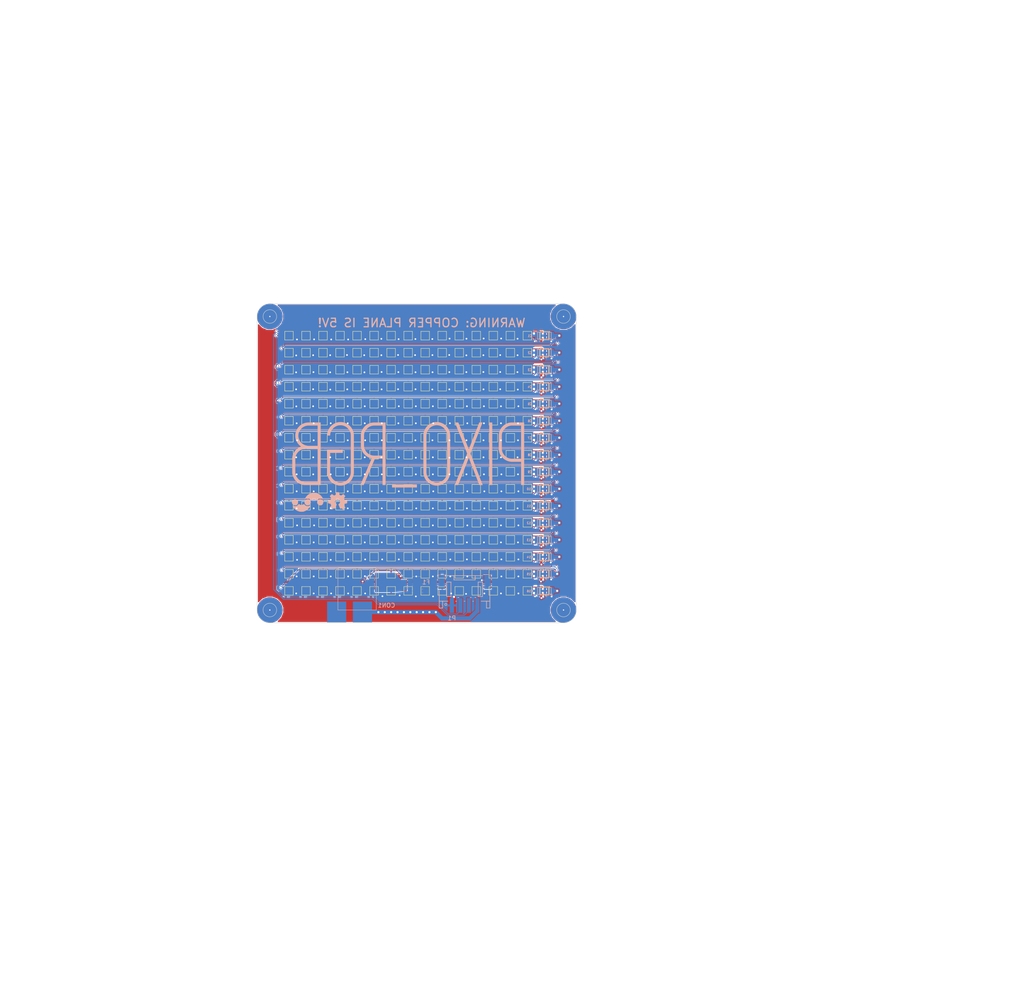
<source format=kicad_pcb>
(kicad_pcb (version 4) (host pcbnew 4.0.7)
  (title_block (title "Sensory Adaptation Robot") (date 2016-03-10) (rev 0.1a) (company "Idle Hands Dev.") (comment 1 "Sean Hodgins"))
  (layers (0 F.Cu signal) (31 B.Cu signal) (34 B.Paste user) (35 F.Paste user) (36 B.SilkS user) (37 F.SilkS user) (38 B.Mask user) (39 F.Mask user) (44 Edge.Cuts user))
  (net 0 "")
  (net 1 GND)
  (net 2 +5V)
  (net 3 "Net-(U1-Pad2)")
  (net 4 "Net-(U1-Pad3)")
  (net 5 SDS)
  (net 6 "Net-(U2-Pad2)")
  (net 7 "Net-(U2-Pad3)")
  (net 8 "Net-(U3-Pad2)")
  (net 9 "Net-(U3-Pad3)")
  (net 10 "Net-(U4-Pad2)")
  (net 11 "Net-(U4-Pad3)")
  (net 12 "Net-(U5-Pad2)")
  (net 13 "Net-(U5-Pad3)")
  (net 14 "Net-(U6-Pad2)")
  (net 15 "Net-(U6-Pad3)")
  (net 16 "Net-(U7-Pad2)")
  (net 17 "Net-(U7-Pad3)")
  (net 18 "Net-(U8-Pad2)")
  (net 19 "Net-(U8-Pad3)")
  (net 20 "Net-(U10-Pad5)")
  (net 21 "Net-(U10-Pad4)")
  (net 22 "Net-(U10-Pad2)")
  (net 23 "Net-(U10-Pad3)")
  (net 24 "Net-(U11-Pad2)")
  (net 25 "Net-(U11-Pad3)")
  (net 26 "Net-(U12-Pad2)")
  (net 27 "Net-(U12-Pad3)")
  (net 28 "Net-(U13-Pad2)")
  (net 29 "Net-(U13-Pad3)")
  (net 30 "Net-(U14-Pad2)")
  (net 31 "Net-(U14-Pad3)")
  (net 32 "Net-(U15-Pad2)")
  (net 33 "Net-(U15-Pad3)")
  (net 34 CK1)
  (net 35 SD1)
  (net 36 "Net-(U17-Pad2)")
  (net 37 "Net-(U17-Pad3)")
  (net 38 "Net-(U18-Pad2)")
  (net 39 "Net-(U18-Pad3)")
  (net 40 "Net-(U19-Pad2)")
  (net 41 "Net-(U19-Pad3)")
  (net 42 "Net-(U20-Pad2)")
  (net 43 "Net-(U20-Pad3)")
  (net 44 "Net-(U21-Pad2)")
  (net 45 "Net-(U21-Pad3)")
  (net 46 "Net-(U22-Pad2)")
  (net 47 "Net-(U22-Pad3)")
  (net 48 "Net-(U23-Pad2)")
  (net 49 "Net-(U23-Pad3)")
  (net 50 "Net-(U24-Pad2)")
  (net 51 "Net-(U24-Pad3)")
  (net 52 "Net-(U25-Pad2)")
  (net 53 "Net-(U25-Pad3)")
  (net 54 "Net-(U26-Pad2)")
  (net 55 "Net-(U26-Pad3)")
  (net 56 "Net-(U27-Pad2)")
  (net 57 "Net-(U27-Pad3)")
  (net 58 "Net-(U28-Pad2)")
  (net 59 "Net-(U28-Pad3)")
  (net 60 "Net-(U29-Pad2)")
  (net 61 "Net-(U29-Pad3)")
  (net 62 "Net-(U30-Pad2)")
  (net 63 "Net-(U30-Pad3)")
  (net 64 "Net-(U31-Pad2)")
  (net 65 "Net-(U31-Pad3)")
  (net 66 CK2)
  (net 67 SD2)
  (net 68 "Net-(U33-Pad2)")
  (net 69 "Net-(U33-Pad3)")
  (net 70 "Net-(U34-Pad2)")
  (net 71 "Net-(U34-Pad3)")
  (net 72 "Net-(U35-Pad2)")
  (net 73 "Net-(U35-Pad3)")
  (net 74 "Net-(U36-Pad2)")
  (net 75 "Net-(U36-Pad3)")
  (net 76 "Net-(U37-Pad2)")
  (net 77 "Net-(U37-Pad3)")
  (net 78 "Net-(U38-Pad2)")
  (net 79 "Net-(U38-Pad3)")
  (net 80 "Net-(U39-Pad2)")
  (net 81 "Net-(U39-Pad3)")
  (net 82 "Net-(U40-Pad2)")
  (net 83 "Net-(U40-Pad3)")
  (net 84 "Net-(U41-Pad2)")
  (net 85 "Net-(U41-Pad3)")
  (net 86 "Net-(U42-Pad2)")
  (net 87 "Net-(U42-Pad3)")
  (net 88 "Net-(U43-Pad2)")
  (net 89 "Net-(U43-Pad3)")
  (net 90 "Net-(U44-Pad2)")
  (net 91 "Net-(U44-Pad3)")
  (net 92 "Net-(U45-Pad2)")
  (net 93 "Net-(U45-Pad3)")
  (net 94 "Net-(U46-Pad2)")
  (net 95 "Net-(U46-Pad3)")
  (net 96 "Net-(U47-Pad2)")
  (net 97 "Net-(U47-Pad3)")
  (net 98 CK3)
  (net 99 SD3)
  (net 100 "Net-(U49-Pad2)")
  (net 101 "Net-(U49-Pad3)")
  (net 102 CKS)
  (net 103 "Net-(U50-Pad2)")
  (net 104 "Net-(U50-Pad3)")
  (net 105 "Net-(U51-Pad2)")
  (net 106 "Net-(U51-Pad3)")
  (net 107 "Net-(U52-Pad2)")
  (net 108 "Net-(U52-Pad3)")
  (net 109 "Net-(U53-Pad2)")
  (net 110 "Net-(U53-Pad3)")
  (net 111 "Net-(U54-Pad2)")
  (net 112 "Net-(U54-Pad3)")
  (net 113 "Net-(U55-Pad2)")
  (net 114 "Net-(U55-Pad3)")
  (net 115 "Net-(U56-Pad2)")
  (net 116 "Net-(U56-Pad3)")
  (net 117 "Net-(U57-Pad2)")
  (net 118 "Net-(U57-Pad3)")
  (net 119 "Net-(U58-Pad2)")
  (net 120 "Net-(U58-Pad3)")
  (net 121 "Net-(U59-Pad2)")
  (net 122 "Net-(U59-Pad3)")
  (net 123 "Net-(U60-Pad2)")
  (net 124 "Net-(U60-Pad3)")
  (net 125 "Net-(U61-Pad2)")
  (net 126 "Net-(U61-Pad3)")
  (net 127 "Net-(U62-Pad2)")
  (net 128 "Net-(U62-Pad3)")
  (net 129 "Net-(U63-Pad2)")
  (net 130 "Net-(U63-Pad3)")
  (net 131 CK4)
  (net 132 SD4)
  (net 133 "Net-(U65-Pad2)")
  (net 134 "Net-(U65-Pad3)")
  (net 135 "Net-(U66-Pad2)")
  (net 136 "Net-(U66-Pad3)")
  (net 137 "Net-(U67-Pad2)")
  (net 138 "Net-(U67-Pad3)")
  (net 139 "Net-(U68-Pad2)")
  (net 140 "Net-(U68-Pad3)")
  (net 141 "Net-(U69-Pad2)")
  (net 142 "Net-(U69-Pad3)")
  (net 143 "Net-(U70-Pad2)")
  (net 144 "Net-(U70-Pad3)")
  (net 145 "Net-(U71-Pad2)")
  (net 146 "Net-(U71-Pad3)")
  (net 147 "Net-(U72-Pad2)")
  (net 148 "Net-(U72-Pad3)")
  (net 149 "Net-(U73-Pad2)")
  (net 150 "Net-(U73-Pad3)")
  (net 151 "Net-(U74-Pad2)")
  (net 152 "Net-(U74-Pad3)")
  (net 153 "Net-(U75-Pad2)")
  (net 154 "Net-(U75-Pad3)")
  (net 155 "Net-(U76-Pad2)")
  (net 156 "Net-(U76-Pad3)")
  (net 157 "Net-(U77-Pad2)")
  (net 158 "Net-(U77-Pad3)")
  (net 159 "Net-(U78-Pad2)")
  (net 160 "Net-(U78-Pad3)")
  (net 161 "Net-(U79-Pad2)")
  (net 162 "Net-(U79-Pad3)")
  (net 163 CK5)
  (net 164 SD5)
  (net 165 "Net-(U81-Pad2)")
  (net 166 "Net-(U81-Pad3)")
  (net 167 "Net-(U82-Pad2)")
  (net 168 "Net-(U82-Pad3)")
  (net 169 "Net-(U83-Pad2)")
  (net 170 "Net-(U83-Pad3)")
  (net 171 "Net-(U84-Pad2)")
  (net 172 "Net-(U84-Pad3)")
  (net 173 "Net-(U85-Pad2)")
  (net 174 "Net-(U85-Pad3)")
  (net 175 "Net-(U86-Pad2)")
  (net 176 "Net-(U86-Pad3)")
  (net 177 "Net-(U87-Pad2)")
  (net 178 "Net-(U87-Pad3)")
  (net 179 "Net-(U88-Pad2)")
  (net 180 "Net-(U88-Pad3)")
  (net 181 "Net-(U89-Pad2)")
  (net 182 "Net-(U89-Pad3)")
  (net 183 "Net-(U90-Pad2)")
  (net 184 "Net-(U90-Pad3)")
  (net 185 "Net-(U91-Pad2)")
  (net 186 "Net-(U91-Pad3)")
  (net 187 "Net-(U92-Pad2)")
  (net 188 "Net-(U92-Pad3)")
  (net 189 "Net-(U93-Pad2)")
  (net 190 "Net-(U93-Pad3)")
  (net 191 "Net-(U94-Pad2)")
  (net 192 "Net-(U94-Pad3)")
  (net 193 "Net-(U95-Pad2)")
  (net 194 "Net-(U95-Pad3)")
  (net 195 CK6)
  (net 196 SD6)
  (net 197 "Net-(U97-Pad2)")
  (net 198 "Net-(U97-Pad3)")
  (net 199 "Net-(U98-Pad2)")
  (net 200 "Net-(U98-Pad3)")
  (net 201 "Net-(U100-Pad5)")
  (net 202 "Net-(U100-Pad4)")
  (net 203 "Net-(U100-Pad2)")
  (net 204 "Net-(U100-Pad3)")
  (net 205 "Net-(U101-Pad2)")
  (net 206 "Net-(U101-Pad3)")
  (net 207 "Net-(U102-Pad2)")
  (net 208 "Net-(U102-Pad3)")
  (net 209 "Net-(U103-Pad2)")
  (net 210 "Net-(U103-Pad3)")
  (net 211 "Net-(U104-Pad2)")
  (net 212 "Net-(U104-Pad3)")
  (net 213 "Net-(U105-Pad2)")
  (net 214 "Net-(U105-Pad3)")
  (net 215 "Net-(U106-Pad2)")
  (net 216 "Net-(U106-Pad3)")
  (net 217 "Net-(U107-Pad2)")
  (net 218 "Net-(U107-Pad3)")
  (net 219 "Net-(U108-Pad2)")
  (net 220 "Net-(U108-Pad3)")
  (net 221 "Net-(U109-Pad2)")
  (net 222 "Net-(U109-Pad3)")
  (net 223 "Net-(U110-Pad2)")
  (net 224 "Net-(U110-Pad3)")
  (net 225 "Net-(U111-Pad2)")
  (net 226 "Net-(U111-Pad3)")
  (net 227 CK7)
  (net 228 SD7)
  (net 229 "Net-(U113-Pad2)")
  (net 230 "Net-(U113-Pad3)")
  (net 231 "Net-(U114-Pad2)")
  (net 232 "Net-(U114-Pad3)")
  (net 233 "Net-(U115-Pad2)")
  (net 234 "Net-(U115-Pad3)")
  (net 235 "Net-(U116-Pad2)")
  (net 236 "Net-(U116-Pad3)")
  (net 237 "Net-(U117-Pad2)")
  (net 238 "Net-(U117-Pad3)")
  (net 239 "Net-(U118-Pad2)")
  (net 240 "Net-(U118-Pad3)")
  (net 241 "Net-(U119-Pad2)")
  (net 242 "Net-(U119-Pad3)")
  (net 243 "Net-(U120-Pad2)")
  (net 244 "Net-(U120-Pad3)")
  (net 245 "Net-(U121-Pad2)")
  (net 246 "Net-(U121-Pad3)")
  (net 247 "Net-(U122-Pad2)")
  (net 248 "Net-(U122-Pad3)")
  (net 249 "Net-(U123-Pad2)")
  (net 250 "Net-(U123-Pad3)")
  (net 251 "Net-(U124-Pad2)")
  (net 252 "Net-(U124-Pad3)")
  (net 253 "Net-(U125-Pad2)")
  (net 254 "Net-(U125-Pad3)")
  (net 255 "Net-(U126-Pad2)")
  (net 256 "Net-(U126-Pad3)")
  (net 257 "Net-(U127-Pad2)")
  (net 258 "Net-(U127-Pad3)")
  (net 259 CK8)
  (net 260 SD8)
  (net 261 "Net-(U129-Pad2)")
  (net 262 "Net-(U129-Pad3)")
  (net 263 "Net-(U130-Pad2)")
  (net 264 "Net-(U130-Pad3)")
  (net 265 "Net-(U131-Pad2)")
  (net 266 "Net-(U131-Pad3)")
  (net 267 "Net-(U132-Pad2)")
  (net 268 "Net-(U132-Pad3)")
  (net 269 "Net-(U133-Pad2)")
  (net 270 "Net-(U133-Pad3)")
  (net 271 "Net-(U134-Pad2)")
  (net 272 "Net-(U134-Pad3)")
  (net 273 "Net-(U135-Pad2)")
  (net 274 "Net-(U135-Pad3)")
  (net 275 "Net-(U136-Pad2)")
  (net 276 "Net-(U136-Pad3)")
  (net 277 "Net-(U137-Pad2)")
  (net 278 "Net-(U137-Pad3)")
  (net 279 "Net-(U138-Pad2)")
  (net 280 "Net-(U138-Pad3)")
  (net 281 "Net-(U139-Pad2)")
  (net 282 "Net-(U139-Pad3)")
  (net 283 "Net-(U140-Pad2)")
  (net 284 "Net-(U140-Pad3)")
  (net 285 "Net-(U141-Pad2)")
  (net 286 "Net-(U141-Pad3)")
  (net 287 "Net-(U142-Pad2)")
  (net 288 "Net-(U142-Pad3)")
  (net 289 "Net-(U143-Pad2)")
  (net 290 "Net-(U143-Pad3)")
  (net 291 CK9)
  (net 292 SD9)
  (net 293 "Net-(U145-Pad2)")
  (net 294 "Net-(U145-Pad3)")
  (net 295 "Net-(U146-Pad2)")
  (net 296 "Net-(U146-Pad3)")
  (net 297 "Net-(U147-Pad2)")
  (net 298 "Net-(U147-Pad3)")
  (net 299 "Net-(U148-Pad2)")
  (net 300 "Net-(U148-Pad3)")
  (net 301 "Net-(U149-Pad2)")
  (net 302 "Net-(U149-Pad3)")
  (net 303 "Net-(U150-Pad2)")
  (net 304 "Net-(U150-Pad3)")
  (net 305 "Net-(U151-Pad2)")
  (net 306 "Net-(U151-Pad3)")
  (net 307 "Net-(U152-Pad2)")
  (net 308 "Net-(U152-Pad3)")
  (net 309 "Net-(U153-Pad2)")
  (net 310 "Net-(U153-Pad3)")
  (net 311 "Net-(U154-Pad2)")
  (net 312 "Net-(U154-Pad3)")
  (net 313 "Net-(U155-Pad2)")
  (net 314 "Net-(U155-Pad3)")
  (net 315 "Net-(U156-Pad2)")
  (net 316 "Net-(U156-Pad3)")
  (net 317 "Net-(U157-Pad2)")
  (net 318 "Net-(U157-Pad3)")
  (net 319 "Net-(U158-Pad2)")
  (net 320 "Net-(U158-Pad3)")
  (net 321 "Net-(U159-Pad2)")
  (net 322 "Net-(U159-Pad3)")
  (net 323 CK10)
  (net 324 SD10)
  (net 325 "Net-(U161-Pad2)")
  (net 326 "Net-(U161-Pad3)")
  (net 327 "Net-(U162-Pad2)")
  (net 328 "Net-(U162-Pad3)")
  (net 329 "Net-(U163-Pad2)")
  (net 330 "Net-(U163-Pad3)")
  (net 331 "Net-(U164-Pad2)")
  (net 332 "Net-(U164-Pad3)")
  (net 333 "Net-(U165-Pad2)")
  (net 334 "Net-(U165-Pad3)")
  (net 335 "Net-(U166-Pad2)")
  (net 336 "Net-(U166-Pad3)")
  (net 337 "Net-(U167-Pad2)")
  (net 338 "Net-(U167-Pad3)")
  (net 339 "Net-(U168-Pad2)")
  (net 340 "Net-(U168-Pad3)")
  (net 341 "Net-(U169-Pad2)")
  (net 342 "Net-(U169-Pad3)")
  (net 343 "Net-(U170-Pad2)")
  (net 344 "Net-(U170-Pad3)")
  (net 345 "Net-(U171-Pad2)")
  (net 346 "Net-(U171-Pad3)")
  (net 347 "Net-(U172-Pad2)")
  (net 348 "Net-(U172-Pad3)")
  (net 349 "Net-(U173-Pad2)")
  (net 350 "Net-(U173-Pad3)")
  (net 351 "Net-(U174-Pad2)")
  (net 352 "Net-(U174-Pad3)")
  (net 353 "Net-(U175-Pad2)")
  (net 354 "Net-(U175-Pad3)")
  (net 355 CK11)
  (net 356 SD11)
  (net 357 "Net-(U177-Pad2)")
  (net 358 "Net-(U177-Pad3)")
  (net 359 "Net-(U178-Pad2)")
  (net 360 "Net-(U178-Pad3)")
  (net 361 "Net-(U179-Pad2)")
  (net 362 "Net-(U179-Pad3)")
  (net 363 "Net-(U180-Pad2)")
  (net 364 "Net-(U180-Pad3)")
  (net 365 "Net-(U181-Pad2)")
  (net 366 "Net-(U181-Pad3)")
  (net 367 "Net-(U182-Pad2)")
  (net 368 "Net-(U182-Pad3)")
  (net 369 "Net-(U183-Pad2)")
  (net 370 "Net-(U183-Pad3)")
  (net 371 "Net-(U184-Pad2)")
  (net 372 "Net-(U184-Pad3)")
  (net 373 "Net-(U185-Pad2)")
  (net 374 "Net-(U185-Pad3)")
  (net 375 "Net-(U186-Pad2)")
  (net 376 "Net-(U186-Pad3)")
  (net 377 "Net-(U187-Pad2)")
  (net 378 "Net-(U187-Pad3)")
  (net 379 "Net-(U188-Pad2)")
  (net 380 "Net-(U188-Pad3)")
  (net 381 "Net-(U189-Pad2)")
  (net 382 "Net-(U189-Pad3)")
  (net 383 "Net-(U190-Pad2)")
  (net 384 "Net-(U190-Pad3)")
  (net 385 "Net-(U191-Pad2)")
  (net 386 "Net-(U191-Pad3)")
  (net 387 CK12)
  (net 388 SD12)
  (net 389 "Net-(U193-Pad2)")
  (net 390 "Net-(U193-Pad3)")
  (net 391 "Net-(U194-Pad2)")
  (net 392 "Net-(U194-Pad3)")
  (net 393 "Net-(U195-Pad2)")
  (net 394 "Net-(U195-Pad3)")
  (net 395 "Net-(U196-Pad2)")
  (net 396 "Net-(U196-Pad3)")
  (net 397 "Net-(U197-Pad2)")
  (net 398 "Net-(U197-Pad3)")
  (net 399 "Net-(U198-Pad2)")
  (net 400 "Net-(U198-Pad3)")
  (net 401 "Net-(U199-Pad2)")
  (net 402 "Net-(U199-Pad3)")
  (net 403 "Net-(U200-Pad2)")
  (net 404 "Net-(U200-Pad3)")
  (net 405 "Net-(U201-Pad2)")
  (net 406 "Net-(U201-Pad3)")
  (net 407 "Net-(U202-Pad2)")
  (net 408 "Net-(U202-Pad3)")
  (net 409 "Net-(U203-Pad2)")
  (net 410 "Net-(U203-Pad3)")
  (net 411 "Net-(U204-Pad2)")
  (net 412 "Net-(U204-Pad3)")
  (net 413 "Net-(U205-Pad2)")
  (net 414 "Net-(U205-Pad3)")
  (net 415 "Net-(U206-Pad2)")
  (net 416 "Net-(U206-Pad3)")
  (net 417 "Net-(U207-Pad2)")
  (net 418 "Net-(U207-Pad3)")
  (net 419 CK13)
  (net 420 SD13)
  (net 421 "Net-(U209-Pad2)")
  (net 422 "Net-(U209-Pad3)")
  (net 423 "Net-(U210-Pad2)")
  (net 424 "Net-(U210-Pad3)")
  (net 425 "Net-(U211-Pad2)")
  (net 426 "Net-(U211-Pad3)")
  (net 427 "Net-(U212-Pad2)")
  (net 428 "Net-(U212-Pad3)")
  (net 429 "Net-(U213-Pad2)")
  (net 430 "Net-(U213-Pad3)")
  (net 431 "Net-(U214-Pad2)")
  (net 432 "Net-(U214-Pad3)")
  (net 433 "Net-(U215-Pad2)")
  (net 434 "Net-(U215-Pad3)")
  (net 435 "Net-(U216-Pad2)")
  (net 436 "Net-(U216-Pad3)")
  (net 437 "Net-(U217-Pad2)")
  (net 438 "Net-(U217-Pad3)")
  (net 439 "Net-(U218-Pad2)")
  (net 440 "Net-(U218-Pad3)")
  (net 441 "Net-(U219-Pad2)")
  (net 442 "Net-(U219-Pad3)")
  (net 443 "Net-(U220-Pad2)")
  (net 444 "Net-(U220-Pad3)")
  (net 445 "Net-(U221-Pad2)")
  (net 446 "Net-(U221-Pad3)")
  (net 447 "Net-(U222-Pad2)")
  (net 448 "Net-(U222-Pad3)")
  (net 449 "Net-(U223-Pad2)")
  (net 450 "Net-(U223-Pad3)")
  (net 451 CK14)
  (net 452 SD14)
  (net 453 "Net-(U225-Pad2)")
  (net 454 "Net-(U225-Pad3)")
  (net 455 "Net-(U226-Pad2)")
  (net 456 "Net-(U226-Pad3)")
  (net 457 "Net-(U227-Pad2)")
  (net 458 "Net-(U227-Pad3)")
  (net 459 "Net-(U228-Pad2)")
  (net 460 "Net-(U228-Pad3)")
  (net 461 "Net-(U229-Pad2)")
  (net 462 "Net-(U229-Pad3)")
  (net 463 "Net-(U230-Pad2)")
  (net 464 "Net-(U230-Pad3)")
  (net 465 "Net-(U231-Pad2)")
  (net 466 "Net-(U231-Pad3)")
  (net 467 "Net-(U232-Pad2)")
  (net 468 "Net-(U232-Pad3)")
  (net 469 "Net-(U233-Pad2)")
  (net 470 "Net-(U233-Pad3)")
  (net 471 "Net-(U234-Pad2)")
  (net 472 "Net-(U234-Pad3)")
  (net 473 "Net-(U235-Pad2)")
  (net 474 "Net-(U235-Pad3)")
  (net 475 "Net-(U236-Pad2)")
  (net 476 "Net-(U236-Pad3)")
  (net 477 "Net-(U237-Pad2)")
  (net 478 "Net-(U237-Pad3)")
  (net 479 "Net-(U238-Pad2)")
  (net 480 "Net-(U238-Pad3)")
  (net 481 "Net-(U239-Pad2)")
  (net 482 "Net-(U239-Pad3)")
  (net 483 CK15)
  (net 484 SD15)
  (net 485 "Net-(U241-Pad2)")
  (net 486 "Net-(U241-Pad3)")
  (net 487 "Net-(U242-Pad2)")
  (net 488 "Net-(U242-Pad3)")
  (net 489 "Net-(U243-Pad2)")
  (net 490 "Net-(U243-Pad3)")
  (net 491 "Net-(U244-Pad2)")
  (net 492 "Net-(U244-Pad3)")
  (net 493 "Net-(U245-Pad2)")
  (net 494 "Net-(U245-Pad3)")
  (net 495 "Net-(U246-Pad2)")
  (net 496 "Net-(U246-Pad3)")
  (net 497 "Net-(U247-Pad2)")
  (net 498 "Net-(U247-Pad3)")
  (net 499 "Net-(U248-Pad2)")
  (net 500 "Net-(U248-Pad3)")
  (net 501 "Net-(U249-Pad2)")
  (net 502 "Net-(U249-Pad3)")
  (net 503 "Net-(U250-Pad2)")
  (net 504 "Net-(U250-Pad3)")
  (net 505 "Net-(U251-Pad2)")
  (net 506 "Net-(U251-Pad3)")
  (net 507 "Net-(U252-Pad2)")
  (net 508 "Net-(U252-Pad3)")
  (net 509 "Net-(U253-Pad2)")
  (net 510 "Net-(U253-Pad3)")
  (net 511 "Net-(U254-Pad2)")
  (net 512 "Net-(U254-Pad3)")
  (net 513 "Net-(U255-Pad2)")
  (net 514 "Net-(U255-Pad3)")
  (net 515 "Net-(U256-Pad2)")
  (net 516 "Net-(U256-Pad3)")
  (net 517 "Net-(CON1-Pad3)")
  (net 518 "Net-(CON1-Pad1)")
  (module idlehands_footprints:APA102-2020_NOGND (layer F.Cu) (at 136.5 164.5 180)
    (fp_text reference U249 hide)
    (fp_text value APA102 hide)
    (pad 1 smd rect (at -0.75 -0.9 180) (size 0.8 0.5) (layers F.Cu F.Paste F.Mask) (net 2 +5V))
    (pad 6 smd rect (at 0.75 -0.9 180) (size 0.8 0.5) (layers F.Cu F.Paste F.Mask) (net 1 GND))
    (pad 2 smd rect (at -0.75 0 180) (size 0.8 0.3) (layers F.Cu F.Paste F.Mask) (net 501 "Net-(U249-Pad2)"))
    (pad 5 smd rect (at 0.75 0 180) (size 0.8 0.3) (layers F.Cu F.Paste F.Mask) (net 499 "Net-(U248-Pad2)"))
    (pad 1 smd rect (at 0 -0.83 180) (size 0.3 1) (layers F.Cu F.Paste F.Mask) (net 2 +5V))
    (pad 3 smd rect (at -0.75 0.9 180) (size 0.8 0.5) (layers F.Cu F.Paste F.Mask) (net 502 "Net-(U249-Pad3)"))
    (pad 4 smd rect (at 0.75 0.9 180) (size 0.8 0.5) (layers F.Cu F.Paste F.Mask) (net 500 "Net-(U248-Pad3)"))
    (pad 0 smd rect (at 0 0.83 180) (size 0.3 1) (layers F.Cu F.Paste F.Mask))
  )
  (module idlehands_footprints:STANDOFF_3MM_6MMOD (layer F.Cu) (at 100 100)
    (fp_text reference REF** hide)
    (fp_text value STANDOFF_3MM hide)
    (pad 1 thru_hole circle (at 0 0) (size 6 6) (drill 0.3) (layers *.Cu *.Mask))
  )
  (module idlehands_footprints:STANDOFF_3MM_6MMOD (layer F.Cu) (at 100 169)
    (fp_text reference REF** hide)
    (fp_text value STANDOFF_3MM hide)
    (pad 1 thru_hole circle (at 0 0) (size 6 6) (drill 0.3) (layers *.Cu *.Mask))
  )
  (module idlehands_footprints:STANDOFF_3MM_6MMOD (layer F.Cu) (at 169 169)
    (fp_text reference REF** hide)
    (fp_text value STANDOFF_3MM hide)
    (pad 1 thru_hole circle (at 0 0) (size 6 6) (drill 0.3) (layers *.Cu *.Mask))
  )
  (module idlehands_footprints:c_1206 (layer B.Cu) (at 164.5 164.5 180)
    (fp_text reference C16 (at 3.4 -0.05 180) (layer B.SilkS) (effects (font (size 0.50038 0.50038) (thickness 0.11938)) (justify mirror)))
    (fp_text value 10uF hide)
    (pad 1 smd rect (at 1.397 0 180) (size 1.6002 1.8034) (layers B.Cu B.Paste B.Mask) (net 2 +5V))
    (pad 2 smd rect (at -1.397 0 180) (size 1.6002 1.8034) (layers B.Cu B.Paste B.Mask) (net 1 GND))
  )
  (module idlehands_footprints:c_1206 (layer B.Cu) (at 164.5 160.5 180)
    (fp_text reference C15 (at 3.4 -0.05 180) (layer B.SilkS) (effects (font (size 0.50038 0.50038) (thickness 0.11938)) (justify mirror)))
    (fp_text value 10uF hide)
    (pad 1 smd rect (at 1.397 0 180) (size 1.6002 1.8034) (layers B.Cu B.Paste B.Mask) (net 2 +5V))
    (pad 2 smd rect (at -1.397 0 180) (size 1.6002 1.8034) (layers B.Cu B.Paste B.Mask) (net 1 GND))
  )
  (module idlehands_footprints:c_1206 (layer B.Cu) (at 164.5 156.5 180)
    (fp_text reference C14 (at 3.4 -0.05 180) (layer B.SilkS) (effects (font (size 0.50038 0.50038) (thickness 0.11938)) (justify mirror)))
    (fp_text value 10uF hide)
    (pad 1 smd rect (at 1.397 0 180) (size 1.6002 1.8034) (layers B.Cu B.Paste B.Mask) (net 2 +5V))
    (pad 2 smd rect (at -1.397 0 180) (size 1.6002 1.8034) (layers B.Cu B.Paste B.Mask) (net 1 GND))
  )
  (module idlehands_footprints:c_1206 (layer B.Cu) (at 164.5 152.5 180)
    (fp_text reference C13 (at 3.4 -0.05 180) (layer B.SilkS) (effects (font (size 0.50038 0.50038) (thickness 0.11938)) (justify mirror)))
    (fp_text value 10uF hide)
    (pad 1 smd rect (at 1.397 0 180) (size 1.6002 1.8034) (layers B.Cu B.Paste B.Mask) (net 2 +5V))
    (pad 2 smd rect (at -1.397 0 180) (size 1.6002 1.8034) (layers B.Cu B.Paste B.Mask) (net 1 GND))
  )
  (module idlehands_footprints:c_1206 (layer B.Cu) (at 164.5 148.5 180)
    (fp_text reference C12 (at 3.4 -0.05 180) (layer B.SilkS) (effects (font (size 0.50038 0.50038) (thickness 0.11938)) (justify mirror)))
    (fp_text value 10uF hide)
    (pad 1 smd rect (at 1.397 0 180) (size 1.6002 1.8034) (layers B.Cu B.Paste B.Mask) (net 2 +5V))
    (pad 2 smd rect (at -1.397 0 180) (size 1.6002 1.8034) (layers B.Cu B.Paste B.Mask) (net 1 GND))
  )
  (module idlehands_footprints:c_1206 (layer B.Cu) (at 164.5 144.5 180)
    (fp_text reference C11 (at 3.4 -0.05 180) (layer B.SilkS) (effects (font (size 0.50038 0.50038) (thickness 0.11938)) (justify mirror)))
    (fp_text value 10uF hide)
    (pad 1 smd rect (at 1.397 0 180) (size 1.6002 1.8034) (layers B.Cu B.Paste B.Mask) (net 2 +5V))
    (pad 2 smd rect (at -1.397 0 180) (size 1.6002 1.8034) (layers B.Cu B.Paste B.Mask) (net 1 GND))
  )
  (module idlehands_footprints:c_1206 (layer B.Cu) (at 164.5 140.5 180)
    (fp_text reference C10 (at 3.4 -0.05 180) (layer B.SilkS) (effects (font (size 0.50038 0.50038) (thickness 0.11938)) (justify mirror)))
    (fp_text value 10uF hide)
    (pad 1 smd rect (at 1.397 0 180) (size 1.6002 1.8034) (layers B.Cu B.Paste B.Mask) (net 2 +5V))
    (pad 2 smd rect (at -1.397 0 180) (size 1.6002 1.8034) (layers B.Cu B.Paste B.Mask) (net 1 GND))
  )
  (module idlehands_footprints:c_1206 (layer B.Cu) (at 164.5 136.5 180)
    (fp_text reference C9 (at 3.4 -0.05 180) (layer B.SilkS) (effects (font (size 0.50038 0.50038) (thickness 0.11938)) (justify mirror)))
    (fp_text value 10uF hide)
    (pad 1 smd rect (at 1.397 0 180) (size 1.6002 1.8034) (layers B.Cu B.Paste B.Mask) (net 2 +5V))
    (pad 2 smd rect (at -1.397 0 180) (size 1.6002 1.8034) (layers B.Cu B.Paste B.Mask) (net 1 GND))
  )
  (module idlehands_footprints:c_1206 (layer B.Cu) (at 164.5 132.5 180)
    (fp_text reference C8 (at 3.4 -0.05 180) (layer B.SilkS) (effects (font (size 0.50038 0.50038) (thickness 0.11938)) (justify mirror)))
    (fp_text value 10uF hide)
    (pad 1 smd rect (at 1.397 0 180) (size 1.6002 1.8034) (layers B.Cu B.Paste B.Mask) (net 2 +5V))
    (pad 2 smd rect (at -1.397 0 180) (size 1.6002 1.8034) (layers B.Cu B.Paste B.Mask) (net 1 GND))
  )
  (module idlehands_footprints:c_1206 (layer B.Cu) (at 164.5 128.5 180)
    (fp_text reference C7 (at 3.4 -0.05 180) (layer B.SilkS) (effects (font (size 0.50038 0.50038) (thickness 0.11938)) (justify mirror)))
    (fp_text value 10uF hide)
    (pad 1 smd rect (at 1.397 0 180) (size 1.6002 1.8034) (layers B.Cu B.Paste B.Mask) (net 2 +5V))
    (pad 2 smd rect (at -1.397 0 180) (size 1.6002 1.8034) (layers B.Cu B.Paste B.Mask) (net 1 GND))
  )
  (module idlehands_footprints:c_1206 (layer B.Cu) (at 164.5 124.5 180)
    (fp_text reference C6 (at 3.4 -0.05 180) (layer B.SilkS) (effects (font (size 0.50038 0.50038) (thickness 0.11938)) (justify mirror)))
    (fp_text value 10uF hide)
    (pad 1 smd rect (at 1.397 0 180) (size 1.6002 1.8034) (layers B.Cu B.Paste B.Mask) (net 2 +5V))
    (pad 2 smd rect (at -1.397 0 180) (size 1.6002 1.8034) (layers B.Cu B.Paste B.Mask) (net 1 GND))
  )
  (module idlehands_footprints:c_1206 (layer B.Cu) (at 164.5 120.5 180)
    (fp_text reference C5 (at 3.4 -0.05 180) (layer B.SilkS) (effects (font (size 0.50038 0.50038) (thickness 0.11938)) (justify mirror)))
    (fp_text value 10uF hide)
    (pad 1 smd rect (at 1.397 0 180) (size 1.6002 1.8034) (layers B.Cu B.Paste B.Mask) (net 2 +5V))
    (pad 2 smd rect (at -1.397 0 180) (size 1.6002 1.8034) (layers B.Cu B.Paste B.Mask) (net 1 GND))
  )
  (module idlehands_footprints:c_1206 (layer B.Cu) (at 164.5 116.5 180)
    (fp_text reference C4 (at 3.4 -0.05 180) (layer B.SilkS) (effects (font (size 0.50038 0.50038) (thickness 0.11938)) (justify mirror)))
    (fp_text value 10uF hide)
    (pad 1 smd rect (at 1.397 0 180) (size 1.6002 1.8034) (layers B.Cu B.Paste B.Mask) (net 2 +5V))
    (pad 2 smd rect (at -1.397 0 180) (size 1.6002 1.8034) (layers B.Cu B.Paste B.Mask) (net 1 GND))
  )
  (module idlehands_footprints:c_1206 (layer B.Cu) (at 164.5 112.5 180)
    (fp_text reference C3 (at 3.4 -0.05 180) (layer B.SilkS) (effects (font (size 0.50038 0.50038) (thickness 0.11938)) (justify mirror)))
    (fp_text value 10uF hide)
    (pad 1 smd rect (at 1.397 0 180) (size 1.6002 1.8034) (layers B.Cu B.Paste B.Mask) (net 2 +5V))
    (pad 2 smd rect (at -1.397 0 180) (size 1.6002 1.8034) (layers B.Cu B.Paste B.Mask) (net 1 GND))
  )
  (module idlehands_footprints:c_1206 (layer B.Cu) (at 164.5 108.5 180)
    (fp_text reference C2 (at 3.4 -0.05 180) (layer B.SilkS) (effects (font (size 0.50038 0.50038) (thickness 0.11938)) (justify mirror)))
    (fp_text value 10uF hide)
    (pad 1 smd rect (at 1.397 0 180) (size 1.6002 1.8034) (layers B.Cu B.Paste B.Mask) (net 2 +5V))
    (pad 2 smd rect (at -1.397 0 180) (size 1.6002 1.8034) (layers B.Cu B.Paste B.Mask) (net 1 GND))
  )
  (module idlehands_footprints:c_1206 (layer B.Cu) (at 164.5 104.5 180)
    (fp_text reference C1 (at 3.4 -0.05 180) (layer B.SilkS) (effects (font (size 0.50038 0.50038) (thickness 0.11938)) (justify mirror)))
    (fp_text value 10uF hide)
    (pad 1 smd rect (at 1.397 0 180) (size 1.6002 1.8034) (layers B.Cu B.Paste B.Mask) (net 2 +5V))
    (pad 2 smd rect (at -1.397 0 180) (size 1.6002 1.8034) (layers B.Cu B.Paste B.Mask) (net 1 GND))
  )
  (module idlehands_footprints:DC_POWERJACK_VERT_NoHoles (layer B.Cu) (at 120.5 162.5 180)
    (fp_text reference CON1 (at -6.9 -5.4 180) (layer B.SilkS) (effects (justify mirror)))
    (fp_text value BARREL_JACK)
    (pad 1 smd rect (at -6.55 0 180) (size 4.7 4.5) (layers B.Cu B.Paste B.Mask) (net 518 "Net-(CON1-Pad1)"))
    (pad 2 smd rect (at -1.25 -6.95 180) (size 4.5 4.9) (layers B.Cu B.Paste B.Mask) (net 1 GND))
    (pad 3 smd rect (at 4.8 -6.95 180) (size 4.5 4.9) (layers B.Cu B.Paste B.Mask) (net 517 "Net-(CON1-Pad3)"))
  )
  (module idlehands_footprints:STANDOFF_3MM_6MMOD (layer F.Cu) (at 169 100)
    (fp_text reference REF** hide)
    (fp_text value STANDOFF_3MM hide)
    (pad 1 thru_hole circle (at 0 0) (size 6 6) (drill 0.3) (layers *.Cu *.Mask))
  )
  (module idlehands_footprints:APA102-2020_NOGND (layer F.Cu) (at 112.5 104.5 180)
    (fp_text reference U3 hide)
    (fp_text value APA102 hide)
    (pad 1 smd rect (at -0.75 -0.9 180) (size 0.8 0.5) (layers F.Cu F.Paste F.Mask) (net 2 +5V))
    (pad 6 smd rect (at 0.75 -0.9 180) (size 0.8 0.5) (layers F.Cu F.Paste F.Mask) (net 1 GND))
    (pad 2 smd rect (at -0.75 0 180) (size 0.8 0.3) (layers F.Cu F.Paste F.Mask) (net 8 "Net-(U3-Pad2)"))
    (pad 5 smd rect (at 0.75 0 180) (size 0.8 0.3) (layers F.Cu F.Paste F.Mask) (net 6 "Net-(U2-Pad2)"))
    (pad 1 smd rect (at 0 -0.83 180) (size 0.3 1) (layers F.Cu F.Paste F.Mask) (net 2 +5V))
    (pad 3 smd rect (at -0.75 0.9 180) (size 0.8 0.5) (layers F.Cu F.Paste F.Mask) (net 9 "Net-(U3-Pad3)"))
    (pad 4 smd rect (at 0.75 0.9 180) (size 0.8 0.5) (layers F.Cu F.Paste F.Mask) (net 7 "Net-(U2-Pad3)"))
    (pad 0 smd rect (at 0 0.83 180) (size 0.3 1) (layers F.Cu F.Paste F.Mask))
  )
  (module idlehands_footprints:APA102-2020_NOGND (layer F.Cu) (at 116.5 104.5 180)
    (fp_text reference U4 hide)
    (fp_text value APA102 hide)
    (pad 1 smd rect (at -0.75 -0.9 180) (size 0.8 0.5) (layers F.Cu F.Paste F.Mask) (net 2 +5V))
    (pad 6 smd rect (at 0.75 -0.9 180) (size 0.8 0.5) (layers F.Cu F.Paste F.Mask) (net 1 GND))
    (pad 2 smd rect (at -0.75 0 180) (size 0.8 0.3) (layers F.Cu F.Paste F.Mask) (net 10 "Net-(U4-Pad2)"))
    (pad 5 smd rect (at 0.75 0 180) (size 0.8 0.3) (layers F.Cu F.Paste F.Mask) (net 8 "Net-(U3-Pad2)"))
    (pad 1 smd rect (at 0 -0.83 180) (size 0.3 1) (layers F.Cu F.Paste F.Mask) (net 2 +5V))
    (pad 3 smd rect (at -0.75 0.9 180) (size 0.8 0.5) (layers F.Cu F.Paste F.Mask) (net 11 "Net-(U4-Pad3)"))
    (pad 4 smd rect (at 0.75 0.9 180) (size 0.8 0.5) (layers F.Cu F.Paste F.Mask) (net 9 "Net-(U3-Pad3)"))
    (pad 0 smd rect (at 0 0.83 180) (size 0.3 1) (layers F.Cu F.Paste F.Mask))
  )
  (module idlehands_footprints:APA102-2020_NOGND (layer F.Cu) (at 120.5 104.5 180)
    (fp_text reference U5 hide)
    (fp_text value APA102 hide)
    (pad 1 smd rect (at -0.75 -0.9 180) (size 0.8 0.5) (layers F.Cu F.Paste F.Mask) (net 2 +5V))
    (pad 6 smd rect (at 0.75 -0.9 180) (size 0.8 0.5) (layers F.Cu F.Paste F.Mask) (net 1 GND))
    (pad 2 smd rect (at -0.75 0 180) (size 0.8 0.3) (layers F.Cu F.Paste F.Mask) (net 12 "Net-(U5-Pad2)"))
    (pad 5 smd rect (at 0.75 0 180) (size 0.8 0.3) (layers F.Cu F.Paste F.Mask) (net 10 "Net-(U4-Pad2)"))
    (pad 1 smd rect (at 0 -0.83 180) (size 0.3 1) (layers F.Cu F.Paste F.Mask) (net 2 +5V))
    (pad 3 smd rect (at -0.75 0.9 180) (size 0.8 0.5) (layers F.Cu F.Paste F.Mask) (net 13 "Net-(U5-Pad3)"))
    (pad 4 smd rect (at 0.75 0.9 180) (size 0.8 0.5) (layers F.Cu F.Paste F.Mask) (net 11 "Net-(U4-Pad3)"))
    (pad 0 smd rect (at 0 0.83 180) (size 0.3 1) (layers F.Cu F.Paste F.Mask))
  )
  (module idlehands_footprints:APA102-2020_NOGND (layer F.Cu) (at 124.5 104.5 180)
    (fp_text reference U6 hide)
    (fp_text value APA102 hide)
    (pad 1 smd rect (at -0.75 -0.9 180) (size 0.8 0.5) (layers F.Cu F.Paste F.Mask) (net 2 +5V))
    (pad 6 smd rect (at 0.75 -0.9 180) (size 0.8 0.5) (layers F.Cu F.Paste F.Mask) (net 1 GND))
    (pad 2 smd rect (at -0.75 0 180) (size 0.8 0.3) (layers F.Cu F.Paste F.Mask) (net 14 "Net-(U6-Pad2)"))
    (pad 5 smd rect (at 0.75 0 180) (size 0.8 0.3) (layers F.Cu F.Paste F.Mask) (net 12 "Net-(U5-Pad2)"))
    (pad 1 smd rect (at 0 -0.83 180) (size 0.3 1) (layers F.Cu F.Paste F.Mask) (net 2 +5V))
    (pad 3 smd rect (at -0.75 0.9 180) (size 0.8 0.5) (layers F.Cu F.Paste F.Mask) (net 15 "Net-(U6-Pad3)"))
    (pad 4 smd rect (at 0.75 0.9 180) (size 0.8 0.5) (layers F.Cu F.Paste F.Mask) (net 13 "Net-(U5-Pad3)"))
    (pad 0 smd rect (at 0 0.83 180) (size 0.3 1) (layers F.Cu F.Paste F.Mask))
  )
  (module Connectors_JST_PH:Connectors_JST_S4B-PH-SM4-TB (layer B.Cu) (at 145.75 165.15)
    (fp_text reference P1 (at -3 5.775) (layer B.SilkS) (effects (justify mirror)))
    (fp_text value CONN_01X04)
    (pad 1 smd rect (at -3 2.775) (size 1 3.5) (layers B.Cu B.Paste B.Mask) (net 2 +5V))
    (pad 2 smd rect (at -1 2.775) (size 1 3.5) (layers B.Cu B.Paste B.Mask) (net 102 CKS))
    (pad 3 smd rect (at 1 2.775) (size 1 3.5) (layers B.Cu B.Paste B.Mask) (net 5 SDS))
    (pad 4 smd rect (at 3 2.775) (size 1 3.5) (layers B.Cu B.Paste B.Mask) (net 1 GND))
    (pad "" smd rect (at -5.4 -2.775) (size 1.6 3.4) (layers B.Cu B.Paste B.Mask))
    (pad "" smd rect (at 5.4 -2.775) (size 1.6 3.4) (layers B.Cu B.Paste B.Mask))
  )
  (module idlehands_footprints:APA102-2020_NOGND (layer F.Cu) (at 104.5 104.5 180)
    (fp_text reference U1 hide)
    (fp_text value APA102 hide)
    (pad 1 smd rect (at -0.75 -0.9 180) (size 0.8 0.5) (layers F.Cu F.Paste F.Mask) (net 2 +5V))
    (pad 6 smd rect (at 0.75 -0.9 180) (size 0.8 0.5) (layers F.Cu F.Paste F.Mask) (net 1 GND))
    (pad 2 smd rect (at -0.75 0 180) (size 0.8 0.3) (layers F.Cu F.Paste F.Mask) (net 3 "Net-(U1-Pad2)"))
    (pad 5 smd rect (at 0.75 0 180) (size 0.8 0.3) (layers F.Cu F.Paste F.Mask) (net 102 CKS))
    (pad 1 smd rect (at 0 -0.83 180) (size 0.3 1) (layers F.Cu F.Paste F.Mask) (net 2 +5V))
    (pad 3 smd rect (at -0.75 0.9 180) (size 0.8 0.5) (layers F.Cu F.Paste F.Mask) (net 4 "Net-(U1-Pad3)"))
    (pad 4 smd rect (at 0.75 0.9 180) (size 0.8 0.5) (layers F.Cu F.Paste F.Mask) (net 5 SDS))
    (pad 0 smd rect (at 0 0.83 180) (size 0.3 1) (layers F.Cu F.Paste F.Mask))
  )
  (module idlehands_footprints:APA102-2020_NOGND (layer F.Cu) (at 108.5 104.5 180)
    (fp_text reference U2 hide)
    (fp_text value APA102 hide)
    (pad 1 smd rect (at -0.75 -0.9 180) (size 0.8 0.5) (layers F.Cu F.Paste F.Mask) (net 2 +5V))
    (pad 6 smd rect (at 0.75 -0.9 180) (size 0.8 0.5) (layers F.Cu F.Paste F.Mask) (net 1 GND))
    (pad 2 smd rect (at -0.75 0 180) (size 0.8 0.3) (layers F.Cu F.Paste F.Mask) (net 6 "Net-(U2-Pad2)"))
    (pad 5 smd rect (at 0.75 0 180) (size 0.8 0.3) (layers F.Cu F.Paste F.Mask) (net 3 "Net-(U1-Pad2)"))
    (pad 1 smd rect (at 0 -0.83 180) (size 0.3 1) (layers F.Cu F.Paste F.Mask) (net 2 +5V))
    (pad 3 smd rect (at -0.75 0.9 180) (size 0.8 0.5) (layers F.Cu F.Paste F.Mask) (net 7 "Net-(U2-Pad3)"))
    (pad 4 smd rect (at 0.75 0.9 180) (size 0.8 0.5) (layers F.Cu F.Paste F.Mask) (net 4 "Net-(U1-Pad3)"))
    (pad 0 smd rect (at 0 0.83 180) (size 0.3 1) (layers F.Cu F.Paste F.Mask))
  )
  (module idlehands_footprints:APA102-2020_NOGND (layer F.Cu) (at 128.5 104.5 180)
    (fp_text reference U7 hide)
    (fp_text value APA102 hide)
    (pad 1 smd rect (at -0.75 -0.9 180) (size 0.8 0.5) (layers F.Cu F.Paste F.Mask) (net 2 +5V))
    (pad 6 smd rect (at 0.75 -0.9 180) (size 0.8 0.5) (layers F.Cu F.Paste F.Mask) (net 1 GND))
    (pad 2 smd rect (at -0.75 0 180) (size 0.8 0.3) (layers F.Cu F.Paste F.Mask) (net 16 "Net-(U7-Pad2)"))
    (pad 5 smd rect (at 0.75 0 180) (size 0.8 0.3) (layers F.Cu F.Paste F.Mask) (net 14 "Net-(U6-Pad2)"))
    (pad 1 smd rect (at 0 -0.83 180) (size 0.3 1) (layers F.Cu F.Paste F.Mask) (net 2 +5V))
    (pad 3 smd rect (at -0.75 0.9 180) (size 0.8 0.5) (layers F.Cu F.Paste F.Mask) (net 17 "Net-(U7-Pad3)"))
    (pad 4 smd rect (at 0.75 0.9 180) (size 0.8 0.5) (layers F.Cu F.Paste F.Mask) (net 15 "Net-(U6-Pad3)"))
    (pad 0 smd rect (at 0 0.83 180) (size 0.3 1) (layers F.Cu F.Paste F.Mask))
  )
  (module idlehands_footprints:APA102-2020_NOGND (layer F.Cu) (at 132.5 104.5 180)
    (fp_text reference U8 hide)
    (fp_text value APA102 hide)
    (pad 1 smd rect (at -0.75 -0.9 180) (size 0.8 0.5) (layers F.Cu F.Paste F.Mask) (net 2 +5V))
    (pad 6 smd rect (at 0.75 -0.9 180) (size 0.8 0.5) (layers F.Cu F.Paste F.Mask) (net 1 GND))
    (pad 2 smd rect (at -0.75 0 180) (size 0.8 0.3) (layers F.Cu F.Paste F.Mask) (net 18 "Net-(U8-Pad2)"))
    (pad 5 smd rect (at 0.75 0 180) (size 0.8 0.3) (layers F.Cu F.Paste F.Mask) (net 16 "Net-(U7-Pad2)"))
    (pad 1 smd rect (at 0 -0.83 180) (size 0.3 1) (layers F.Cu F.Paste F.Mask) (net 2 +5V))
    (pad 3 smd rect (at -0.75 0.9 180) (size 0.8 0.5) (layers F.Cu F.Paste F.Mask) (net 19 "Net-(U8-Pad3)"))
    (pad 4 smd rect (at 0.75 0.9 180) (size 0.8 0.5) (layers F.Cu F.Paste F.Mask) (net 17 "Net-(U7-Pad3)"))
    (pad 0 smd rect (at 0 0.83 180) (size 0.3 1) (layers F.Cu F.Paste F.Mask))
  )
  (module idlehands_footprints:APA102-2020_NOGND (layer F.Cu) (at 136.5 104.5 180)
    (fp_text reference U9 hide)
    (fp_text value APA102 hide)
    (pad 1 smd rect (at -0.75 -0.9 180) (size 0.8 0.5) (layers F.Cu F.Paste F.Mask) (net 2 +5V))
    (pad 6 smd rect (at 0.75 -0.9 180) (size 0.8 0.5) (layers F.Cu F.Paste F.Mask) (net 1 GND))
    (pad 2 smd rect (at -0.75 0 180) (size 0.8 0.3) (layers F.Cu F.Paste F.Mask) (net 20 "Net-(U10-Pad5)"))
    (pad 5 smd rect (at 0.75 0 180) (size 0.8 0.3) (layers F.Cu F.Paste F.Mask) (net 18 "Net-(U8-Pad2)"))
    (pad 1 smd rect (at 0 -0.83 180) (size 0.3 1) (layers F.Cu F.Paste F.Mask) (net 2 +5V))
    (pad 3 smd rect (at -0.75 0.9 180) (size 0.8 0.5) (layers F.Cu F.Paste F.Mask) (net 21 "Net-(U10-Pad4)"))
    (pad 4 smd rect (at 0.75 0.9 180) (size 0.8 0.5) (layers F.Cu F.Paste F.Mask) (net 19 "Net-(U8-Pad3)"))
    (pad 0 smd rect (at 0 0.83 180) (size 0.3 1) (layers F.Cu F.Paste F.Mask))
  )
  (module idlehands_footprints:APA102-2020_NOGND (layer F.Cu) (at 140.5 104.5 180)
    (fp_text reference U10 hide)
    (fp_text value APA102 hide)
    (pad 1 smd rect (at -0.75 -0.9 180) (size 0.8 0.5) (layers F.Cu F.Paste F.Mask) (net 2 +5V))
    (pad 6 smd rect (at 0.75 -0.9 180) (size 0.8 0.5) (layers F.Cu F.Paste F.Mask) (net 1 GND))
    (pad 2 smd rect (at -0.75 0 180) (size 0.8 0.3) (layers F.Cu F.Paste F.Mask) (net 22 "Net-(U10-Pad2)"))
    (pad 5 smd rect (at 0.75 0 180) (size 0.8 0.3) (layers F.Cu F.Paste F.Mask) (net 20 "Net-(U10-Pad5)"))
    (pad 1 smd rect (at 0 -0.83 180) (size 0.3 1) (layers F.Cu F.Paste F.Mask) (net 2 +5V))
    (pad 3 smd rect (at -0.75 0.9 180) (size 0.8 0.5) (layers F.Cu F.Paste F.Mask) (net 23 "Net-(U10-Pad3)"))
    (pad 4 smd rect (at 0.75 0.9 180) (size 0.8 0.5) (layers F.Cu F.Paste F.Mask) (net 21 "Net-(U10-Pad4)"))
    (pad 0 smd rect (at 0 0.83 180) (size 0.3 1) (layers F.Cu F.Paste F.Mask))
  )
  (module idlehands_footprints:APA102-2020_NOGND (layer F.Cu) (at 144.5 104.5 180)
    (fp_text reference U11 hide)
    (fp_text value APA102 hide)
    (pad 1 smd rect (at -0.75 -0.9 180) (size 0.8 0.5) (layers F.Cu F.Paste F.Mask) (net 2 +5V))
    (pad 6 smd rect (at 0.75 -0.9 180) (size 0.8 0.5) (layers F.Cu F.Paste F.Mask) (net 1 GND))
    (pad 2 smd rect (at -0.75 0 180) (size 0.8 0.3) (layers F.Cu F.Paste F.Mask) (net 24 "Net-(U11-Pad2)"))
    (pad 5 smd rect (at 0.75 0 180) (size 0.8 0.3) (layers F.Cu F.Paste F.Mask) (net 22 "Net-(U10-Pad2)"))
    (pad 1 smd rect (at 0 -0.83 180) (size 0.3 1) (layers F.Cu F.Paste F.Mask) (net 2 +5V))
    (pad 3 smd rect (at -0.75 0.9 180) (size 0.8 0.5) (layers F.Cu F.Paste F.Mask) (net 25 "Net-(U11-Pad3)"))
    (pad 4 smd rect (at 0.75 0.9 180) (size 0.8 0.5) (layers F.Cu F.Paste F.Mask) (net 23 "Net-(U10-Pad3)"))
    (pad 0 smd rect (at 0 0.83 180) (size 0.3 1) (layers F.Cu F.Paste F.Mask))
  )
  (module idlehands_footprints:APA102-2020_NOGND (layer F.Cu) (at 148.5 104.5 180)
    (fp_text reference U12 hide)
    (fp_text value APA102 hide)
    (pad 1 smd rect (at -0.75 -0.9 180) (size 0.8 0.5) (layers F.Cu F.Paste F.Mask) (net 2 +5V))
    (pad 6 smd rect (at 0.75 -0.9 180) (size 0.8 0.5) (layers F.Cu F.Paste F.Mask) (net 1 GND))
    (pad 2 smd rect (at -0.75 0 180) (size 0.8 0.3) (layers F.Cu F.Paste F.Mask) (net 26 "Net-(U12-Pad2)"))
    (pad 5 smd rect (at 0.75 0 180) (size 0.8 0.3) (layers F.Cu F.Paste F.Mask) (net 24 "Net-(U11-Pad2)"))
    (pad 1 smd rect (at 0 -0.83 180) (size 0.3 1) (layers F.Cu F.Paste F.Mask) (net 2 +5V))
    (pad 3 smd rect (at -0.75 0.9 180) (size 0.8 0.5) (layers F.Cu F.Paste F.Mask) (net 27 "Net-(U12-Pad3)"))
    (pad 4 smd rect (at 0.75 0.9 180) (size 0.8 0.5) (layers F.Cu F.Paste F.Mask) (net 25 "Net-(U11-Pad3)"))
    (pad 0 smd rect (at 0 0.83 180) (size 0.3 1) (layers F.Cu F.Paste F.Mask))
  )
  (module idlehands_footprints:APA102-2020_NOGND (layer F.Cu) (at 152.5 104.5 180)
    (fp_text reference U13 hide)
    (fp_text value APA102 hide)
    (pad 1 smd rect (at -0.75 -0.9 180) (size 0.8 0.5) (layers F.Cu F.Paste F.Mask) (net 2 +5V))
    (pad 6 smd rect (at 0.75 -0.9 180) (size 0.8 0.5) (layers F.Cu F.Paste F.Mask) (net 1 GND))
    (pad 2 smd rect (at -0.75 0 180) (size 0.8 0.3) (layers F.Cu F.Paste F.Mask) (net 28 "Net-(U13-Pad2)"))
    (pad 5 smd rect (at 0.75 0 180) (size 0.8 0.3) (layers F.Cu F.Paste F.Mask) (net 26 "Net-(U12-Pad2)"))
    (pad 1 smd rect (at 0 -0.83 180) (size 0.3 1) (layers F.Cu F.Paste F.Mask) (net 2 +5V))
    (pad 3 smd rect (at -0.75 0.9 180) (size 0.8 0.5) (layers F.Cu F.Paste F.Mask) (net 29 "Net-(U13-Pad3)"))
    (pad 4 smd rect (at 0.75 0.9 180) (size 0.8 0.5) (layers F.Cu F.Paste F.Mask) (net 27 "Net-(U12-Pad3)"))
    (pad 0 smd rect (at 0 0.83 180) (size 0.3 1) (layers F.Cu F.Paste F.Mask))
  )
  (module idlehands_footprints:APA102-2020_NOGND (layer F.Cu) (at 156.5 104.5 180)
    (fp_text reference U14 hide)
    (fp_text value APA102 hide)
    (pad 1 smd rect (at -0.75 -0.9 180) (size 0.8 0.5) (layers F.Cu F.Paste F.Mask) (net 2 +5V))
    (pad 6 smd rect (at 0.75 -0.9 180) (size 0.8 0.5) (layers F.Cu F.Paste F.Mask) (net 1 GND))
    (pad 2 smd rect (at -0.75 0 180) (size 0.8 0.3) (layers F.Cu F.Paste F.Mask) (net 30 "Net-(U14-Pad2)"))
    (pad 5 smd rect (at 0.75 0 180) (size 0.8 0.3) (layers F.Cu F.Paste F.Mask) (net 28 "Net-(U13-Pad2)"))
    (pad 1 smd rect (at 0 -0.83 180) (size 0.3 1) (layers F.Cu F.Paste F.Mask) (net 2 +5V))
    (pad 3 smd rect (at -0.75 0.9 180) (size 0.8 0.5) (layers F.Cu F.Paste F.Mask) (net 31 "Net-(U14-Pad3)"))
    (pad 4 smd rect (at 0.75 0.9 180) (size 0.8 0.5) (layers F.Cu F.Paste F.Mask) (net 29 "Net-(U13-Pad3)"))
    (pad 0 smd rect (at 0 0.83 180) (size 0.3 1) (layers F.Cu F.Paste F.Mask))
  )
  (module idlehands_footprints:APA102-2020_NOGND (layer F.Cu) (at 160.5 104.5 180)
    (fp_text reference U15 hide)
    (fp_text value APA102 hide)
    (pad 1 smd rect (at -0.75 -0.9 180) (size 0.8 0.5) (layers F.Cu F.Paste F.Mask) (net 2 +5V))
    (pad 6 smd rect (at 0.75 -0.9 180) (size 0.8 0.5) (layers F.Cu F.Paste F.Mask) (net 1 GND))
    (pad 2 smd rect (at -0.75 0 180) (size 0.8 0.3) (layers F.Cu F.Paste F.Mask) (net 32 "Net-(U15-Pad2)"))
    (pad 5 smd rect (at 0.75 0 180) (size 0.8 0.3) (layers F.Cu F.Paste F.Mask) (net 30 "Net-(U14-Pad2)"))
    (pad 1 smd rect (at 0 -0.83 180) (size 0.3 1) (layers F.Cu F.Paste F.Mask) (net 2 +5V))
    (pad 3 smd rect (at -0.75 0.9 180) (size 0.8 0.5) (layers F.Cu F.Paste F.Mask) (net 33 "Net-(U15-Pad3)"))
    (pad 4 smd rect (at 0.75 0.9 180) (size 0.8 0.5) (layers F.Cu F.Paste F.Mask) (net 31 "Net-(U14-Pad3)"))
    (pad 0 smd rect (at 0 0.83 180) (size 0.3 1) (layers F.Cu F.Paste F.Mask))
  )
  (module idlehands_footprints:APA102-2020_NOGND (layer F.Cu) (at 164.5 104.5 180)
    (fp_text reference U16 hide)
    (fp_text value APA102 hide)
    (pad 1 smd rect (at -0.75 -0.9 180) (size 0.8 0.5) (layers F.Cu F.Paste F.Mask) (net 2 +5V))
    (pad 6 smd rect (at 0.75 -0.9 180) (size 0.8 0.5) (layers F.Cu F.Paste F.Mask) (net 1 GND))
    (pad 2 smd rect (at -0.75 0 180) (size 0.8 0.3) (layers F.Cu F.Paste F.Mask) (net 34 CK1))
    (pad 5 smd rect (at 0.75 0 180) (size 0.8 0.3) (layers F.Cu F.Paste F.Mask) (net 32 "Net-(U15-Pad2)"))
    (pad 1 smd rect (at 0 -0.83 180) (size 0.3 1) (layers F.Cu F.Paste F.Mask) (net 2 +5V))
    (pad 3 smd rect (at -0.75 0.9 180) (size 0.8 0.5) (layers F.Cu F.Paste F.Mask) (net 35 SD1))
    (pad 4 smd rect (at 0.75 0.9 180) (size 0.8 0.5) (layers F.Cu F.Paste F.Mask) (net 33 "Net-(U15-Pad3)"))
    (pad 0 smd rect (at 0 0.83 180) (size 0.3 1) (layers F.Cu F.Paste F.Mask))
  )
  (module idlehands_footprints:APA102-2020_NOGND (layer F.Cu) (at 104.5 108.5 180)
    (fp_text reference U17 hide)
    (fp_text value APA102 hide)
    (pad 1 smd rect (at -0.75 -0.9 180) (size 0.8 0.5) (layers F.Cu F.Paste F.Mask) (net 2 +5V))
    (pad 6 smd rect (at 0.75 -0.9 180) (size 0.8 0.5) (layers F.Cu F.Paste F.Mask) (net 1 GND))
    (pad 2 smd rect (at -0.75 0 180) (size 0.8 0.3) (layers F.Cu F.Paste F.Mask) (net 36 "Net-(U17-Pad2)"))
    (pad 5 smd rect (at 0.75 0 180) (size 0.8 0.3) (layers F.Cu F.Paste F.Mask) (net 34 CK1))
    (pad 1 smd rect (at 0 -0.83 180) (size 0.3 1) (layers F.Cu F.Paste F.Mask) (net 2 +5V))
    (pad 3 smd rect (at -0.75 0.9 180) (size 0.8 0.5) (layers F.Cu F.Paste F.Mask) (net 37 "Net-(U17-Pad3)"))
    (pad 4 smd rect (at 0.75 0.9 180) (size 0.8 0.5) (layers F.Cu F.Paste F.Mask) (net 35 SD1))
    (pad 0 smd rect (at 0 0.83 180) (size 0.3 1) (layers F.Cu F.Paste F.Mask))
  )
  (module idlehands_footprints:APA102-2020_NOGND (layer F.Cu) (at 108.5 108.5 180)
    (fp_text reference U18 hide)
    (fp_text value APA102 hide)
    (pad 1 smd rect (at -0.75 -0.9 180) (size 0.8 0.5) (layers F.Cu F.Paste F.Mask) (net 2 +5V))
    (pad 6 smd rect (at 0.75 -0.9 180) (size 0.8 0.5) (layers F.Cu F.Paste F.Mask) (net 1 GND))
    (pad 2 smd rect (at -0.75 0 180) (size 0.8 0.3) (layers F.Cu F.Paste F.Mask) (net 38 "Net-(U18-Pad2)"))
    (pad 5 smd rect (at 0.75 0 180) (size 0.8 0.3) (layers F.Cu F.Paste F.Mask) (net 36 "Net-(U17-Pad2)"))
    (pad 1 smd rect (at 0 -0.83 180) (size 0.3 1) (layers F.Cu F.Paste F.Mask) (net 2 +5V))
    (pad 3 smd rect (at -0.75 0.9 180) (size 0.8 0.5) (layers F.Cu F.Paste F.Mask) (net 39 "Net-(U18-Pad3)"))
    (pad 4 smd rect (at 0.75 0.9 180) (size 0.8 0.5) (layers F.Cu F.Paste F.Mask) (net 37 "Net-(U17-Pad3)"))
    (pad 0 smd rect (at 0 0.83 180) (size 0.3 1) (layers F.Cu F.Paste F.Mask))
  )
  (module idlehands_footprints:APA102-2020_NOGND (layer F.Cu) (at 112.5 108.5 180)
    (fp_text reference U19 hide)
    (fp_text value APA102 hide)
    (pad 1 smd rect (at -0.75 -0.9 180) (size 0.8 0.5) (layers F.Cu F.Paste F.Mask) (net 2 +5V))
    (pad 6 smd rect (at 0.75 -0.9 180) (size 0.8 0.5) (layers F.Cu F.Paste F.Mask) (net 1 GND))
    (pad 2 smd rect (at -0.75 0 180) (size 0.8 0.3) (layers F.Cu F.Paste F.Mask) (net 40 "Net-(U19-Pad2)"))
    (pad 5 smd rect (at 0.75 0 180) (size 0.8 0.3) (layers F.Cu F.Paste F.Mask) (net 38 "Net-(U18-Pad2)"))
    (pad 1 smd rect (at 0 -0.83 180) (size 0.3 1) (layers F.Cu F.Paste F.Mask) (net 2 +5V))
    (pad 3 smd rect (at -0.75 0.9 180) (size 0.8 0.5) (layers F.Cu F.Paste F.Mask) (net 41 "Net-(U19-Pad3)"))
    (pad 4 smd rect (at 0.75 0.9 180) (size 0.8 0.5) (layers F.Cu F.Paste F.Mask) (net 39 "Net-(U18-Pad3)"))
    (pad 0 smd rect (at 0 0.83 180) (size 0.3 1) (layers F.Cu F.Paste F.Mask))
  )
  (module idlehands_footprints:APA102-2020_NOGND (layer F.Cu) (at 116.5 108.5 180)
    (fp_text reference U20 hide)
    (fp_text value APA102 hide)
    (pad 1 smd rect (at -0.75 -0.9 180) (size 0.8 0.5) (layers F.Cu F.Paste F.Mask) (net 2 +5V))
    (pad 6 smd rect (at 0.75 -0.9 180) (size 0.8 0.5) (layers F.Cu F.Paste F.Mask) (net 1 GND))
    (pad 2 smd rect (at -0.75 0 180) (size 0.8 0.3) (layers F.Cu F.Paste F.Mask) (net 42 "Net-(U20-Pad2)"))
    (pad 5 smd rect (at 0.75 0 180) (size 0.8 0.3) (layers F.Cu F.Paste F.Mask) (net 40 "Net-(U19-Pad2)"))
    (pad 1 smd rect (at 0 -0.83 180) (size 0.3 1) (layers F.Cu F.Paste F.Mask) (net 2 +5V))
    (pad 3 smd rect (at -0.75 0.9 180) (size 0.8 0.5) (layers F.Cu F.Paste F.Mask) (net 43 "Net-(U20-Pad3)"))
    (pad 4 smd rect (at 0.75 0.9 180) (size 0.8 0.5) (layers F.Cu F.Paste F.Mask) (net 41 "Net-(U19-Pad3)"))
    (pad 0 smd rect (at 0 0.83 180) (size 0.3 1) (layers F.Cu F.Paste F.Mask))
  )
  (module idlehands_footprints:APA102-2020_NOGND (layer F.Cu) (at 120.5 108.5 180)
    (fp_text reference U21 hide)
    (fp_text value APA102 hide)
    (pad 1 smd rect (at -0.75 -0.9 180) (size 0.8 0.5) (layers F.Cu F.Paste F.Mask) (net 2 +5V))
    (pad 6 smd rect (at 0.75 -0.9 180) (size 0.8 0.5) (layers F.Cu F.Paste F.Mask) (net 1 GND))
    (pad 2 smd rect (at -0.75 0 180) (size 0.8 0.3) (layers F.Cu F.Paste F.Mask) (net 44 "Net-(U21-Pad2)"))
    (pad 5 smd rect (at 0.75 0 180) (size 0.8 0.3) (layers F.Cu F.Paste F.Mask) (net 42 "Net-(U20-Pad2)"))
    (pad 1 smd rect (at 0 -0.83 180) (size 0.3 1) (layers F.Cu F.Paste F.Mask) (net 2 +5V))
    (pad 3 smd rect (at -0.75 0.9 180) (size 0.8 0.5) (layers F.Cu F.Paste F.Mask) (net 45 "Net-(U21-Pad3)"))
    (pad 4 smd rect (at 0.75 0.9 180) (size 0.8 0.5) (layers F.Cu F.Paste F.Mask) (net 43 "Net-(U20-Pad3)"))
    (pad 0 smd rect (at 0 0.83 180) (size 0.3 1) (layers F.Cu F.Paste F.Mask))
  )
  (module idlehands_footprints:APA102-2020_NOGND (layer F.Cu) (at 124.5 108.5 180)
    (fp_text reference U22 hide)
    (fp_text value APA102 hide)
    (pad 1 smd rect (at -0.75 -0.9 180) (size 0.8 0.5) (layers F.Cu F.Paste F.Mask) (net 2 +5V))
    (pad 6 smd rect (at 0.75 -0.9 180) (size 0.8 0.5) (layers F.Cu F.Paste F.Mask) (net 1 GND))
    (pad 2 smd rect (at -0.75 0 180) (size 0.8 0.3) (layers F.Cu F.Paste F.Mask) (net 46 "Net-(U22-Pad2)"))
    (pad 5 smd rect (at 0.75 0 180) (size 0.8 0.3) (layers F.Cu F.Paste F.Mask) (net 44 "Net-(U21-Pad2)"))
    (pad 1 smd rect (at 0 -0.83 180) (size 0.3 1) (layers F.Cu F.Paste F.Mask) (net 2 +5V))
    (pad 3 smd rect (at -0.75 0.9 180) (size 0.8 0.5) (layers F.Cu F.Paste F.Mask) (net 47 "Net-(U22-Pad3)"))
    (pad 4 smd rect (at 0.75 0.9 180) (size 0.8 0.5) (layers F.Cu F.Paste F.Mask) (net 45 "Net-(U21-Pad3)"))
    (pad 0 smd rect (at 0 0.83 180) (size 0.3 1) (layers F.Cu F.Paste F.Mask))
  )
  (module idlehands_footprints:APA102-2020_NOGND (layer F.Cu) (at 128.5 108.5 180)
    (fp_text reference U23 hide)
    (fp_text value APA102 hide)
    (pad 1 smd rect (at -0.75 -0.9 180) (size 0.8 0.5) (layers F.Cu F.Paste F.Mask) (net 2 +5V))
    (pad 6 smd rect (at 0.75 -0.9 180) (size 0.8 0.5) (layers F.Cu F.Paste F.Mask) (net 1 GND))
    (pad 2 smd rect (at -0.75 0 180) (size 0.8 0.3) (layers F.Cu F.Paste F.Mask) (net 48 "Net-(U23-Pad2)"))
    (pad 5 smd rect (at 0.75 0 180) (size 0.8 0.3) (layers F.Cu F.Paste F.Mask) (net 46 "Net-(U22-Pad2)"))
    (pad 1 smd rect (at 0 -0.83 180) (size 0.3 1) (layers F.Cu F.Paste F.Mask) (net 2 +5V))
    (pad 3 smd rect (at -0.75 0.9 180) (size 0.8 0.5) (layers F.Cu F.Paste F.Mask) (net 49 "Net-(U23-Pad3)"))
    (pad 4 smd rect (at 0.75 0.9 180) (size 0.8 0.5) (layers F.Cu F.Paste F.Mask) (net 47 "Net-(U22-Pad3)"))
    (pad 0 smd rect (at 0 0.83 180) (size 0.3 1) (layers F.Cu F.Paste F.Mask))
  )
  (module idlehands_footprints:APA102-2020_NOGND (layer F.Cu) (at 132.5 108.5 180)
    (fp_text reference U24 hide)
    (fp_text value APA102 hide)
    (pad 1 smd rect (at -0.75 -0.9 180) (size 0.8 0.5) (layers F.Cu F.Paste F.Mask) (net 2 +5V))
    (pad 6 smd rect (at 0.75 -0.9 180) (size 0.8 0.5) (layers F.Cu F.Paste F.Mask) (net 1 GND))
    (pad 2 smd rect (at -0.75 0 180) (size 0.8 0.3) (layers F.Cu F.Paste F.Mask) (net 50 "Net-(U24-Pad2)"))
    (pad 5 smd rect (at 0.75 0 180) (size 0.8 0.3) (layers F.Cu F.Paste F.Mask) (net 48 "Net-(U23-Pad2)"))
    (pad 1 smd rect (at 0 -0.83 180) (size 0.3 1) (layers F.Cu F.Paste F.Mask) (net 2 +5V))
    (pad 3 smd rect (at -0.75 0.9 180) (size 0.8 0.5) (layers F.Cu F.Paste F.Mask) (net 51 "Net-(U24-Pad3)"))
    (pad 4 smd rect (at 0.75 0.9 180) (size 0.8 0.5) (layers F.Cu F.Paste F.Mask) (net 49 "Net-(U23-Pad3)"))
    (pad 0 smd rect (at 0 0.83 180) (size 0.3 1) (layers F.Cu F.Paste F.Mask))
  )
  (module idlehands_footprints:APA102-2020_NOGND (layer F.Cu) (at 136.5 108.5 180)
    (fp_text reference U25 hide)
    (fp_text value APA102 hide)
    (pad 1 smd rect (at -0.75 -0.9 180) (size 0.8 0.5) (layers F.Cu F.Paste F.Mask) (net 2 +5V))
    (pad 6 smd rect (at 0.75 -0.9 180) (size 0.8 0.5) (layers F.Cu F.Paste F.Mask) (net 1 GND))
    (pad 2 smd rect (at -0.75 0 180) (size 0.8 0.3) (layers F.Cu F.Paste F.Mask) (net 52 "Net-(U25-Pad2)"))
    (pad 5 smd rect (at 0.75 0 180) (size 0.8 0.3) (layers F.Cu F.Paste F.Mask) (net 50 "Net-(U24-Pad2)"))
    (pad 1 smd rect (at 0 -0.83 180) (size 0.3 1) (layers F.Cu F.Paste F.Mask) (net 2 +5V))
    (pad 3 smd rect (at -0.75 0.9 180) (size 0.8 0.5) (layers F.Cu F.Paste F.Mask) (net 53 "Net-(U25-Pad3)"))
    (pad 4 smd rect (at 0.75 0.9 180) (size 0.8 0.5) (layers F.Cu F.Paste F.Mask) (net 51 "Net-(U24-Pad3)"))
    (pad 0 smd rect (at 0 0.83 180) (size 0.3 1) (layers F.Cu F.Paste F.Mask))
  )
  (module idlehands_footprints:APA102-2020_NOGND (layer F.Cu) (at 140.5 108.5 180)
    (fp_text reference U26 hide)
    (fp_text value APA102 hide)
    (pad 1 smd rect (at -0.75 -0.9 180) (size 0.8 0.5) (layers F.Cu F.Paste F.Mask) (net 2 +5V))
    (pad 6 smd rect (at 0.75 -0.9 180) (size 0.8 0.5) (layers F.Cu F.Paste F.Mask) (net 1 GND))
    (pad 2 smd rect (at -0.75 0 180) (size 0.8 0.3) (layers F.Cu F.Paste F.Mask) (net 54 "Net-(U26-Pad2)"))
    (pad 5 smd rect (at 0.75 0 180) (size 0.8 0.3) (layers F.Cu F.Paste F.Mask) (net 52 "Net-(U25-Pad2)"))
    (pad 1 smd rect (at 0 -0.83 180) (size 0.3 1) (layers F.Cu F.Paste F.Mask) (net 2 +5V))
    (pad 3 smd rect (at -0.75 0.9 180) (size 0.8 0.5) (layers F.Cu F.Paste F.Mask) (net 55 "Net-(U26-Pad3)"))
    (pad 4 smd rect (at 0.75 0.9 180) (size 0.8 0.5) (layers F.Cu F.Paste F.Mask) (net 53 "Net-(U25-Pad3)"))
    (pad 0 smd rect (at 0 0.83 180) (size 0.3 1) (layers F.Cu F.Paste F.Mask))
  )
  (module idlehands_footprints:APA102-2020_NOGND (layer F.Cu) (at 144.5 108.5 180)
    (fp_text reference U27 hide)
    (fp_text value APA102 hide)
    (pad 1 smd rect (at -0.75 -0.9 180) (size 0.8 0.5) (layers F.Cu F.Paste F.Mask) (net 2 +5V))
    (pad 6 smd rect (at 0.75 -0.9 180) (size 0.8 0.5) (layers F.Cu F.Paste F.Mask) (net 1 GND))
    (pad 2 smd rect (at -0.75 0 180) (size 0.8 0.3) (layers F.Cu F.Paste F.Mask) (net 56 "Net-(U27-Pad2)"))
    (pad 5 smd rect (at 0.75 0 180) (size 0.8 0.3) (layers F.Cu F.Paste F.Mask) (net 54 "Net-(U26-Pad2)"))
    (pad 1 smd rect (at 0 -0.83 180) (size 0.3 1) (layers F.Cu F.Paste F.Mask) (net 2 +5V))
    (pad 3 smd rect (at -0.75 0.9 180) (size 0.8 0.5) (layers F.Cu F.Paste F.Mask) (net 57 "Net-(U27-Pad3)"))
    (pad 4 smd rect (at 0.75 0.9 180) (size 0.8 0.5) (layers F.Cu F.Paste F.Mask) (net 55 "Net-(U26-Pad3)"))
    (pad 0 smd rect (at 0 0.83 180) (size 0.3 1) (layers F.Cu F.Paste F.Mask))
  )
  (module idlehands_footprints:APA102-2020_NOGND (layer F.Cu) (at 148.5 108.5 180)
    (fp_text reference U28 hide)
    (fp_text value APA102 hide)
    (pad 1 smd rect (at -0.75 -0.9 180) (size 0.8 0.5) (layers F.Cu F.Paste F.Mask) (net 2 +5V))
    (pad 6 smd rect (at 0.75 -0.9 180) (size 0.8 0.5) (layers F.Cu F.Paste F.Mask) (net 1 GND))
    (pad 2 smd rect (at -0.75 0 180) (size 0.8 0.3) (layers F.Cu F.Paste F.Mask) (net 58 "Net-(U28-Pad2)"))
    (pad 5 smd rect (at 0.75 0 180) (size 0.8 0.3) (layers F.Cu F.Paste F.Mask) (net 56 "Net-(U27-Pad2)"))
    (pad 1 smd rect (at 0 -0.83 180) (size 0.3 1) (layers F.Cu F.Paste F.Mask) (net 2 +5V))
    (pad 3 smd rect (at -0.75 0.9 180) (size 0.8 0.5) (layers F.Cu F.Paste F.Mask) (net 59 "Net-(U28-Pad3)"))
    (pad 4 smd rect (at 0.75 0.9 180) (size 0.8 0.5) (layers F.Cu F.Paste F.Mask) (net 57 "Net-(U27-Pad3)"))
    (pad 0 smd rect (at 0 0.83 180) (size 0.3 1) (layers F.Cu F.Paste F.Mask))
  )
  (module idlehands_footprints:APA102-2020_NOGND (layer F.Cu) (at 152.5 108.5 180)
    (fp_text reference U29 hide)
    (fp_text value APA102 hide)
    (pad 1 smd rect (at -0.75 -0.9 180) (size 0.8 0.5) (layers F.Cu F.Paste F.Mask) (net 2 +5V))
    (pad 6 smd rect (at 0.75 -0.9 180) (size 0.8 0.5) (layers F.Cu F.Paste F.Mask) (net 1 GND))
    (pad 2 smd rect (at -0.75 0 180) (size 0.8 0.3) (layers F.Cu F.Paste F.Mask) (net 60 "Net-(U29-Pad2)"))
    (pad 5 smd rect (at 0.75 0 180) (size 0.8 0.3) (layers F.Cu F.Paste F.Mask) (net 58 "Net-(U28-Pad2)"))
    (pad 1 smd rect (at 0 -0.83 180) (size 0.3 1) (layers F.Cu F.Paste F.Mask) (net 2 +5V))
    (pad 3 smd rect (at -0.75 0.9 180) (size 0.8 0.5) (layers F.Cu F.Paste F.Mask) (net 61 "Net-(U29-Pad3)"))
    (pad 4 smd rect (at 0.75 0.9 180) (size 0.8 0.5) (layers F.Cu F.Paste F.Mask) (net 59 "Net-(U28-Pad3)"))
    (pad 0 smd rect (at 0 0.83 180) (size 0.3 1) (layers F.Cu F.Paste F.Mask))
  )
  (module idlehands_footprints:APA102-2020_NOGND (layer F.Cu) (at 156.5 108.5 180)
    (fp_text reference U30 hide)
    (fp_text value APA102 hide)
    (pad 1 smd rect (at -0.75 -0.9 180) (size 0.8 0.5) (layers F.Cu F.Paste F.Mask) (net 2 +5V))
    (pad 6 smd rect (at 0.75 -0.9 180) (size 0.8 0.5) (layers F.Cu F.Paste F.Mask) (net 1 GND))
    (pad 2 smd rect (at -0.75 0 180) (size 0.8 0.3) (layers F.Cu F.Paste F.Mask) (net 62 "Net-(U30-Pad2)"))
    (pad 5 smd rect (at 0.75 0 180) (size 0.8 0.3) (layers F.Cu F.Paste F.Mask) (net 60 "Net-(U29-Pad2)"))
    (pad 1 smd rect (at 0 -0.83 180) (size 0.3 1) (layers F.Cu F.Paste F.Mask) (net 2 +5V))
    (pad 3 smd rect (at -0.75 0.9 180) (size 0.8 0.5) (layers F.Cu F.Paste F.Mask) (net 63 "Net-(U30-Pad3)"))
    (pad 4 smd rect (at 0.75 0.9 180) (size 0.8 0.5) (layers F.Cu F.Paste F.Mask) (net 61 "Net-(U29-Pad3)"))
    (pad 0 smd rect (at 0 0.83 180) (size 0.3 1) (layers F.Cu F.Paste F.Mask))
  )
  (module idlehands_footprints:APA102-2020_NOGND (layer F.Cu) (at 160.5 108.5 180)
    (fp_text reference U31 hide)
    (fp_text value APA102 hide)
    (pad 1 smd rect (at -0.75 -0.9 180) (size 0.8 0.5) (layers F.Cu F.Paste F.Mask) (net 2 +5V))
    (pad 6 smd rect (at 0.75 -0.9 180) (size 0.8 0.5) (layers F.Cu F.Paste F.Mask) (net 1 GND))
    (pad 2 smd rect (at -0.75 0 180) (size 0.8 0.3) (layers F.Cu F.Paste F.Mask) (net 64 "Net-(U31-Pad2)"))
    (pad 5 smd rect (at 0.75 0 180) (size 0.8 0.3) (layers F.Cu F.Paste F.Mask) (net 62 "Net-(U30-Pad2)"))
    (pad 1 smd rect (at 0 -0.83 180) (size 0.3 1) (layers F.Cu F.Paste F.Mask) (net 2 +5V))
    (pad 3 smd rect (at -0.75 0.9 180) (size 0.8 0.5) (layers F.Cu F.Paste F.Mask) (net 65 "Net-(U31-Pad3)"))
    (pad 4 smd rect (at 0.75 0.9 180) (size 0.8 0.5) (layers F.Cu F.Paste F.Mask) (net 63 "Net-(U30-Pad3)"))
    (pad 0 smd rect (at 0 0.83 180) (size 0.3 1) (layers F.Cu F.Paste F.Mask))
  )
  (module idlehands_footprints:APA102-2020_NOGND (layer F.Cu) (at 164.5 108.5 180)
    (fp_text reference U32 hide)
    (fp_text value APA102 hide)
    (pad 1 smd rect (at -0.75 -0.9 180) (size 0.8 0.5) (layers F.Cu F.Paste F.Mask) (net 2 +5V))
    (pad 6 smd rect (at 0.75 -0.9 180) (size 0.8 0.5) (layers F.Cu F.Paste F.Mask) (net 1 GND))
    (pad 2 smd rect (at -0.75 0 180) (size 0.8 0.3) (layers F.Cu F.Paste F.Mask) (net 66 CK2))
    (pad 5 smd rect (at 0.75 0 180) (size 0.8 0.3) (layers F.Cu F.Paste F.Mask) (net 64 "Net-(U31-Pad2)"))
    (pad 1 smd rect (at 0 -0.83 180) (size 0.3 1) (layers F.Cu F.Paste F.Mask) (net 2 +5V))
    (pad 3 smd rect (at -0.75 0.9 180) (size 0.8 0.5) (layers F.Cu F.Paste F.Mask) (net 67 SD2))
    (pad 4 smd rect (at 0.75 0.9 180) (size 0.8 0.5) (layers F.Cu F.Paste F.Mask) (net 65 "Net-(U31-Pad3)"))
    (pad 0 smd rect (at 0 0.83 180) (size 0.3 1) (layers F.Cu F.Paste F.Mask))
  )
  (module idlehands_footprints:APA102-2020_NOGND (layer F.Cu) (at 104.5 112.5 180)
    (fp_text reference U33 hide)
    (fp_text value APA102 hide)
    (pad 1 smd rect (at -0.75 -0.9 180) (size 0.8 0.5) (layers F.Cu F.Paste F.Mask) (net 2 +5V))
    (pad 6 smd rect (at 0.75 -0.9 180) (size 0.8 0.5) (layers F.Cu F.Paste F.Mask) (net 1 GND))
    (pad 2 smd rect (at -0.75 0 180) (size 0.8 0.3) (layers F.Cu F.Paste F.Mask) (net 68 "Net-(U33-Pad2)"))
    (pad 5 smd rect (at 0.75 0 180) (size 0.8 0.3) (layers F.Cu F.Paste F.Mask) (net 66 CK2))
    (pad 1 smd rect (at 0 -0.83 180) (size 0.3 1) (layers F.Cu F.Paste F.Mask) (net 2 +5V))
    (pad 3 smd rect (at -0.75 0.9 180) (size 0.8 0.5) (layers F.Cu F.Paste F.Mask) (net 69 "Net-(U33-Pad3)"))
    (pad 4 smd rect (at 0.75 0.9 180) (size 0.8 0.5) (layers F.Cu F.Paste F.Mask) (net 67 SD2))
    (pad 0 smd rect (at 0 0.83 180) (size 0.3 1) (layers F.Cu F.Paste F.Mask))
  )
  (module idlehands_footprints:APA102-2020_NOGND (layer F.Cu) (at 108.5 112.5 180)
    (fp_text reference U34 hide)
    (fp_text value APA102 hide)
    (pad 1 smd rect (at -0.75 -0.9 180) (size 0.8 0.5) (layers F.Cu F.Paste F.Mask) (net 2 +5V))
    (pad 6 smd rect (at 0.75 -0.9 180) (size 0.8 0.5) (layers F.Cu F.Paste F.Mask) (net 1 GND))
    (pad 2 smd rect (at -0.75 0 180) (size 0.8 0.3) (layers F.Cu F.Paste F.Mask) (net 70 "Net-(U34-Pad2)"))
    (pad 5 smd rect (at 0.75 0 180) (size 0.8 0.3) (layers F.Cu F.Paste F.Mask) (net 68 "Net-(U33-Pad2)"))
    (pad 1 smd rect (at 0 -0.83 180) (size 0.3 1) (layers F.Cu F.Paste F.Mask) (net 2 +5V))
    (pad 3 smd rect (at -0.75 0.9 180) (size 0.8 0.5) (layers F.Cu F.Paste F.Mask) (net 71 "Net-(U34-Pad3)"))
    (pad 4 smd rect (at 0.75 0.9 180) (size 0.8 0.5) (layers F.Cu F.Paste F.Mask) (net 69 "Net-(U33-Pad3)"))
    (pad 0 smd rect (at 0 0.83 180) (size 0.3 1) (layers F.Cu F.Paste F.Mask))
  )
  (module idlehands_footprints:APA102-2020_NOGND (layer F.Cu) (at 112.5 112.5 180)
    (fp_text reference U35 hide)
    (fp_text value APA102 hide)
    (pad 1 smd rect (at -0.75 -0.9 180) (size 0.8 0.5) (layers F.Cu F.Paste F.Mask) (net 2 +5V))
    (pad 6 smd rect (at 0.75 -0.9 180) (size 0.8 0.5) (layers F.Cu F.Paste F.Mask) (net 1 GND))
    (pad 2 smd rect (at -0.75 0 180) (size 0.8 0.3) (layers F.Cu F.Paste F.Mask) (net 72 "Net-(U35-Pad2)"))
    (pad 5 smd rect (at 0.75 0 180) (size 0.8 0.3) (layers F.Cu F.Paste F.Mask) (net 70 "Net-(U34-Pad2)"))
    (pad 1 smd rect (at 0 -0.83 180) (size 0.3 1) (layers F.Cu F.Paste F.Mask) (net 2 +5V))
    (pad 3 smd rect (at -0.75 0.9 180) (size 0.8 0.5) (layers F.Cu F.Paste F.Mask) (net 73 "Net-(U35-Pad3)"))
    (pad 4 smd rect (at 0.75 0.9 180) (size 0.8 0.5) (layers F.Cu F.Paste F.Mask) (net 71 "Net-(U34-Pad3)"))
    (pad 0 smd rect (at 0 0.83 180) (size 0.3 1) (layers F.Cu F.Paste F.Mask))
  )
  (module idlehands_footprints:APA102-2020_NOGND (layer F.Cu) (at 116.5 112.5 180)
    (fp_text reference U36 hide)
    (fp_text value APA102 hide)
    (pad 1 smd rect (at -0.75 -0.9 180) (size 0.8 0.5) (layers F.Cu F.Paste F.Mask) (net 2 +5V))
    (pad 6 smd rect (at 0.75 -0.9 180) (size 0.8 0.5) (layers F.Cu F.Paste F.Mask) (net 1 GND))
    (pad 2 smd rect (at -0.75 0 180) (size 0.8 0.3) (layers F.Cu F.Paste F.Mask) (net 74 "Net-(U36-Pad2)"))
    (pad 5 smd rect (at 0.75 0 180) (size 0.8 0.3) (layers F.Cu F.Paste F.Mask) (net 72 "Net-(U35-Pad2)"))
    (pad 1 smd rect (at 0 -0.83 180) (size 0.3 1) (layers F.Cu F.Paste F.Mask) (net 2 +5V))
    (pad 3 smd rect (at -0.75 0.9 180) (size 0.8 0.5) (layers F.Cu F.Paste F.Mask) (net 75 "Net-(U36-Pad3)"))
    (pad 4 smd rect (at 0.75 0.9 180) (size 0.8 0.5) (layers F.Cu F.Paste F.Mask) (net 73 "Net-(U35-Pad3)"))
    (pad 0 smd rect (at 0 0.83 180) (size 0.3 1) (layers F.Cu F.Paste F.Mask))
  )
  (module idlehands_footprints:APA102-2020_NOGND (layer F.Cu) (at 120.5 112.5 180)
    (fp_text reference U37 hide)
    (fp_text value APA102 hide)
    (pad 1 smd rect (at -0.75 -0.9 180) (size 0.8 0.5) (layers F.Cu F.Paste F.Mask) (net 2 +5V))
    (pad 6 smd rect (at 0.75 -0.9 180) (size 0.8 0.5) (layers F.Cu F.Paste F.Mask) (net 1 GND))
    (pad 2 smd rect (at -0.75 0 180) (size 0.8 0.3) (layers F.Cu F.Paste F.Mask) (net 76 "Net-(U37-Pad2)"))
    (pad 5 smd rect (at 0.75 0 180) (size 0.8 0.3) (layers F.Cu F.Paste F.Mask) (net 74 "Net-(U36-Pad2)"))
    (pad 1 smd rect (at 0 -0.83 180) (size 0.3 1) (layers F.Cu F.Paste F.Mask) (net 2 +5V))
    (pad 3 smd rect (at -0.75 0.9 180) (size 0.8 0.5) (layers F.Cu F.Paste F.Mask) (net 77 "Net-(U37-Pad3)"))
    (pad 4 smd rect (at 0.75 0.9 180) (size 0.8 0.5) (layers F.Cu F.Paste F.Mask) (net 75 "Net-(U36-Pad3)"))
    (pad 0 smd rect (at 0 0.83 180) (size 0.3 1) (layers F.Cu F.Paste F.Mask))
  )
  (module idlehands_footprints:APA102-2020_NOGND (layer F.Cu) (at 124.5 112.5 180)
    (fp_text reference U38 hide)
    (fp_text value APA102 hide)
    (pad 1 smd rect (at -0.75 -0.9 180) (size 0.8 0.5) (layers F.Cu F.Paste F.Mask) (net 2 +5V))
    (pad 6 smd rect (at 0.75 -0.9 180) (size 0.8 0.5) (layers F.Cu F.Paste F.Mask) (net 1 GND))
    (pad 2 smd rect (at -0.75 0 180) (size 0.8 0.3) (layers F.Cu F.Paste F.Mask) (net 78 "Net-(U38-Pad2)"))
    (pad 5 smd rect (at 0.75 0 180) (size 0.8 0.3) (layers F.Cu F.Paste F.Mask) (net 76 "Net-(U37-Pad2)"))
    (pad 1 smd rect (at 0 -0.83 180) (size 0.3 1) (layers F.Cu F.Paste F.Mask) (net 2 +5V))
    (pad 3 smd rect (at -0.75 0.9 180) (size 0.8 0.5) (layers F.Cu F.Paste F.Mask) (net 79 "Net-(U38-Pad3)"))
    (pad 4 smd rect (at 0.75 0.9 180) (size 0.8 0.5) (layers F.Cu F.Paste F.Mask) (net 77 "Net-(U37-Pad3)"))
    (pad 0 smd rect (at 0 0.83 180) (size 0.3 1) (layers F.Cu F.Paste F.Mask))
  )
  (module idlehands_footprints:APA102-2020_NOGND (layer F.Cu) (at 128.5 112.5 180)
    (fp_text reference U39 hide)
    (fp_text value APA102 hide)
    (pad 1 smd rect (at -0.75 -0.9 180) (size 0.8 0.5) (layers F.Cu F.Paste F.Mask) (net 2 +5V))
    (pad 6 smd rect (at 0.75 -0.9 180) (size 0.8 0.5) (layers F.Cu F.Paste F.Mask) (net 1 GND))
    (pad 2 smd rect (at -0.75 0 180) (size 0.8 0.3) (layers F.Cu F.Paste F.Mask) (net 80 "Net-(U39-Pad2)"))
    (pad 5 smd rect (at 0.75 0 180) (size 0.8 0.3) (layers F.Cu F.Paste F.Mask) (net 78 "Net-(U38-Pad2)"))
    (pad 1 smd rect (at 0 -0.83 180) (size 0.3 1) (layers F.Cu F.Paste F.Mask) (net 2 +5V))
    (pad 3 smd rect (at -0.75 0.9 180) (size 0.8 0.5) (layers F.Cu F.Paste F.Mask) (net 81 "Net-(U39-Pad3)"))
    (pad 4 smd rect (at 0.75 0.9 180) (size 0.8 0.5) (layers F.Cu F.Paste F.Mask) (net 79 "Net-(U38-Pad3)"))
    (pad 0 smd rect (at 0 0.83 180) (size 0.3 1) (layers F.Cu F.Paste F.Mask))
  )
  (module idlehands_footprints:APA102-2020_NOGND (layer F.Cu) (at 132.5 112.5 180)
    (fp_text reference U40 hide)
    (fp_text value APA102 hide)
    (pad 1 smd rect (at -0.75 -0.9 180) (size 0.8 0.5) (layers F.Cu F.Paste F.Mask) (net 2 +5V))
    (pad 6 smd rect (at 0.75 -0.9 180) (size 0.8 0.5) (layers F.Cu F.Paste F.Mask) (net 1 GND))
    (pad 2 smd rect (at -0.75 0 180) (size 0.8 0.3) (layers F.Cu F.Paste F.Mask) (net 82 "Net-(U40-Pad2)"))
    (pad 5 smd rect (at 0.75 0 180) (size 0.8 0.3) (layers F.Cu F.Paste F.Mask) (net 80 "Net-(U39-Pad2)"))
    (pad 1 smd rect (at 0 -0.83 180) (size 0.3 1) (layers F.Cu F.Paste F.Mask) (net 2 +5V))
    (pad 3 smd rect (at -0.75 0.9 180) (size 0.8 0.5) (layers F.Cu F.Paste F.Mask) (net 83 "Net-(U40-Pad3)"))
    (pad 4 smd rect (at 0.75 0.9 180) (size 0.8 0.5) (layers F.Cu F.Paste F.Mask) (net 81 "Net-(U39-Pad3)"))
    (pad 0 smd rect (at 0 0.83 180) (size 0.3 1) (layers F.Cu F.Paste F.Mask))
  )
  (module idlehands_footprints:APA102-2020_NOGND (layer F.Cu) (at 136.5 112.5 180)
    (fp_text reference U41 hide)
    (fp_text value APA102 hide)
    (pad 1 smd rect (at -0.75 -0.9 180) (size 0.8 0.5) (layers F.Cu F.Paste F.Mask) (net 2 +5V))
    (pad 6 smd rect (at 0.75 -0.9 180) (size 0.8 0.5) (layers F.Cu F.Paste F.Mask) (net 1 GND))
    (pad 2 smd rect (at -0.75 0 180) (size 0.8 0.3) (layers F.Cu F.Paste F.Mask) (net 84 "Net-(U41-Pad2)"))
    (pad 5 smd rect (at 0.75 0 180) (size 0.8 0.3) (layers F.Cu F.Paste F.Mask) (net 82 "Net-(U40-Pad2)"))
    (pad 1 smd rect (at 0 -0.83 180) (size 0.3 1) (layers F.Cu F.Paste F.Mask) (net 2 +5V))
    (pad 3 smd rect (at -0.75 0.9 180) (size 0.8 0.5) (layers F.Cu F.Paste F.Mask) (net 85 "Net-(U41-Pad3)"))
    (pad 4 smd rect (at 0.75 0.9 180) (size 0.8 0.5) (layers F.Cu F.Paste F.Mask) (net 83 "Net-(U40-Pad3)"))
    (pad 0 smd rect (at 0 0.83 180) (size 0.3 1) (layers F.Cu F.Paste F.Mask))
  )
  (module idlehands_footprints:APA102-2020_NOGND (layer F.Cu) (at 140.5 112.5 180)
    (fp_text reference U42 hide)
    (fp_text value APA102 hide)
    (pad 1 smd rect (at -0.75 -0.9 180) (size 0.8 0.5) (layers F.Cu F.Paste F.Mask) (net 2 +5V))
    (pad 6 smd rect (at 0.75 -0.9 180) (size 0.8 0.5) (layers F.Cu F.Paste F.Mask) (net 1 GND))
    (pad 2 smd rect (at -0.75 0 180) (size 0.8 0.3) (layers F.Cu F.Paste F.Mask) (net 86 "Net-(U42-Pad2)"))
    (pad 5 smd rect (at 0.75 0 180) (size 0.8 0.3) (layers F.Cu F.Paste F.Mask) (net 84 "Net-(U41-Pad2)"))
    (pad 1 smd rect (at 0 -0.83 180) (size 0.3 1) (layers F.Cu F.Paste F.Mask) (net 2 +5V))
    (pad 3 smd rect (at -0.75 0.9 180) (size 0.8 0.5) (layers F.Cu F.Paste F.Mask) (net 87 "Net-(U42-Pad3)"))
    (pad 4 smd rect (at 0.75 0.9 180) (size 0.8 0.5) (layers F.Cu F.Paste F.Mask) (net 85 "Net-(U41-Pad3)"))
    (pad 0 smd rect (at 0 0.83 180) (size 0.3 1) (layers F.Cu F.Paste F.Mask))
  )
  (module idlehands_footprints:APA102-2020_NOGND (layer F.Cu) (at 144.5 112.5 180)
    (fp_text reference U43 hide)
    (fp_text value APA102 hide)
    (pad 1 smd rect (at -0.75 -0.9 180) (size 0.8 0.5) (layers F.Cu F.Paste F.Mask) (net 2 +5V))
    (pad 6 smd rect (at 0.75 -0.9 180) (size 0.8 0.5) (layers F.Cu F.Paste F.Mask) (net 1 GND))
    (pad 2 smd rect (at -0.75 0 180) (size 0.8 0.3) (layers F.Cu F.Paste F.Mask) (net 88 "Net-(U43-Pad2)"))
    (pad 5 smd rect (at 0.75 0 180) (size 0.8 0.3) (layers F.Cu F.Paste F.Mask) (net 86 "Net-(U42-Pad2)"))
    (pad 1 smd rect (at 0 -0.83 180) (size 0.3 1) (layers F.Cu F.Paste F.Mask) (net 2 +5V))
    (pad 3 smd rect (at -0.75 0.9 180) (size 0.8 0.5) (layers F.Cu F.Paste F.Mask) (net 89 "Net-(U43-Pad3)"))
    (pad 4 smd rect (at 0.75 0.9 180) (size 0.8 0.5) (layers F.Cu F.Paste F.Mask) (net 87 "Net-(U42-Pad3)"))
    (pad 0 smd rect (at 0 0.83 180) (size 0.3 1) (layers F.Cu F.Paste F.Mask))
  )
  (module idlehands_footprints:APA102-2020_NOGND (layer F.Cu) (at 148.5 112.5 180)
    (fp_text reference U44 hide)
    (fp_text value APA102 hide)
    (pad 1 smd rect (at -0.75 -0.9 180) (size 0.8 0.5) (layers F.Cu F.Paste F.Mask) (net 2 +5V))
    (pad 6 smd rect (at 0.75 -0.9 180) (size 0.8 0.5) (layers F.Cu F.Paste F.Mask) (net 1 GND))
    (pad 2 smd rect (at -0.75 0 180) (size 0.8 0.3) (layers F.Cu F.Paste F.Mask) (net 90 "Net-(U44-Pad2)"))
    (pad 5 smd rect (at 0.75 0 180) (size 0.8 0.3) (layers F.Cu F.Paste F.Mask) (net 88 "Net-(U43-Pad2)"))
    (pad 1 smd rect (at 0 -0.83 180) (size 0.3 1) (layers F.Cu F.Paste F.Mask) (net 2 +5V))
    (pad 3 smd rect (at -0.75 0.9 180) (size 0.8 0.5) (layers F.Cu F.Paste F.Mask) (net 91 "Net-(U44-Pad3)"))
    (pad 4 smd rect (at 0.75 0.9 180) (size 0.8 0.5) (layers F.Cu F.Paste F.Mask) (net 89 "Net-(U43-Pad3)"))
    (pad 0 smd rect (at 0 0.83 180) (size 0.3 1) (layers F.Cu F.Paste F.Mask))
  )
  (module idlehands_footprints:APA102-2020_NOGND (layer F.Cu) (at 152.5 112.5 180)
    (fp_text reference U45 hide)
    (fp_text value APA102 hide)
    (pad 1 smd rect (at -0.75 -0.9 180) (size 0.8 0.5) (layers F.Cu F.Paste F.Mask) (net 2 +5V))
    (pad 6 smd rect (at 0.75 -0.9 180) (size 0.8 0.5) (layers F.Cu F.Paste F.Mask) (net 1 GND))
    (pad 2 smd rect (at -0.75 0 180) (size 0.8 0.3) (layers F.Cu F.Paste F.Mask) (net 92 "Net-(U45-Pad2)"))
    (pad 5 smd rect (at 0.75 0 180) (size 0.8 0.3) (layers F.Cu F.Paste F.Mask) (net 90 "Net-(U44-Pad2)"))
    (pad 1 smd rect (at 0 -0.83 180) (size 0.3 1) (layers F.Cu F.Paste F.Mask) (net 2 +5V))
    (pad 3 smd rect (at -0.75 0.9 180) (size 0.8 0.5) (layers F.Cu F.Paste F.Mask) (net 93 "Net-(U45-Pad3)"))
    (pad 4 smd rect (at 0.75 0.9 180) (size 0.8 0.5) (layers F.Cu F.Paste F.Mask) (net 91 "Net-(U44-Pad3)"))
    (pad 0 smd rect (at 0 0.83 180) (size 0.3 1) (layers F.Cu F.Paste F.Mask))
  )
  (module idlehands_footprints:APA102-2020_NOGND (layer F.Cu) (at 156.5 112.5 180)
    (fp_text reference U46 hide)
    (fp_text value APA102 hide)
    (pad 1 smd rect (at -0.75 -0.9 180) (size 0.8 0.5) (layers F.Cu F.Paste F.Mask) (net 2 +5V))
    (pad 6 smd rect (at 0.75 -0.9 180) (size 0.8 0.5) (layers F.Cu F.Paste F.Mask) (net 1 GND))
    (pad 2 smd rect (at -0.75 0 180) (size 0.8 0.3) (layers F.Cu F.Paste F.Mask) (net 94 "Net-(U46-Pad2)"))
    (pad 5 smd rect (at 0.75 0 180) (size 0.8 0.3) (layers F.Cu F.Paste F.Mask) (net 92 "Net-(U45-Pad2)"))
    (pad 1 smd rect (at 0 -0.83 180) (size 0.3 1) (layers F.Cu F.Paste F.Mask) (net 2 +5V))
    (pad 3 smd rect (at -0.75 0.9 180) (size 0.8 0.5) (layers F.Cu F.Paste F.Mask) (net 95 "Net-(U46-Pad3)"))
    (pad 4 smd rect (at 0.75 0.9 180) (size 0.8 0.5) (layers F.Cu F.Paste F.Mask) (net 93 "Net-(U45-Pad3)"))
    (pad 0 smd rect (at 0 0.83 180) (size 0.3 1) (layers F.Cu F.Paste F.Mask))
  )
  (module idlehands_footprints:APA102-2020_NOGND (layer F.Cu) (at 160.5 112.5 180)
    (fp_text reference U47 hide)
    (fp_text value APA102 hide)
    (pad 1 smd rect (at -0.75 -0.9 180) (size 0.8 0.5) (layers F.Cu F.Paste F.Mask) (net 2 +5V))
    (pad 6 smd rect (at 0.75 -0.9 180) (size 0.8 0.5) (layers F.Cu F.Paste F.Mask) (net 1 GND))
    (pad 2 smd rect (at -0.75 0 180) (size 0.8 0.3) (layers F.Cu F.Paste F.Mask) (net 96 "Net-(U47-Pad2)"))
    (pad 5 smd rect (at 0.75 0 180) (size 0.8 0.3) (layers F.Cu F.Paste F.Mask) (net 94 "Net-(U46-Pad2)"))
    (pad 1 smd rect (at 0 -0.83 180) (size 0.3 1) (layers F.Cu F.Paste F.Mask) (net 2 +5V))
    (pad 3 smd rect (at -0.75 0.9 180) (size 0.8 0.5) (layers F.Cu F.Paste F.Mask) (net 97 "Net-(U47-Pad3)"))
    (pad 4 smd rect (at 0.75 0.9 180) (size 0.8 0.5) (layers F.Cu F.Paste F.Mask) (net 95 "Net-(U46-Pad3)"))
    (pad 0 smd rect (at 0 0.83 180) (size 0.3 1) (layers F.Cu F.Paste F.Mask))
  )
  (module idlehands_footprints:APA102-2020_NOGND (layer F.Cu) (at 164.5 112.5 180)
    (fp_text reference U48 hide)
    (fp_text value APA102 hide)
    (pad 1 smd rect (at -0.75 -0.9 180) (size 0.8 0.5) (layers F.Cu F.Paste F.Mask) (net 2 +5V))
    (pad 6 smd rect (at 0.75 -0.9 180) (size 0.8 0.5) (layers F.Cu F.Paste F.Mask) (net 1 GND))
    (pad 2 smd rect (at -0.75 0 180) (size 0.8 0.3) (layers F.Cu F.Paste F.Mask) (net 98 CK3))
    (pad 5 smd rect (at 0.75 0 180) (size 0.8 0.3) (layers F.Cu F.Paste F.Mask) (net 96 "Net-(U47-Pad2)"))
    (pad 1 smd rect (at 0 -0.83 180) (size 0.3 1) (layers F.Cu F.Paste F.Mask) (net 2 +5V))
    (pad 3 smd rect (at -0.75 0.9 180) (size 0.8 0.5) (layers F.Cu F.Paste F.Mask) (net 99 SD3))
    (pad 4 smd rect (at 0.75 0.9 180) (size 0.8 0.5) (layers F.Cu F.Paste F.Mask) (net 97 "Net-(U47-Pad3)"))
    (pad 0 smd rect (at 0 0.83 180) (size 0.3 1) (layers F.Cu F.Paste F.Mask))
  )
  (module idlehands_footprints:APA102-2020_NOGND (layer F.Cu) (at 104.5 116.5 180)
    (fp_text reference U49 hide)
    (fp_text value APA102 hide)
    (pad 1 smd rect (at -0.75 -0.9 180) (size 0.8 0.5) (layers F.Cu F.Paste F.Mask) (net 2 +5V))
    (pad 6 smd rect (at 0.75 -0.9 180) (size 0.8 0.5) (layers F.Cu F.Paste F.Mask) (net 1 GND))
    (pad 2 smd rect (at -0.75 0 180) (size 0.8 0.3) (layers F.Cu F.Paste F.Mask) (net 100 "Net-(U49-Pad2)"))
    (pad 5 smd rect (at 0.75 0 180) (size 0.8 0.3) (layers F.Cu F.Paste F.Mask) (net 98 CK3))
    (pad 1 smd rect (at 0 -0.83 180) (size 0.3 1) (layers F.Cu F.Paste F.Mask) (net 2 +5V))
    (pad 3 smd rect (at -0.75 0.9 180) (size 0.8 0.5) (layers F.Cu F.Paste F.Mask) (net 101 "Net-(U49-Pad3)"))
    (pad 4 smd rect (at 0.75 0.9 180) (size 0.8 0.5) (layers F.Cu F.Paste F.Mask) (net 99 SD3))
    (pad 0 smd rect (at 0 0.83 180) (size 0.3 1) (layers F.Cu F.Paste F.Mask))
  )
  (module idlehands_footprints:APA102-2020_NOGND (layer F.Cu) (at 108.5 116.5 180)
    (fp_text reference U50 hide)
    (fp_text value APA102 hide)
    (pad 1 smd rect (at -0.75 -0.9 180) (size 0.8 0.5) (layers F.Cu F.Paste F.Mask) (net 2 +5V))
    (pad 6 smd rect (at 0.75 -0.9 180) (size 0.8 0.5) (layers F.Cu F.Paste F.Mask) (net 1 GND))
    (pad 2 smd rect (at -0.75 0 180) (size 0.8 0.3) (layers F.Cu F.Paste F.Mask) (net 103 "Net-(U50-Pad2)"))
    (pad 5 smd rect (at 0.75 0 180) (size 0.8 0.3) (layers F.Cu F.Paste F.Mask) (net 100 "Net-(U49-Pad2)"))
    (pad 1 smd rect (at 0 -0.83 180) (size 0.3 1) (layers F.Cu F.Paste F.Mask) (net 2 +5V))
    (pad 3 smd rect (at -0.75 0.9 180) (size 0.8 0.5) (layers F.Cu F.Paste F.Mask) (net 104 "Net-(U50-Pad3)"))
    (pad 4 smd rect (at 0.75 0.9 180) (size 0.8 0.5) (layers F.Cu F.Paste F.Mask) (net 101 "Net-(U49-Pad3)"))
    (pad 0 smd rect (at 0 0.83 180) (size 0.3 1) (layers F.Cu F.Paste F.Mask))
  )
  (module idlehands_footprints:APA102-2020_NOGND (layer F.Cu) (at 112.5 116.5 180)
    (fp_text reference U51 hide)
    (fp_text value APA102 hide)
    (pad 1 smd rect (at -0.75 -0.9 180) (size 0.8 0.5) (layers F.Cu F.Paste F.Mask) (net 2 +5V))
    (pad 6 smd rect (at 0.75 -0.9 180) (size 0.8 0.5) (layers F.Cu F.Paste F.Mask) (net 1 GND))
    (pad 2 smd rect (at -0.75 0 180) (size 0.8 0.3) (layers F.Cu F.Paste F.Mask) (net 105 "Net-(U51-Pad2)"))
    (pad 5 smd rect (at 0.75 0 180) (size 0.8 0.3) (layers F.Cu F.Paste F.Mask) (net 103 "Net-(U50-Pad2)"))
    (pad 1 smd rect (at 0 -0.83 180) (size 0.3 1) (layers F.Cu F.Paste F.Mask) (net 2 +5V))
    (pad 3 smd rect (at -0.75 0.9 180) (size 0.8 0.5) (layers F.Cu F.Paste F.Mask) (net 106 "Net-(U51-Pad3)"))
    (pad 4 smd rect (at 0.75 0.9 180) (size 0.8 0.5) (layers F.Cu F.Paste F.Mask) (net 104 "Net-(U50-Pad3)"))
    (pad 0 smd rect (at 0 0.83 180) (size 0.3 1) (layers F.Cu F.Paste F.Mask))
  )
  (module idlehands_footprints:APA102-2020_NOGND (layer F.Cu) (at 116.5 116.5 180)
    (fp_text reference U52 hide)
    (fp_text value APA102 hide)
    (pad 1 smd rect (at -0.75 -0.9 180) (size 0.8 0.5) (layers F.Cu F.Paste F.Mask) (net 2 +5V))
    (pad 6 smd rect (at 0.75 -0.9 180) (size 0.8 0.5) (layers F.Cu F.Paste F.Mask) (net 1 GND))
    (pad 2 smd rect (at -0.75 0 180) (size 0.8 0.3) (layers F.Cu F.Paste F.Mask) (net 107 "Net-(U52-Pad2)"))
    (pad 5 smd rect (at 0.75 0 180) (size 0.8 0.3) (layers F.Cu F.Paste F.Mask) (net 105 "Net-(U51-Pad2)"))
    (pad 1 smd rect (at 0 -0.83 180) (size 0.3 1) (layers F.Cu F.Paste F.Mask) (net 2 +5V))
    (pad 3 smd rect (at -0.75 0.9 180) (size 0.8 0.5) (layers F.Cu F.Paste F.Mask) (net 108 "Net-(U52-Pad3)"))
    (pad 4 smd rect (at 0.75 0.9 180) (size 0.8 0.5) (layers F.Cu F.Paste F.Mask) (net 106 "Net-(U51-Pad3)"))
    (pad 0 smd rect (at 0 0.83 180) (size 0.3 1) (layers F.Cu F.Paste F.Mask))
  )
  (module idlehands_footprints:APA102-2020_NOGND (layer F.Cu) (at 120.5 116.5 180)
    (fp_text reference U53 hide)
    (fp_text value APA102 hide)
    (pad 1 smd rect (at -0.75 -0.9 180) (size 0.8 0.5) (layers F.Cu F.Paste F.Mask) (net 2 +5V))
    (pad 6 smd rect (at 0.75 -0.9 180) (size 0.8 0.5) (layers F.Cu F.Paste F.Mask) (net 1 GND))
    (pad 2 smd rect (at -0.75 0 180) (size 0.8 0.3) (layers F.Cu F.Paste F.Mask) (net 109 "Net-(U53-Pad2)"))
    (pad 5 smd rect (at 0.75 0 180) (size 0.8 0.3) (layers F.Cu F.Paste F.Mask) (net 107 "Net-(U52-Pad2)"))
    (pad 1 smd rect (at 0 -0.83 180) (size 0.3 1) (layers F.Cu F.Paste F.Mask) (net 2 +5V))
    (pad 3 smd rect (at -0.75 0.9 180) (size 0.8 0.5) (layers F.Cu F.Paste F.Mask) (net 110 "Net-(U53-Pad3)"))
    (pad 4 smd rect (at 0.75 0.9 180) (size 0.8 0.5) (layers F.Cu F.Paste F.Mask) (net 108 "Net-(U52-Pad3)"))
    (pad 0 smd rect (at 0 0.83 180) (size 0.3 1) (layers F.Cu F.Paste F.Mask))
  )
  (module idlehands_footprints:APA102-2020_NOGND (layer F.Cu) (at 124.5 116.5 180)
    (fp_text reference U54 hide)
    (fp_text value APA102 hide)
    (pad 1 smd rect (at -0.75 -0.9 180) (size 0.8 0.5) (layers F.Cu F.Paste F.Mask) (net 2 +5V))
    (pad 6 smd rect (at 0.75 -0.9 180) (size 0.8 0.5) (layers F.Cu F.Paste F.Mask) (net 1 GND))
    (pad 2 smd rect (at -0.75 0 180) (size 0.8 0.3) (layers F.Cu F.Paste F.Mask) (net 111 "Net-(U54-Pad2)"))
    (pad 5 smd rect (at 0.75 0 180) (size 0.8 0.3) (layers F.Cu F.Paste F.Mask) (net 109 "Net-(U53-Pad2)"))
    (pad 1 smd rect (at 0 -0.83 180) (size 0.3 1) (layers F.Cu F.Paste F.Mask) (net 2 +5V))
    (pad 3 smd rect (at -0.75 0.9 180) (size 0.8 0.5) (layers F.Cu F.Paste F.Mask) (net 112 "Net-(U54-Pad3)"))
    (pad 4 smd rect (at 0.75 0.9 180) (size 0.8 0.5) (layers F.Cu F.Paste F.Mask) (net 110 "Net-(U53-Pad3)"))
    (pad 0 smd rect (at 0 0.83 180) (size 0.3 1) (layers F.Cu F.Paste F.Mask))
  )
  (module idlehands_footprints:APA102-2020_NOGND (layer F.Cu) (at 128.5 116.5 180)
    (fp_text reference U55 hide)
    (fp_text value APA102 hide)
    (pad 1 smd rect (at -0.75 -0.9 180) (size 0.8 0.5) (layers F.Cu F.Paste F.Mask) (net 2 +5V))
    (pad 6 smd rect (at 0.75 -0.9 180) (size 0.8 0.5) (layers F.Cu F.Paste F.Mask) (net 1 GND))
    (pad 2 smd rect (at -0.75 0 180) (size 0.8 0.3) (layers F.Cu F.Paste F.Mask) (net 113 "Net-(U55-Pad2)"))
    (pad 5 smd rect (at 0.75 0 180) (size 0.8 0.3) (layers F.Cu F.Paste F.Mask) (net 111 "Net-(U54-Pad2)"))
    (pad 1 smd rect (at 0 -0.83 180) (size 0.3 1) (layers F.Cu F.Paste F.Mask) (net 2 +5V))
    (pad 3 smd rect (at -0.75 0.9 180) (size 0.8 0.5) (layers F.Cu F.Paste F.Mask) (net 114 "Net-(U55-Pad3)"))
    (pad 4 smd rect (at 0.75 0.9 180) (size 0.8 0.5) (layers F.Cu F.Paste F.Mask) (net 112 "Net-(U54-Pad3)"))
    (pad 0 smd rect (at 0 0.83 180) (size 0.3 1) (layers F.Cu F.Paste F.Mask))
  )
  (module idlehands_footprints:APA102-2020_NOGND (layer F.Cu) (at 132.5 116.5 180)
    (fp_text reference U56 hide)
    (fp_text value APA102 hide)
    (pad 1 smd rect (at -0.75 -0.9 180) (size 0.8 0.5) (layers F.Cu F.Paste F.Mask) (net 2 +5V))
    (pad 6 smd rect (at 0.75 -0.9 180) (size 0.8 0.5) (layers F.Cu F.Paste F.Mask) (net 1 GND))
    (pad 2 smd rect (at -0.75 0 180) (size 0.8 0.3) (layers F.Cu F.Paste F.Mask) (net 115 "Net-(U56-Pad2)"))
    (pad 5 smd rect (at 0.75 0 180) (size 0.8 0.3) (layers F.Cu F.Paste F.Mask) (net 113 "Net-(U55-Pad2)"))
    (pad 1 smd rect (at 0 -0.83 180) (size 0.3 1) (layers F.Cu F.Paste F.Mask) (net 2 +5V))
    (pad 3 smd rect (at -0.75 0.9 180) (size 0.8 0.5) (layers F.Cu F.Paste F.Mask) (net 116 "Net-(U56-Pad3)"))
    (pad 4 smd rect (at 0.75 0.9 180) (size 0.8 0.5) (layers F.Cu F.Paste F.Mask) (net 114 "Net-(U55-Pad3)"))
    (pad 0 smd rect (at 0 0.83 180) (size 0.3 1) (layers F.Cu F.Paste F.Mask))
  )
  (module idlehands_footprints:APA102-2020_NOGND (layer F.Cu) (at 136.5 116.5 180)
    (fp_text reference U57 hide)
    (fp_text value APA102 hide)
    (pad 1 smd rect (at -0.75 -0.9 180) (size 0.8 0.5) (layers F.Cu F.Paste F.Mask) (net 2 +5V))
    (pad 6 smd rect (at 0.75 -0.9 180) (size 0.8 0.5) (layers F.Cu F.Paste F.Mask) (net 1 GND))
    (pad 2 smd rect (at -0.75 0 180) (size 0.8 0.3) (layers F.Cu F.Paste F.Mask) (net 117 "Net-(U57-Pad2)"))
    (pad 5 smd rect (at 0.75 0 180) (size 0.8 0.3) (layers F.Cu F.Paste F.Mask) (net 115 "Net-(U56-Pad2)"))
    (pad 1 smd rect (at 0 -0.83 180) (size 0.3 1) (layers F.Cu F.Paste F.Mask) (net 2 +5V))
    (pad 3 smd rect (at -0.75 0.9 180) (size 0.8 0.5) (layers F.Cu F.Paste F.Mask) (net 118 "Net-(U57-Pad3)"))
    (pad 4 smd rect (at 0.75 0.9 180) (size 0.8 0.5) (layers F.Cu F.Paste F.Mask) (net 116 "Net-(U56-Pad3)"))
    (pad 0 smd rect (at 0 0.83 180) (size 0.3 1) (layers F.Cu F.Paste F.Mask))
  )
  (module idlehands_footprints:APA102-2020_NOGND (layer F.Cu) (at 140.5 116.5 180)
    (fp_text reference U58 hide)
    (fp_text value APA102 hide)
    (pad 1 smd rect (at -0.75 -0.9 180) (size 0.8 0.5) (layers F.Cu F.Paste F.Mask) (net 2 +5V))
    (pad 6 smd rect (at 0.75 -0.9 180) (size 0.8 0.5) (layers F.Cu F.Paste F.Mask) (net 1 GND))
    (pad 2 smd rect (at -0.75 0 180) (size 0.8 0.3) (layers F.Cu F.Paste F.Mask) (net 119 "Net-(U58-Pad2)"))
    (pad 5 smd rect (at 0.75 0 180) (size 0.8 0.3) (layers F.Cu F.Paste F.Mask) (net 117 "Net-(U57-Pad2)"))
    (pad 1 smd rect (at 0 -0.83 180) (size 0.3 1) (layers F.Cu F.Paste F.Mask) (net 2 +5V))
    (pad 3 smd rect (at -0.75 0.9 180) (size 0.8 0.5) (layers F.Cu F.Paste F.Mask) (net 120 "Net-(U58-Pad3)"))
    (pad 4 smd rect (at 0.75 0.9 180) (size 0.8 0.5) (layers F.Cu F.Paste F.Mask) (net 118 "Net-(U57-Pad3)"))
    (pad 0 smd rect (at 0 0.83 180) (size 0.3 1) (layers F.Cu F.Paste F.Mask))
  )
  (module idlehands_footprints:APA102-2020_NOGND (layer F.Cu) (at 144.5 116.5 180)
    (fp_text reference U59 hide)
    (fp_text value APA102 hide)
    (pad 1 smd rect (at -0.75 -0.9 180) (size 0.8 0.5) (layers F.Cu F.Paste F.Mask) (net 2 +5V))
    (pad 6 smd rect (at 0.75 -0.9 180) (size 0.8 0.5) (layers F.Cu F.Paste F.Mask) (net 1 GND))
    (pad 2 smd rect (at -0.75 0 180) (size 0.8 0.3) (layers F.Cu F.Paste F.Mask) (net 121 "Net-(U59-Pad2)"))
    (pad 5 smd rect (at 0.75 0 180) (size 0.8 0.3) (layers F.Cu F.Paste F.Mask) (net 119 "Net-(U58-Pad2)"))
    (pad 1 smd rect (at 0 -0.83 180) (size 0.3 1) (layers F.Cu F.Paste F.Mask) (net 2 +5V))
    (pad 3 smd rect (at -0.75 0.9 180) (size 0.8 0.5) (layers F.Cu F.Paste F.Mask) (net 122 "Net-(U59-Pad3)"))
    (pad 4 smd rect (at 0.75 0.9 180) (size 0.8 0.5) (layers F.Cu F.Paste F.Mask) (net 120 "Net-(U58-Pad3)"))
    (pad 0 smd rect (at 0 0.83 180) (size 0.3 1) (layers F.Cu F.Paste F.Mask))
  )
  (module idlehands_footprints:APA102-2020_NOGND (layer F.Cu) (at 148.5 116.5 180)
    (fp_text reference U60 hide)
    (fp_text value APA102 hide)
    (pad 1 smd rect (at -0.75 -0.9 180) (size 0.8 0.5) (layers F.Cu F.Paste F.Mask) (net 2 +5V))
    (pad 6 smd rect (at 0.75 -0.9 180) (size 0.8 0.5) (layers F.Cu F.Paste F.Mask) (net 1 GND))
    (pad 2 smd rect (at -0.75 0 180) (size 0.8 0.3) (layers F.Cu F.Paste F.Mask) (net 123 "Net-(U60-Pad2)"))
    (pad 5 smd rect (at 0.75 0 180) (size 0.8 0.3) (layers F.Cu F.Paste F.Mask) (net 121 "Net-(U59-Pad2)"))
    (pad 1 smd rect (at 0 -0.83 180) (size 0.3 1) (layers F.Cu F.Paste F.Mask) (net 2 +5V))
    (pad 3 smd rect (at -0.75 0.9 180) (size 0.8 0.5) (layers F.Cu F.Paste F.Mask) (net 124 "Net-(U60-Pad3)"))
    (pad 4 smd rect (at 0.75 0.9 180) (size 0.8 0.5) (layers F.Cu F.Paste F.Mask) (net 122 "Net-(U59-Pad3)"))
    (pad 0 smd rect (at 0 0.83 180) (size 0.3 1) (layers F.Cu F.Paste F.Mask))
  )
  (module idlehands_footprints:APA102-2020_NOGND (layer F.Cu) (at 152.5 116.5 180)
    (fp_text reference U61 hide)
    (fp_text value APA102 hide)
    (pad 1 smd rect (at -0.75 -0.9 180) (size 0.8 0.5) (layers F.Cu F.Paste F.Mask) (net 2 +5V))
    (pad 6 smd rect (at 0.75 -0.9 180) (size 0.8 0.5) (layers F.Cu F.Paste F.Mask) (net 1 GND))
    (pad 2 smd rect (at -0.75 0 180) (size 0.8 0.3) (layers F.Cu F.Paste F.Mask) (net 125 "Net-(U61-Pad2)"))
    (pad 5 smd rect (at 0.75 0 180) (size 0.8 0.3) (layers F.Cu F.Paste F.Mask) (net 123 "Net-(U60-Pad2)"))
    (pad 1 smd rect (at 0 -0.83 180) (size 0.3 1) (layers F.Cu F.Paste F.Mask) (net 2 +5V))
    (pad 3 smd rect (at -0.75 0.9 180) (size 0.8 0.5) (layers F.Cu F.Paste F.Mask) (net 126 "Net-(U61-Pad3)"))
    (pad 4 smd rect (at 0.75 0.9 180) (size 0.8 0.5) (layers F.Cu F.Paste F.Mask) (net 124 "Net-(U60-Pad3)"))
    (pad 0 smd rect (at 0 0.83 180) (size 0.3 1) (layers F.Cu F.Paste F.Mask))
  )
  (module idlehands_footprints:APA102-2020_NOGND (layer F.Cu) (at 156.5 116.5 180)
    (fp_text reference U62 hide)
    (fp_text value APA102 hide)
    (pad 1 smd rect (at -0.75 -0.9 180) (size 0.8 0.5) (layers F.Cu F.Paste F.Mask) (net 2 +5V))
    (pad 6 smd rect (at 0.75 -0.9 180) (size 0.8 0.5) (layers F.Cu F.Paste F.Mask) (net 1 GND))
    (pad 2 smd rect (at -0.75 0 180) (size 0.8 0.3) (layers F.Cu F.Paste F.Mask) (net 127 "Net-(U62-Pad2)"))
    (pad 5 smd rect (at 0.75 0 180) (size 0.8 0.3) (layers F.Cu F.Paste F.Mask) (net 125 "Net-(U61-Pad2)"))
    (pad 1 smd rect (at 0 -0.83 180) (size 0.3 1) (layers F.Cu F.Paste F.Mask) (net 2 +5V))
    (pad 3 smd rect (at -0.75 0.9 180) (size 0.8 0.5) (layers F.Cu F.Paste F.Mask) (net 128 "Net-(U62-Pad3)"))
    (pad 4 smd rect (at 0.75 0.9 180) (size 0.8 0.5) (layers F.Cu F.Paste F.Mask) (net 126 "Net-(U61-Pad3)"))
    (pad 0 smd rect (at 0 0.83 180) (size 0.3 1) (layers F.Cu F.Paste F.Mask))
  )
  (module idlehands_footprints:APA102-2020_NOGND (layer F.Cu) (at 160.5 116.5 180)
    (fp_text reference U63 hide)
    (fp_text value APA102 hide)
    (pad 1 smd rect (at -0.75 -0.9 180) (size 0.8 0.5) (layers F.Cu F.Paste F.Mask) (net 2 +5V))
    (pad 6 smd rect (at 0.75 -0.9 180) (size 0.8 0.5) (layers F.Cu F.Paste F.Mask) (net 1 GND))
    (pad 2 smd rect (at -0.75 0 180) (size 0.8 0.3) (layers F.Cu F.Paste F.Mask) (net 129 "Net-(U63-Pad2)"))
    (pad 5 smd rect (at 0.75 0 180) (size 0.8 0.3) (layers F.Cu F.Paste F.Mask) (net 127 "Net-(U62-Pad2)"))
    (pad 1 smd rect (at 0 -0.83 180) (size 0.3 1) (layers F.Cu F.Paste F.Mask) (net 2 +5V))
    (pad 3 smd rect (at -0.75 0.9 180) (size 0.8 0.5) (layers F.Cu F.Paste F.Mask) (net 130 "Net-(U63-Pad3)"))
    (pad 4 smd rect (at 0.75 0.9 180) (size 0.8 0.5) (layers F.Cu F.Paste F.Mask) (net 128 "Net-(U62-Pad3)"))
    (pad 0 smd rect (at 0 0.83 180) (size 0.3 1) (layers F.Cu F.Paste F.Mask))
  )
  (module idlehands_footprints:APA102-2020_NOGND (layer F.Cu) (at 164.5 116.5 180)
    (fp_text reference U64 hide)
    (fp_text value APA102 hide)
    (pad 1 smd rect (at -0.75 -0.9 180) (size 0.8 0.5) (layers F.Cu F.Paste F.Mask) (net 2 +5V))
    (pad 6 smd rect (at 0.75 -0.9 180) (size 0.8 0.5) (layers F.Cu F.Paste F.Mask) (net 1 GND))
    (pad 2 smd rect (at -0.75 0 180) (size 0.8 0.3) (layers F.Cu F.Paste F.Mask) (net 131 CK4))
    (pad 5 smd rect (at 0.75 0 180) (size 0.8 0.3) (layers F.Cu F.Paste F.Mask) (net 129 "Net-(U63-Pad2)"))
    (pad 1 smd rect (at 0 -0.83 180) (size 0.3 1) (layers F.Cu F.Paste F.Mask) (net 2 +5V))
    (pad 3 smd rect (at -0.75 0.9 180) (size 0.8 0.5) (layers F.Cu F.Paste F.Mask) (net 132 SD4))
    (pad 4 smd rect (at 0.75 0.9 180) (size 0.8 0.5) (layers F.Cu F.Paste F.Mask) (net 130 "Net-(U63-Pad3)"))
    (pad 0 smd rect (at 0 0.83 180) (size 0.3 1) (layers F.Cu F.Paste F.Mask))
  )
  (module idlehands_footprints:APA102-2020_NOGND (layer F.Cu) (at 104.5 120.5 180)
    (fp_text reference U65 hide)
    (fp_text value APA102 hide)
    (pad 1 smd rect (at -0.75 -0.9 180) (size 0.8 0.5) (layers F.Cu F.Paste F.Mask) (net 2 +5V))
    (pad 6 smd rect (at 0.75 -0.9 180) (size 0.8 0.5) (layers F.Cu F.Paste F.Mask) (net 1 GND))
    (pad 2 smd rect (at -0.75 0 180) (size 0.8 0.3) (layers F.Cu F.Paste F.Mask) (net 133 "Net-(U65-Pad2)"))
    (pad 5 smd rect (at 0.75 0 180) (size 0.8 0.3) (layers F.Cu F.Paste F.Mask) (net 131 CK4))
    (pad 1 smd rect (at 0 -0.83 180) (size 0.3 1) (layers F.Cu F.Paste F.Mask) (net 2 +5V))
    (pad 3 smd rect (at -0.75 0.9 180) (size 0.8 0.5) (layers F.Cu F.Paste F.Mask) (net 134 "Net-(U65-Pad3)"))
    (pad 4 smd rect (at 0.75 0.9 180) (size 0.8 0.5) (layers F.Cu F.Paste F.Mask) (net 132 SD4))
    (pad 0 smd rect (at 0 0.83 180) (size 0.3 1) (layers F.Cu F.Paste F.Mask))
  )
  (module idlehands_footprints:APA102-2020_NOGND (layer F.Cu) (at 108.5 120.5 180)
    (fp_text reference U66 hide)
    (fp_text value APA102 hide)
    (pad 1 smd rect (at -0.75 -0.9 180) (size 0.8 0.5) (layers F.Cu F.Paste F.Mask) (net 2 +5V))
    (pad 6 smd rect (at 0.75 -0.9 180) (size 0.8 0.5) (layers F.Cu F.Paste F.Mask) (net 1 GND))
    (pad 2 smd rect (at -0.75 0 180) (size 0.8 0.3) (layers F.Cu F.Paste F.Mask) (net 135 "Net-(U66-Pad2)"))
    (pad 5 smd rect (at 0.75 0 180) (size 0.8 0.3) (layers F.Cu F.Paste F.Mask) (net 133 "Net-(U65-Pad2)"))
    (pad 1 smd rect (at 0 -0.83 180) (size 0.3 1) (layers F.Cu F.Paste F.Mask) (net 2 +5V))
    (pad 3 smd rect (at -0.75 0.9 180) (size 0.8 0.5) (layers F.Cu F.Paste F.Mask) (net 136 "Net-(U66-Pad3)"))
    (pad 4 smd rect (at 0.75 0.9 180) (size 0.8 0.5) (layers F.Cu F.Paste F.Mask) (net 134 "Net-(U65-Pad3)"))
    (pad 0 smd rect (at 0 0.83 180) (size 0.3 1) (layers F.Cu F.Paste F.Mask))
  )
  (module idlehands_footprints:APA102-2020_NOGND (layer F.Cu) (at 112.5 120.5 180)
    (fp_text reference U67 hide)
    (fp_text value APA102 hide)
    (pad 1 smd rect (at -0.75 -0.9 180) (size 0.8 0.5) (layers F.Cu F.Paste F.Mask) (net 2 +5V))
    (pad 6 smd rect (at 0.75 -0.9 180) (size 0.8 0.5) (layers F.Cu F.Paste F.Mask) (net 1 GND))
    (pad 2 smd rect (at -0.75 0 180) (size 0.8 0.3) (layers F.Cu F.Paste F.Mask) (net 137 "Net-(U67-Pad2)"))
    (pad 5 smd rect (at 0.75 0 180) (size 0.8 0.3) (layers F.Cu F.Paste F.Mask) (net 135 "Net-(U66-Pad2)"))
    (pad 1 smd rect (at 0 -0.83 180) (size 0.3 1) (layers F.Cu F.Paste F.Mask) (net 2 +5V))
    (pad 3 smd rect (at -0.75 0.9 180) (size 0.8 0.5) (layers F.Cu F.Paste F.Mask) (net 138 "Net-(U67-Pad3)"))
    (pad 4 smd rect (at 0.75 0.9 180) (size 0.8 0.5) (layers F.Cu F.Paste F.Mask) (net 136 "Net-(U66-Pad3)"))
    (pad 0 smd rect (at 0 0.83 180) (size 0.3 1) (layers F.Cu F.Paste F.Mask))
  )
  (module idlehands_footprints:APA102-2020_NOGND (layer F.Cu) (at 116.5 120.5 180)
    (fp_text reference U68 hide)
    (fp_text value APA102 hide)
    (pad 1 smd rect (at -0.75 -0.9 180) (size 0.8 0.5) (layers F.Cu F.Paste F.Mask) (net 2 +5V))
    (pad 6 smd rect (at 0.75 -0.9 180) (size 0.8 0.5) (layers F.Cu F.Paste F.Mask) (net 1 GND))
    (pad 2 smd rect (at -0.75 0 180) (size 0.8 0.3) (layers F.Cu F.Paste F.Mask) (net 139 "Net-(U68-Pad2)"))
    (pad 5 smd rect (at 0.75 0 180) (size 0.8 0.3) (layers F.Cu F.Paste F.Mask) (net 137 "Net-(U67-Pad2)"))
    (pad 1 smd rect (at 0 -0.83 180) (size 0.3 1) (layers F.Cu F.Paste F.Mask) (net 2 +5V))
    (pad 3 smd rect (at -0.75 0.9 180) (size 0.8 0.5) (layers F.Cu F.Paste F.Mask) (net 140 "Net-(U68-Pad3)"))
    (pad 4 smd rect (at 0.75 0.9 180) (size 0.8 0.5) (layers F.Cu F.Paste F.Mask) (net 138 "Net-(U67-Pad3)"))
    (pad 0 smd rect (at 0 0.83 180) (size 0.3 1) (layers F.Cu F.Paste F.Mask))
  )
  (module idlehands_footprints:APA102-2020_NOGND (layer F.Cu) (at 120.5 120.5 180)
    (fp_text reference U69 hide)
    (fp_text value APA102 hide)
    (pad 1 smd rect (at -0.75 -0.9 180) (size 0.8 0.5) (layers F.Cu F.Paste F.Mask) (net 2 +5V))
    (pad 6 smd rect (at 0.75 -0.9 180) (size 0.8 0.5) (layers F.Cu F.Paste F.Mask) (net 1 GND))
    (pad 2 smd rect (at -0.75 0 180) (size 0.8 0.3) (layers F.Cu F.Paste F.Mask) (net 141 "Net-(U69-Pad2)"))
    (pad 5 smd rect (at 0.75 0 180) (size 0.8 0.3) (layers F.Cu F.Paste F.Mask) (net 139 "Net-(U68-Pad2)"))
    (pad 1 smd rect (at 0 -0.83 180) (size 0.3 1) (layers F.Cu F.Paste F.Mask) (net 2 +5V))
    (pad 3 smd rect (at -0.75 0.9 180) (size 0.8 0.5) (layers F.Cu F.Paste F.Mask) (net 142 "Net-(U69-Pad3)"))
    (pad 4 smd rect (at 0.75 0.9 180) (size 0.8 0.5) (layers F.Cu F.Paste F.Mask) (net 140 "Net-(U68-Pad3)"))
    (pad 0 smd rect (at 0 0.83 180) (size 0.3 1) (layers F.Cu F.Paste F.Mask))
  )
  (module idlehands_footprints:APA102-2020_NOGND (layer F.Cu) (at 124.5 120.5 180)
    (fp_text reference U70 hide)
    (fp_text value APA102 hide)
    (pad 1 smd rect (at -0.75 -0.9 180) (size 0.8 0.5) (layers F.Cu F.Paste F.Mask) (net 2 +5V))
    (pad 6 smd rect (at 0.75 -0.9 180) (size 0.8 0.5) (layers F.Cu F.Paste F.Mask) (net 1 GND))
    (pad 2 smd rect (at -0.75 0 180) (size 0.8 0.3) (layers F.Cu F.Paste F.Mask) (net 143 "Net-(U70-Pad2)"))
    (pad 5 smd rect (at 0.75 0 180) (size 0.8 0.3) (layers F.Cu F.Paste F.Mask) (net 141 "Net-(U69-Pad2)"))
    (pad 1 smd rect (at 0 -0.83 180) (size 0.3 1) (layers F.Cu F.Paste F.Mask) (net 2 +5V))
    (pad 3 smd rect (at -0.75 0.9 180) (size 0.8 0.5) (layers F.Cu F.Paste F.Mask) (net 144 "Net-(U70-Pad3)"))
    (pad 4 smd rect (at 0.75 0.9 180) (size 0.8 0.5) (layers F.Cu F.Paste F.Mask) (net 142 "Net-(U69-Pad3)"))
    (pad 0 smd rect (at 0 0.83 180) (size 0.3 1) (layers F.Cu F.Paste F.Mask))
  )
  (module idlehands_footprints:APA102-2020_NOGND (layer F.Cu) (at 128.5 120.5 180)
    (fp_text reference U71 hide)
    (fp_text value APA102 hide)
    (pad 1 smd rect (at -0.75 -0.9 180) (size 0.8 0.5) (layers F.Cu F.Paste F.Mask) (net 2 +5V))
    (pad 6 smd rect (at 0.75 -0.9 180) (size 0.8 0.5) (layers F.Cu F.Paste F.Mask) (net 1 GND))
    (pad 2 smd rect (at -0.75 0 180) (size 0.8 0.3) (layers F.Cu F.Paste F.Mask) (net 145 "Net-(U71-Pad2)"))
    (pad 5 smd rect (at 0.75 0 180) (size 0.8 0.3) (layers F.Cu F.Paste F.Mask) (net 143 "Net-(U70-Pad2)"))
    (pad 1 smd rect (at 0 -0.83 180) (size 0.3 1) (layers F.Cu F.Paste F.Mask) (net 2 +5V))
    (pad 3 smd rect (at -0.75 0.9 180) (size 0.8 0.5) (layers F.Cu F.Paste F.Mask) (net 146 "Net-(U71-Pad3)"))
    (pad 4 smd rect (at 0.75 0.9 180) (size 0.8 0.5) (layers F.Cu F.Paste F.Mask) (net 144 "Net-(U70-Pad3)"))
    (pad 0 smd rect (at 0 0.83 180) (size 0.3 1) (layers F.Cu F.Paste F.Mask))
  )
  (module idlehands_footprints:APA102-2020_NOGND (layer F.Cu) (at 132.5 120.5 180)
    (fp_text reference U72 hide)
    (fp_text value APA102 hide)
    (pad 1 smd rect (at -0.75 -0.9 180) (size 0.8 0.5) (layers F.Cu F.Paste F.Mask) (net 2 +5V))
    (pad 6 smd rect (at 0.75 -0.9 180) (size 0.8 0.5) (layers F.Cu F.Paste F.Mask) (net 1 GND))
    (pad 2 smd rect (at -0.75 0 180) (size 0.8 0.3) (layers F.Cu F.Paste F.Mask) (net 147 "Net-(U72-Pad2)"))
    (pad 5 smd rect (at 0.75 0 180) (size 0.8 0.3) (layers F.Cu F.Paste F.Mask) (net 145 "Net-(U71-Pad2)"))
    (pad 1 smd rect (at 0 -0.83 180) (size 0.3 1) (layers F.Cu F.Paste F.Mask) (net 2 +5V))
    (pad 3 smd rect (at -0.75 0.9 180) (size 0.8 0.5) (layers F.Cu F.Paste F.Mask) (net 148 "Net-(U72-Pad3)"))
    (pad 4 smd rect (at 0.75 0.9 180) (size 0.8 0.5) (layers F.Cu F.Paste F.Mask) (net 146 "Net-(U71-Pad3)"))
    (pad 0 smd rect (at 0 0.83 180) (size 0.3 1) (layers F.Cu F.Paste F.Mask))
  )
  (module idlehands_footprints:APA102-2020_NOGND (layer F.Cu) (at 136.5 120.5 180)
    (fp_text reference U73 hide)
    (fp_text value APA102 hide)
    (pad 1 smd rect (at -0.75 -0.9 180) (size 0.8 0.5) (layers F.Cu F.Paste F.Mask) (net 2 +5V))
    (pad 6 smd rect (at 0.75 -0.9 180) (size 0.8 0.5) (layers F.Cu F.Paste F.Mask) (net 1 GND))
    (pad 2 smd rect (at -0.75 0 180) (size 0.8 0.3) (layers F.Cu F.Paste F.Mask) (net 149 "Net-(U73-Pad2)"))
    (pad 5 smd rect (at 0.75 0 180) (size 0.8 0.3) (layers F.Cu F.Paste F.Mask) (net 147 "Net-(U72-Pad2)"))
    (pad 1 smd rect (at 0 -0.83 180) (size 0.3 1) (layers F.Cu F.Paste F.Mask) (net 2 +5V))
    (pad 3 smd rect (at -0.75 0.9 180) (size 0.8 0.5) (layers F.Cu F.Paste F.Mask) (net 150 "Net-(U73-Pad3)"))
    (pad 4 smd rect (at 0.75 0.9 180) (size 0.8 0.5) (layers F.Cu F.Paste F.Mask) (net 148 "Net-(U72-Pad3)"))
    (pad 0 smd rect (at 0 0.83 180) (size 0.3 1) (layers F.Cu F.Paste F.Mask))
  )
  (module idlehands_footprints:APA102-2020_NOGND (layer F.Cu) (at 140.5 120.5 180)
    (fp_text reference U74 hide)
    (fp_text value APA102 hide)
    (pad 1 smd rect (at -0.75 -0.9 180) (size 0.8 0.5) (layers F.Cu F.Paste F.Mask) (net 2 +5V))
    (pad 6 smd rect (at 0.75 -0.9 180) (size 0.8 0.5) (layers F.Cu F.Paste F.Mask) (net 1 GND))
    (pad 2 smd rect (at -0.75 0 180) (size 0.8 0.3) (layers F.Cu F.Paste F.Mask) (net 151 "Net-(U74-Pad2)"))
    (pad 5 smd rect (at 0.75 0 180) (size 0.8 0.3) (layers F.Cu F.Paste F.Mask) (net 149 "Net-(U73-Pad2)"))
    (pad 1 smd rect (at 0 -0.83 180) (size 0.3 1) (layers F.Cu F.Paste F.Mask) (net 2 +5V))
    (pad 3 smd rect (at -0.75 0.9 180) (size 0.8 0.5) (layers F.Cu F.Paste F.Mask) (net 152 "Net-(U74-Pad3)"))
    (pad 4 smd rect (at 0.75 0.9 180) (size 0.8 0.5) (layers F.Cu F.Paste F.Mask) (net 150 "Net-(U73-Pad3)"))
    (pad 0 smd rect (at 0 0.83 180) (size 0.3 1) (layers F.Cu F.Paste F.Mask))
  )
  (module idlehands_footprints:APA102-2020_NOGND (layer F.Cu) (at 144.5 120.5 180)
    (fp_text reference U75 hide)
    (fp_text value APA102 hide)
    (pad 1 smd rect (at -0.75 -0.9 180) (size 0.8 0.5) (layers F.Cu F.Paste F.Mask) (net 2 +5V))
    (pad 6 smd rect (at 0.75 -0.9 180) (size 0.8 0.5) (layers F.Cu F.Paste F.Mask) (net 1 GND))
    (pad 2 smd rect (at -0.75 0 180) (size 0.8 0.3) (layers F.Cu F.Paste F.Mask) (net 153 "Net-(U75-Pad2)"))
    (pad 5 smd rect (at 0.75 0 180) (size 0.8 0.3) (layers F.Cu F.Paste F.Mask) (net 151 "Net-(U74-Pad2)"))
    (pad 1 smd rect (at 0 -0.83 180) (size 0.3 1) (layers F.Cu F.Paste F.Mask) (net 2 +5V))
    (pad 3 smd rect (at -0.75 0.9 180) (size 0.8 0.5) (layers F.Cu F.Paste F.Mask) (net 154 "Net-(U75-Pad3)"))
    (pad 4 smd rect (at 0.75 0.9 180) (size 0.8 0.5) (layers F.Cu F.Paste F.Mask) (net 152 "Net-(U74-Pad3)"))
    (pad 0 smd rect (at 0 0.83 180) (size 0.3 1) (layers F.Cu F.Paste F.Mask))
  )
  (module idlehands_footprints:APA102-2020_NOGND (layer F.Cu) (at 148.5 120.5 180)
    (fp_text reference U76 hide)
    (fp_text value APA102 hide)
    (pad 1 smd rect (at -0.75 -0.9 180) (size 0.8 0.5) (layers F.Cu F.Paste F.Mask) (net 2 +5V))
    (pad 6 smd rect (at 0.75 -0.9 180) (size 0.8 0.5) (layers F.Cu F.Paste F.Mask) (net 1 GND))
    (pad 2 smd rect (at -0.75 0 180) (size 0.8 0.3) (layers F.Cu F.Paste F.Mask) (net 155 "Net-(U76-Pad2)"))
    (pad 5 smd rect (at 0.75 0 180) (size 0.8 0.3) (layers F.Cu F.Paste F.Mask) (net 153 "Net-(U75-Pad2)"))
    (pad 1 smd rect (at 0 -0.83 180) (size 0.3 1) (layers F.Cu F.Paste F.Mask) (net 2 +5V))
    (pad 3 smd rect (at -0.75 0.9 180) (size 0.8 0.5) (layers F.Cu F.Paste F.Mask) (net 156 "Net-(U76-Pad3)"))
    (pad 4 smd rect (at 0.75 0.9 180) (size 0.8 0.5) (layers F.Cu F.Paste F.Mask) (net 154 "Net-(U75-Pad3)"))
    (pad 0 smd rect (at 0 0.83 180) (size 0.3 1) (layers F.Cu F.Paste F.Mask))
  )
  (module idlehands_footprints:APA102-2020_NOGND (layer F.Cu) (at 152.5 120.5 180)
    (fp_text reference U77 hide)
    (fp_text value APA102 hide)
    (pad 1 smd rect (at -0.75 -0.9 180) (size 0.8 0.5) (layers F.Cu F.Paste F.Mask) (net 2 +5V))
    (pad 6 smd rect (at 0.75 -0.9 180) (size 0.8 0.5) (layers F.Cu F.Paste F.Mask) (net 1 GND))
    (pad 2 smd rect (at -0.75 0 180) (size 0.8 0.3) (layers F.Cu F.Paste F.Mask) (net 157 "Net-(U77-Pad2)"))
    (pad 5 smd rect (at 0.75 0 180) (size 0.8 0.3) (layers F.Cu F.Paste F.Mask) (net 155 "Net-(U76-Pad2)"))
    (pad 1 smd rect (at 0 -0.83 180) (size 0.3 1) (layers F.Cu F.Paste F.Mask) (net 2 +5V))
    (pad 3 smd rect (at -0.75 0.9 180) (size 0.8 0.5) (layers F.Cu F.Paste F.Mask) (net 158 "Net-(U77-Pad3)"))
    (pad 4 smd rect (at 0.75 0.9 180) (size 0.8 0.5) (layers F.Cu F.Paste F.Mask) (net 156 "Net-(U76-Pad3)"))
    (pad 0 smd rect (at 0 0.83 180) (size 0.3 1) (layers F.Cu F.Paste F.Mask))
  )
  (module idlehands_footprints:APA102-2020_NOGND (layer F.Cu) (at 156.5 120.5 180)
    (fp_text reference U78 hide)
    (fp_text value APA102 hide)
    (pad 1 smd rect (at -0.75 -0.9 180) (size 0.8 0.5) (layers F.Cu F.Paste F.Mask) (net 2 +5V))
    (pad 6 smd rect (at 0.75 -0.9 180) (size 0.8 0.5) (layers F.Cu F.Paste F.Mask) (net 1 GND))
    (pad 2 smd rect (at -0.75 0 180) (size 0.8 0.3) (layers F.Cu F.Paste F.Mask) (net 159 "Net-(U78-Pad2)"))
    (pad 5 smd rect (at 0.75 0 180) (size 0.8 0.3) (layers F.Cu F.Paste F.Mask) (net 157 "Net-(U77-Pad2)"))
    (pad 1 smd rect (at 0 -0.83 180) (size 0.3 1) (layers F.Cu F.Paste F.Mask) (net 2 +5V))
    (pad 3 smd rect (at -0.75 0.9 180) (size 0.8 0.5) (layers F.Cu F.Paste F.Mask) (net 160 "Net-(U78-Pad3)"))
    (pad 4 smd rect (at 0.75 0.9 180) (size 0.8 0.5) (layers F.Cu F.Paste F.Mask) (net 158 "Net-(U77-Pad3)"))
    (pad 0 smd rect (at 0 0.83 180) (size 0.3 1) (layers F.Cu F.Paste F.Mask))
  )
  (module idlehands_footprints:APA102-2020_NOGND (layer F.Cu) (at 160.5 120.5 180)
    (fp_text reference U79 hide)
    (fp_text value APA102 hide)
    (pad 1 smd rect (at -0.75 -0.9 180) (size 0.8 0.5) (layers F.Cu F.Paste F.Mask) (net 2 +5V))
    (pad 6 smd rect (at 0.75 -0.9 180) (size 0.8 0.5) (layers F.Cu F.Paste F.Mask) (net 1 GND))
    (pad 2 smd rect (at -0.75 0 180) (size 0.8 0.3) (layers F.Cu F.Paste F.Mask) (net 161 "Net-(U79-Pad2)"))
    (pad 5 smd rect (at 0.75 0 180) (size 0.8 0.3) (layers F.Cu F.Paste F.Mask) (net 159 "Net-(U78-Pad2)"))
    (pad 1 smd rect (at 0 -0.83 180) (size 0.3 1) (layers F.Cu F.Paste F.Mask) (net 2 +5V))
    (pad 3 smd rect (at -0.75 0.9 180) (size 0.8 0.5) (layers F.Cu F.Paste F.Mask) (net 162 "Net-(U79-Pad3)"))
    (pad 4 smd rect (at 0.75 0.9 180) (size 0.8 0.5) (layers F.Cu F.Paste F.Mask) (net 160 "Net-(U78-Pad3)"))
    (pad 0 smd rect (at 0 0.83 180) (size 0.3 1) (layers F.Cu F.Paste F.Mask))
  )
  (module idlehands_footprints:APA102-2020_NOGND (layer F.Cu) (at 164.5 120.5 180)
    (fp_text reference U80 hide)
    (fp_text value APA102 hide)
    (pad 1 smd rect (at -0.75 -0.9 180) (size 0.8 0.5) (layers F.Cu F.Paste F.Mask) (net 2 +5V))
    (pad 6 smd rect (at 0.75 -0.9 180) (size 0.8 0.5) (layers F.Cu F.Paste F.Mask) (net 1 GND))
    (pad 2 smd rect (at -0.75 0 180) (size 0.8 0.3) (layers F.Cu F.Paste F.Mask) (net 163 CK5))
    (pad 5 smd rect (at 0.75 0 180) (size 0.8 0.3) (layers F.Cu F.Paste F.Mask) (net 161 "Net-(U79-Pad2)"))
    (pad 1 smd rect (at 0 -0.83 180) (size 0.3 1) (layers F.Cu F.Paste F.Mask) (net 2 +5V))
    (pad 3 smd rect (at -0.75 0.9 180) (size 0.8 0.5) (layers F.Cu F.Paste F.Mask) (net 164 SD5))
    (pad 4 smd rect (at 0.75 0.9 180) (size 0.8 0.5) (layers F.Cu F.Paste F.Mask) (net 162 "Net-(U79-Pad3)"))
    (pad 0 smd rect (at 0 0.83 180) (size 0.3 1) (layers F.Cu F.Paste F.Mask))
  )
  (module idlehands_footprints:APA102-2020_NOGND (layer F.Cu) (at 104.5 124.5 180)
    (fp_text reference U81 hide)
    (fp_text value APA102 hide)
    (pad 1 smd rect (at -0.75 -0.9 180) (size 0.8 0.5) (layers F.Cu F.Paste F.Mask) (net 2 +5V))
    (pad 6 smd rect (at 0.75 -0.9 180) (size 0.8 0.5) (layers F.Cu F.Paste F.Mask) (net 1 GND))
    (pad 2 smd rect (at -0.75 0 180) (size 0.8 0.3) (layers F.Cu F.Paste F.Mask) (net 165 "Net-(U81-Pad2)"))
    (pad 5 smd rect (at 0.75 0 180) (size 0.8 0.3) (layers F.Cu F.Paste F.Mask) (net 163 CK5))
    (pad 1 smd rect (at 0 -0.83 180) (size 0.3 1) (layers F.Cu F.Paste F.Mask) (net 2 +5V))
    (pad 3 smd rect (at -0.75 0.9 180) (size 0.8 0.5) (layers F.Cu F.Paste F.Mask) (net 166 "Net-(U81-Pad3)"))
    (pad 4 smd rect (at 0.75 0.9 180) (size 0.8 0.5) (layers F.Cu F.Paste F.Mask) (net 164 SD5))
    (pad 0 smd rect (at 0 0.83 180) (size 0.3 1) (layers F.Cu F.Paste F.Mask))
  )
  (module idlehands_footprints:APA102-2020_NOGND (layer F.Cu) (at 108.5 124.5 180)
    (fp_text reference U82 hide)
    (fp_text value APA102 hide)
    (pad 1 smd rect (at -0.75 -0.9 180) (size 0.8 0.5) (layers F.Cu F.Paste F.Mask) (net 2 +5V))
    (pad 6 smd rect (at 0.75 -0.9 180) (size 0.8 0.5) (layers F.Cu F.Paste F.Mask) (net 1 GND))
    (pad 2 smd rect (at -0.75 0 180) (size 0.8 0.3) (layers F.Cu F.Paste F.Mask) (net 167 "Net-(U82-Pad2)"))
    (pad 5 smd rect (at 0.75 0 180) (size 0.8 0.3) (layers F.Cu F.Paste F.Mask) (net 165 "Net-(U81-Pad2)"))
    (pad 1 smd rect (at 0 -0.83 180) (size 0.3 1) (layers F.Cu F.Paste F.Mask) (net 2 +5V))
    (pad 3 smd rect (at -0.75 0.9 180) (size 0.8 0.5) (layers F.Cu F.Paste F.Mask) (net 168 "Net-(U82-Pad3)"))
    (pad 4 smd rect (at 0.75 0.9 180) (size 0.8 0.5) (layers F.Cu F.Paste F.Mask) (net 166 "Net-(U81-Pad3)"))
    (pad 0 smd rect (at 0 0.83 180) (size 0.3 1) (layers F.Cu F.Paste F.Mask))
  )
  (module idlehands_footprints:APA102-2020_NOGND (layer F.Cu) (at 112.5 124.5 180)
    (fp_text reference U83 hide)
    (fp_text value APA102 hide)
    (pad 1 smd rect (at -0.75 -0.9 180) (size 0.8 0.5) (layers F.Cu F.Paste F.Mask) (net 2 +5V))
    (pad 6 smd rect (at 0.75 -0.9 180) (size 0.8 0.5) (layers F.Cu F.Paste F.Mask) (net 1 GND))
    (pad 2 smd rect (at -0.75 0 180) (size 0.8 0.3) (layers F.Cu F.Paste F.Mask) (net 169 "Net-(U83-Pad2)"))
    (pad 5 smd rect (at 0.75 0 180) (size 0.8 0.3) (layers F.Cu F.Paste F.Mask) (net 167 "Net-(U82-Pad2)"))
    (pad 1 smd rect (at 0 -0.83 180) (size 0.3 1) (layers F.Cu F.Paste F.Mask) (net 2 +5V))
    (pad 3 smd rect (at -0.75 0.9 180) (size 0.8 0.5) (layers F.Cu F.Paste F.Mask) (net 170 "Net-(U83-Pad3)"))
    (pad 4 smd rect (at 0.75 0.9 180) (size 0.8 0.5) (layers F.Cu F.Paste F.Mask) (net 168 "Net-(U82-Pad3)"))
    (pad 0 smd rect (at 0 0.83 180) (size 0.3 1) (layers F.Cu F.Paste F.Mask))
  )
  (module idlehands_footprints:APA102-2020_NOGND (layer F.Cu) (at 116.5 124.5 180)
    (fp_text reference U84 hide)
    (fp_text value APA102 hide)
    (pad 1 smd rect (at -0.75 -0.9 180) (size 0.8 0.5) (layers F.Cu F.Paste F.Mask) (net 2 +5V))
    (pad 6 smd rect (at 0.75 -0.9 180) (size 0.8 0.5) (layers F.Cu F.Paste F.Mask) (net 1 GND))
    (pad 2 smd rect (at -0.75 0 180) (size 0.8 0.3) (layers F.Cu F.Paste F.Mask) (net 171 "Net-(U84-Pad2)"))
    (pad 5 smd rect (at 0.75 0 180) (size 0.8 0.3) (layers F.Cu F.Paste F.Mask) (net 169 "Net-(U83-Pad2)"))
    (pad 1 smd rect (at 0 -0.83 180) (size 0.3 1) (layers F.Cu F.Paste F.Mask) (net 2 +5V))
    (pad 3 smd rect (at -0.75 0.9 180) (size 0.8 0.5) (layers F.Cu F.Paste F.Mask) (net 172 "Net-(U84-Pad3)"))
    (pad 4 smd rect (at 0.75 0.9 180) (size 0.8 0.5) (layers F.Cu F.Paste F.Mask) (net 170 "Net-(U83-Pad3)"))
    (pad 0 smd rect (at 0 0.83 180) (size 0.3 1) (layers F.Cu F.Paste F.Mask))
  )
  (module idlehands_footprints:APA102-2020_NOGND (layer F.Cu) (at 120.5 124.5 180)
    (fp_text reference U85 hide)
    (fp_text value APA102 hide)
    (pad 1 smd rect (at -0.75 -0.9 180) (size 0.8 0.5) (layers F.Cu F.Paste F.Mask) (net 2 +5V))
    (pad 6 smd rect (at 0.75 -0.9 180) (size 0.8 0.5) (layers F.Cu F.Paste F.Mask) (net 1 GND))
    (pad 2 smd rect (at -0.75 0 180) (size 0.8 0.3) (layers F.Cu F.Paste F.Mask) (net 173 "Net-(U85-Pad2)"))
    (pad 5 smd rect (at 0.75 0 180) (size 0.8 0.3) (layers F.Cu F.Paste F.Mask) (net 171 "Net-(U84-Pad2)"))
    (pad 1 smd rect (at 0 -0.83 180) (size 0.3 1) (layers F.Cu F.Paste F.Mask) (net 2 +5V))
    (pad 3 smd rect (at -0.75 0.9 180) (size 0.8 0.5) (layers F.Cu F.Paste F.Mask) (net 174 "Net-(U85-Pad3)"))
    (pad 4 smd rect (at 0.75 0.9 180) (size 0.8 0.5) (layers F.Cu F.Paste F.Mask) (net 172 "Net-(U84-Pad3)"))
    (pad 0 smd rect (at 0 0.83 180) (size 0.3 1) (layers F.Cu F.Paste F.Mask))
  )
  (module idlehands_footprints:APA102-2020_NOGND (layer F.Cu) (at 124.5 124.5 180)
    (fp_text reference U86 hide)
    (fp_text value APA102 hide)
    (pad 1 smd rect (at -0.75 -0.9 180) (size 0.8 0.5) (layers F.Cu F.Paste F.Mask) (net 2 +5V))
    (pad 6 smd rect (at 0.75 -0.9 180) (size 0.8 0.5) (layers F.Cu F.Paste F.Mask) (net 1 GND))
    (pad 2 smd rect (at -0.75 0 180) (size 0.8 0.3) (layers F.Cu F.Paste F.Mask) (net 175 "Net-(U86-Pad2)"))
    (pad 5 smd rect (at 0.75 0 180) (size 0.8 0.3) (layers F.Cu F.Paste F.Mask) (net 173 "Net-(U85-Pad2)"))
    (pad 1 smd rect (at 0 -0.83 180) (size 0.3 1) (layers F.Cu F.Paste F.Mask) (net 2 +5V))
    (pad 3 smd rect (at -0.75 0.9 180) (size 0.8 0.5) (layers F.Cu F.Paste F.Mask) (net 176 "Net-(U86-Pad3)"))
    (pad 4 smd rect (at 0.75 0.9 180) (size 0.8 0.5) (layers F.Cu F.Paste F.Mask) (net 174 "Net-(U85-Pad3)"))
    (pad 0 smd rect (at 0 0.83 180) (size 0.3 1) (layers F.Cu F.Paste F.Mask))
  )
  (module idlehands_footprints:APA102-2020_NOGND (layer F.Cu) (at 128.5 124.5 180)
    (fp_text reference U87 hide)
    (fp_text value APA102 hide)
    (pad 1 smd rect (at -0.75 -0.9 180) (size 0.8 0.5) (layers F.Cu F.Paste F.Mask) (net 2 +5V))
    (pad 6 smd rect (at 0.75 -0.9 180) (size 0.8 0.5) (layers F.Cu F.Paste F.Mask) (net 1 GND))
    (pad 2 smd rect (at -0.75 0 180) (size 0.8 0.3) (layers F.Cu F.Paste F.Mask) (net 177 "Net-(U87-Pad2)"))
    (pad 5 smd rect (at 0.75 0 180) (size 0.8 0.3) (layers F.Cu F.Paste F.Mask) (net 175 "Net-(U86-Pad2)"))
    (pad 1 smd rect (at 0 -0.83 180) (size 0.3 1) (layers F.Cu F.Paste F.Mask) (net 2 +5V))
    (pad 3 smd rect (at -0.75 0.9 180) (size 0.8 0.5) (layers F.Cu F.Paste F.Mask) (net 178 "Net-(U87-Pad3)"))
    (pad 4 smd rect (at 0.75 0.9 180) (size 0.8 0.5) (layers F.Cu F.Paste F.Mask) (net 176 "Net-(U86-Pad3)"))
    (pad 0 smd rect (at 0 0.83 180) (size 0.3 1) (layers F.Cu F.Paste F.Mask))
  )
  (module idlehands_footprints:APA102-2020_NOGND (layer F.Cu) (at 132.5 124.5 180)
    (fp_text reference U88 hide)
    (fp_text value APA102 hide)
    (pad 1 smd rect (at -0.75 -0.9 180) (size 0.8 0.5) (layers F.Cu F.Paste F.Mask) (net 2 +5V))
    (pad 6 smd rect (at 0.75 -0.9 180) (size 0.8 0.5) (layers F.Cu F.Paste F.Mask) (net 1 GND))
    (pad 2 smd rect (at -0.75 0 180) (size 0.8 0.3) (layers F.Cu F.Paste F.Mask) (net 179 "Net-(U88-Pad2)"))
    (pad 5 smd rect (at 0.75 0 180) (size 0.8 0.3) (layers F.Cu F.Paste F.Mask) (net 177 "Net-(U87-Pad2)"))
    (pad 1 smd rect (at 0 -0.83 180) (size 0.3 1) (layers F.Cu F.Paste F.Mask) (net 2 +5V))
    (pad 3 smd rect (at -0.75 0.9 180) (size 0.8 0.5) (layers F.Cu F.Paste F.Mask) (net 180 "Net-(U88-Pad3)"))
    (pad 4 smd rect (at 0.75 0.9 180) (size 0.8 0.5) (layers F.Cu F.Paste F.Mask) (net 178 "Net-(U87-Pad3)"))
    (pad 0 smd rect (at 0 0.83 180) (size 0.3 1) (layers F.Cu F.Paste F.Mask))
  )
  (module idlehands_footprints:APA102-2020_NOGND (layer F.Cu) (at 136.5 124.5 180)
    (fp_text reference U89 hide)
    (fp_text value APA102 hide)
    (pad 1 smd rect (at -0.75 -0.9 180) (size 0.8 0.5) (layers F.Cu F.Paste F.Mask) (net 2 +5V))
    (pad 6 smd rect (at 0.75 -0.9 180) (size 0.8 0.5) (layers F.Cu F.Paste F.Mask) (net 1 GND))
    (pad 2 smd rect (at -0.75 0 180) (size 0.8 0.3) (layers F.Cu F.Paste F.Mask) (net 181 "Net-(U89-Pad2)"))
    (pad 5 smd rect (at 0.75 0 180) (size 0.8 0.3) (layers F.Cu F.Paste F.Mask) (net 179 "Net-(U88-Pad2)"))
    (pad 1 smd rect (at 0 -0.83 180) (size 0.3 1) (layers F.Cu F.Paste F.Mask) (net 2 +5V))
    (pad 3 smd rect (at -0.75 0.9 180) (size 0.8 0.5) (layers F.Cu F.Paste F.Mask) (net 182 "Net-(U89-Pad3)"))
    (pad 4 smd rect (at 0.75 0.9 180) (size 0.8 0.5) (layers F.Cu F.Paste F.Mask) (net 180 "Net-(U88-Pad3)"))
    (pad 0 smd rect (at 0 0.83 180) (size 0.3 1) (layers F.Cu F.Paste F.Mask))
  )
  (module idlehands_footprints:APA102-2020_NOGND (layer F.Cu) (at 140.5 124.5 180)
    (fp_text reference U90 hide)
    (fp_text value APA102 hide)
    (pad 1 smd rect (at -0.75 -0.9 180) (size 0.8 0.5) (layers F.Cu F.Paste F.Mask) (net 2 +5V))
    (pad 6 smd rect (at 0.75 -0.9 180) (size 0.8 0.5) (layers F.Cu F.Paste F.Mask) (net 1 GND))
    (pad 2 smd rect (at -0.75 0 180) (size 0.8 0.3) (layers F.Cu F.Paste F.Mask) (net 183 "Net-(U90-Pad2)"))
    (pad 5 smd rect (at 0.75 0 180) (size 0.8 0.3) (layers F.Cu F.Paste F.Mask) (net 181 "Net-(U89-Pad2)"))
    (pad 1 smd rect (at 0 -0.83 180) (size 0.3 1) (layers F.Cu F.Paste F.Mask) (net 2 +5V))
    (pad 3 smd rect (at -0.75 0.9 180) (size 0.8 0.5) (layers F.Cu F.Paste F.Mask) (net 184 "Net-(U90-Pad3)"))
    (pad 4 smd rect (at 0.75 0.9 180) (size 0.8 0.5) (layers F.Cu F.Paste F.Mask) (net 182 "Net-(U89-Pad3)"))
    (pad 0 smd rect (at 0 0.83 180) (size 0.3 1) (layers F.Cu F.Paste F.Mask))
  )
  (module idlehands_footprints:APA102-2020_NOGND (layer F.Cu) (at 144.5 124.5 180)
    (fp_text reference U91 hide)
    (fp_text value APA102 hide)
    (pad 1 smd rect (at -0.75 -0.9 180) (size 0.8 0.5) (layers F.Cu F.Paste F.Mask) (net 2 +5V))
    (pad 6 smd rect (at 0.75 -0.9 180) (size 0.8 0.5) (layers F.Cu F.Paste F.Mask) (net 1 GND))
    (pad 2 smd rect (at -0.75 0 180) (size 0.8 0.3) (layers F.Cu F.Paste F.Mask) (net 185 "Net-(U91-Pad2)"))
    (pad 5 smd rect (at 0.75 0 180) (size 0.8 0.3) (layers F.Cu F.Paste F.Mask) (net 183 "Net-(U90-Pad2)"))
    (pad 1 smd rect (at 0 -0.83 180) (size 0.3 1) (layers F.Cu F.Paste F.Mask) (net 2 +5V))
    (pad 3 smd rect (at -0.75 0.9 180) (size 0.8 0.5) (layers F.Cu F.Paste F.Mask) (net 186 "Net-(U91-Pad3)"))
    (pad 4 smd rect (at 0.75 0.9 180) (size 0.8 0.5) (layers F.Cu F.Paste F.Mask) (net 184 "Net-(U90-Pad3)"))
    (pad 0 smd rect (at 0 0.83 180) (size 0.3 1) (layers F.Cu F.Paste F.Mask))
  )
  (module idlehands_footprints:APA102-2020_NOGND (layer F.Cu) (at 148.5 124.5 180)
    (fp_text reference U92 hide)
    (fp_text value APA102 hide)
    (pad 1 smd rect (at -0.75 -0.9 180) (size 0.8 0.5) (layers F.Cu F.Paste F.Mask) (net 2 +5V))
    (pad 6 smd rect (at 0.75 -0.9 180) (size 0.8 0.5) (layers F.Cu F.Paste F.Mask) (net 1 GND))
    (pad 2 smd rect (at -0.75 0 180) (size 0.8 0.3) (layers F.Cu F.Paste F.Mask) (net 187 "Net-(U92-Pad2)"))
    (pad 5 smd rect (at 0.75 0 180) (size 0.8 0.3) (layers F.Cu F.Paste F.Mask) (net 185 "Net-(U91-Pad2)"))
    (pad 1 smd rect (at 0 -0.83 180) (size 0.3 1) (layers F.Cu F.Paste F.Mask) (net 2 +5V))
    (pad 3 smd rect (at -0.75 0.9 180) (size 0.8 0.5) (layers F.Cu F.Paste F.Mask) (net 188 "Net-(U92-Pad3)"))
    (pad 4 smd rect (at 0.75 0.9 180) (size 0.8 0.5) (layers F.Cu F.Paste F.Mask) (net 186 "Net-(U91-Pad3)"))
    (pad 0 smd rect (at 0 0.83 180) (size 0.3 1) (layers F.Cu F.Paste F.Mask))
  )
  (module idlehands_footprints:APA102-2020_NOGND (layer F.Cu) (at 152.5 124.5 180)
    (fp_text reference U93 hide)
    (fp_text value APA102 hide)
    (pad 1 smd rect (at -0.75 -0.9 180) (size 0.8 0.5) (layers F.Cu F.Paste F.Mask) (net 2 +5V))
    (pad 6 smd rect (at 0.75 -0.9 180) (size 0.8 0.5) (layers F.Cu F.Paste F.Mask) (net 1 GND))
    (pad 2 smd rect (at -0.75 0 180) (size 0.8 0.3) (layers F.Cu F.Paste F.Mask) (net 189 "Net-(U93-Pad2)"))
    (pad 5 smd rect (at 0.75 0 180) (size 0.8 0.3) (layers F.Cu F.Paste F.Mask) (net 187 "Net-(U92-Pad2)"))
    (pad 1 smd rect (at 0 -0.83 180) (size 0.3 1) (layers F.Cu F.Paste F.Mask) (net 2 +5V))
    (pad 3 smd rect (at -0.75 0.9 180) (size 0.8 0.5) (layers F.Cu F.Paste F.Mask) (net 190 "Net-(U93-Pad3)"))
    (pad 4 smd rect (at 0.75 0.9 180) (size 0.8 0.5) (layers F.Cu F.Paste F.Mask) (net 188 "Net-(U92-Pad3)"))
    (pad 0 smd rect (at 0 0.83 180) (size 0.3 1) (layers F.Cu F.Paste F.Mask))
  )
  (module idlehands_footprints:APA102-2020_NOGND (layer F.Cu) (at 156.5 124.5 180)
    (fp_text reference U94 hide)
    (fp_text value APA102 hide)
    (pad 1 smd rect (at -0.75 -0.9 180) (size 0.8 0.5) (layers F.Cu F.Paste F.Mask) (net 2 +5V))
    (pad 6 smd rect (at 0.75 -0.9 180) (size 0.8 0.5) (layers F.Cu F.Paste F.Mask) (net 1 GND))
    (pad 2 smd rect (at -0.75 0 180) (size 0.8 0.3) (layers F.Cu F.Paste F.Mask) (net 191 "Net-(U94-Pad2)"))
    (pad 5 smd rect (at 0.75 0 180) (size 0.8 0.3) (layers F.Cu F.Paste F.Mask) (net 189 "Net-(U93-Pad2)"))
    (pad 1 smd rect (at 0 -0.83 180) (size 0.3 1) (layers F.Cu F.Paste F.Mask) (net 2 +5V))
    (pad 3 smd rect (at -0.75 0.9 180) (size 0.8 0.5) (layers F.Cu F.Paste F.Mask) (net 192 "Net-(U94-Pad3)"))
    (pad 4 smd rect (at 0.75 0.9 180) (size 0.8 0.5) (layers F.Cu F.Paste F.Mask) (net 190 "Net-(U93-Pad3)"))
    (pad 0 smd rect (at 0 0.83 180) (size 0.3 1) (layers F.Cu F.Paste F.Mask))
  )
  (module idlehands_footprints:APA102-2020_NOGND (layer F.Cu) (at 160.5 124.5 180)
    (fp_text reference U95 hide)
    (fp_text value APA102 hide)
    (pad 1 smd rect (at -0.75 -0.9 180) (size 0.8 0.5) (layers F.Cu F.Paste F.Mask) (net 2 +5V))
    (pad 6 smd rect (at 0.75 -0.9 180) (size 0.8 0.5) (layers F.Cu F.Paste F.Mask) (net 1 GND))
    (pad 2 smd rect (at -0.75 0 180) (size 0.8 0.3) (layers F.Cu F.Paste F.Mask) (net 193 "Net-(U95-Pad2)"))
    (pad 5 smd rect (at 0.75 0 180) (size 0.8 0.3) (layers F.Cu F.Paste F.Mask) (net 191 "Net-(U94-Pad2)"))
    (pad 1 smd rect (at 0 -0.83 180) (size 0.3 1) (layers F.Cu F.Paste F.Mask) (net 2 +5V))
    (pad 3 smd rect (at -0.75 0.9 180) (size 0.8 0.5) (layers F.Cu F.Paste F.Mask) (net 194 "Net-(U95-Pad3)"))
    (pad 4 smd rect (at 0.75 0.9 180) (size 0.8 0.5) (layers F.Cu F.Paste F.Mask) (net 192 "Net-(U94-Pad3)"))
    (pad 0 smd rect (at 0 0.83 180) (size 0.3 1) (layers F.Cu F.Paste F.Mask))
  )
  (module idlehands_footprints:APA102-2020_NOGND (layer F.Cu) (at 164.5 124.5 180)
    (fp_text reference U96 hide)
    (fp_text value APA102 hide)
    (pad 1 smd rect (at -0.75 -0.9 180) (size 0.8 0.5) (layers F.Cu F.Paste F.Mask) (net 2 +5V))
    (pad 6 smd rect (at 0.75 -0.9 180) (size 0.8 0.5) (layers F.Cu F.Paste F.Mask) (net 1 GND))
    (pad 2 smd rect (at -0.75 0 180) (size 0.8 0.3) (layers F.Cu F.Paste F.Mask) (net 195 CK6))
    (pad 5 smd rect (at 0.75 0 180) (size 0.8 0.3) (layers F.Cu F.Paste F.Mask) (net 193 "Net-(U95-Pad2)"))
    (pad 1 smd rect (at 0 -0.83 180) (size 0.3 1) (layers F.Cu F.Paste F.Mask) (net 2 +5V))
    (pad 3 smd rect (at -0.75 0.9 180) (size 0.8 0.5) (layers F.Cu F.Paste F.Mask) (net 196 SD6))
    (pad 4 smd rect (at 0.75 0.9 180) (size 0.8 0.5) (layers F.Cu F.Paste F.Mask) (net 194 "Net-(U95-Pad3)"))
    (pad 0 smd rect (at 0 0.83 180) (size 0.3 1) (layers F.Cu F.Paste F.Mask))
  )
  (module idlehands_footprints:APA102-2020_NOGND (layer F.Cu) (at 104.5 128.5 180)
    (fp_text reference U97 hide)
    (fp_text value APA102 hide)
    (pad 1 smd rect (at -0.75 -0.9 180) (size 0.8 0.5) (layers F.Cu F.Paste F.Mask) (net 2 +5V))
    (pad 6 smd rect (at 0.75 -0.9 180) (size 0.8 0.5) (layers F.Cu F.Paste F.Mask) (net 1 GND))
    (pad 2 smd rect (at -0.75 0 180) (size 0.8 0.3) (layers F.Cu F.Paste F.Mask) (net 197 "Net-(U97-Pad2)"))
    (pad 5 smd rect (at 0.75 0 180) (size 0.8 0.3) (layers F.Cu F.Paste F.Mask) (net 195 CK6))
    (pad 1 smd rect (at 0 -0.83 180) (size 0.3 1) (layers F.Cu F.Paste F.Mask) (net 2 +5V))
    (pad 3 smd rect (at -0.75 0.9 180) (size 0.8 0.5) (layers F.Cu F.Paste F.Mask) (net 198 "Net-(U97-Pad3)"))
    (pad 4 smd rect (at 0.75 0.9 180) (size 0.8 0.5) (layers F.Cu F.Paste F.Mask) (net 196 SD6))
    (pad 0 smd rect (at 0 0.83 180) (size 0.3 1) (layers F.Cu F.Paste F.Mask))
  )
  (module idlehands_footprints:APA102-2020_NOGND (layer F.Cu) (at 108.5 128.5 180)
    (fp_text reference U98 hide)
    (fp_text value APA102 hide)
    (pad 1 smd rect (at -0.75 -0.9 180) (size 0.8 0.5) (layers F.Cu F.Paste F.Mask) (net 2 +5V))
    (pad 6 smd rect (at 0.75 -0.9 180) (size 0.8 0.5) (layers F.Cu F.Paste F.Mask) (net 1 GND))
    (pad 2 smd rect (at -0.75 0 180) (size 0.8 0.3) (layers F.Cu F.Paste F.Mask) (net 199 "Net-(U98-Pad2)"))
    (pad 5 smd rect (at 0.75 0 180) (size 0.8 0.3) (layers F.Cu F.Paste F.Mask) (net 197 "Net-(U97-Pad2)"))
    (pad 1 smd rect (at 0 -0.83 180) (size 0.3 1) (layers F.Cu F.Paste F.Mask) (net 2 +5V))
    (pad 3 smd rect (at -0.75 0.9 180) (size 0.8 0.5) (layers F.Cu F.Paste F.Mask) (net 200 "Net-(U98-Pad3)"))
    (pad 4 smd rect (at 0.75 0.9 180) (size 0.8 0.5) (layers F.Cu F.Paste F.Mask) (net 198 "Net-(U97-Pad3)"))
    (pad 0 smd rect (at 0 0.83 180) (size 0.3 1) (layers F.Cu F.Paste F.Mask))
  )
  (module idlehands_footprints:APA102-2020_NOGND (layer F.Cu) (at 112.5 128.5 180)
    (fp_text reference U99 hide)
    (fp_text value APA102 hide)
    (pad 1 smd rect (at -0.75 -0.9 180) (size 0.8 0.5) (layers F.Cu F.Paste F.Mask) (net 2 +5V))
    (pad 6 smd rect (at 0.75 -0.9 180) (size 0.8 0.5) (layers F.Cu F.Paste F.Mask) (net 1 GND))
    (pad 2 smd rect (at -0.75 0 180) (size 0.8 0.3) (layers F.Cu F.Paste F.Mask) (net 201 "Net-(U100-Pad5)"))
    (pad 5 smd rect (at 0.75 0 180) (size 0.8 0.3) (layers F.Cu F.Paste F.Mask) (net 199 "Net-(U98-Pad2)"))
    (pad 1 smd rect (at 0 -0.83 180) (size 0.3 1) (layers F.Cu F.Paste F.Mask) (net 2 +5V))
    (pad 3 smd rect (at -0.75 0.9 180) (size 0.8 0.5) (layers F.Cu F.Paste F.Mask) (net 202 "Net-(U100-Pad4)"))
    (pad 4 smd rect (at 0.75 0.9 180) (size 0.8 0.5) (layers F.Cu F.Paste F.Mask) (net 200 "Net-(U98-Pad3)"))
    (pad 0 smd rect (at 0 0.83 180) (size 0.3 1) (layers F.Cu F.Paste F.Mask))
  )
  (module idlehands_footprints:APA102-2020_NOGND (layer F.Cu) (at 116.5 128.5 180)
    (fp_text reference U100 hide)
    (fp_text value APA102 hide)
    (pad 1 smd rect (at -0.75 -0.9 180) (size 0.8 0.5) (layers F.Cu F.Paste F.Mask) (net 2 +5V))
    (pad 6 smd rect (at 0.75 -0.9 180) (size 0.8 0.5) (layers F.Cu F.Paste F.Mask) (net 1 GND))
    (pad 2 smd rect (at -0.75 0 180) (size 0.8 0.3) (layers F.Cu F.Paste F.Mask) (net 203 "Net-(U100-Pad2)"))
    (pad 5 smd rect (at 0.75 0 180) (size 0.8 0.3) (layers F.Cu F.Paste F.Mask) (net 201 "Net-(U100-Pad5)"))
    (pad 1 smd rect (at 0 -0.83 180) (size 0.3 1) (layers F.Cu F.Paste F.Mask) (net 2 +5V))
    (pad 3 smd rect (at -0.75 0.9 180) (size 0.8 0.5) (layers F.Cu F.Paste F.Mask) (net 204 "Net-(U100-Pad3)"))
    (pad 4 smd rect (at 0.75 0.9 180) (size 0.8 0.5) (layers F.Cu F.Paste F.Mask) (net 202 "Net-(U100-Pad4)"))
    (pad 0 smd rect (at 0 0.83 180) (size 0.3 1) (layers F.Cu F.Paste F.Mask))
  )
  (module idlehands_footprints:APA102-2020_NOGND (layer F.Cu) (at 120.5 128.5 180)
    (fp_text reference U101 hide)
    (fp_text value APA102 hide)
    (pad 1 smd rect (at -0.75 -0.9 180) (size 0.8 0.5) (layers F.Cu F.Paste F.Mask) (net 2 +5V))
    (pad 6 smd rect (at 0.75 -0.9 180) (size 0.8 0.5) (layers F.Cu F.Paste F.Mask) (net 1 GND))
    (pad 2 smd rect (at -0.75 0 180) (size 0.8 0.3) (layers F.Cu F.Paste F.Mask) (net 205 "Net-(U101-Pad2)"))
    (pad 5 smd rect (at 0.75 0 180) (size 0.8 0.3) (layers F.Cu F.Paste F.Mask) (net 203 "Net-(U100-Pad2)"))
    (pad 1 smd rect (at 0 -0.83 180) (size 0.3 1) (layers F.Cu F.Paste F.Mask) (net 2 +5V))
    (pad 3 smd rect (at -0.75 0.9 180) (size 0.8 0.5) (layers F.Cu F.Paste F.Mask) (net 206 "Net-(U101-Pad3)"))
    (pad 4 smd rect (at 0.75 0.9 180) (size 0.8 0.5) (layers F.Cu F.Paste F.Mask) (net 204 "Net-(U100-Pad3)"))
    (pad 0 smd rect (at 0 0.83 180) (size 0.3 1) (layers F.Cu F.Paste F.Mask))
  )
  (module idlehands_footprints:APA102-2020_NOGND (layer F.Cu) (at 124.5 128.5 180)
    (fp_text reference U102 hide)
    (fp_text value APA102 hide)
    (pad 1 smd rect (at -0.75 -0.9 180) (size 0.8 0.5) (layers F.Cu F.Paste F.Mask) (net 2 +5V))
    (pad 6 smd rect (at 0.75 -0.9 180) (size 0.8 0.5) (layers F.Cu F.Paste F.Mask) (net 1 GND))
    (pad 2 smd rect (at -0.75 0 180) (size 0.8 0.3) (layers F.Cu F.Paste F.Mask) (net 207 "Net-(U102-Pad2)"))
    (pad 5 smd rect (at 0.75 0 180) (size 0.8 0.3) (layers F.Cu F.Paste F.Mask) (net 205 "Net-(U101-Pad2)"))
    (pad 1 smd rect (at 0 -0.83 180) (size 0.3 1) (layers F.Cu F.Paste F.Mask) (net 2 +5V))
    (pad 3 smd rect (at -0.75 0.9 180) (size 0.8 0.5) (layers F.Cu F.Paste F.Mask) (net 208 "Net-(U102-Pad3)"))
    (pad 4 smd rect (at 0.75 0.9 180) (size 0.8 0.5) (layers F.Cu F.Paste F.Mask) (net 206 "Net-(U101-Pad3)"))
    (pad 0 smd rect (at 0 0.83 180) (size 0.3 1) (layers F.Cu F.Paste F.Mask))
  )
  (module idlehands_footprints:APA102-2020_NOGND (layer F.Cu) (at 128.5 128.5 180)
    (fp_text reference U103 hide)
    (fp_text value APA102 hide)
    (pad 1 smd rect (at -0.75 -0.9 180) (size 0.8 0.5) (layers F.Cu F.Paste F.Mask) (net 2 +5V))
    (pad 6 smd rect (at 0.75 -0.9 180) (size 0.8 0.5) (layers F.Cu F.Paste F.Mask) (net 1 GND))
    (pad 2 smd rect (at -0.75 0 180) (size 0.8 0.3) (layers F.Cu F.Paste F.Mask) (net 209 "Net-(U103-Pad2)"))
    (pad 5 smd rect (at 0.75 0 180) (size 0.8 0.3) (layers F.Cu F.Paste F.Mask) (net 207 "Net-(U102-Pad2)"))
    (pad 1 smd rect (at 0 -0.83 180) (size 0.3 1) (layers F.Cu F.Paste F.Mask) (net 2 +5V))
    (pad 3 smd rect (at -0.75 0.9 180) (size 0.8 0.5) (layers F.Cu F.Paste F.Mask) (net 210 "Net-(U103-Pad3)"))
    (pad 4 smd rect (at 0.75 0.9 180) (size 0.8 0.5) (layers F.Cu F.Paste F.Mask) (net 208 "Net-(U102-Pad3)"))
    (pad 0 smd rect (at 0 0.83 180) (size 0.3 1) (layers F.Cu F.Paste F.Mask))
  )
  (module idlehands_footprints:APA102-2020_NOGND (layer F.Cu) (at 132.5 128.5 180)
    (fp_text reference U104 hide)
    (fp_text value APA102 hide)
    (pad 1 smd rect (at -0.75 -0.9 180) (size 0.8 0.5) (layers F.Cu F.Paste F.Mask) (net 2 +5V))
    (pad 6 smd rect (at 0.75 -0.9 180) (size 0.8 0.5) (layers F.Cu F.Paste F.Mask) (net 1 GND))
    (pad 2 smd rect (at -0.75 0 180) (size 0.8 0.3) (layers F.Cu F.Paste F.Mask) (net 211 "Net-(U104-Pad2)"))
    (pad 5 smd rect (at 0.75 0 180) (size 0.8 0.3) (layers F.Cu F.Paste F.Mask) (net 209 "Net-(U103-Pad2)"))
    (pad 1 smd rect (at 0 -0.83 180) (size 0.3 1) (layers F.Cu F.Paste F.Mask) (net 2 +5V))
    (pad 3 smd rect (at -0.75 0.9 180) (size 0.8 0.5) (layers F.Cu F.Paste F.Mask) (net 212 "Net-(U104-Pad3)"))
    (pad 4 smd rect (at 0.75 0.9 180) (size 0.8 0.5) (layers F.Cu F.Paste F.Mask) (net 210 "Net-(U103-Pad3)"))
    (pad 0 smd rect (at 0 0.83 180) (size 0.3 1) (layers F.Cu F.Paste F.Mask))
  )
  (module idlehands_footprints:APA102-2020_NOGND (layer F.Cu) (at 136.5 128.5 180)
    (fp_text reference U105 hide)
    (fp_text value APA102 hide)
    (pad 1 smd rect (at -0.75 -0.9 180) (size 0.8 0.5) (layers F.Cu F.Paste F.Mask) (net 2 +5V))
    (pad 6 smd rect (at 0.75 -0.9 180) (size 0.8 0.5) (layers F.Cu F.Paste F.Mask) (net 1 GND))
    (pad 2 smd rect (at -0.75 0 180) (size 0.8 0.3) (layers F.Cu F.Paste F.Mask) (net 213 "Net-(U105-Pad2)"))
    (pad 5 smd rect (at 0.75 0 180) (size 0.8 0.3) (layers F.Cu F.Paste F.Mask) (net 211 "Net-(U104-Pad2)"))
    (pad 1 smd rect (at 0 -0.83 180) (size 0.3 1) (layers F.Cu F.Paste F.Mask) (net 2 +5V))
    (pad 3 smd rect (at -0.75 0.9 180) (size 0.8 0.5) (layers F.Cu F.Paste F.Mask) (net 214 "Net-(U105-Pad3)"))
    (pad 4 smd rect (at 0.75 0.9 180) (size 0.8 0.5) (layers F.Cu F.Paste F.Mask) (net 212 "Net-(U104-Pad3)"))
    (pad 0 smd rect (at 0 0.83 180) (size 0.3 1) (layers F.Cu F.Paste F.Mask))
  )
  (module idlehands_footprints:APA102-2020_NOGND (layer F.Cu) (at 140.5 128.5 180)
    (fp_text reference U106 hide)
    (fp_text value APA102 hide)
    (pad 1 smd rect (at -0.75 -0.9 180) (size 0.8 0.5) (layers F.Cu F.Paste F.Mask) (net 2 +5V))
    (pad 6 smd rect (at 0.75 -0.9 180) (size 0.8 0.5) (layers F.Cu F.Paste F.Mask) (net 1 GND))
    (pad 2 smd rect (at -0.75 0 180) (size 0.8 0.3) (layers F.Cu F.Paste F.Mask) (net 215 "Net-(U106-Pad2)"))
    (pad 5 smd rect (at 0.75 0 180) (size 0.8 0.3) (layers F.Cu F.Paste F.Mask) (net 213 "Net-(U105-Pad2)"))
    (pad 1 smd rect (at 0 -0.83 180) (size 0.3 1) (layers F.Cu F.Paste F.Mask) (net 2 +5V))
    (pad 3 smd rect (at -0.75 0.9 180) (size 0.8 0.5) (layers F.Cu F.Paste F.Mask) (net 216 "Net-(U106-Pad3)"))
    (pad 4 smd rect (at 0.75 0.9 180) (size 0.8 0.5) (layers F.Cu F.Paste F.Mask) (net 214 "Net-(U105-Pad3)"))
    (pad 0 smd rect (at 0 0.83 180) (size 0.3 1) (layers F.Cu F.Paste F.Mask))
  )
  (module idlehands_footprints:APA102-2020_NOGND (layer F.Cu) (at 144.5 128.5 180)
    (fp_text reference U107 hide)
    (fp_text value APA102 hide)
    (pad 1 smd rect (at -0.75 -0.9 180) (size 0.8 0.5) (layers F.Cu F.Paste F.Mask) (net 2 +5V))
    (pad 6 smd rect (at 0.75 -0.9 180) (size 0.8 0.5) (layers F.Cu F.Paste F.Mask) (net 1 GND))
    (pad 2 smd rect (at -0.75 0 180) (size 0.8 0.3) (layers F.Cu F.Paste F.Mask) (net 217 "Net-(U107-Pad2)"))
    (pad 5 smd rect (at 0.75 0 180) (size 0.8 0.3) (layers F.Cu F.Paste F.Mask) (net 215 "Net-(U106-Pad2)"))
    (pad 1 smd rect (at 0 -0.83 180) (size 0.3 1) (layers F.Cu F.Paste F.Mask) (net 2 +5V))
    (pad 3 smd rect (at -0.75 0.9 180) (size 0.8 0.5) (layers F.Cu F.Paste F.Mask) (net 218 "Net-(U107-Pad3)"))
    (pad 4 smd rect (at 0.75 0.9 180) (size 0.8 0.5) (layers F.Cu F.Paste F.Mask) (net 216 "Net-(U106-Pad3)"))
    (pad 0 smd rect (at 0 0.83 180) (size 0.3 1) (layers F.Cu F.Paste F.Mask))
  )
  (module idlehands_footprints:APA102-2020_NOGND (layer F.Cu) (at 148.5 128.5 180)
    (fp_text reference U108 hide)
    (fp_text value APA102 hide)
    (pad 1 smd rect (at -0.75 -0.9 180) (size 0.8 0.5) (layers F.Cu F.Paste F.Mask) (net 2 +5V))
    (pad 6 smd rect (at 0.75 -0.9 180) (size 0.8 0.5) (layers F.Cu F.Paste F.Mask) (net 1 GND))
    (pad 2 smd rect (at -0.75 0 180) (size 0.8 0.3) (layers F.Cu F.Paste F.Mask) (net 219 "Net-(U108-Pad2)"))
    (pad 5 smd rect (at 0.75 0 180) (size 0.8 0.3) (layers F.Cu F.Paste F.Mask) (net 217 "Net-(U107-Pad2)"))
    (pad 1 smd rect (at 0 -0.83 180) (size 0.3 1) (layers F.Cu F.Paste F.Mask) (net 2 +5V))
    (pad 3 smd rect (at -0.75 0.9 180) (size 0.8 0.5) (layers F.Cu F.Paste F.Mask) (net 220 "Net-(U108-Pad3)"))
    (pad 4 smd rect (at 0.75 0.9 180) (size 0.8 0.5) (layers F.Cu F.Paste F.Mask) (net 218 "Net-(U107-Pad3)"))
    (pad 0 smd rect (at 0 0.83 180) (size 0.3 1) (layers F.Cu F.Paste F.Mask))
  )
  (module idlehands_footprints:APA102-2020_NOGND (layer F.Cu) (at 152.5 128.5 180)
    (fp_text reference U109 hide)
    (fp_text value APA102 hide)
    (pad 1 smd rect (at -0.75 -0.9 180) (size 0.8 0.5) (layers F.Cu F.Paste F.Mask) (net 2 +5V))
    (pad 6 smd rect (at 0.75 -0.9 180) (size 0.8 0.5) (layers F.Cu F.Paste F.Mask) (net 1 GND))
    (pad 2 smd rect (at -0.75 0 180) (size 0.8 0.3) (layers F.Cu F.Paste F.Mask) (net 221 "Net-(U109-Pad2)"))
    (pad 5 smd rect (at 0.75 0 180) (size 0.8 0.3) (layers F.Cu F.Paste F.Mask) (net 219 "Net-(U108-Pad2)"))
    (pad 1 smd rect (at 0 -0.83 180) (size 0.3 1) (layers F.Cu F.Paste F.Mask) (net 2 +5V))
    (pad 3 smd rect (at -0.75 0.9 180) (size 0.8 0.5) (layers F.Cu F.Paste F.Mask) (net 222 "Net-(U109-Pad3)"))
    (pad 4 smd rect (at 0.75 0.9 180) (size 0.8 0.5) (layers F.Cu F.Paste F.Mask) (net 220 "Net-(U108-Pad3)"))
    (pad 0 smd rect (at 0 0.83 180) (size 0.3 1) (layers F.Cu F.Paste F.Mask))
  )
  (module idlehands_footprints:APA102-2020_NOGND (layer F.Cu) (at 156.5 128.5 180)
    (fp_text reference U110 hide)
    (fp_text value APA102 hide)
    (pad 1 smd rect (at -0.75 -0.9 180) (size 0.8 0.5) (layers F.Cu F.Paste F.Mask) (net 2 +5V))
    (pad 6 smd rect (at 0.75 -0.9 180) (size 0.8 0.5) (layers F.Cu F.Paste F.Mask) (net 1 GND))
    (pad 2 smd rect (at -0.75 0 180) (size 0.8 0.3) (layers F.Cu F.Paste F.Mask) (net 223 "Net-(U110-Pad2)"))
    (pad 5 smd rect (at 0.75 0 180) (size 0.8 0.3) (layers F.Cu F.Paste F.Mask) (net 221 "Net-(U109-Pad2)"))
    (pad 1 smd rect (at 0 -0.83 180) (size 0.3 1) (layers F.Cu F.Paste F.Mask) (net 2 +5V))
    (pad 3 smd rect (at -0.75 0.9 180) (size 0.8 0.5) (layers F.Cu F.Paste F.Mask) (net 224 "Net-(U110-Pad3)"))
    (pad 4 smd rect (at 0.75 0.9 180) (size 0.8 0.5) (layers F.Cu F.Paste F.Mask) (net 222 "Net-(U109-Pad3)"))
    (pad 0 smd rect (at 0 0.83 180) (size 0.3 1) (layers F.Cu F.Paste F.Mask))
  )
  (module idlehands_footprints:APA102-2020_NOGND (layer F.Cu) (at 160.5 128.5 180)
    (fp_text reference U111 hide)
    (fp_text value APA102 hide)
    (pad 1 smd rect (at -0.75 -0.9 180) (size 0.8 0.5) (layers F.Cu F.Paste F.Mask) (net 2 +5V))
    (pad 6 smd rect (at 0.75 -0.9 180) (size 0.8 0.5) (layers F.Cu F.Paste F.Mask) (net 1 GND))
    (pad 2 smd rect (at -0.75 0 180) (size 0.8 0.3) (layers F.Cu F.Paste F.Mask) (net 225 "Net-(U111-Pad2)"))
    (pad 5 smd rect (at 0.75 0 180) (size 0.8 0.3) (layers F.Cu F.Paste F.Mask) (net 223 "Net-(U110-Pad2)"))
    (pad 1 smd rect (at 0 -0.83 180) (size 0.3 1) (layers F.Cu F.Paste F.Mask) (net 2 +5V))
    (pad 3 smd rect (at -0.75 0.9 180) (size 0.8 0.5) (layers F.Cu F.Paste F.Mask) (net 226 "Net-(U111-Pad3)"))
    (pad 4 smd rect (at 0.75 0.9 180) (size 0.8 0.5) (layers F.Cu F.Paste F.Mask) (net 224 "Net-(U110-Pad3)"))
    (pad 0 smd rect (at 0 0.83 180) (size 0.3 1) (layers F.Cu F.Paste F.Mask))
  )
  (module idlehands_footprints:APA102-2020_NOGND (layer F.Cu) (at 164.5 128.5 180)
    (fp_text reference U112 hide)
    (fp_text value APA102 hide)
    (pad 1 smd rect (at -0.75 -0.9 180) (size 0.8 0.5) (layers F.Cu F.Paste F.Mask) (net 2 +5V))
    (pad 6 smd rect (at 0.75 -0.9 180) (size 0.8 0.5) (layers F.Cu F.Paste F.Mask) (net 1 GND))
    (pad 2 smd rect (at -0.75 0 180) (size 0.8 0.3) (layers F.Cu F.Paste F.Mask) (net 227 CK7))
    (pad 5 smd rect (at 0.75 0 180) (size 0.8 0.3) (layers F.Cu F.Paste F.Mask) (net 225 "Net-(U111-Pad2)"))
    (pad 1 smd rect (at 0 -0.83 180) (size 0.3 1) (layers F.Cu F.Paste F.Mask) (net 2 +5V))
    (pad 3 smd rect (at -0.75 0.9 180) (size 0.8 0.5) (layers F.Cu F.Paste F.Mask) (net 228 SD7))
    (pad 4 smd rect (at 0.75 0.9 180) (size 0.8 0.5) (layers F.Cu F.Paste F.Mask) (net 226 "Net-(U111-Pad3)"))
    (pad 0 smd rect (at 0 0.83 180) (size 0.3 1) (layers F.Cu F.Paste F.Mask))
  )
  (module idlehands_footprints:APA102-2020_NOGND (layer F.Cu) (at 104.5 132.5 180)
    (fp_text reference U113 hide)
    (fp_text value APA102 hide)
    (pad 1 smd rect (at -0.75 -0.9 180) (size 0.8 0.5) (layers F.Cu F.Paste F.Mask) (net 2 +5V))
    (pad 6 smd rect (at 0.75 -0.9 180) (size 0.8 0.5) (layers F.Cu F.Paste F.Mask) (net 1 GND))
    (pad 2 smd rect (at -0.75 0 180) (size 0.8 0.3) (layers F.Cu F.Paste F.Mask) (net 229 "Net-(U113-Pad2)"))
    (pad 5 smd rect (at 0.75 0 180) (size 0.8 0.3) (layers F.Cu F.Paste F.Mask) (net 227 CK7))
    (pad 1 smd rect (at 0 -0.83 180) (size 0.3 1) (layers F.Cu F.Paste F.Mask) (net 2 +5V))
    (pad 3 smd rect (at -0.75 0.9 180) (size 0.8 0.5) (layers F.Cu F.Paste F.Mask) (net 230 "Net-(U113-Pad3)"))
    (pad 4 smd rect (at 0.75 0.9 180) (size 0.8 0.5) (layers F.Cu F.Paste F.Mask) (net 228 SD7))
    (pad 0 smd rect (at 0 0.83 180) (size 0.3 1) (layers F.Cu F.Paste F.Mask))
  )
  (module idlehands_footprints:APA102-2020_NOGND (layer F.Cu) (at 108.5 132.5 180)
    (fp_text reference U114 hide)
    (fp_text value APA102 hide)
    (pad 1 smd rect (at -0.75 -0.9 180) (size 0.8 0.5) (layers F.Cu F.Paste F.Mask) (net 2 +5V))
    (pad 6 smd rect (at 0.75 -0.9 180) (size 0.8 0.5) (layers F.Cu F.Paste F.Mask) (net 1 GND))
    (pad 2 smd rect (at -0.75 0 180) (size 0.8 0.3) (layers F.Cu F.Paste F.Mask) (net 231 "Net-(U114-Pad2)"))
    (pad 5 smd rect (at 0.75 0 180) (size 0.8 0.3) (layers F.Cu F.Paste F.Mask) (net 229 "Net-(U113-Pad2)"))
    (pad 1 smd rect (at 0 -0.83 180) (size 0.3 1) (layers F.Cu F.Paste F.Mask) (net 2 +5V))
    (pad 3 smd rect (at -0.75 0.9 180) (size 0.8 0.5) (layers F.Cu F.Paste F.Mask) (net 232 "Net-(U114-Pad3)"))
    (pad 4 smd rect (at 0.75 0.9 180) (size 0.8 0.5) (layers F.Cu F.Paste F.Mask) (net 230 "Net-(U113-Pad3)"))
    (pad 0 smd rect (at 0 0.83 180) (size 0.3 1) (layers F.Cu F.Paste F.Mask))
  )
  (module idlehands_footprints:APA102-2020_NOGND (layer F.Cu) (at 112.5 132.5 180)
    (fp_text reference U115 hide)
    (fp_text value APA102 hide)
    (pad 1 smd rect (at -0.75 -0.9 180) (size 0.8 0.5) (layers F.Cu F.Paste F.Mask) (net 2 +5V))
    (pad 6 smd rect (at 0.75 -0.9 180) (size 0.8 0.5) (layers F.Cu F.Paste F.Mask) (net 1 GND))
    (pad 2 smd rect (at -0.75 0 180) (size 0.8 0.3) (layers F.Cu F.Paste F.Mask) (net 233 "Net-(U115-Pad2)"))
    (pad 5 smd rect (at 0.75 0 180) (size 0.8 0.3) (layers F.Cu F.Paste F.Mask) (net 231 "Net-(U114-Pad2)"))
    (pad 1 smd rect (at 0 -0.83 180) (size 0.3 1) (layers F.Cu F.Paste F.Mask) (net 2 +5V))
    (pad 3 smd rect (at -0.75 0.9 180) (size 0.8 0.5) (layers F.Cu F.Paste F.Mask) (net 234 "Net-(U115-Pad3)"))
    (pad 4 smd rect (at 0.75 0.9 180) (size 0.8 0.5) (layers F.Cu F.Paste F.Mask) (net 232 "Net-(U114-Pad3)"))
    (pad 0 smd rect (at 0 0.83 180) (size 0.3 1) (layers F.Cu F.Paste F.Mask))
  )
  (module idlehands_footprints:APA102-2020_NOGND (layer F.Cu) (at 116.5 132.5 180)
    (fp_text reference U116 hide)
    (fp_text value APA102 hide)
    (pad 1 smd rect (at -0.75 -0.9 180) (size 0.8 0.5) (layers F.Cu F.Paste F.Mask) (net 2 +5V))
    (pad 6 smd rect (at 0.75 -0.9 180) (size 0.8 0.5) (layers F.Cu F.Paste F.Mask) (net 1 GND))
    (pad 2 smd rect (at -0.75 0 180) (size 0.8 0.3) (layers F.Cu F.Paste F.Mask) (net 235 "Net-(U116-Pad2)"))
    (pad 5 smd rect (at 0.75 0 180) (size 0.8 0.3) (layers F.Cu F.Paste F.Mask) (net 233 "Net-(U115-Pad2)"))
    (pad 1 smd rect (at 0 -0.83 180) (size 0.3 1) (layers F.Cu F.Paste F.Mask) (net 2 +5V))
    (pad 3 smd rect (at -0.75 0.9 180) (size 0.8 0.5) (layers F.Cu F.Paste F.Mask) (net 236 "Net-(U116-Pad3)"))
    (pad 4 smd rect (at 0.75 0.9 180) (size 0.8 0.5) (layers F.Cu F.Paste F.Mask) (net 234 "Net-(U115-Pad3)"))
    (pad 0 smd rect (at 0 0.83 180) (size 0.3 1) (layers F.Cu F.Paste F.Mask))
  )
  (module idlehands_footprints:APA102-2020_NOGND (layer F.Cu) (at 120.5 132.5 180)
    (fp_text reference U117 hide)
    (fp_text value APA102 hide)
    (pad 1 smd rect (at -0.75 -0.9 180) (size 0.8 0.5) (layers F.Cu F.Paste F.Mask) (net 2 +5V))
    (pad 6 smd rect (at 0.75 -0.9 180) (size 0.8 0.5) (layers F.Cu F.Paste F.Mask) (net 1 GND))
    (pad 2 smd rect (at -0.75 0 180) (size 0.8 0.3) (layers F.Cu F.Paste F.Mask) (net 237 "Net-(U117-Pad2)"))
    (pad 5 smd rect (at 0.75 0 180) (size 0.8 0.3) (layers F.Cu F.Paste F.Mask) (net 235 "Net-(U116-Pad2)"))
    (pad 1 smd rect (at 0 -0.83 180) (size 0.3 1) (layers F.Cu F.Paste F.Mask) (net 2 +5V))
    (pad 3 smd rect (at -0.75 0.9 180) (size 0.8 0.5) (layers F.Cu F.Paste F.Mask) (net 238 "Net-(U117-Pad3)"))
    (pad 4 smd rect (at 0.75 0.9 180) (size 0.8 0.5) (layers F.Cu F.Paste F.Mask) (net 236 "Net-(U116-Pad3)"))
    (pad 0 smd rect (at 0 0.83 180) (size 0.3 1) (layers F.Cu F.Paste F.Mask))
  )
  (module idlehands_footprints:APA102-2020_NOGND (layer F.Cu) (at 124.5 132.5 180)
    (fp_text reference U118 hide)
    (fp_text value APA102 hide)
    (pad 1 smd rect (at -0.75 -0.9 180) (size 0.8 0.5) (layers F.Cu F.Paste F.Mask) (net 2 +5V))
    (pad 6 smd rect (at 0.75 -0.9 180) (size 0.8 0.5) (layers F.Cu F.Paste F.Mask) (net 1 GND))
    (pad 2 smd rect (at -0.75 0 180) (size 0.8 0.3) (layers F.Cu F.Paste F.Mask) (net 239 "Net-(U118-Pad2)"))
    (pad 5 smd rect (at 0.75 0 180) (size 0.8 0.3) (layers F.Cu F.Paste F.Mask) (net 237 "Net-(U117-Pad2)"))
    (pad 1 smd rect (at 0 -0.83 180) (size 0.3 1) (layers F.Cu F.Paste F.Mask) (net 2 +5V))
    (pad 3 smd rect (at -0.75 0.9 180) (size 0.8 0.5) (layers F.Cu F.Paste F.Mask) (net 240 "Net-(U118-Pad3)"))
    (pad 4 smd rect (at 0.75 0.9 180) (size 0.8 0.5) (layers F.Cu F.Paste F.Mask) (net 238 "Net-(U117-Pad3)"))
    (pad 0 smd rect (at 0 0.83 180) (size 0.3 1) (layers F.Cu F.Paste F.Mask))
  )
  (module idlehands_footprints:APA102-2020_NOGND (layer F.Cu) (at 128.5 132.5 180)
    (fp_text reference U119 hide)
    (fp_text value APA102 hide)
    (pad 1 smd rect (at -0.75 -0.9 180) (size 0.8 0.5) (layers F.Cu F.Paste F.Mask) (net 2 +5V))
    (pad 6 smd rect (at 0.75 -0.9 180) (size 0.8 0.5) (layers F.Cu F.Paste F.Mask) (net 1 GND))
    (pad 2 smd rect (at -0.75 0 180) (size 0.8 0.3) (layers F.Cu F.Paste F.Mask) (net 241 "Net-(U119-Pad2)"))
    (pad 5 smd rect (at 0.75 0 180) (size 0.8 0.3) (layers F.Cu F.Paste F.Mask) (net 239 "Net-(U118-Pad2)"))
    (pad 1 smd rect (at 0 -0.83 180) (size 0.3 1) (layers F.Cu F.Paste F.Mask) (net 2 +5V))
    (pad 3 smd rect (at -0.75 0.9 180) (size 0.8 0.5) (layers F.Cu F.Paste F.Mask) (net 242 "Net-(U119-Pad3)"))
    (pad 4 smd rect (at 0.75 0.9 180) (size 0.8 0.5) (layers F.Cu F.Paste F.Mask) (net 240 "Net-(U118-Pad3)"))
    (pad 0 smd rect (at 0 0.83 180) (size 0.3 1) (layers F.Cu F.Paste F.Mask))
  )
  (module idlehands_footprints:APA102-2020_NOGND (layer F.Cu) (at 132.5 132.5 180)
    (fp_text reference U120 hide)
    (fp_text value APA102 hide)
    (pad 1 smd rect (at -0.75 -0.9 180) (size 0.8 0.5) (layers F.Cu F.Paste F.Mask) (net 2 +5V))
    (pad 6 smd rect (at 0.75 -0.9 180) (size 0.8 0.5) (layers F.Cu F.Paste F.Mask) (net 1 GND))
    (pad 2 smd rect (at -0.75 0 180) (size 0.8 0.3) (layers F.Cu F.Paste F.Mask) (net 243 "Net-(U120-Pad2)"))
    (pad 5 smd rect (at 0.75 0 180) (size 0.8 0.3) (layers F.Cu F.Paste F.Mask) (net 241 "Net-(U119-Pad2)"))
    (pad 1 smd rect (at 0 -0.83 180) (size 0.3 1) (layers F.Cu F.Paste F.Mask) (net 2 +5V))
    (pad 3 smd rect (at -0.75 0.9 180) (size 0.8 0.5) (layers F.Cu F.Paste F.Mask) (net 244 "Net-(U120-Pad3)"))
    (pad 4 smd rect (at 0.75 0.9 180) (size 0.8 0.5) (layers F.Cu F.Paste F.Mask) (net 242 "Net-(U119-Pad3)"))
    (pad 0 smd rect (at 0 0.83 180) (size 0.3 1) (layers F.Cu F.Paste F.Mask))
  )
  (module idlehands_footprints:APA102-2020_NOGND (layer F.Cu) (at 136.5 132.5 180)
    (fp_text reference U121 hide)
    (fp_text value APA102 hide)
    (pad 1 smd rect (at -0.75 -0.9 180) (size 0.8 0.5) (layers F.Cu F.Paste F.Mask) (net 2 +5V))
    (pad 6 smd rect (at 0.75 -0.9 180) (size 0.8 0.5) (layers F.Cu F.Paste F.Mask) (net 1 GND))
    (pad 2 smd rect (at -0.75 0 180) (size 0.8 0.3) (layers F.Cu F.Paste F.Mask) (net 245 "Net-(U121-Pad2)"))
    (pad 5 smd rect (at 0.75 0 180) (size 0.8 0.3) (layers F.Cu F.Paste F.Mask) (net 243 "Net-(U120-Pad2)"))
    (pad 1 smd rect (at 0 -0.83 180) (size 0.3 1) (layers F.Cu F.Paste F.Mask) (net 2 +5V))
    (pad 3 smd rect (at -0.75 0.9 180) (size 0.8 0.5) (layers F.Cu F.Paste F.Mask) (net 246 "Net-(U121-Pad3)"))
    (pad 4 smd rect (at 0.75 0.9 180) (size 0.8 0.5) (layers F.Cu F.Paste F.Mask) (net 244 "Net-(U120-Pad3)"))
    (pad 0 smd rect (at 0 0.83 180) (size 0.3 1) (layers F.Cu F.Paste F.Mask))
  )
  (module idlehands_footprints:APA102-2020_NOGND (layer F.Cu) (at 140.5 132.5 180)
    (fp_text reference U122 hide)
    (fp_text value APA102 hide)
    (pad 1 smd rect (at -0.75 -0.9 180) (size 0.8 0.5) (layers F.Cu F.Paste F.Mask) (net 2 +5V))
    (pad 6 smd rect (at 0.75 -0.9 180) (size 0.8 0.5) (layers F.Cu F.Paste F.Mask) (net 1 GND))
    (pad 2 smd rect (at -0.75 0 180) (size 0.8 0.3) (layers F.Cu F.Paste F.Mask) (net 247 "Net-(U122-Pad2)"))
    (pad 5 smd rect (at 0.75 0 180) (size 0.8 0.3) (layers F.Cu F.Paste F.Mask) (net 245 "Net-(U121-Pad2)"))
    (pad 1 smd rect (at 0 -0.83 180) (size 0.3 1) (layers F.Cu F.Paste F.Mask) (net 2 +5V))
    (pad 3 smd rect (at -0.75 0.9 180) (size 0.8 0.5) (layers F.Cu F.Paste F.Mask) (net 248 "Net-(U122-Pad3)"))
    (pad 4 smd rect (at 0.75 0.9 180) (size 0.8 0.5) (layers F.Cu F.Paste F.Mask) (net 246 "Net-(U121-Pad3)"))
    (pad 0 smd rect (at 0 0.83 180) (size 0.3 1) (layers F.Cu F.Paste F.Mask))
  )
  (module idlehands_footprints:APA102-2020_NOGND (layer F.Cu) (at 144.5 132.5 180)
    (fp_text reference U123 hide)
    (fp_text value APA102 hide)
    (pad 1 smd rect (at -0.75 -0.9 180) (size 0.8 0.5) (layers F.Cu F.Paste F.Mask) (net 2 +5V))
    (pad 6 smd rect (at 0.75 -0.9 180) (size 0.8 0.5) (layers F.Cu F.Paste F.Mask) (net 1 GND))
    (pad 2 smd rect (at -0.75 0 180) (size 0.8 0.3) (layers F.Cu F.Paste F.Mask) (net 249 "Net-(U123-Pad2)"))
    (pad 5 smd rect (at 0.75 0 180) (size 0.8 0.3) (layers F.Cu F.Paste F.Mask) (net 247 "Net-(U122-Pad2)"))
    (pad 1 smd rect (at 0 -0.83 180) (size 0.3 1) (layers F.Cu F.Paste F.Mask) (net 2 +5V))
    (pad 3 smd rect (at -0.75 0.9 180) (size 0.8 0.5) (layers F.Cu F.Paste F.Mask) (net 250 "Net-(U123-Pad3)"))
    (pad 4 smd rect (at 0.75 0.9 180) (size 0.8 0.5) (layers F.Cu F.Paste F.Mask) (net 248 "Net-(U122-Pad3)"))
    (pad 0 smd rect (at 0 0.83 180) (size 0.3 1) (layers F.Cu F.Paste F.Mask))
  )
  (module idlehands_footprints:APA102-2020_NOGND (layer F.Cu) (at 148.5 132.5 180)
    (fp_text reference U124 hide)
    (fp_text value APA102 hide)
    (pad 1 smd rect (at -0.75 -0.9 180) (size 0.8 0.5) (layers F.Cu F.Paste F.Mask) (net 2 +5V))
    (pad 6 smd rect (at 0.75 -0.9 180) (size 0.8 0.5) (layers F.Cu F.Paste F.Mask) (net 1 GND))
    (pad 2 smd rect (at -0.75 0 180) (size 0.8 0.3) (layers F.Cu F.Paste F.Mask) (net 251 "Net-(U124-Pad2)"))
    (pad 5 smd rect (at 0.75 0 180) (size 0.8 0.3) (layers F.Cu F.Paste F.Mask) (net 249 "Net-(U123-Pad2)"))
    (pad 1 smd rect (at 0 -0.83 180) (size 0.3 1) (layers F.Cu F.Paste F.Mask) (net 2 +5V))
    (pad 3 smd rect (at -0.75 0.9 180) (size 0.8 0.5) (layers F.Cu F.Paste F.Mask) (net 252 "Net-(U124-Pad3)"))
    (pad 4 smd rect (at 0.75 0.9 180) (size 0.8 0.5) (layers F.Cu F.Paste F.Mask) (net 250 "Net-(U123-Pad3)"))
    (pad 0 smd rect (at 0 0.83 180) (size 0.3 1) (layers F.Cu F.Paste F.Mask))
  )
  (module idlehands_footprints:APA102-2020_NOGND (layer F.Cu) (at 152.5 132.5 180)
    (fp_text reference U125 hide)
    (fp_text value APA102 hide)
    (pad 1 smd rect (at -0.75 -0.9 180) (size 0.8 0.5) (layers F.Cu F.Paste F.Mask) (net 2 +5V))
    (pad 6 smd rect (at 0.75 -0.9 180) (size 0.8 0.5) (layers F.Cu F.Paste F.Mask) (net 1 GND))
    (pad 2 smd rect (at -0.75 0 180) (size 0.8 0.3) (layers F.Cu F.Paste F.Mask) (net 253 "Net-(U125-Pad2)"))
    (pad 5 smd rect (at 0.75 0 180) (size 0.8 0.3) (layers F.Cu F.Paste F.Mask) (net 251 "Net-(U124-Pad2)"))
    (pad 1 smd rect (at 0 -0.83 180) (size 0.3 1) (layers F.Cu F.Paste F.Mask) (net 2 +5V))
    (pad 3 smd rect (at -0.75 0.9 180) (size 0.8 0.5) (layers F.Cu F.Paste F.Mask) (net 254 "Net-(U125-Pad3)"))
    (pad 4 smd rect (at 0.75 0.9 180) (size 0.8 0.5) (layers F.Cu F.Paste F.Mask) (net 252 "Net-(U124-Pad3)"))
    (pad 0 smd rect (at 0 0.83 180) (size 0.3 1) (layers F.Cu F.Paste F.Mask))
  )
  (module idlehands_footprints:APA102-2020_NOGND (layer F.Cu) (at 156.5 132.5 180)
    (fp_text reference U126 hide)
    (fp_text value APA102 hide)
    (pad 1 smd rect (at -0.75 -0.9 180) (size 0.8 0.5) (layers F.Cu F.Paste F.Mask) (net 2 +5V))
    (pad 6 smd rect (at 0.75 -0.9 180) (size 0.8 0.5) (layers F.Cu F.Paste F.Mask) (net 1 GND))
    (pad 2 smd rect (at -0.75 0 180) (size 0.8 0.3) (layers F.Cu F.Paste F.Mask) (net 255 "Net-(U126-Pad2)"))
    (pad 5 smd rect (at 0.75 0 180) (size 0.8 0.3) (layers F.Cu F.Paste F.Mask) (net 253 "Net-(U125-Pad2)"))
    (pad 1 smd rect (at 0 -0.83 180) (size 0.3 1) (layers F.Cu F.Paste F.Mask) (net 2 +5V))
    (pad 3 smd rect (at -0.75 0.9 180) (size 0.8 0.5) (layers F.Cu F.Paste F.Mask) (net 256 "Net-(U126-Pad3)"))
    (pad 4 smd rect (at 0.75 0.9 180) (size 0.8 0.5) (layers F.Cu F.Paste F.Mask) (net 254 "Net-(U125-Pad3)"))
    (pad 0 smd rect (at 0 0.83 180) (size 0.3 1) (layers F.Cu F.Paste F.Mask))
  )
  (module idlehands_footprints:APA102-2020_NOGND (layer F.Cu) (at 160.5 132.5 180)
    (fp_text reference U127 hide)
    (fp_text value APA102 hide)
    (pad 1 smd rect (at -0.75 -0.9 180) (size 0.8 0.5) (layers F.Cu F.Paste F.Mask) (net 2 +5V))
    (pad 6 smd rect (at 0.75 -0.9 180) (size 0.8 0.5) (layers F.Cu F.Paste F.Mask) (net 1 GND))
    (pad 2 smd rect (at -0.75 0 180) (size 0.8 0.3) (layers F.Cu F.Paste F.Mask) (net 257 "Net-(U127-Pad2)"))
    (pad 5 smd rect (at 0.75 0 180) (size 0.8 0.3) (layers F.Cu F.Paste F.Mask) (net 255 "Net-(U126-Pad2)"))
    (pad 1 smd rect (at 0 -0.83 180) (size 0.3 1) (layers F.Cu F.Paste F.Mask) (net 2 +5V))
    (pad 3 smd rect (at -0.75 0.9 180) (size 0.8 0.5) (layers F.Cu F.Paste F.Mask) (net 258 "Net-(U127-Pad3)"))
    (pad 4 smd rect (at 0.75 0.9 180) (size 0.8 0.5) (layers F.Cu F.Paste F.Mask) (net 256 "Net-(U126-Pad3)"))
    (pad 0 smd rect (at 0 0.83 180) (size 0.3 1) (layers F.Cu F.Paste F.Mask))
  )
  (module idlehands_footprints:APA102-2020_NOGND (layer F.Cu) (at 164.5 132.5 180)
    (fp_text reference U128 hide)
    (fp_text value APA102 hide)
    (pad 1 smd rect (at -0.75 -0.9 180) (size 0.8 0.5) (layers F.Cu F.Paste F.Mask) (net 2 +5V))
    (pad 6 smd rect (at 0.75 -0.9 180) (size 0.8 0.5) (layers F.Cu F.Paste F.Mask) (net 1 GND))
    (pad 2 smd rect (at -0.75 0 180) (size 0.8 0.3) (layers F.Cu F.Paste F.Mask) (net 259 CK8))
    (pad 5 smd rect (at 0.75 0 180) (size 0.8 0.3) (layers F.Cu F.Paste F.Mask) (net 257 "Net-(U127-Pad2)"))
    (pad 1 smd rect (at 0 -0.83 180) (size 0.3 1) (layers F.Cu F.Paste F.Mask) (net 2 +5V))
    (pad 3 smd rect (at -0.75 0.9 180) (size 0.8 0.5) (layers F.Cu F.Paste F.Mask) (net 260 SD8))
    (pad 4 smd rect (at 0.75 0.9 180) (size 0.8 0.5) (layers F.Cu F.Paste F.Mask) (net 258 "Net-(U127-Pad3)"))
    (pad 0 smd rect (at 0 0.83 180) (size 0.3 1) (layers F.Cu F.Paste F.Mask))
  )
  (module idlehands_footprints:APA102-2020_NOGND (layer F.Cu) (at 104.5 136.5 180)
    (fp_text reference U129 hide)
    (fp_text value APA102 hide)
    (pad 1 smd rect (at -0.75 -0.9 180) (size 0.8 0.5) (layers F.Cu F.Paste F.Mask) (net 2 +5V))
    (pad 6 smd rect (at 0.75 -0.9 180) (size 0.8 0.5) (layers F.Cu F.Paste F.Mask) (net 1 GND))
    (pad 2 smd rect (at -0.75 0 180) (size 0.8 0.3) (layers F.Cu F.Paste F.Mask) (net 261 "Net-(U129-Pad2)"))
    (pad 5 smd rect (at 0.75 0 180) (size 0.8 0.3) (layers F.Cu F.Paste F.Mask) (net 259 CK8))
    (pad 1 smd rect (at 0 -0.83 180) (size 0.3 1) (layers F.Cu F.Paste F.Mask) (net 2 +5V))
    (pad 3 smd rect (at -0.75 0.9 180) (size 0.8 0.5) (layers F.Cu F.Paste F.Mask) (net 262 "Net-(U129-Pad3)"))
    (pad 4 smd rect (at 0.75 0.9 180) (size 0.8 0.5) (layers F.Cu F.Paste F.Mask) (net 260 SD8))
    (pad 0 smd rect (at 0 0.83 180) (size 0.3 1) (layers F.Cu F.Paste F.Mask))
  )
  (module idlehands_footprints:APA102-2020_NOGND (layer F.Cu) (at 108.5 136.5 180)
    (fp_text reference U130 hide)
    (fp_text value APA102 hide)
    (pad 1 smd rect (at -0.75 -0.9 180) (size 0.8 0.5) (layers F.Cu F.Paste F.Mask) (net 2 +5V))
    (pad 6 smd rect (at 0.75 -0.9 180) (size 0.8 0.5) (layers F.Cu F.Paste F.Mask) (net 1 GND))
    (pad 2 smd rect (at -0.75 0 180) (size 0.8 0.3) (layers F.Cu F.Paste F.Mask) (net 263 "Net-(U130-Pad2)"))
    (pad 5 smd rect (at 0.75 0 180) (size 0.8 0.3) (layers F.Cu F.Paste F.Mask) (net 261 "Net-(U129-Pad2)"))
    (pad 1 smd rect (at 0 -0.83 180) (size 0.3 1) (layers F.Cu F.Paste F.Mask) (net 2 +5V))
    (pad 3 smd rect (at -0.75 0.9 180) (size 0.8 0.5) (layers F.Cu F.Paste F.Mask) (net 264 "Net-(U130-Pad3)"))
    (pad 4 smd rect (at 0.75 0.9 180) (size 0.8 0.5) (layers F.Cu F.Paste F.Mask) (net 262 "Net-(U129-Pad3)"))
    (pad 0 smd rect (at 0 0.83 180) (size 0.3 1) (layers F.Cu F.Paste F.Mask))
  )
  (module idlehands_footprints:APA102-2020_NOGND (layer F.Cu) (at 112.5 136.5 180)
    (fp_text reference U131 hide)
    (fp_text value APA102 hide)
    (pad 1 smd rect (at -0.75 -0.9 180) (size 0.8 0.5) (layers F.Cu F.Paste F.Mask) (net 2 +5V))
    (pad 6 smd rect (at 0.75 -0.9 180) (size 0.8 0.5) (layers F.Cu F.Paste F.Mask) (net 1 GND))
    (pad 2 smd rect (at -0.75 0 180) (size 0.8 0.3) (layers F.Cu F.Paste F.Mask) (net 265 "Net-(U131-Pad2)"))
    (pad 5 smd rect (at 0.75 0 180) (size 0.8 0.3) (layers F.Cu F.Paste F.Mask) (net 263 "Net-(U130-Pad2)"))
    (pad 1 smd rect (at 0 -0.83 180) (size 0.3 1) (layers F.Cu F.Paste F.Mask) (net 2 +5V))
    (pad 3 smd rect (at -0.75 0.9 180) (size 0.8 0.5) (layers F.Cu F.Paste F.Mask) (net 266 "Net-(U131-Pad3)"))
    (pad 4 smd rect (at 0.75 0.9 180) (size 0.8 0.5) (layers F.Cu F.Paste F.Mask) (net 264 "Net-(U130-Pad3)"))
    (pad 0 smd rect (at 0 0.83 180) (size 0.3 1) (layers F.Cu F.Paste F.Mask))
  )
  (module idlehands_footprints:APA102-2020_NOGND (layer F.Cu) (at 116.5 136.5 180)
    (fp_text reference U132 hide)
    (fp_text value APA102 hide)
    (pad 1 smd rect (at -0.75 -0.9 180) (size 0.8 0.5) (layers F.Cu F.Paste F.Mask) (net 2 +5V))
    (pad 6 smd rect (at 0.75 -0.9 180) (size 0.8 0.5) (layers F.Cu F.Paste F.Mask) (net 1 GND))
    (pad 2 smd rect (at -0.75 0 180) (size 0.8 0.3) (layers F.Cu F.Paste F.Mask) (net 267 "Net-(U132-Pad2)"))
    (pad 5 smd rect (at 0.75 0 180) (size 0.8 0.3) (layers F.Cu F.Paste F.Mask) (net 265 "Net-(U131-Pad2)"))
    (pad 1 smd rect (at 0 -0.83 180) (size 0.3 1) (layers F.Cu F.Paste F.Mask) (net 2 +5V))
    (pad 3 smd rect (at -0.75 0.9 180) (size 0.8 0.5) (layers F.Cu F.Paste F.Mask) (net 268 "Net-(U132-Pad3)"))
    (pad 4 smd rect (at 0.75 0.9 180) (size 0.8 0.5) (layers F.Cu F.Paste F.Mask) (net 266 "Net-(U131-Pad3)"))
    (pad 0 smd rect (at 0 0.83 180) (size 0.3 1) (layers F.Cu F.Paste F.Mask))
  )
  (module idlehands_footprints:APA102-2020_NOGND (layer F.Cu) (at 120.5 136.5 180)
    (fp_text reference U133 hide)
    (fp_text value APA102 hide)
    (pad 1 smd rect (at -0.75 -0.9 180) (size 0.8 0.5) (layers F.Cu F.Paste F.Mask) (net 2 +5V))
    (pad 6 smd rect (at 0.75 -0.9 180) (size 0.8 0.5) (layers F.Cu F.Paste F.Mask) (net 1 GND))
    (pad 2 smd rect (at -0.75 0 180) (size 0.8 0.3) (layers F.Cu F.Paste F.Mask) (net 269 "Net-(U133-Pad2)"))
    (pad 5 smd rect (at 0.75 0 180) (size 0.8 0.3) (layers F.Cu F.Paste F.Mask) (net 267 "Net-(U132-Pad2)"))
    (pad 1 smd rect (at 0 -0.83 180) (size 0.3 1) (layers F.Cu F.Paste F.Mask) (net 2 +5V))
    (pad 3 smd rect (at -0.75 0.9 180) (size 0.8 0.5) (layers F.Cu F.Paste F.Mask) (net 270 "Net-(U133-Pad3)"))
    (pad 4 smd rect (at 0.75 0.9 180) (size 0.8 0.5) (layers F.Cu F.Paste F.Mask) (net 268 "Net-(U132-Pad3)"))
    (pad 0 smd rect (at 0 0.83 180) (size 0.3 1) (layers F.Cu F.Paste F.Mask))
  )
  (module idlehands_footprints:APA102-2020_NOGND (layer F.Cu) (at 124.5 136.5 180)
    (fp_text reference U134 hide)
    (fp_text value APA102 hide)
    (pad 1 smd rect (at -0.75 -0.9 180) (size 0.8 0.5) (layers F.Cu F.Paste F.Mask) (net 2 +5V))
    (pad 6 smd rect (at 0.75 -0.9 180) (size 0.8 0.5) (layers F.Cu F.Paste F.Mask) (net 1 GND))
    (pad 2 smd rect (at -0.75 0 180) (size 0.8 0.3) (layers F.Cu F.Paste F.Mask) (net 271 "Net-(U134-Pad2)"))
    (pad 5 smd rect (at 0.75 0 180) (size 0.8 0.3) (layers F.Cu F.Paste F.Mask) (net 269 "Net-(U133-Pad2)"))
    (pad 1 smd rect (at 0 -0.83 180) (size 0.3 1) (layers F.Cu F.Paste F.Mask) (net 2 +5V))
    (pad 3 smd rect (at -0.75 0.9 180) (size 0.8 0.5) (layers F.Cu F.Paste F.Mask) (net 272 "Net-(U134-Pad3)"))
    (pad 4 smd rect (at 0.75 0.9 180) (size 0.8 0.5) (layers F.Cu F.Paste F.Mask) (net 270 "Net-(U133-Pad3)"))
    (pad 0 smd rect (at 0 0.83 180) (size 0.3 1) (layers F.Cu F.Paste F.Mask))
  )
  (module idlehands_footprints:APA102-2020_NOGND (layer F.Cu) (at 128.5 136.5 180)
    (fp_text reference U135 hide)
    (fp_text value APA102 hide)
    (pad 1 smd rect (at -0.75 -0.9 180) (size 0.8 0.5) (layers F.Cu F.Paste F.Mask) (net 2 +5V))
    (pad 6 smd rect (at 0.75 -0.9 180) (size 0.8 0.5) (layers F.Cu F.Paste F.Mask) (net 1 GND))
    (pad 2 smd rect (at -0.75 0 180) (size 0.8 0.3) (layers F.Cu F.Paste F.Mask) (net 273 "Net-(U135-Pad2)"))
    (pad 5 smd rect (at 0.75 0 180) (size 0.8 0.3) (layers F.Cu F.Paste F.Mask) (net 271 "Net-(U134-Pad2)"))
    (pad 1 smd rect (at 0 -0.83 180) (size 0.3 1) (layers F.Cu F.Paste F.Mask) (net 2 +5V))
    (pad 3 smd rect (at -0.75 0.9 180) (size 0.8 0.5) (layers F.Cu F.Paste F.Mask) (net 274 "Net-(U135-Pad3)"))
    (pad 4 smd rect (at 0.75 0.9 180) (size 0.8 0.5) (layers F.Cu F.Paste F.Mask) (net 272 "Net-(U134-Pad3)"))
    (pad 0 smd rect (at 0 0.83 180) (size 0.3 1) (layers F.Cu F.Paste F.Mask))
  )
  (module idlehands_footprints:APA102-2020_NOGND (layer F.Cu) (at 132.5 136.5 180)
    (fp_text reference U136 hide)
    (fp_text value APA102 hide)
    (pad 1 smd rect (at -0.75 -0.9 180) (size 0.8 0.5) (layers F.Cu F.Paste F.Mask) (net 2 +5V))
    (pad 6 smd rect (at 0.75 -0.9 180) (size 0.8 0.5) (layers F.Cu F.Paste F.Mask) (net 1 GND))
    (pad 2 smd rect (at -0.75 0 180) (size 0.8 0.3) (layers F.Cu F.Paste F.Mask) (net 275 "Net-(U136-Pad2)"))
    (pad 5 smd rect (at 0.75 0 180) (size 0.8 0.3) (layers F.Cu F.Paste F.Mask) (net 273 "Net-(U135-Pad2)"))
    (pad 1 smd rect (at 0 -0.83 180) (size 0.3 1) (layers F.Cu F.Paste F.Mask) (net 2 +5V))
    (pad 3 smd rect (at -0.75 0.9 180) (size 0.8 0.5) (layers F.Cu F.Paste F.Mask) (net 276 "Net-(U136-Pad3)"))
    (pad 4 smd rect (at 0.75 0.9 180) (size 0.8 0.5) (layers F.Cu F.Paste F.Mask) (net 274 "Net-(U135-Pad3)"))
    (pad 0 smd rect (at 0 0.83 180) (size 0.3 1) (layers F.Cu F.Paste F.Mask))
  )
  (module idlehands_footprints:APA102-2020_NOGND (layer F.Cu) (at 136.5 136.5 180)
    (fp_text reference U137 hide)
    (fp_text value APA102 hide)
    (pad 1 smd rect (at -0.75 -0.9 180) (size 0.8 0.5) (layers F.Cu F.Paste F.Mask) (net 2 +5V))
    (pad 6 smd rect (at 0.75 -0.9 180) (size 0.8 0.5) (layers F.Cu F.Paste F.Mask) (net 1 GND))
    (pad 2 smd rect (at -0.75 0 180) (size 0.8 0.3) (layers F.Cu F.Paste F.Mask) (net 277 "Net-(U137-Pad2)"))
    (pad 5 smd rect (at 0.75 0 180) (size 0.8 0.3) (layers F.Cu F.Paste F.Mask) (net 275 "Net-(U136-Pad2)"))
    (pad 1 smd rect (at 0 -0.83 180) (size 0.3 1) (layers F.Cu F.Paste F.Mask) (net 2 +5V))
    (pad 3 smd rect (at -0.75 0.9 180) (size 0.8 0.5) (layers F.Cu F.Paste F.Mask) (net 278 "Net-(U137-Pad3)"))
    (pad 4 smd rect (at 0.75 0.9 180) (size 0.8 0.5) (layers F.Cu F.Paste F.Mask) (net 276 "Net-(U136-Pad3)"))
    (pad 0 smd rect (at 0 0.83 180) (size 0.3 1) (layers F.Cu F.Paste F.Mask))
  )
  (module idlehands_footprints:APA102-2020_NOGND (layer F.Cu) (at 140.5 136.5 180)
    (fp_text reference U138 hide)
    (fp_text value APA102 hide)
    (pad 1 smd rect (at -0.75 -0.9 180) (size 0.8 0.5) (layers F.Cu F.Paste F.Mask) (net 2 +5V))
    (pad 6 smd rect (at 0.75 -0.9 180) (size 0.8 0.5) (layers F.Cu F.Paste F.Mask) (net 1 GND))
    (pad 2 smd rect (at -0.75 0 180) (size 0.8 0.3) (layers F.Cu F.Paste F.Mask) (net 279 "Net-(U138-Pad2)"))
    (pad 5 smd rect (at 0.75 0 180) (size 0.8 0.3) (layers F.Cu F.Paste F.Mask) (net 277 "Net-(U137-Pad2)"))
    (pad 1 smd rect (at 0 -0.83 180) (size 0.3 1) (layers F.Cu F.Paste F.Mask) (net 2 +5V))
    (pad 3 smd rect (at -0.75 0.9 180) (size 0.8 0.5) (layers F.Cu F.Paste F.Mask) (net 280 "Net-(U138-Pad3)"))
    (pad 4 smd rect (at 0.75 0.9 180) (size 0.8 0.5) (layers F.Cu F.Paste F.Mask) (net 278 "Net-(U137-Pad3)"))
    (pad 0 smd rect (at 0 0.83 180) (size 0.3 1) (layers F.Cu F.Paste F.Mask))
  )
  (module idlehands_footprints:APA102-2020_NOGND (layer F.Cu) (at 144.5 136.5 180)
    (fp_text reference U139 hide)
    (fp_text value APA102 hide)
    (pad 1 smd rect (at -0.75 -0.9 180) (size 0.8 0.5) (layers F.Cu F.Paste F.Mask) (net 2 +5V))
    (pad 6 smd rect (at 0.75 -0.9 180) (size 0.8 0.5) (layers F.Cu F.Paste F.Mask) (net 1 GND))
    (pad 2 smd rect (at -0.75 0 180) (size 0.8 0.3) (layers F.Cu F.Paste F.Mask) (net 281 "Net-(U139-Pad2)"))
    (pad 5 smd rect (at 0.75 0 180) (size 0.8 0.3) (layers F.Cu F.Paste F.Mask) (net 279 "Net-(U138-Pad2)"))
    (pad 1 smd rect (at 0 -0.83 180) (size 0.3 1) (layers F.Cu F.Paste F.Mask) (net 2 +5V))
    (pad 3 smd rect (at -0.75 0.9 180) (size 0.8 0.5) (layers F.Cu F.Paste F.Mask) (net 282 "Net-(U139-Pad3)"))
    (pad 4 smd rect (at 0.75 0.9 180) (size 0.8 0.5) (layers F.Cu F.Paste F.Mask) (net 280 "Net-(U138-Pad3)"))
    (pad 0 smd rect (at 0 0.83 180) (size 0.3 1) (layers F.Cu F.Paste F.Mask))
  )
  (module idlehands_footprints:APA102-2020_NOGND (layer F.Cu) (at 148.5 136.5 180)
    (fp_text reference U140 hide)
    (fp_text value APA102 hide)
    (pad 1 smd rect (at -0.75 -0.9 180) (size 0.8 0.5) (layers F.Cu F.Paste F.Mask) (net 2 +5V))
    (pad 6 smd rect (at 0.75 -0.9 180) (size 0.8 0.5) (layers F.Cu F.Paste F.Mask) (net 1 GND))
    (pad 2 smd rect (at -0.75 0 180) (size 0.8 0.3) (layers F.Cu F.Paste F.Mask) (net 283 "Net-(U140-Pad2)"))
    (pad 5 smd rect (at 0.75 0 180) (size 0.8 0.3) (layers F.Cu F.Paste F.Mask) (net 281 "Net-(U139-Pad2)"))
    (pad 1 smd rect (at 0 -0.83 180) (size 0.3 1) (layers F.Cu F.Paste F.Mask) (net 2 +5V))
    (pad 3 smd rect (at -0.75 0.9 180) (size 0.8 0.5) (layers F.Cu F.Paste F.Mask) (net 284 "Net-(U140-Pad3)"))
    (pad 4 smd rect (at 0.75 0.9 180) (size 0.8 0.5) (layers F.Cu F.Paste F.Mask) (net 282 "Net-(U139-Pad3)"))
    (pad 0 smd rect (at 0 0.83 180) (size 0.3 1) (layers F.Cu F.Paste F.Mask))
  )
  (module idlehands_footprints:APA102-2020_NOGND (layer F.Cu) (at 152.5 136.5 180)
    (fp_text reference U141 hide)
    (fp_text value APA102 hide)
    (pad 1 smd rect (at -0.75 -0.9 180) (size 0.8 0.5) (layers F.Cu F.Paste F.Mask) (net 2 +5V))
    (pad 6 smd rect (at 0.75 -0.9 180) (size 0.8 0.5) (layers F.Cu F.Paste F.Mask) (net 1 GND))
    (pad 2 smd rect (at -0.75 0 180) (size 0.8 0.3) (layers F.Cu F.Paste F.Mask) (net 285 "Net-(U141-Pad2)"))
    (pad 5 smd rect (at 0.75 0 180) (size 0.8 0.3) (layers F.Cu F.Paste F.Mask) (net 283 "Net-(U140-Pad2)"))
    (pad 1 smd rect (at 0 -0.83 180) (size 0.3 1) (layers F.Cu F.Paste F.Mask) (net 2 +5V))
    (pad 3 smd rect (at -0.75 0.9 180) (size 0.8 0.5) (layers F.Cu F.Paste F.Mask) (net 286 "Net-(U141-Pad3)"))
    (pad 4 smd rect (at 0.75 0.9 180) (size 0.8 0.5) (layers F.Cu F.Paste F.Mask) (net 284 "Net-(U140-Pad3)"))
    (pad 0 smd rect (at 0 0.83 180) (size 0.3 1) (layers F.Cu F.Paste F.Mask))
  )
  (module idlehands_footprints:APA102-2020_NOGND (layer F.Cu) (at 156.5 136.5 180)
    (fp_text reference U142 hide)
    (fp_text value APA102 hide)
    (pad 1 smd rect (at -0.75 -0.9 180) (size 0.8 0.5) (layers F.Cu F.Paste F.Mask) (net 2 +5V))
    (pad 6 smd rect (at 0.75 -0.9 180) (size 0.8 0.5) (layers F.Cu F.Paste F.Mask) (net 1 GND))
    (pad 2 smd rect (at -0.75 0 180) (size 0.8 0.3) (layers F.Cu F.Paste F.Mask) (net 287 "Net-(U142-Pad2)"))
    (pad 5 smd rect (at 0.75 0 180) (size 0.8 0.3) (layers F.Cu F.Paste F.Mask) (net 285 "Net-(U141-Pad2)"))
    (pad 1 smd rect (at 0 -0.83 180) (size 0.3 1) (layers F.Cu F.Paste F.Mask) (net 2 +5V))
    (pad 3 smd rect (at -0.75 0.9 180) (size 0.8 0.5) (layers F.Cu F.Paste F.Mask) (net 288 "Net-(U142-Pad3)"))
    (pad 4 smd rect (at 0.75 0.9 180) (size 0.8 0.5) (layers F.Cu F.Paste F.Mask) (net 286 "Net-(U141-Pad3)"))
    (pad 0 smd rect (at 0 0.83 180) (size 0.3 1) (layers F.Cu F.Paste F.Mask))
  )
  (module idlehands_footprints:APA102-2020_NOGND (layer F.Cu) (at 160.5 136.5 180)
    (fp_text reference U143 hide)
    (fp_text value APA102 hide)
    (pad 1 smd rect (at -0.75 -0.9 180) (size 0.8 0.5) (layers F.Cu F.Paste F.Mask) (net 2 +5V))
    (pad 6 smd rect (at 0.75 -0.9 180) (size 0.8 0.5) (layers F.Cu F.Paste F.Mask) (net 1 GND))
    (pad 2 smd rect (at -0.75 0 180) (size 0.8 0.3) (layers F.Cu F.Paste F.Mask) (net 289 "Net-(U143-Pad2)"))
    (pad 5 smd rect (at 0.75 0 180) (size 0.8 0.3) (layers F.Cu F.Paste F.Mask) (net 287 "Net-(U142-Pad2)"))
    (pad 1 smd rect (at 0 -0.83 180) (size 0.3 1) (layers F.Cu F.Paste F.Mask) (net 2 +5V))
    (pad 3 smd rect (at -0.75 0.9 180) (size 0.8 0.5) (layers F.Cu F.Paste F.Mask) (net 290 "Net-(U143-Pad3)"))
    (pad 4 smd rect (at 0.75 0.9 180) (size 0.8 0.5) (layers F.Cu F.Paste F.Mask) (net 288 "Net-(U142-Pad3)"))
    (pad 0 smd rect (at 0 0.83 180) (size 0.3 1) (layers F.Cu F.Paste F.Mask))
  )
  (module idlehands_footprints:APA102-2020_NOGND (layer F.Cu) (at 164.5 136.5 180)
    (fp_text reference U144 hide)
    (fp_text value APA102 hide)
    (pad 1 smd rect (at -0.75 -0.9 180) (size 0.8 0.5) (layers F.Cu F.Paste F.Mask) (net 2 +5V))
    (pad 6 smd rect (at 0.75 -0.9 180) (size 0.8 0.5) (layers F.Cu F.Paste F.Mask) (net 1 GND))
    (pad 2 smd rect (at -0.75 0 180) (size 0.8 0.3) (layers F.Cu F.Paste F.Mask) (net 291 CK9))
    (pad 5 smd rect (at 0.75 0 180) (size 0.8 0.3) (layers F.Cu F.Paste F.Mask) (net 289 "Net-(U143-Pad2)"))
    (pad 1 smd rect (at 0 -0.83 180) (size 0.3 1) (layers F.Cu F.Paste F.Mask) (net 2 +5V))
    (pad 3 smd rect (at -0.75 0.9 180) (size 0.8 0.5) (layers F.Cu F.Paste F.Mask) (net 292 SD9))
    (pad 4 smd rect (at 0.75 0.9 180) (size 0.8 0.5) (layers F.Cu F.Paste F.Mask) (net 290 "Net-(U143-Pad3)"))
    (pad 0 smd rect (at 0 0.83 180) (size 0.3 1) (layers F.Cu F.Paste F.Mask))
  )
  (module idlehands_footprints:APA102-2020_NOGND (layer F.Cu) (at 104.5 140.5 180)
    (fp_text reference U145 hide)
    (fp_text value APA102 hide)
    (pad 1 smd rect (at -0.75 -0.9 180) (size 0.8 0.5) (layers F.Cu F.Paste F.Mask) (net 2 +5V))
    (pad 6 smd rect (at 0.75 -0.9 180) (size 0.8 0.5) (layers F.Cu F.Paste F.Mask) (net 1 GND))
    (pad 2 smd rect (at -0.75 0 180) (size 0.8 0.3) (layers F.Cu F.Paste F.Mask) (net 293 "Net-(U145-Pad2)"))
    (pad 5 smd rect (at 0.75 0 180) (size 0.8 0.3) (layers F.Cu F.Paste F.Mask) (net 291 CK9))
    (pad 1 smd rect (at 0 -0.83 180) (size 0.3 1) (layers F.Cu F.Paste F.Mask) (net 2 +5V))
    (pad 3 smd rect (at -0.75 0.9 180) (size 0.8 0.5) (layers F.Cu F.Paste F.Mask) (net 294 "Net-(U145-Pad3)"))
    (pad 4 smd rect (at 0.75 0.9 180) (size 0.8 0.5) (layers F.Cu F.Paste F.Mask) (net 292 SD9))
    (pad 0 smd rect (at 0 0.83 180) (size 0.3 1) (layers F.Cu F.Paste F.Mask))
  )
  (module idlehands_footprints:APA102-2020_NOGND (layer F.Cu) (at 108.5 140.5 180)
    (fp_text reference U146 hide)
    (fp_text value APA102 hide)
    (pad 1 smd rect (at -0.75 -0.9 180) (size 0.8 0.5) (layers F.Cu F.Paste F.Mask) (net 2 +5V))
    (pad 6 smd rect (at 0.75 -0.9 180) (size 0.8 0.5) (layers F.Cu F.Paste F.Mask) (net 1 GND))
    (pad 2 smd rect (at -0.75 0 180) (size 0.8 0.3) (layers F.Cu F.Paste F.Mask) (net 295 "Net-(U146-Pad2)"))
    (pad 5 smd rect (at 0.75 0 180) (size 0.8 0.3) (layers F.Cu F.Paste F.Mask) (net 293 "Net-(U145-Pad2)"))
    (pad 1 smd rect (at 0 -0.83 180) (size 0.3 1) (layers F.Cu F.Paste F.Mask) (net 2 +5V))
    (pad 3 smd rect (at -0.75 0.9 180) (size 0.8 0.5) (layers F.Cu F.Paste F.Mask) (net 296 "Net-(U146-Pad3)"))
    (pad 4 smd rect (at 0.75 0.9 180) (size 0.8 0.5) (layers F.Cu F.Paste F.Mask) (net 294 "Net-(U145-Pad3)"))
    (pad 0 smd rect (at 0 0.83 180) (size 0.3 1) (layers F.Cu F.Paste F.Mask))
  )
  (module idlehands_footprints:APA102-2020_NOGND (layer F.Cu) (at 112.5 140.5 180)
    (fp_text reference U147 hide)
    (fp_text value APA102 hide)
    (pad 1 smd rect (at -0.75 -0.9 180) (size 0.8 0.5) (layers F.Cu F.Paste F.Mask) (net 2 +5V))
    (pad 6 smd rect (at 0.75 -0.9 180) (size 0.8 0.5) (layers F.Cu F.Paste F.Mask) (net 1 GND))
    (pad 2 smd rect (at -0.75 0 180) (size 0.8 0.3) (layers F.Cu F.Paste F.Mask) (net 297 "Net-(U147-Pad2)"))
    (pad 5 smd rect (at 0.75 0 180) (size 0.8 0.3) (layers F.Cu F.Paste F.Mask) (net 295 "Net-(U146-Pad2)"))
    (pad 1 smd rect (at 0 -0.83 180) (size 0.3 1) (layers F.Cu F.Paste F.Mask) (net 2 +5V))
    (pad 3 smd rect (at -0.75 0.9 180) (size 0.8 0.5) (layers F.Cu F.Paste F.Mask) (net 298 "Net-(U147-Pad3)"))
    (pad 4 smd rect (at 0.75 0.9 180) (size 0.8 0.5) (layers F.Cu F.Paste F.Mask) (net 296 "Net-(U146-Pad3)"))
    (pad 0 smd rect (at 0 0.83 180) (size 0.3 1) (layers F.Cu F.Paste F.Mask))
  )
  (module idlehands_footprints:APA102-2020_NOGND (layer F.Cu) (at 116.5 140.5 180)
    (fp_text reference U148 hide)
    (fp_text value APA102 hide)
    (pad 1 smd rect (at -0.75 -0.9 180) (size 0.8 0.5) (layers F.Cu F.Paste F.Mask) (net 2 +5V))
    (pad 6 smd rect (at 0.75 -0.9 180) (size 0.8 0.5) (layers F.Cu F.Paste F.Mask) (net 1 GND))
    (pad 2 smd rect (at -0.75 0 180) (size 0.8 0.3) (layers F.Cu F.Paste F.Mask) (net 299 "Net-(U148-Pad2)"))
    (pad 5 smd rect (at 0.75 0 180) (size 0.8 0.3) (layers F.Cu F.Paste F.Mask) (net 297 "Net-(U147-Pad2)"))
    (pad 1 smd rect (at 0 -0.83 180) (size 0.3 1) (layers F.Cu F.Paste F.Mask) (net 2 +5V))
    (pad 3 smd rect (at -0.75 0.9 180) (size 0.8 0.5) (layers F.Cu F.Paste F.Mask) (net 300 "Net-(U148-Pad3)"))
    (pad 4 smd rect (at 0.75 0.9 180) (size 0.8 0.5) (layers F.Cu F.Paste F.Mask) (net 298 "Net-(U147-Pad3)"))
    (pad 0 smd rect (at 0 0.83 180) (size 0.3 1) (layers F.Cu F.Paste F.Mask))
  )
  (module idlehands_footprints:APA102-2020_NOGND (layer F.Cu) (at 120.5 140.5 180)
    (fp_text reference U149 hide)
    (fp_text value APA102 hide)
    (pad 1 smd rect (at -0.75 -0.9 180) (size 0.8 0.5) (layers F.Cu F.Paste F.Mask) (net 2 +5V))
    (pad 6 smd rect (at 0.75 -0.9 180) (size 0.8 0.5) (layers F.Cu F.Paste F.Mask) (net 1 GND))
    (pad 2 smd rect (at -0.75 0 180) (size 0.8 0.3) (layers F.Cu F.Paste F.Mask) (net 301 "Net-(U149-Pad2)"))
    (pad 5 smd rect (at 0.75 0 180) (size 0.8 0.3) (layers F.Cu F.Paste F.Mask) (net 299 "Net-(U148-Pad2)"))
    (pad 1 smd rect (at 0 -0.83 180) (size 0.3 1) (layers F.Cu F.Paste F.Mask) (net 2 +5V))
    (pad 3 smd rect (at -0.75 0.9 180) (size 0.8 0.5) (layers F.Cu F.Paste F.Mask) (net 302 "Net-(U149-Pad3)"))
    (pad 4 smd rect (at 0.75 0.9 180) (size 0.8 0.5) (layers F.Cu F.Paste F.Mask) (net 300 "Net-(U148-Pad3)"))
    (pad 0 smd rect (at 0 0.83 180) (size 0.3 1) (layers F.Cu F.Paste F.Mask))
  )
  (module idlehands_footprints:APA102-2020_NOGND (layer F.Cu) (at 124.5 140.5 180)
    (fp_text reference U150 hide)
    (fp_text value APA102 hide)
    (pad 1 smd rect (at -0.75 -0.9 180) (size 0.8 0.5) (layers F.Cu F.Paste F.Mask) (net 2 +5V))
    (pad 6 smd rect (at 0.75 -0.9 180) (size 0.8 0.5) (layers F.Cu F.Paste F.Mask) (net 1 GND))
    (pad 2 smd rect (at -0.75 0 180) (size 0.8 0.3) (layers F.Cu F.Paste F.Mask) (net 303 "Net-(U150-Pad2)"))
    (pad 5 smd rect (at 0.75 0 180) (size 0.8 0.3) (layers F.Cu F.Paste F.Mask) (net 301 "Net-(U149-Pad2)"))
    (pad 1 smd rect (at 0 -0.83 180) (size 0.3 1) (layers F.Cu F.Paste F.Mask) (net 2 +5V))
    (pad 3 smd rect (at -0.75 0.9 180) (size 0.8 0.5) (layers F.Cu F.Paste F.Mask) (net 304 "Net-(U150-Pad3)"))
    (pad 4 smd rect (at 0.75 0.9 180) (size 0.8 0.5) (layers F.Cu F.Paste F.Mask) (net 302 "Net-(U149-Pad3)"))
    (pad 0 smd rect (at 0 0.83 180) (size 0.3 1) (layers F.Cu F.Paste F.Mask))
  )
  (module idlehands_footprints:APA102-2020_NOGND (layer F.Cu) (at 128.5 140.5 180)
    (fp_text reference U151 hide)
    (fp_text value APA102 hide)
    (pad 1 smd rect (at -0.75 -0.9 180) (size 0.8 0.5) (layers F.Cu F.Paste F.Mask) (net 2 +5V))
    (pad 6 smd rect (at 0.75 -0.9 180) (size 0.8 0.5) (layers F.Cu F.Paste F.Mask) (net 1 GND))
    (pad 2 smd rect (at -0.75 0 180) (size 0.8 0.3) (layers F.Cu F.Paste F.Mask) (net 305 "Net-(U151-Pad2)"))
    (pad 5 smd rect (at 0.75 0 180) (size 0.8 0.3) (layers F.Cu F.Paste F.Mask) (net 303 "Net-(U150-Pad2)"))
    (pad 1 smd rect (at 0 -0.83 180) (size 0.3 1) (layers F.Cu F.Paste F.Mask) (net 2 +5V))
    (pad 3 smd rect (at -0.75 0.9 180) (size 0.8 0.5) (layers F.Cu F.Paste F.Mask) (net 306 "Net-(U151-Pad3)"))
    (pad 4 smd rect (at 0.75 0.9 180) (size 0.8 0.5) (layers F.Cu F.Paste F.Mask) (net 304 "Net-(U150-Pad3)"))
    (pad 0 smd rect (at 0 0.83 180) (size 0.3 1) (layers F.Cu F.Paste F.Mask))
  )
  (module idlehands_footprints:APA102-2020_NOGND (layer F.Cu) (at 132.5 140.5 180)
    (fp_text reference U152 hide)
    (fp_text value APA102 hide)
    (pad 1 smd rect (at -0.75 -0.9 180) (size 0.8 0.5) (layers F.Cu F.Paste F.Mask) (net 2 +5V))
    (pad 6 smd rect (at 0.75 -0.9 180) (size 0.8 0.5) (layers F.Cu F.Paste F.Mask) (net 1 GND))
    (pad 2 smd rect (at -0.75 0 180) (size 0.8 0.3) (layers F.Cu F.Paste F.Mask) (net 307 "Net-(U152-Pad2)"))
    (pad 5 smd rect (at 0.75 0 180) (size 0.8 0.3) (layers F.Cu F.Paste F.Mask) (net 305 "Net-(U151-Pad2)"))
    (pad 1 smd rect (at 0 -0.83 180) (size 0.3 1) (layers F.Cu F.Paste F.Mask) (net 2 +5V))
    (pad 3 smd rect (at -0.75 0.9 180) (size 0.8 0.5) (layers F.Cu F.Paste F.Mask) (net 308 "Net-(U152-Pad3)"))
    (pad 4 smd rect (at 0.75 0.9 180) (size 0.8 0.5) (layers F.Cu F.Paste F.Mask) (net 306 "Net-(U151-Pad3)"))
    (pad 0 smd rect (at 0 0.83 180) (size 0.3 1) (layers F.Cu F.Paste F.Mask))
  )
  (module idlehands_footprints:APA102-2020_NOGND (layer F.Cu) (at 136.5 140.5 180)
    (fp_text reference U153 hide)
    (fp_text value APA102 hide)
    (pad 1 smd rect (at -0.75 -0.9 180) (size 0.8 0.5) (layers F.Cu F.Paste F.Mask) (net 2 +5V))
    (pad 6 smd rect (at 0.75 -0.9 180) (size 0.8 0.5) (layers F.Cu F.Paste F.Mask) (net 1 GND))
    (pad 2 smd rect (at -0.75 0 180) (size 0.8 0.3) (layers F.Cu F.Paste F.Mask) (net 309 "Net-(U153-Pad2)"))
    (pad 5 smd rect (at 0.75 0 180) (size 0.8 0.3) (layers F.Cu F.Paste F.Mask) (net 307 "Net-(U152-Pad2)"))
    (pad 1 smd rect (at 0 -0.83 180) (size 0.3 1) (layers F.Cu F.Paste F.Mask) (net 2 +5V))
    (pad 3 smd rect (at -0.75 0.9 180) (size 0.8 0.5) (layers F.Cu F.Paste F.Mask) (net 310 "Net-(U153-Pad3)"))
    (pad 4 smd rect (at 0.75 0.9 180) (size 0.8 0.5) (layers F.Cu F.Paste F.Mask) (net 308 "Net-(U152-Pad3)"))
    (pad 0 smd rect (at 0 0.83 180) (size 0.3 1) (layers F.Cu F.Paste F.Mask))
  )
  (module idlehands_footprints:APA102-2020_NOGND (layer F.Cu) (at 140.5 140.5 180)
    (fp_text reference U154 hide)
    (fp_text value APA102 hide)
    (pad 1 smd rect (at -0.75 -0.9 180) (size 0.8 0.5) (layers F.Cu F.Paste F.Mask) (net 2 +5V))
    (pad 6 smd rect (at 0.75 -0.9 180) (size 0.8 0.5) (layers F.Cu F.Paste F.Mask) (net 1 GND))
    (pad 2 smd rect (at -0.75 0 180) (size 0.8 0.3) (layers F.Cu F.Paste F.Mask) (net 311 "Net-(U154-Pad2)"))
    (pad 5 smd rect (at 0.75 0 180) (size 0.8 0.3) (layers F.Cu F.Paste F.Mask) (net 309 "Net-(U153-Pad2)"))
    (pad 1 smd rect (at 0 -0.83 180) (size 0.3 1) (layers F.Cu F.Paste F.Mask) (net 2 +5V))
    (pad 3 smd rect (at -0.75 0.9 180) (size 0.8 0.5) (layers F.Cu F.Paste F.Mask) (net 312 "Net-(U154-Pad3)"))
    (pad 4 smd rect (at 0.75 0.9 180) (size 0.8 0.5) (layers F.Cu F.Paste F.Mask) (net 310 "Net-(U153-Pad3)"))
    (pad 0 smd rect (at 0 0.83 180) (size 0.3 1) (layers F.Cu F.Paste F.Mask))
  )
  (module idlehands_footprints:APA102-2020_NOGND (layer F.Cu) (at 144.5 140.5 180)
    (fp_text reference U155 hide)
    (fp_text value APA102 hide)
    (pad 1 smd rect (at -0.75 -0.9 180) (size 0.8 0.5) (layers F.Cu F.Paste F.Mask) (net 2 +5V))
    (pad 6 smd rect (at 0.75 -0.9 180) (size 0.8 0.5) (layers F.Cu F.Paste F.Mask) (net 1 GND))
    (pad 2 smd rect (at -0.75 0 180) (size 0.8 0.3) (layers F.Cu F.Paste F.Mask) (net 313 "Net-(U155-Pad2)"))
    (pad 5 smd rect (at 0.75 0 180) (size 0.8 0.3) (layers F.Cu F.Paste F.Mask) (net 311 "Net-(U154-Pad2)"))
    (pad 1 smd rect (at 0 -0.83 180) (size 0.3 1) (layers F.Cu F.Paste F.Mask) (net 2 +5V))
    (pad 3 smd rect (at -0.75 0.9 180) (size 0.8 0.5) (layers F.Cu F.Paste F.Mask) (net 314 "Net-(U155-Pad3)"))
    (pad 4 smd rect (at 0.75 0.9 180) (size 0.8 0.5) (layers F.Cu F.Paste F.Mask) (net 312 "Net-(U154-Pad3)"))
    (pad 0 smd rect (at 0 0.83 180) (size 0.3 1) (layers F.Cu F.Paste F.Mask))
  )
  (module idlehands_footprints:APA102-2020_NOGND (layer F.Cu) (at 148.5 140.5 180)
    (fp_text reference U156 hide)
    (fp_text value APA102 hide)
    (pad 1 smd rect (at -0.75 -0.9 180) (size 0.8 0.5) (layers F.Cu F.Paste F.Mask) (net 2 +5V))
    (pad 6 smd rect (at 0.75 -0.9 180) (size 0.8 0.5) (layers F.Cu F.Paste F.Mask) (net 1 GND))
    (pad 2 smd rect (at -0.75 0 180) (size 0.8 0.3) (layers F.Cu F.Paste F.Mask) (net 315 "Net-(U156-Pad2)"))
    (pad 5 smd rect (at 0.75 0 180) (size 0.8 0.3) (layers F.Cu F.Paste F.Mask) (net 313 "Net-(U155-Pad2)"))
    (pad 1 smd rect (at 0 -0.83 180) (size 0.3 1) (layers F.Cu F.Paste F.Mask) (net 2 +5V))
    (pad 3 smd rect (at -0.75 0.9 180) (size 0.8 0.5) (layers F.Cu F.Paste F.Mask) (net 316 "Net-(U156-Pad3)"))
    (pad 4 smd rect (at 0.75 0.9 180) (size 0.8 0.5) (layers F.Cu F.Paste F.Mask) (net 314 "Net-(U155-Pad3)"))
    (pad 0 smd rect (at 0 0.83 180) (size 0.3 1) (layers F.Cu F.Paste F.Mask))
  )
  (module idlehands_footprints:APA102-2020_NOGND (layer F.Cu) (at 152.5 140.5 180)
    (fp_text reference U157 hide)
    (fp_text value APA102 hide)
    (pad 1 smd rect (at -0.75 -0.9 180) (size 0.8 0.5) (layers F.Cu F.Paste F.Mask) (net 2 +5V))
    (pad 6 smd rect (at 0.75 -0.9 180) (size 0.8 0.5) (layers F.Cu F.Paste F.Mask) (net 1 GND))
    (pad 2 smd rect (at -0.75 0 180) (size 0.8 0.3) (layers F.Cu F.Paste F.Mask) (net 317 "Net-(U157-Pad2)"))
    (pad 5 smd rect (at 0.75 0 180) (size 0.8 0.3) (layers F.Cu F.Paste F.Mask) (net 315 "Net-(U156-Pad2)"))
    (pad 1 smd rect (at 0 -0.83 180) (size 0.3 1) (layers F.Cu F.Paste F.Mask) (net 2 +5V))
    (pad 3 smd rect (at -0.75 0.9 180) (size 0.8 0.5) (layers F.Cu F.Paste F.Mask) (net 318 "Net-(U157-Pad3)"))
    (pad 4 smd rect (at 0.75 0.9 180) (size 0.8 0.5) (layers F.Cu F.Paste F.Mask) (net 316 "Net-(U156-Pad3)"))
    (pad 0 smd rect (at 0 0.83 180) (size 0.3 1) (layers F.Cu F.Paste F.Mask))
  )
  (module idlehands_footprints:APA102-2020_NOGND (layer F.Cu) (at 156.5 140.5 180)
    (fp_text reference U158 hide)
    (fp_text value APA102 hide)
    (pad 1 smd rect (at -0.75 -0.9 180) (size 0.8 0.5) (layers F.Cu F.Paste F.Mask) (net 2 +5V))
    (pad 6 smd rect (at 0.75 -0.9 180) (size 0.8 0.5) (layers F.Cu F.Paste F.Mask) (net 1 GND))
    (pad 2 smd rect (at -0.75 0 180) (size 0.8 0.3) (layers F.Cu F.Paste F.Mask) (net 319 "Net-(U158-Pad2)"))
    (pad 5 smd rect (at 0.75 0 180) (size 0.8 0.3) (layers F.Cu F.Paste F.Mask) (net 317 "Net-(U157-Pad2)"))
    (pad 1 smd rect (at 0 -0.83 180) (size 0.3 1) (layers F.Cu F.Paste F.Mask) (net 2 +5V))
    (pad 3 smd rect (at -0.75 0.9 180) (size 0.8 0.5) (layers F.Cu F.Paste F.Mask) (net 320 "Net-(U158-Pad3)"))
    (pad 4 smd rect (at 0.75 0.9 180) (size 0.8 0.5) (layers F.Cu F.Paste F.Mask) (net 318 "Net-(U157-Pad3)"))
    (pad 0 smd rect (at 0 0.83 180) (size 0.3 1) (layers F.Cu F.Paste F.Mask))
  )
  (module idlehands_footprints:APA102-2020_NOGND (layer F.Cu) (at 160.5 140.5 180)
    (fp_text reference U159 hide)
    (fp_text value APA102 hide)
    (pad 1 smd rect (at -0.75 -0.9 180) (size 0.8 0.5) (layers F.Cu F.Paste F.Mask) (net 2 +5V))
    (pad 6 smd rect (at 0.75 -0.9 180) (size 0.8 0.5) (layers F.Cu F.Paste F.Mask) (net 1 GND))
    (pad 2 smd rect (at -0.75 0 180) (size 0.8 0.3) (layers F.Cu F.Paste F.Mask) (net 321 "Net-(U159-Pad2)"))
    (pad 5 smd rect (at 0.75 0 180) (size 0.8 0.3) (layers F.Cu F.Paste F.Mask) (net 319 "Net-(U158-Pad2)"))
    (pad 1 smd rect (at 0 -0.83 180) (size 0.3 1) (layers F.Cu F.Paste F.Mask) (net 2 +5V))
    (pad 3 smd rect (at -0.75 0.9 180) (size 0.8 0.5) (layers F.Cu F.Paste F.Mask) (net 322 "Net-(U159-Pad3)"))
    (pad 4 smd rect (at 0.75 0.9 180) (size 0.8 0.5) (layers F.Cu F.Paste F.Mask) (net 320 "Net-(U158-Pad3)"))
    (pad 0 smd rect (at 0 0.83 180) (size 0.3 1) (layers F.Cu F.Paste F.Mask))
  )
  (module idlehands_footprints:APA102-2020_NOGND (layer F.Cu) (at 164.5 140.5 180)
    (fp_text reference U160 hide)
    (fp_text value APA102 hide)
    (pad 1 smd rect (at -0.75 -0.9 180) (size 0.8 0.5) (layers F.Cu F.Paste F.Mask) (net 2 +5V))
    (pad 6 smd rect (at 0.75 -0.9 180) (size 0.8 0.5) (layers F.Cu F.Paste F.Mask) (net 1 GND))
    (pad 2 smd rect (at -0.75 0 180) (size 0.8 0.3) (layers F.Cu F.Paste F.Mask) (net 323 CK10))
    (pad 5 smd rect (at 0.75 0 180) (size 0.8 0.3) (layers F.Cu F.Paste F.Mask) (net 321 "Net-(U159-Pad2)"))
    (pad 1 smd rect (at 0 -0.83 180) (size 0.3 1) (layers F.Cu F.Paste F.Mask) (net 2 +5V))
    (pad 3 smd rect (at -0.75 0.9 180) (size 0.8 0.5) (layers F.Cu F.Paste F.Mask) (net 324 SD10))
    (pad 4 smd rect (at 0.75 0.9 180) (size 0.8 0.5) (layers F.Cu F.Paste F.Mask) (net 322 "Net-(U159-Pad3)"))
    (pad 0 smd rect (at 0 0.83 180) (size 0.3 1) (layers F.Cu F.Paste F.Mask))
  )
  (module idlehands_footprints:APA102-2020_NOGND (layer F.Cu) (at 104.5 144.5 180)
    (fp_text reference U161 hide)
    (fp_text value APA102 hide)
    (pad 1 smd rect (at -0.75 -0.9 180) (size 0.8 0.5) (layers F.Cu F.Paste F.Mask) (net 2 +5V))
    (pad 6 smd rect (at 0.75 -0.9 180) (size 0.8 0.5) (layers F.Cu F.Paste F.Mask) (net 1 GND))
    (pad 2 smd rect (at -0.75 0 180) (size 0.8 0.3) (layers F.Cu F.Paste F.Mask) (net 325 "Net-(U161-Pad2)"))
    (pad 5 smd rect (at 0.75 0 180) (size 0.8 0.3) (layers F.Cu F.Paste F.Mask) (net 323 CK10))
    (pad 1 smd rect (at 0 -0.83 180) (size 0.3 1) (layers F.Cu F.Paste F.Mask) (net 2 +5V))
    (pad 3 smd rect (at -0.75 0.9 180) (size 0.8 0.5) (layers F.Cu F.Paste F.Mask) (net 326 "Net-(U161-Pad3)"))
    (pad 4 smd rect (at 0.75 0.9 180) (size 0.8 0.5) (layers F.Cu F.Paste F.Mask) (net 324 SD10))
    (pad 0 smd rect (at 0 0.83 180) (size 0.3 1) (layers F.Cu F.Paste F.Mask))
  )
  (module idlehands_footprints:APA102-2020_NOGND (layer F.Cu) (at 108.5 144.5 180)
    (fp_text reference U162 hide)
    (fp_text value APA102 hide)
    (pad 1 smd rect (at -0.75 -0.9 180) (size 0.8 0.5) (layers F.Cu F.Paste F.Mask) (net 2 +5V))
    (pad 6 smd rect (at 0.75 -0.9 180) (size 0.8 0.5) (layers F.Cu F.Paste F.Mask) (net 1 GND))
    (pad 2 smd rect (at -0.75 0 180) (size 0.8 0.3) (layers F.Cu F.Paste F.Mask) (net 327 "Net-(U162-Pad2)"))
    (pad 5 smd rect (at 0.75 0 180) (size 0.8 0.3) (layers F.Cu F.Paste F.Mask) (net 325 "Net-(U161-Pad2)"))
    (pad 1 smd rect (at 0 -0.83 180) (size 0.3 1) (layers F.Cu F.Paste F.Mask) (net 2 +5V))
    (pad 3 smd rect (at -0.75 0.9 180) (size 0.8 0.5) (layers F.Cu F.Paste F.Mask) (net 328 "Net-(U162-Pad3)"))
    (pad 4 smd rect (at 0.75 0.9 180) (size 0.8 0.5) (layers F.Cu F.Paste F.Mask) (net 326 "Net-(U161-Pad3)"))
    (pad 0 smd rect (at 0 0.83 180) (size 0.3 1) (layers F.Cu F.Paste F.Mask))
  )
  (module idlehands_footprints:APA102-2020_NOGND (layer F.Cu) (at 112.5 144.5 180)
    (fp_text reference U163 hide)
    (fp_text value APA102 hide)
    (pad 1 smd rect (at -0.75 -0.9 180) (size 0.8 0.5) (layers F.Cu F.Paste F.Mask) (net 2 +5V))
    (pad 6 smd rect (at 0.75 -0.9 180) (size 0.8 0.5) (layers F.Cu F.Paste F.Mask) (net 1 GND))
    (pad 2 smd rect (at -0.75 0 180) (size 0.8 0.3) (layers F.Cu F.Paste F.Mask) (net 329 "Net-(U163-Pad2)"))
    (pad 5 smd rect (at 0.75 0 180) (size 0.8 0.3) (layers F.Cu F.Paste F.Mask) (net 327 "Net-(U162-Pad2)"))
    (pad 1 smd rect (at 0 -0.83 180) (size 0.3 1) (layers F.Cu F.Paste F.Mask) (net 2 +5V))
    (pad 3 smd rect (at -0.75 0.9 180) (size 0.8 0.5) (layers F.Cu F.Paste F.Mask) (net 330 "Net-(U163-Pad3)"))
    (pad 4 smd rect (at 0.75 0.9 180) (size 0.8 0.5) (layers F.Cu F.Paste F.Mask) (net 328 "Net-(U162-Pad3)"))
    (pad 0 smd rect (at 0 0.83 180) (size 0.3 1) (layers F.Cu F.Paste F.Mask))
  )
  (module idlehands_footprints:APA102-2020_NOGND (layer F.Cu) (at 116.5 144.5 180)
    (fp_text reference U164 hide)
    (fp_text value APA102 hide)
    (pad 1 smd rect (at -0.75 -0.9 180) (size 0.8 0.5) (layers F.Cu F.Paste F.Mask) (net 2 +5V))
    (pad 6 smd rect (at 0.75 -0.9 180) (size 0.8 0.5) (layers F.Cu F.Paste F.Mask) (net 1 GND))
    (pad 2 smd rect (at -0.75 0 180) (size 0.8 0.3) (layers F.Cu F.Paste F.Mask) (net 331 "Net-(U164-Pad2)"))
    (pad 5 smd rect (at 0.75 0 180) (size 0.8 0.3) (layers F.Cu F.Paste F.Mask) (net 329 "Net-(U163-Pad2)"))
    (pad 1 smd rect (at 0 -0.83 180) (size 0.3 1) (layers F.Cu F.Paste F.Mask) (net 2 +5V))
    (pad 3 smd rect (at -0.75 0.9 180) (size 0.8 0.5) (layers F.Cu F.Paste F.Mask) (net 332 "Net-(U164-Pad3)"))
    (pad 4 smd rect (at 0.75 0.9 180) (size 0.8 0.5) (layers F.Cu F.Paste F.Mask) (net 330 "Net-(U163-Pad3)"))
    (pad 0 smd rect (at 0 0.83 180) (size 0.3 1) (layers F.Cu F.Paste F.Mask))
  )
  (module idlehands_footprints:APA102-2020_NOGND (layer F.Cu) (at 120.5 144.5 180)
    (fp_text reference U165 hide)
    (fp_text value APA102 hide)
    (pad 1 smd rect (at -0.75 -0.9 180) (size 0.8 0.5) (layers F.Cu F.Paste F.Mask) (net 2 +5V))
    (pad 6 smd rect (at 0.75 -0.9 180) (size 0.8 0.5) (layers F.Cu F.Paste F.Mask) (net 1 GND))
    (pad 2 smd rect (at -0.75 0 180) (size 0.8 0.3) (layers F.Cu F.Paste F.Mask) (net 333 "Net-(U165-Pad2)"))
    (pad 5 smd rect (at 0.75 0 180) (size 0.8 0.3) (layers F.Cu F.Paste F.Mask) (net 331 "Net-(U164-Pad2)"))
    (pad 1 smd rect (at 0 -0.83 180) (size 0.3 1) (layers F.Cu F.Paste F.Mask) (net 2 +5V))
    (pad 3 smd rect (at -0.75 0.9 180) (size 0.8 0.5) (layers F.Cu F.Paste F.Mask) (net 334 "Net-(U165-Pad3)"))
    (pad 4 smd rect (at 0.75 0.9 180) (size 0.8 0.5) (layers F.Cu F.Paste F.Mask) (net 332 "Net-(U164-Pad3)"))
    (pad 0 smd rect (at 0 0.83 180) (size 0.3 1) (layers F.Cu F.Paste F.Mask))
  )
  (module idlehands_footprints:APA102-2020_NOGND (layer F.Cu) (at 124.5 144.5 180)
    (fp_text reference U166 hide)
    (fp_text value APA102 hide)
    (pad 1 smd rect (at -0.75 -0.9 180) (size 0.8 0.5) (layers F.Cu F.Paste F.Mask) (net 2 +5V))
    (pad 6 smd rect (at 0.75 -0.9 180) (size 0.8 0.5) (layers F.Cu F.Paste F.Mask) (net 1 GND))
    (pad 2 smd rect (at -0.75 0 180) (size 0.8 0.3) (layers F.Cu F.Paste F.Mask) (net 335 "Net-(U166-Pad2)"))
    (pad 5 smd rect (at 0.75 0 180) (size 0.8 0.3) (layers F.Cu F.Paste F.Mask) (net 333 "Net-(U165-Pad2)"))
    (pad 1 smd rect (at 0 -0.83 180) (size 0.3 1) (layers F.Cu F.Paste F.Mask) (net 2 +5V))
    (pad 3 smd rect (at -0.75 0.9 180) (size 0.8 0.5) (layers F.Cu F.Paste F.Mask) (net 336 "Net-(U166-Pad3)"))
    (pad 4 smd rect (at 0.75 0.9 180) (size 0.8 0.5) (layers F.Cu F.Paste F.Mask) (net 334 "Net-(U165-Pad3)"))
    (pad 0 smd rect (at 0 0.83 180) (size 0.3 1) (layers F.Cu F.Paste F.Mask))
  )
  (module idlehands_footprints:APA102-2020_NOGND (layer F.Cu) (at 128.5 144.5 180)
    (fp_text reference U167 hide)
    (fp_text value APA102 hide)
    (pad 1 smd rect (at -0.75 -0.9 180) (size 0.8 0.5) (layers F.Cu F.Paste F.Mask) (net 2 +5V))
    (pad 6 smd rect (at 0.75 -0.9 180) (size 0.8 0.5) (layers F.Cu F.Paste F.Mask) (net 1 GND))
    (pad 2 smd rect (at -0.75 0 180) (size 0.8 0.3) (layers F.Cu F.Paste F.Mask) (net 337 "Net-(U167-Pad2)"))
    (pad 5 smd rect (at 0.75 0 180) (size 0.8 0.3) (layers F.Cu F.Paste F.Mask) (net 335 "Net-(U166-Pad2)"))
    (pad 1 smd rect (at 0 -0.83 180) (size 0.3 1) (layers F.Cu F.Paste F.Mask) (net 2 +5V))
    (pad 3 smd rect (at -0.75 0.9 180) (size 0.8 0.5) (layers F.Cu F.Paste F.Mask) (net 338 "Net-(U167-Pad3)"))
    (pad 4 smd rect (at 0.75 0.9 180) (size 0.8 0.5) (layers F.Cu F.Paste F.Mask) (net 336 "Net-(U166-Pad3)"))
    (pad 0 smd rect (at 0 0.83 180) (size 0.3 1) (layers F.Cu F.Paste F.Mask))
  )
  (module idlehands_footprints:APA102-2020_NOGND (layer F.Cu) (at 132.5 144.5 180)
    (fp_text reference U168 hide)
    (fp_text value APA102 hide)
    (pad 1 smd rect (at -0.75 -0.9 180) (size 0.8 0.5) (layers F.Cu F.Paste F.Mask) (net 2 +5V))
    (pad 6 smd rect (at 0.75 -0.9 180) (size 0.8 0.5) (layers F.Cu F.Paste F.Mask) (net 1 GND))
    (pad 2 smd rect (at -0.75 0 180) (size 0.8 0.3) (layers F.Cu F.Paste F.Mask) (net 339 "Net-(U168-Pad2)"))
    (pad 5 smd rect (at 0.75 0 180) (size 0.8 0.3) (layers F.Cu F.Paste F.Mask) (net 337 "Net-(U167-Pad2)"))
    (pad 1 smd rect (at 0 -0.83 180) (size 0.3 1) (layers F.Cu F.Paste F.Mask) (net 2 +5V))
    (pad 3 smd rect (at -0.75 0.9 180) (size 0.8 0.5) (layers F.Cu F.Paste F.Mask) (net 340 "Net-(U168-Pad3)"))
    (pad 4 smd rect (at 0.75 0.9 180) (size 0.8 0.5) (layers F.Cu F.Paste F.Mask) (net 338 "Net-(U167-Pad3)"))
    (pad 0 smd rect (at 0 0.83 180) (size 0.3 1) (layers F.Cu F.Paste F.Mask))
  )
  (module idlehands_footprints:APA102-2020_NOGND (layer F.Cu) (at 136.5 144.5 180)
    (fp_text reference U169 hide)
    (fp_text value APA102 hide)
    (pad 1 smd rect (at -0.75 -0.9 180) (size 0.8 0.5) (layers F.Cu F.Paste F.Mask) (net 2 +5V))
    (pad 6 smd rect (at 0.75 -0.9 180) (size 0.8 0.5) (layers F.Cu F.Paste F.Mask) (net 1 GND))
    (pad 2 smd rect (at -0.75 0 180) (size 0.8 0.3) (layers F.Cu F.Paste F.Mask) (net 341 "Net-(U169-Pad2)"))
    (pad 5 smd rect (at 0.75 0 180) (size 0.8 0.3) (layers F.Cu F.Paste F.Mask) (net 339 "Net-(U168-Pad2)"))
    (pad 1 smd rect (at 0 -0.83 180) (size 0.3 1) (layers F.Cu F.Paste F.Mask) (net 2 +5V))
    (pad 3 smd rect (at -0.75 0.9 180) (size 0.8 0.5) (layers F.Cu F.Paste F.Mask) (net 342 "Net-(U169-Pad3)"))
    (pad 4 smd rect (at 0.75 0.9 180) (size 0.8 0.5) (layers F.Cu F.Paste F.Mask) (net 340 "Net-(U168-Pad3)"))
    (pad 0 smd rect (at 0 0.83 180) (size 0.3 1) (layers F.Cu F.Paste F.Mask))
  )
  (module idlehands_footprints:APA102-2020_NOGND (layer F.Cu) (at 140.5 144.5 180)
    (fp_text reference U170 hide)
    (fp_text value APA102 hide)
    (pad 1 smd rect (at -0.75 -0.9 180) (size 0.8 0.5) (layers F.Cu F.Paste F.Mask) (net 2 +5V))
    (pad 6 smd rect (at 0.75 -0.9 180) (size 0.8 0.5) (layers F.Cu F.Paste F.Mask) (net 1 GND))
    (pad 2 smd rect (at -0.75 0 180) (size 0.8 0.3) (layers F.Cu F.Paste F.Mask) (net 343 "Net-(U170-Pad2)"))
    (pad 5 smd rect (at 0.75 0 180) (size 0.8 0.3) (layers F.Cu F.Paste F.Mask) (net 341 "Net-(U169-Pad2)"))
    (pad 1 smd rect (at 0 -0.83 180) (size 0.3 1) (layers F.Cu F.Paste F.Mask) (net 2 +5V))
    (pad 3 smd rect (at -0.75 0.9 180) (size 0.8 0.5) (layers F.Cu F.Paste F.Mask) (net 344 "Net-(U170-Pad3)"))
    (pad 4 smd rect (at 0.75 0.9 180) (size 0.8 0.5) (layers F.Cu F.Paste F.Mask) (net 342 "Net-(U169-Pad3)"))
    (pad 0 smd rect (at 0 0.83 180) (size 0.3 1) (layers F.Cu F.Paste F.Mask))
  )
  (module idlehands_footprints:APA102-2020_NOGND (layer F.Cu) (at 144.5 144.5 180)
    (fp_text reference U171 hide)
    (fp_text value APA102 hide)
    (pad 1 smd rect (at -0.75 -0.9 180) (size 0.8 0.5) (layers F.Cu F.Paste F.Mask) (net 2 +5V))
    (pad 6 smd rect (at 0.75 -0.9 180) (size 0.8 0.5) (layers F.Cu F.Paste F.Mask) (net 1 GND))
    (pad 2 smd rect (at -0.75 0 180) (size 0.8 0.3) (layers F.Cu F.Paste F.Mask) (net 345 "Net-(U171-Pad2)"))
    (pad 5 smd rect (at 0.75 0 180) (size 0.8 0.3) (layers F.Cu F.Paste F.Mask) (net 343 "Net-(U170-Pad2)"))
    (pad 1 smd rect (at 0 -0.83 180) (size 0.3 1) (layers F.Cu F.Paste F.Mask) (net 2 +5V))
    (pad 3 smd rect (at -0.75 0.9 180) (size 0.8 0.5) (layers F.Cu F.Paste F.Mask) (net 346 "Net-(U171-Pad3)"))
    (pad 4 smd rect (at 0.75 0.9 180) (size 0.8 0.5) (layers F.Cu F.Paste F.Mask) (net 344 "Net-(U170-Pad3)"))
    (pad 0 smd rect (at 0 0.83 180) (size 0.3 1) (layers F.Cu F.Paste F.Mask))
  )
  (module idlehands_footprints:APA102-2020_NOGND (layer F.Cu) (at 148.5 144.5 180)
    (fp_text reference U172 hide)
    (fp_text value APA102 hide)
    (pad 1 smd rect (at -0.75 -0.9 180) (size 0.8 0.5) (layers F.Cu F.Paste F.Mask) (net 2 +5V))
    (pad 6 smd rect (at 0.75 -0.9 180) (size 0.8 0.5) (layers F.Cu F.Paste F.Mask) (net 1 GND))
    (pad 2 smd rect (at -0.75 0 180) (size 0.8 0.3) (layers F.Cu F.Paste F.Mask) (net 347 "Net-(U172-Pad2)"))
    (pad 5 smd rect (at 0.75 0 180) (size 0.8 0.3) (layers F.Cu F.Paste F.Mask) (net 345 "Net-(U171-Pad2)"))
    (pad 1 smd rect (at 0 -0.83 180) (size 0.3 1) (layers F.Cu F.Paste F.Mask) (net 2 +5V))
    (pad 3 smd rect (at -0.75 0.9 180) (size 0.8 0.5) (layers F.Cu F.Paste F.Mask) (net 348 "Net-(U172-Pad3)"))
    (pad 4 smd rect (at 0.75 0.9 180) (size 0.8 0.5) (layers F.Cu F.Paste F.Mask) (net 346 "Net-(U171-Pad3)"))
    (pad 0 smd rect (at 0 0.83 180) (size 0.3 1) (layers F.Cu F.Paste F.Mask))
  )
  (module idlehands_footprints:APA102-2020_NOGND (layer F.Cu) (at 152.5 144.5 180)
    (fp_text reference U173 hide)
    (fp_text value APA102 hide)
    (pad 1 smd rect (at -0.75 -0.9 180) (size 0.8 0.5) (layers F.Cu F.Paste F.Mask) (net 2 +5V))
    (pad 6 smd rect (at 0.75 -0.9 180) (size 0.8 0.5) (layers F.Cu F.Paste F.Mask) (net 1 GND))
    (pad 2 smd rect (at -0.75 0 180) (size 0.8 0.3) (layers F.Cu F.Paste F.Mask) (net 349 "Net-(U173-Pad2)"))
    (pad 5 smd rect (at 0.75 0 180) (size 0.8 0.3) (layers F.Cu F.Paste F.Mask) (net 347 "Net-(U172-Pad2)"))
    (pad 1 smd rect (at 0 -0.83 180) (size 0.3 1) (layers F.Cu F.Paste F.Mask) (net 2 +5V))
    (pad 3 smd rect (at -0.75 0.9 180) (size 0.8 0.5) (layers F.Cu F.Paste F.Mask) (net 350 "Net-(U173-Pad3)"))
    (pad 4 smd rect (at 0.75 0.9 180) (size 0.8 0.5) (layers F.Cu F.Paste F.Mask) (net 348 "Net-(U172-Pad3)"))
    (pad 0 smd rect (at 0 0.83 180) (size 0.3 1) (layers F.Cu F.Paste F.Mask))
  )
  (module idlehands_footprints:APA102-2020_NOGND (layer F.Cu) (at 156.5 144.5 180)
    (fp_text reference U174 hide)
    (fp_text value APA102 hide)
    (pad 1 smd rect (at -0.75 -0.9 180) (size 0.8 0.5) (layers F.Cu F.Paste F.Mask) (net 2 +5V))
    (pad 6 smd rect (at 0.75 -0.9 180) (size 0.8 0.5) (layers F.Cu F.Paste F.Mask) (net 1 GND))
    (pad 2 smd rect (at -0.75 0 180) (size 0.8 0.3) (layers F.Cu F.Paste F.Mask) (net 351 "Net-(U174-Pad2)"))
    (pad 5 smd rect (at 0.75 0 180) (size 0.8 0.3) (layers F.Cu F.Paste F.Mask) (net 349 "Net-(U173-Pad2)"))
    (pad 1 smd rect (at 0 -0.83 180) (size 0.3 1) (layers F.Cu F.Paste F.Mask) (net 2 +5V))
    (pad 3 smd rect (at -0.75 0.9 180) (size 0.8 0.5) (layers F.Cu F.Paste F.Mask) (net 352 "Net-(U174-Pad3)"))
    (pad 4 smd rect (at 0.75 0.9 180) (size 0.8 0.5) (layers F.Cu F.Paste F.Mask) (net 350 "Net-(U173-Pad3)"))
    (pad 0 smd rect (at 0 0.83 180) (size 0.3 1) (layers F.Cu F.Paste F.Mask))
  )
  (module idlehands_footprints:APA102-2020_NOGND (layer F.Cu) (at 160.5 144.5 180)
    (fp_text reference U175 hide)
    (fp_text value APA102 hide)
    (pad 1 smd rect (at -0.75 -0.9 180) (size 0.8 0.5) (layers F.Cu F.Paste F.Mask) (net 2 +5V))
    (pad 6 smd rect (at 0.75 -0.9 180) (size 0.8 0.5) (layers F.Cu F.Paste F.Mask) (net 1 GND))
    (pad 2 smd rect (at -0.75 0 180) (size 0.8 0.3) (layers F.Cu F.Paste F.Mask) (net 353 "Net-(U175-Pad2)"))
    (pad 5 smd rect (at 0.75 0 180) (size 0.8 0.3) (layers F.Cu F.Paste F.Mask) (net 351 "Net-(U174-Pad2)"))
    (pad 1 smd rect (at 0 -0.83 180) (size 0.3 1) (layers F.Cu F.Paste F.Mask) (net 2 +5V))
    (pad 3 smd rect (at -0.75 0.9 180) (size 0.8 0.5) (layers F.Cu F.Paste F.Mask) (net 354 "Net-(U175-Pad3)"))
    (pad 4 smd rect (at 0.75 0.9 180) (size 0.8 0.5) (layers F.Cu F.Paste F.Mask) (net 352 "Net-(U174-Pad3)"))
    (pad 0 smd rect (at 0 0.83 180) (size 0.3 1) (layers F.Cu F.Paste F.Mask))
  )
  (module idlehands_footprints:APA102-2020_NOGND (layer F.Cu) (at 164.5 144.5 180)
    (fp_text reference U176 hide)
    (fp_text value APA102 hide)
    (pad 1 smd rect (at -0.75 -0.9 180) (size 0.8 0.5) (layers F.Cu F.Paste F.Mask) (net 2 +5V))
    (pad 6 smd rect (at 0.75 -0.9 180) (size 0.8 0.5) (layers F.Cu F.Paste F.Mask) (net 1 GND))
    (pad 2 smd rect (at -0.75 0 180) (size 0.8 0.3) (layers F.Cu F.Paste F.Mask) (net 355 CK11))
    (pad 5 smd rect (at 0.75 0 180) (size 0.8 0.3) (layers F.Cu F.Paste F.Mask) (net 353 "Net-(U175-Pad2)"))
    (pad 1 smd rect (at 0 -0.83 180) (size 0.3 1) (layers F.Cu F.Paste F.Mask) (net 2 +5V))
    (pad 3 smd rect (at -0.75 0.9 180) (size 0.8 0.5) (layers F.Cu F.Paste F.Mask) (net 356 SD11))
    (pad 4 smd rect (at 0.75 0.9 180) (size 0.8 0.5) (layers F.Cu F.Paste F.Mask) (net 354 "Net-(U175-Pad3)"))
    (pad 0 smd rect (at 0 0.83 180) (size 0.3 1) (layers F.Cu F.Paste F.Mask))
  )
  (module idlehands_footprints:APA102-2020_NOGND (layer F.Cu) (at 104.5 148.5 180)
    (fp_text reference U177 hide)
    (fp_text value APA102 hide)
    (pad 1 smd rect (at -0.75 -0.9 180) (size 0.8 0.5) (layers F.Cu F.Paste F.Mask) (net 2 +5V))
    (pad 6 smd rect (at 0.75 -0.9 180) (size 0.8 0.5) (layers F.Cu F.Paste F.Mask) (net 1 GND))
    (pad 2 smd rect (at -0.75 0 180) (size 0.8 0.3) (layers F.Cu F.Paste F.Mask) (net 357 "Net-(U177-Pad2)"))
    (pad 5 smd rect (at 0.75 0 180) (size 0.8 0.3) (layers F.Cu F.Paste F.Mask) (net 355 CK11))
    (pad 1 smd rect (at 0 -0.83 180) (size 0.3 1) (layers F.Cu F.Paste F.Mask) (net 2 +5V))
    (pad 3 smd rect (at -0.75 0.9 180) (size 0.8 0.5) (layers F.Cu F.Paste F.Mask) (net 358 "Net-(U177-Pad3)"))
    (pad 4 smd rect (at 0.75 0.9 180) (size 0.8 0.5) (layers F.Cu F.Paste F.Mask) (net 356 SD11))
    (pad 0 smd rect (at 0 0.83 180) (size 0.3 1) (layers F.Cu F.Paste F.Mask))
  )
  (module idlehands_footprints:APA102-2020_NOGND (layer F.Cu) (at 108.5 148.5 180)
    (fp_text reference U178 hide)
    (fp_text value APA102 hide)
    (pad 1 smd rect (at -0.75 -0.9 180) (size 0.8 0.5) (layers F.Cu F.Paste F.Mask) (net 2 +5V))
    (pad 6 smd rect (at 0.75 -0.9 180) (size 0.8 0.5) (layers F.Cu F.Paste F.Mask) (net 1 GND))
    (pad 2 smd rect (at -0.75 0 180) (size 0.8 0.3) (layers F.Cu F.Paste F.Mask) (net 359 "Net-(U178-Pad2)"))
    (pad 5 smd rect (at 0.75 0 180) (size 0.8 0.3) (layers F.Cu F.Paste F.Mask) (net 357 "Net-(U177-Pad2)"))
    (pad 1 smd rect (at 0 -0.83 180) (size 0.3 1) (layers F.Cu F.Paste F.Mask) (net 2 +5V))
    (pad 3 smd rect (at -0.75 0.9 180) (size 0.8 0.5) (layers F.Cu F.Paste F.Mask) (net 360 "Net-(U178-Pad3)"))
    (pad 4 smd rect (at 0.75 0.9 180) (size 0.8 0.5) (layers F.Cu F.Paste F.Mask) (net 358 "Net-(U177-Pad3)"))
    (pad 0 smd rect (at 0 0.83 180) (size 0.3 1) (layers F.Cu F.Paste F.Mask))
  )
  (module idlehands_footprints:APA102-2020_NOGND (layer F.Cu) (at 112.5 148.5 180)
    (fp_text reference U179 hide)
    (fp_text value APA102 hide)
    (pad 1 smd rect (at -0.75 -0.9 180) (size 0.8 0.5) (layers F.Cu F.Paste F.Mask) (net 2 +5V))
    (pad 6 smd rect (at 0.75 -0.9 180) (size 0.8 0.5) (layers F.Cu F.Paste F.Mask) (net 1 GND))
    (pad 2 smd rect (at -0.75 0 180) (size 0.8 0.3) (layers F.Cu F.Paste F.Mask) (net 361 "Net-(U179-Pad2)"))
    (pad 5 smd rect (at 0.75 0 180) (size 0.8 0.3) (layers F.Cu F.Paste F.Mask) (net 359 "Net-(U178-Pad2)"))
    (pad 1 smd rect (at 0 -0.83 180) (size 0.3 1) (layers F.Cu F.Paste F.Mask) (net 2 +5V))
    (pad 3 smd rect (at -0.75 0.9 180) (size 0.8 0.5) (layers F.Cu F.Paste F.Mask) (net 362 "Net-(U179-Pad3)"))
    (pad 4 smd rect (at 0.75 0.9 180) (size 0.8 0.5) (layers F.Cu F.Paste F.Mask) (net 360 "Net-(U178-Pad3)"))
    (pad 0 smd rect (at 0 0.83 180) (size 0.3 1) (layers F.Cu F.Paste F.Mask))
  )
  (module idlehands_footprints:APA102-2020_NOGND (layer F.Cu) (at 116.5 148.5 180)
    (fp_text reference U180 hide)
    (fp_text value APA102 hide)
    (pad 1 smd rect (at -0.75 -0.9 180) (size 0.8 0.5) (layers F.Cu F.Paste F.Mask) (net 2 +5V))
    (pad 6 smd rect (at 0.75 -0.9 180) (size 0.8 0.5) (layers F.Cu F.Paste F.Mask) (net 1 GND))
    (pad 2 smd rect (at -0.75 0 180) (size 0.8 0.3) (layers F.Cu F.Paste F.Mask) (net 363 "Net-(U180-Pad2)"))
    (pad 5 smd rect (at 0.75 0 180) (size 0.8 0.3) (layers F.Cu F.Paste F.Mask) (net 361 "Net-(U179-Pad2)"))
    (pad 1 smd rect (at 0 -0.83 180) (size 0.3 1) (layers F.Cu F.Paste F.Mask) (net 2 +5V))
    (pad 3 smd rect (at -0.75 0.9 180) (size 0.8 0.5) (layers F.Cu F.Paste F.Mask) (net 364 "Net-(U180-Pad3)"))
    (pad 4 smd rect (at 0.75 0.9 180) (size 0.8 0.5) (layers F.Cu F.Paste F.Mask) (net 362 "Net-(U179-Pad3)"))
    (pad 0 smd rect (at 0 0.83 180) (size 0.3 1) (layers F.Cu F.Paste F.Mask))
  )
  (module idlehands_footprints:APA102-2020_NOGND (layer F.Cu) (at 120.5 148.5 180)
    (fp_text reference U181 hide)
    (fp_text value APA102 hide)
    (pad 1 smd rect (at -0.75 -0.9 180) (size 0.8 0.5) (layers F.Cu F.Paste F.Mask) (net 2 +5V))
    (pad 6 smd rect (at 0.75 -0.9 180) (size 0.8 0.5) (layers F.Cu F.Paste F.Mask) (net 1 GND))
    (pad 2 smd rect (at -0.75 0 180) (size 0.8 0.3) (layers F.Cu F.Paste F.Mask) (net 365 "Net-(U181-Pad2)"))
    (pad 5 smd rect (at 0.75 0 180) (size 0.8 0.3) (layers F.Cu F.Paste F.Mask) (net 363 "Net-(U180-Pad2)"))
    (pad 1 smd rect (at 0 -0.83 180) (size 0.3 1) (layers F.Cu F.Paste F.Mask) (net 2 +5V))
    (pad 3 smd rect (at -0.75 0.9 180) (size 0.8 0.5) (layers F.Cu F.Paste F.Mask) (net 366 "Net-(U181-Pad3)"))
    (pad 4 smd rect (at 0.75 0.9 180) (size 0.8 0.5) (layers F.Cu F.Paste F.Mask) (net 364 "Net-(U180-Pad3)"))
    (pad 0 smd rect (at 0 0.83 180) (size 0.3 1) (layers F.Cu F.Paste F.Mask))
  )
  (module idlehands_footprints:APA102-2020_NOGND (layer F.Cu) (at 124.5 148.5 180)
    (fp_text reference U182 hide)
    (fp_text value APA102 hide)
    (pad 1 smd rect (at -0.75 -0.9 180) (size 0.8 0.5) (layers F.Cu F.Paste F.Mask) (net 2 +5V))
    (pad 6 smd rect (at 0.75 -0.9 180) (size 0.8 0.5) (layers F.Cu F.Paste F.Mask) (net 1 GND))
    (pad 2 smd rect (at -0.75 0 180) (size 0.8 0.3) (layers F.Cu F.Paste F.Mask) (net 367 "Net-(U182-Pad2)"))
    (pad 5 smd rect (at 0.75 0 180) (size 0.8 0.3) (layers F.Cu F.Paste F.Mask) (net 365 "Net-(U181-Pad2)"))
    (pad 1 smd rect (at 0 -0.83 180) (size 0.3 1) (layers F.Cu F.Paste F.Mask) (net 2 +5V))
    (pad 3 smd rect (at -0.75 0.9 180) (size 0.8 0.5) (layers F.Cu F.Paste F.Mask) (net 368 "Net-(U182-Pad3)"))
    (pad 4 smd rect (at 0.75 0.9 180) (size 0.8 0.5) (layers F.Cu F.Paste F.Mask) (net 366 "Net-(U181-Pad3)"))
    (pad 0 smd rect (at 0 0.83 180) (size 0.3 1) (layers F.Cu F.Paste F.Mask))
  )
  (module idlehands_footprints:APA102-2020_NOGND (layer F.Cu) (at 128.5 148.5 180)
    (fp_text reference U183 hide)
    (fp_text value APA102 hide)
    (pad 1 smd rect (at -0.75 -0.9 180) (size 0.8 0.5) (layers F.Cu F.Paste F.Mask) (net 2 +5V))
    (pad 6 smd rect (at 0.75 -0.9 180) (size 0.8 0.5) (layers F.Cu F.Paste F.Mask) (net 1 GND))
    (pad 2 smd rect (at -0.75 0 180) (size 0.8 0.3) (layers F.Cu F.Paste F.Mask) (net 369 "Net-(U183-Pad2)"))
    (pad 5 smd rect (at 0.75 0 180) (size 0.8 0.3) (layers F.Cu F.Paste F.Mask) (net 367 "Net-(U182-Pad2)"))
    (pad 1 smd rect (at 0 -0.83 180) (size 0.3 1) (layers F.Cu F.Paste F.Mask) (net 2 +5V))
    (pad 3 smd rect (at -0.75 0.9 180) (size 0.8 0.5) (layers F.Cu F.Paste F.Mask) (net 370 "Net-(U183-Pad3)"))
    (pad 4 smd rect (at 0.75 0.9 180) (size 0.8 0.5) (layers F.Cu F.Paste F.Mask) (net 368 "Net-(U182-Pad3)"))
    (pad 0 smd rect (at 0 0.83 180) (size 0.3 1) (layers F.Cu F.Paste F.Mask))
  )
  (module idlehands_footprints:APA102-2020_NOGND (layer F.Cu) (at 132.5 148.5 180)
    (fp_text reference U184 hide)
    (fp_text value APA102 hide)
    (pad 1 smd rect (at -0.75 -0.9 180) (size 0.8 0.5) (layers F.Cu F.Paste F.Mask) (net 2 +5V))
    (pad 6 smd rect (at 0.75 -0.9 180) (size 0.8 0.5) (layers F.Cu F.Paste F.Mask) (net 1 GND))
    (pad 2 smd rect (at -0.75 0 180) (size 0.8 0.3) (layers F.Cu F.Paste F.Mask) (net 371 "Net-(U184-Pad2)"))
    (pad 5 smd rect (at 0.75 0 180) (size 0.8 0.3) (layers F.Cu F.Paste F.Mask) (net 369 "Net-(U183-Pad2)"))
    (pad 1 smd rect (at 0 -0.83 180) (size 0.3 1) (layers F.Cu F.Paste F.Mask) (net 2 +5V))
    (pad 3 smd rect (at -0.75 0.9 180) (size 0.8 0.5) (layers F.Cu F.Paste F.Mask) (net 372 "Net-(U184-Pad3)"))
    (pad 4 smd rect (at 0.75 0.9 180) (size 0.8 0.5) (layers F.Cu F.Paste F.Mask) (net 370 "Net-(U183-Pad3)"))
    (pad 0 smd rect (at 0 0.83 180) (size 0.3 1) (layers F.Cu F.Paste F.Mask))
  )
  (module idlehands_footprints:APA102-2020_NOGND (layer F.Cu) (at 136.5 148.5 180)
    (fp_text reference U185 hide)
    (fp_text value APA102 hide)
    (pad 1 smd rect (at -0.75 -0.9 180) (size 0.8 0.5) (layers F.Cu F.Paste F.Mask) (net 2 +5V))
    (pad 6 smd rect (at 0.75 -0.9 180) (size 0.8 0.5) (layers F.Cu F.Paste F.Mask) (net 1 GND))
    (pad 2 smd rect (at -0.75 0 180) (size 0.8 0.3) (layers F.Cu F.Paste F.Mask) (net 373 "Net-(U185-Pad2)"))
    (pad 5 smd rect (at 0.75 0 180) (size 0.8 0.3) (layers F.Cu F.Paste F.Mask) (net 371 "Net-(U184-Pad2)"))
    (pad 1 smd rect (at 0 -0.83 180) (size 0.3 1) (layers F.Cu F.Paste F.Mask) (net 2 +5V))
    (pad 3 smd rect (at -0.75 0.9 180) (size 0.8 0.5) (layers F.Cu F.Paste F.Mask) (net 374 "Net-(U185-Pad3)"))
    (pad 4 smd rect (at 0.75 0.9 180) (size 0.8 0.5) (layers F.Cu F.Paste F.Mask) (net 372 "Net-(U184-Pad3)"))
    (pad 0 smd rect (at 0 0.83 180) (size 0.3 1) (layers F.Cu F.Paste F.Mask))
  )
  (module idlehands_footprints:APA102-2020_NOGND (layer F.Cu) (at 140.5 148.5 180)
    (fp_text reference U186 hide)
    (fp_text value APA102 hide)
    (pad 1 smd rect (at -0.75 -0.9 180) (size 0.8 0.5) (layers F.Cu F.Paste F.Mask) (net 2 +5V))
    (pad 6 smd rect (at 0.75 -0.9 180) (size 0.8 0.5) (layers F.Cu F.Paste F.Mask) (net 1 GND))
    (pad 2 smd rect (at -0.75 0 180) (size 0.8 0.3) (layers F.Cu F.Paste F.Mask) (net 375 "Net-(U186-Pad2)"))
    (pad 5 smd rect (at 0.75 0 180) (size 0.8 0.3) (layers F.Cu F.Paste F.Mask) (net 373 "Net-(U185-Pad2)"))
    (pad 1 smd rect (at 0 -0.83 180) (size 0.3 1) (layers F.Cu F.Paste F.Mask) (net 2 +5V))
    (pad 3 smd rect (at -0.75 0.9 180) (size 0.8 0.5) (layers F.Cu F.Paste F.Mask) (net 376 "Net-(U186-Pad3)"))
    (pad 4 smd rect (at 0.75 0.9 180) (size 0.8 0.5) (layers F.Cu F.Paste F.Mask) (net 374 "Net-(U185-Pad3)"))
    (pad 0 smd rect (at 0 0.83 180) (size 0.3 1) (layers F.Cu F.Paste F.Mask))
  )
  (module idlehands_footprints:APA102-2020_NOGND (layer F.Cu) (at 144.5 148.5 180)
    (fp_text reference U187 hide)
    (fp_text value APA102 hide)
    (pad 1 smd rect (at -0.75 -0.9 180) (size 0.8 0.5) (layers F.Cu F.Paste F.Mask) (net 2 +5V))
    (pad 6 smd rect (at 0.75 -0.9 180) (size 0.8 0.5) (layers F.Cu F.Paste F.Mask) (net 1 GND))
    (pad 2 smd rect (at -0.75 0 180) (size 0.8 0.3) (layers F.Cu F.Paste F.Mask) (net 377 "Net-(U187-Pad2)"))
    (pad 5 smd rect (at 0.75 0 180) (size 0.8 0.3) (layers F.Cu F.Paste F.Mask) (net 375 "Net-(U186-Pad2)"))
    (pad 1 smd rect (at 0 -0.83 180) (size 0.3 1) (layers F.Cu F.Paste F.Mask) (net 2 +5V))
    (pad 3 smd rect (at -0.75 0.9 180) (size 0.8 0.5) (layers F.Cu F.Paste F.Mask) (net 378 "Net-(U187-Pad3)"))
    (pad 4 smd rect (at 0.75 0.9 180) (size 0.8 0.5) (layers F.Cu F.Paste F.Mask) (net 376 "Net-(U186-Pad3)"))
    (pad 0 smd rect (at 0 0.83 180) (size 0.3 1) (layers F.Cu F.Paste F.Mask))
  )
  (module idlehands_footprints:APA102-2020_NOGND (layer F.Cu) (at 148.5 148.5 180)
    (fp_text reference U188 hide)
    (fp_text value APA102 hide)
    (pad 1 smd rect (at -0.75 -0.9 180) (size 0.8 0.5) (layers F.Cu F.Paste F.Mask) (net 2 +5V))
    (pad 6 smd rect (at 0.75 -0.9 180) (size 0.8 0.5) (layers F.Cu F.Paste F.Mask) (net 1 GND))
    (pad 2 smd rect (at -0.75 0 180) (size 0.8 0.3) (layers F.Cu F.Paste F.Mask) (net 379 "Net-(U188-Pad2)"))
    (pad 5 smd rect (at 0.75 0 180) (size 0.8 0.3) (layers F.Cu F.Paste F.Mask) (net 377 "Net-(U187-Pad2)"))
    (pad 1 smd rect (at 0 -0.83 180) (size 0.3 1) (layers F.Cu F.Paste F.Mask) (net 2 +5V))
    (pad 3 smd rect (at -0.75 0.9 180) (size 0.8 0.5) (layers F.Cu F.Paste F.Mask) (net 380 "Net-(U188-Pad3)"))
    (pad 4 smd rect (at 0.75 0.9 180) (size 0.8 0.5) (layers F.Cu F.Paste F.Mask) (net 378 "Net-(U187-Pad3)"))
    (pad 0 smd rect (at 0 0.83 180) (size 0.3 1) (layers F.Cu F.Paste F.Mask))
  )
  (module idlehands_footprints:APA102-2020_NOGND (layer F.Cu) (at 152.5 148.5 180)
    (fp_text reference U189 hide)
    (fp_text value APA102 hide)
    (pad 1 smd rect (at -0.75 -0.9 180) (size 0.8 0.5) (layers F.Cu F.Paste F.Mask) (net 2 +5V))
    (pad 6 smd rect (at 0.75 -0.9 180) (size 0.8 0.5) (layers F.Cu F.Paste F.Mask) (net 1 GND))
    (pad 2 smd rect (at -0.75 0 180) (size 0.8 0.3) (layers F.Cu F.Paste F.Mask) (net 381 "Net-(U189-Pad2)"))
    (pad 5 smd rect (at 0.75 0 180) (size 0.8 0.3) (layers F.Cu F.Paste F.Mask) (net 379 "Net-(U188-Pad2)"))
    (pad 1 smd rect (at 0 -0.83 180) (size 0.3 1) (layers F.Cu F.Paste F.Mask) (net 2 +5V))
    (pad 3 smd rect (at -0.75 0.9 180) (size 0.8 0.5) (layers F.Cu F.Paste F.Mask) (net 382 "Net-(U189-Pad3)"))
    (pad 4 smd rect (at 0.75 0.9 180) (size 0.8 0.5) (layers F.Cu F.Paste F.Mask) (net 380 "Net-(U188-Pad3)"))
    (pad 0 smd rect (at 0 0.83 180) (size 0.3 1) (layers F.Cu F.Paste F.Mask))
  )
  (module idlehands_footprints:APA102-2020_NOGND (layer F.Cu) (at 156.5 148.5 180)
    (fp_text reference U190 hide)
    (fp_text value APA102 hide)
    (pad 1 smd rect (at -0.75 -0.9 180) (size 0.8 0.5) (layers F.Cu F.Paste F.Mask) (net 2 +5V))
    (pad 6 smd rect (at 0.75 -0.9 180) (size 0.8 0.5) (layers F.Cu F.Paste F.Mask) (net 1 GND))
    (pad 2 smd rect (at -0.75 0 180) (size 0.8 0.3) (layers F.Cu F.Paste F.Mask) (net 383 "Net-(U190-Pad2)"))
    (pad 5 smd rect (at 0.75 0 180) (size 0.8 0.3) (layers F.Cu F.Paste F.Mask) (net 381 "Net-(U189-Pad2)"))
    (pad 1 smd rect (at 0 -0.83 180) (size 0.3 1) (layers F.Cu F.Paste F.Mask) (net 2 +5V))
    (pad 3 smd rect (at -0.75 0.9 180) (size 0.8 0.5) (layers F.Cu F.Paste F.Mask) (net 384 "Net-(U190-Pad3)"))
    (pad 4 smd rect (at 0.75 0.9 180) (size 0.8 0.5) (layers F.Cu F.Paste F.Mask) (net 382 "Net-(U189-Pad3)"))
    (pad 0 smd rect (at 0 0.83 180) (size 0.3 1) (layers F.Cu F.Paste F.Mask))
  )
  (module idlehands_footprints:APA102-2020_NOGND (layer F.Cu) (at 160.5 148.5 180)
    (fp_text reference U191 hide)
    (fp_text value APA102 hide)
    (pad 1 smd rect (at -0.75 -0.9 180) (size 0.8 0.5) (layers F.Cu F.Paste F.Mask) (net 2 +5V))
    (pad 6 smd rect (at 0.75 -0.9 180) (size 0.8 0.5) (layers F.Cu F.Paste F.Mask) (net 1 GND))
    (pad 2 smd rect (at -0.75 0 180) (size 0.8 0.3) (layers F.Cu F.Paste F.Mask) (net 385 "Net-(U191-Pad2)"))
    (pad 5 smd rect (at 0.75 0 180) (size 0.8 0.3) (layers F.Cu F.Paste F.Mask) (net 383 "Net-(U190-Pad2)"))
    (pad 1 smd rect (at 0 -0.83 180) (size 0.3 1) (layers F.Cu F.Paste F.Mask) (net 2 +5V))
    (pad 3 smd rect (at -0.75 0.9 180) (size 0.8 0.5) (layers F.Cu F.Paste F.Mask) (net 386 "Net-(U191-Pad3)"))
    (pad 4 smd rect (at 0.75 0.9 180) (size 0.8 0.5) (layers F.Cu F.Paste F.Mask) (net 384 "Net-(U190-Pad3)"))
    (pad 0 smd rect (at 0 0.83 180) (size 0.3 1) (layers F.Cu F.Paste F.Mask))
  )
  (module idlehands_footprints:APA102-2020_NOGND (layer F.Cu) (at 164.5 148.5 180)
    (fp_text reference U192 hide)
    (fp_text value APA102 hide)
    (pad 1 smd rect (at -0.75 -0.9 180) (size 0.8 0.5) (layers F.Cu F.Paste F.Mask) (net 2 +5V))
    (pad 6 smd rect (at 0.75 -0.9 180) (size 0.8 0.5) (layers F.Cu F.Paste F.Mask) (net 1 GND))
    (pad 2 smd rect (at -0.75 0 180) (size 0.8 0.3) (layers F.Cu F.Paste F.Mask) (net 387 CK12))
    (pad 5 smd rect (at 0.75 0 180) (size 0.8 0.3) (layers F.Cu F.Paste F.Mask) (net 385 "Net-(U191-Pad2)"))
    (pad 1 smd rect (at 0 -0.83 180) (size 0.3 1) (layers F.Cu F.Paste F.Mask) (net 2 +5V))
    (pad 3 smd rect (at -0.75 0.9 180) (size 0.8 0.5) (layers F.Cu F.Paste F.Mask) (net 388 SD12))
    (pad 4 smd rect (at 0.75 0.9 180) (size 0.8 0.5) (layers F.Cu F.Paste F.Mask) (net 386 "Net-(U191-Pad3)"))
    (pad 0 smd rect (at 0 0.83 180) (size 0.3 1) (layers F.Cu F.Paste F.Mask))
  )
  (module idlehands_footprints:APA102-2020_NOGND (layer F.Cu) (at 104.5 152.5 180)
    (fp_text reference U193 hide)
    (fp_text value APA102 hide)
    (pad 1 smd rect (at -0.75 -0.9 180) (size 0.8 0.5) (layers F.Cu F.Paste F.Mask) (net 2 +5V))
    (pad 6 smd rect (at 0.75 -0.9 180) (size 0.8 0.5) (layers F.Cu F.Paste F.Mask) (net 1 GND))
    (pad 2 smd rect (at -0.75 0 180) (size 0.8 0.3) (layers F.Cu F.Paste F.Mask) (net 389 "Net-(U193-Pad2)"))
    (pad 5 smd rect (at 0.75 0 180) (size 0.8 0.3) (layers F.Cu F.Paste F.Mask) (net 387 CK12))
    (pad 1 smd rect (at 0 -0.83 180) (size 0.3 1) (layers F.Cu F.Paste F.Mask) (net 2 +5V))
    (pad 3 smd rect (at -0.75 0.9 180) (size 0.8 0.5) (layers F.Cu F.Paste F.Mask) (net 390 "Net-(U193-Pad3)"))
    (pad 4 smd rect (at 0.75 0.9 180) (size 0.8 0.5) (layers F.Cu F.Paste F.Mask) (net 388 SD12))
    (pad 0 smd rect (at 0 0.83 180) (size 0.3 1) (layers F.Cu F.Paste F.Mask))
  )
  (module idlehands_footprints:APA102-2020_NOGND (layer F.Cu) (at 108.5 152.5 180)
    (fp_text reference U194 hide)
    (fp_text value APA102 hide)
    (pad 1 smd rect (at -0.75 -0.9 180) (size 0.8 0.5) (layers F.Cu F.Paste F.Mask) (net 2 +5V))
    (pad 6 smd rect (at 0.75 -0.9 180) (size 0.8 0.5) (layers F.Cu F.Paste F.Mask) (net 1 GND))
    (pad 2 smd rect (at -0.75 0 180) (size 0.8 0.3) (layers F.Cu F.Paste F.Mask) (net 391 "Net-(U194-Pad2)"))
    (pad 5 smd rect (at 0.75 0 180) (size 0.8 0.3) (layers F.Cu F.Paste F.Mask) (net 389 "Net-(U193-Pad2)"))
    (pad 1 smd rect (at 0 -0.83 180) (size 0.3 1) (layers F.Cu F.Paste F.Mask) (net 2 +5V))
    (pad 3 smd rect (at -0.75 0.9 180) (size 0.8 0.5) (layers F.Cu F.Paste F.Mask) (net 392 "Net-(U194-Pad3)"))
    (pad 4 smd rect (at 0.75 0.9 180) (size 0.8 0.5) (layers F.Cu F.Paste F.Mask) (net 390 "Net-(U193-Pad3)"))
    (pad 0 smd rect (at 0 0.83 180) (size 0.3 1) (layers F.Cu F.Paste F.Mask))
  )
  (module idlehands_footprints:APA102-2020_NOGND (layer F.Cu) (at 112.5 152.5 180)
    (fp_text reference U195 hide)
    (fp_text value APA102 hide)
    (pad 1 smd rect (at -0.75 -0.9 180) (size 0.8 0.5) (layers F.Cu F.Paste F.Mask) (net 2 +5V))
    (pad 6 smd rect (at 0.75 -0.9 180) (size 0.8 0.5) (layers F.Cu F.Paste F.Mask) (net 1 GND))
    (pad 2 smd rect (at -0.75 0 180) (size 0.8 0.3) (layers F.Cu F.Paste F.Mask) (net 393 "Net-(U195-Pad2)"))
    (pad 5 smd rect (at 0.75 0 180) (size 0.8 0.3) (layers F.Cu F.Paste F.Mask) (net 391 "Net-(U194-Pad2)"))
    (pad 1 smd rect (at 0 -0.83 180) (size 0.3 1) (layers F.Cu F.Paste F.Mask) (net 2 +5V))
    (pad 3 smd rect (at -0.75 0.9 180) (size 0.8 0.5) (layers F.Cu F.Paste F.Mask) (net 394 "Net-(U195-Pad3)"))
    (pad 4 smd rect (at 0.75 0.9 180) (size 0.8 0.5) (layers F.Cu F.Paste F.Mask) (net 392 "Net-(U194-Pad3)"))
    (pad 0 smd rect (at 0 0.83 180) (size 0.3 1) (layers F.Cu F.Paste F.Mask))
  )
  (module idlehands_footprints:APA102-2020_NOGND (layer F.Cu) (at 116.5 152.5 180)
    (fp_text reference U196 hide)
    (fp_text value APA102 hide)
    (pad 1 smd rect (at -0.75 -0.9 180) (size 0.8 0.5) (layers F.Cu F.Paste F.Mask) (net 2 +5V))
    (pad 6 smd rect (at 0.75 -0.9 180) (size 0.8 0.5) (layers F.Cu F.Paste F.Mask) (net 1 GND))
    (pad 2 smd rect (at -0.75 0 180) (size 0.8 0.3) (layers F.Cu F.Paste F.Mask) (net 395 "Net-(U196-Pad2)"))
    (pad 5 smd rect (at 0.75 0 180) (size 0.8 0.3) (layers F.Cu F.Paste F.Mask) (net 393 "Net-(U195-Pad2)"))
    (pad 1 smd rect (at 0 -0.83 180) (size 0.3 1) (layers F.Cu F.Paste F.Mask) (net 2 +5V))
    (pad 3 smd rect (at -0.75 0.9 180) (size 0.8 0.5) (layers F.Cu F.Paste F.Mask) (net 396 "Net-(U196-Pad3)"))
    (pad 4 smd rect (at 0.75 0.9 180) (size 0.8 0.5) (layers F.Cu F.Paste F.Mask) (net 394 "Net-(U195-Pad3)"))
    (pad 0 smd rect (at 0 0.83 180) (size 0.3 1) (layers F.Cu F.Paste F.Mask))
  )
  (module idlehands_footprints:APA102-2020_NOGND (layer F.Cu) (at 120.5 152.5 180)
    (fp_text reference U197 hide)
    (fp_text value APA102 hide)
    (pad 1 smd rect (at -0.75 -0.9 180) (size 0.8 0.5) (layers F.Cu F.Paste F.Mask) (net 2 +5V))
    (pad 6 smd rect (at 0.75 -0.9 180) (size 0.8 0.5) (layers F.Cu F.Paste F.Mask) (net 1 GND))
    (pad 2 smd rect (at -0.75 0 180) (size 0.8 0.3) (layers F.Cu F.Paste F.Mask) (net 397 "Net-(U197-Pad2)"))
    (pad 5 smd rect (at 0.75 0 180) (size 0.8 0.3) (layers F.Cu F.Paste F.Mask) (net 395 "Net-(U196-Pad2)"))
    (pad 1 smd rect (at 0 -0.83 180) (size 0.3 1) (layers F.Cu F.Paste F.Mask) (net 2 +5V))
    (pad 3 smd rect (at -0.75 0.9 180) (size 0.8 0.5) (layers F.Cu F.Paste F.Mask) (net 398 "Net-(U197-Pad3)"))
    (pad 4 smd rect (at 0.75 0.9 180) (size 0.8 0.5) (layers F.Cu F.Paste F.Mask) (net 396 "Net-(U196-Pad3)"))
    (pad 0 smd rect (at 0 0.83 180) (size 0.3 1) (layers F.Cu F.Paste F.Mask))
  )
  (module idlehands_footprints:APA102-2020_NOGND (layer F.Cu) (at 124.5 152.5 180)
    (fp_text reference U198 hide)
    (fp_text value APA102 hide)
    (pad 1 smd rect (at -0.75 -0.9 180) (size 0.8 0.5) (layers F.Cu F.Paste F.Mask) (net 2 +5V))
    (pad 6 smd rect (at 0.75 -0.9 180) (size 0.8 0.5) (layers F.Cu F.Paste F.Mask) (net 1 GND))
    (pad 2 smd rect (at -0.75 0 180) (size 0.8 0.3) (layers F.Cu F.Paste F.Mask) (net 399 "Net-(U198-Pad2)"))
    (pad 5 smd rect (at 0.75 0 180) (size 0.8 0.3) (layers F.Cu F.Paste F.Mask) (net 397 "Net-(U197-Pad2)"))
    (pad 1 smd rect (at 0 -0.83 180) (size 0.3 1) (layers F.Cu F.Paste F.Mask) (net 2 +5V))
    (pad 3 smd rect (at -0.75 0.9 180) (size 0.8 0.5) (layers F.Cu F.Paste F.Mask) (net 400 "Net-(U198-Pad3)"))
    (pad 4 smd rect (at 0.75 0.9 180) (size 0.8 0.5) (layers F.Cu F.Paste F.Mask) (net 398 "Net-(U197-Pad3)"))
    (pad 0 smd rect (at 0 0.83 180) (size 0.3 1) (layers F.Cu F.Paste F.Mask))
  )
  (module idlehands_footprints:APA102-2020_NOGND (layer F.Cu) (at 128.5 152.5 180)
    (fp_text reference U199 hide)
    (fp_text value APA102 hide)
    (pad 1 smd rect (at -0.75 -0.9 180) (size 0.8 0.5) (layers F.Cu F.Paste F.Mask) (net 2 +5V))
    (pad 6 smd rect (at 0.75 -0.9 180) (size 0.8 0.5) (layers F.Cu F.Paste F.Mask) (net 1 GND))
    (pad 2 smd rect (at -0.75 0 180) (size 0.8 0.3) (layers F.Cu F.Paste F.Mask) (net 401 "Net-(U199-Pad2)"))
    (pad 5 smd rect (at 0.75 0 180) (size 0.8 0.3) (layers F.Cu F.Paste F.Mask) (net 399 "Net-(U198-Pad2)"))
    (pad 1 smd rect (at 0 -0.83 180) (size 0.3 1) (layers F.Cu F.Paste F.Mask) (net 2 +5V))
    (pad 3 smd rect (at -0.75 0.9 180) (size 0.8 0.5) (layers F.Cu F.Paste F.Mask) (net 402 "Net-(U199-Pad3)"))
    (pad 4 smd rect (at 0.75 0.9 180) (size 0.8 0.5) (layers F.Cu F.Paste F.Mask) (net 400 "Net-(U198-Pad3)"))
    (pad 0 smd rect (at 0 0.83 180) (size 0.3 1) (layers F.Cu F.Paste F.Mask))
  )
  (module idlehands_footprints:APA102-2020_NOGND (layer F.Cu) (at 132.5 152.5 180)
    (fp_text reference U200 hide)
    (fp_text value APA102 hide)
    (pad 1 smd rect (at -0.75 -0.9 180) (size 0.8 0.5) (layers F.Cu F.Paste F.Mask) (net 2 +5V))
    (pad 6 smd rect (at 0.75 -0.9 180) (size 0.8 0.5) (layers F.Cu F.Paste F.Mask) (net 1 GND))
    (pad 2 smd rect (at -0.75 0 180) (size 0.8 0.3) (layers F.Cu F.Paste F.Mask) (net 403 "Net-(U200-Pad2)"))
    (pad 5 smd rect (at 0.75 0 180) (size 0.8 0.3) (layers F.Cu F.Paste F.Mask) (net 401 "Net-(U199-Pad2)"))
    (pad 1 smd rect (at 0 -0.83 180) (size 0.3 1) (layers F.Cu F.Paste F.Mask) (net 2 +5V))
    (pad 3 smd rect (at -0.75 0.9 180) (size 0.8 0.5) (layers F.Cu F.Paste F.Mask) (net 404 "Net-(U200-Pad3)"))
    (pad 4 smd rect (at 0.75 0.9 180) (size 0.8 0.5) (layers F.Cu F.Paste F.Mask) (net 402 "Net-(U199-Pad3)"))
    (pad 0 smd rect (at 0 0.83 180) (size 0.3 1) (layers F.Cu F.Paste F.Mask))
  )
  (module idlehands_footprints:APA102-2020_NOGND (layer F.Cu) (at 136.5 152.5 180)
    (fp_text reference U201 hide)
    (fp_text value APA102 hide)
    (pad 1 smd rect (at -0.75 -0.9 180) (size 0.8 0.5) (layers F.Cu F.Paste F.Mask) (net 2 +5V))
    (pad 6 smd rect (at 0.75 -0.9 180) (size 0.8 0.5) (layers F.Cu F.Paste F.Mask) (net 1 GND))
    (pad 2 smd rect (at -0.75 0 180) (size 0.8 0.3) (layers F.Cu F.Paste F.Mask) (net 405 "Net-(U201-Pad2)"))
    (pad 5 smd rect (at 0.75 0 180) (size 0.8 0.3) (layers F.Cu F.Paste F.Mask) (net 403 "Net-(U200-Pad2)"))
    (pad 1 smd rect (at 0 -0.83 180) (size 0.3 1) (layers F.Cu F.Paste F.Mask) (net 2 +5V))
    (pad 3 smd rect (at -0.75 0.9 180) (size 0.8 0.5) (layers F.Cu F.Paste F.Mask) (net 406 "Net-(U201-Pad3)"))
    (pad 4 smd rect (at 0.75 0.9 180) (size 0.8 0.5) (layers F.Cu F.Paste F.Mask) (net 404 "Net-(U200-Pad3)"))
    (pad 0 smd rect (at 0 0.83 180) (size 0.3 1) (layers F.Cu F.Paste F.Mask))
  )
  (module idlehands_footprints:APA102-2020_NOGND (layer F.Cu) (at 140.5 152.5 180)
    (fp_text reference U202 hide)
    (fp_text value APA102 hide)
    (pad 1 smd rect (at -0.75 -0.9 180) (size 0.8 0.5) (layers F.Cu F.Paste F.Mask) (net 2 +5V))
    (pad 6 smd rect (at 0.75 -0.9 180) (size 0.8 0.5) (layers F.Cu F.Paste F.Mask) (net 1 GND))
    (pad 2 smd rect (at -0.75 0 180) (size 0.8 0.3) (layers F.Cu F.Paste F.Mask) (net 407 "Net-(U202-Pad2)"))
    (pad 5 smd rect (at 0.75 0 180) (size 0.8 0.3) (layers F.Cu F.Paste F.Mask) (net 405 "Net-(U201-Pad2)"))
    (pad 1 smd rect (at 0 -0.83 180) (size 0.3 1) (layers F.Cu F.Paste F.Mask) (net 2 +5V))
    (pad 3 smd rect (at -0.75 0.9 180) (size 0.8 0.5) (layers F.Cu F.Paste F.Mask) (net 408 "Net-(U202-Pad3)"))
    (pad 4 smd rect (at 0.75 0.9 180) (size 0.8 0.5) (layers F.Cu F.Paste F.Mask) (net 406 "Net-(U201-Pad3)"))
    (pad 0 smd rect (at 0 0.83 180) (size 0.3 1) (layers F.Cu F.Paste F.Mask))
  )
  (module idlehands_footprints:APA102-2020_NOGND (layer F.Cu) (at 144.5 152.5 180)
    (fp_text reference U203 hide)
    (fp_text value APA102 hide)
    (pad 1 smd rect (at -0.75 -0.9 180) (size 0.8 0.5) (layers F.Cu F.Paste F.Mask) (net 2 +5V))
    (pad 6 smd rect (at 0.75 -0.9 180) (size 0.8 0.5) (layers F.Cu F.Paste F.Mask) (net 1 GND))
    (pad 2 smd rect (at -0.75 0 180) (size 0.8 0.3) (layers F.Cu F.Paste F.Mask) (net 409 "Net-(U203-Pad2)"))
    (pad 5 smd rect (at 0.75 0 180) (size 0.8 0.3) (layers F.Cu F.Paste F.Mask) (net 407 "Net-(U202-Pad2)"))
    (pad 1 smd rect (at 0 -0.83 180) (size 0.3 1) (layers F.Cu F.Paste F.Mask) (net 2 +5V))
    (pad 3 smd rect (at -0.75 0.9 180) (size 0.8 0.5) (layers F.Cu F.Paste F.Mask) (net 410 "Net-(U203-Pad3)"))
    (pad 4 smd rect (at 0.75 0.9 180) (size 0.8 0.5) (layers F.Cu F.Paste F.Mask) (net 408 "Net-(U202-Pad3)"))
    (pad 0 smd rect (at 0 0.83 180) (size 0.3 1) (layers F.Cu F.Paste F.Mask))
  )
  (module idlehands_footprints:APA102-2020_NOGND (layer F.Cu) (at 148.5 152.5 180)
    (fp_text reference U204 hide)
    (fp_text value APA102 hide)
    (pad 1 smd rect (at -0.75 -0.9 180) (size 0.8 0.5) (layers F.Cu F.Paste F.Mask) (net 2 +5V))
    (pad 6 smd rect (at 0.75 -0.9 180) (size 0.8 0.5) (layers F.Cu F.Paste F.Mask) (net 1 GND))
    (pad 2 smd rect (at -0.75 0 180) (size 0.8 0.3) (layers F.Cu F.Paste F.Mask) (net 411 "Net-(U204-Pad2)"))
    (pad 5 smd rect (at 0.75 0 180) (size 0.8 0.3) (layers F.Cu F.Paste F.Mask) (net 409 "Net-(U203-Pad2)"))
    (pad 1 smd rect (at 0 -0.83 180) (size 0.3 1) (layers F.Cu F.Paste F.Mask) (net 2 +5V))
    (pad 3 smd rect (at -0.75 0.9 180) (size 0.8 0.5) (layers F.Cu F.Paste F.Mask) (net 412 "Net-(U204-Pad3)"))
    (pad 4 smd rect (at 0.75 0.9 180) (size 0.8 0.5) (layers F.Cu F.Paste F.Mask) (net 410 "Net-(U203-Pad3)"))
    (pad 0 smd rect (at 0 0.83 180) (size 0.3 1) (layers F.Cu F.Paste F.Mask))
  )
  (module idlehands_footprints:APA102-2020_NOGND (layer F.Cu) (at 152.5 152.5 180)
    (fp_text reference U205 hide)
    (fp_text value APA102 hide)
    (pad 1 smd rect (at -0.75 -0.9 180) (size 0.8 0.5) (layers F.Cu F.Paste F.Mask) (net 2 +5V))
    (pad 6 smd rect (at 0.75 -0.9 180) (size 0.8 0.5) (layers F.Cu F.Paste F.Mask) (net 1 GND))
    (pad 2 smd rect (at -0.75 0 180) (size 0.8 0.3) (layers F.Cu F.Paste F.Mask) (net 413 "Net-(U205-Pad2)"))
    (pad 5 smd rect (at 0.75 0 180) (size 0.8 0.3) (layers F.Cu F.Paste F.Mask) (net 411 "Net-(U204-Pad2)"))
    (pad 1 smd rect (at 0 -0.83 180) (size 0.3 1) (layers F.Cu F.Paste F.Mask) (net 2 +5V))
    (pad 3 smd rect (at -0.75 0.9 180) (size 0.8 0.5) (layers F.Cu F.Paste F.Mask) (net 414 "Net-(U205-Pad3)"))
    (pad 4 smd rect (at 0.75 0.9 180) (size 0.8 0.5) (layers F.Cu F.Paste F.Mask) (net 412 "Net-(U204-Pad3)"))
    (pad 0 smd rect (at 0 0.83 180) (size 0.3 1) (layers F.Cu F.Paste F.Mask))
  )
  (module idlehands_footprints:APA102-2020_NOGND (layer F.Cu) (at 156.5 152.5 180)
    (fp_text reference U206 hide)
    (fp_text value APA102 hide)
    (pad 1 smd rect (at -0.75 -0.9 180) (size 0.8 0.5) (layers F.Cu F.Paste F.Mask) (net 2 +5V))
    (pad 6 smd rect (at 0.75 -0.9 180) (size 0.8 0.5) (layers F.Cu F.Paste F.Mask) (net 1 GND))
    (pad 2 smd rect (at -0.75 0 180) (size 0.8 0.3) (layers F.Cu F.Paste F.Mask) (net 415 "Net-(U206-Pad2)"))
    (pad 5 smd rect (at 0.75 0 180) (size 0.8 0.3) (layers F.Cu F.Paste F.Mask) (net 413 "Net-(U205-Pad2)"))
    (pad 1 smd rect (at 0 -0.83 180) (size 0.3 1) (layers F.Cu F.Paste F.Mask) (net 2 +5V))
    (pad 3 smd rect (at -0.75 0.9 180) (size 0.8 0.5) (layers F.Cu F.Paste F.Mask) (net 416 "Net-(U206-Pad3)"))
    (pad 4 smd rect (at 0.75 0.9 180) (size 0.8 0.5) (layers F.Cu F.Paste F.Mask) (net 414 "Net-(U205-Pad3)"))
    (pad 0 smd rect (at 0 0.83 180) (size 0.3 1) (layers F.Cu F.Paste F.Mask))
  )
  (module idlehands_footprints:APA102-2020_NOGND (layer F.Cu) (at 160.5 152.5 180)
    (fp_text reference U207 hide)
    (fp_text value APA102 hide)
    (pad 1 smd rect (at -0.75 -0.9 180) (size 0.8 0.5) (layers F.Cu F.Paste F.Mask) (net 2 +5V))
    (pad 6 smd rect (at 0.75 -0.9 180) (size 0.8 0.5) (layers F.Cu F.Paste F.Mask) (net 1 GND))
    (pad 2 smd rect (at -0.75 0 180) (size 0.8 0.3) (layers F.Cu F.Paste F.Mask) (net 417 "Net-(U207-Pad2)"))
    (pad 5 smd rect (at 0.75 0 180) (size 0.8 0.3) (layers F.Cu F.Paste F.Mask) (net 415 "Net-(U206-Pad2)"))
    (pad 1 smd rect (at 0 -0.83 180) (size 0.3 1) (layers F.Cu F.Paste F.Mask) (net 2 +5V))
    (pad 3 smd rect (at -0.75 0.9 180) (size 0.8 0.5) (layers F.Cu F.Paste F.Mask) (net 418 "Net-(U207-Pad3)"))
    (pad 4 smd rect (at 0.75 0.9 180) (size 0.8 0.5) (layers F.Cu F.Paste F.Mask) (net 416 "Net-(U206-Pad3)"))
    (pad 0 smd rect (at 0 0.83 180) (size 0.3 1) (layers F.Cu F.Paste F.Mask))
  )
  (module idlehands_footprints:APA102-2020_NOGND (layer F.Cu) (at 164.5 152.5 180)
    (fp_text reference U208 hide)
    (fp_text value APA102 hide)
    (pad 1 smd rect (at -0.75 -0.9 180) (size 0.8 0.5) (layers F.Cu F.Paste F.Mask) (net 2 +5V))
    (pad 6 smd rect (at 0.75 -0.9 180) (size 0.8 0.5) (layers F.Cu F.Paste F.Mask) (net 1 GND))
    (pad 2 smd rect (at -0.75 0 180) (size 0.8 0.3) (layers F.Cu F.Paste F.Mask) (net 419 CK13))
    (pad 5 smd rect (at 0.75 0 180) (size 0.8 0.3) (layers F.Cu F.Paste F.Mask) (net 417 "Net-(U207-Pad2)"))
    (pad 1 smd rect (at 0 -0.83 180) (size 0.3 1) (layers F.Cu F.Paste F.Mask) (net 2 +5V))
    (pad 3 smd rect (at -0.75 0.9 180) (size 0.8 0.5) (layers F.Cu F.Paste F.Mask) (net 420 SD13))
    (pad 4 smd rect (at 0.75 0.9 180) (size 0.8 0.5) (layers F.Cu F.Paste F.Mask) (net 418 "Net-(U207-Pad3)"))
    (pad 0 smd rect (at 0 0.83 180) (size 0.3 1) (layers F.Cu F.Paste F.Mask))
  )
  (module idlehands_footprints:APA102-2020_NOGND (layer F.Cu) (at 104.5 156.5 180)
    (fp_text reference U209 hide)
    (fp_text value APA102 hide)
    (pad 1 smd rect (at -0.75 -0.9 180) (size 0.8 0.5) (layers F.Cu F.Paste F.Mask) (net 2 +5V))
    (pad 6 smd rect (at 0.75 -0.9 180) (size 0.8 0.5) (layers F.Cu F.Paste F.Mask) (net 1 GND))
    (pad 2 smd rect (at -0.75 0 180) (size 0.8 0.3) (layers F.Cu F.Paste F.Mask) (net 421 "Net-(U209-Pad2)"))
    (pad 5 smd rect (at 0.75 0 180) (size 0.8 0.3) (layers F.Cu F.Paste F.Mask) (net 419 CK13))
    (pad 1 smd rect (at 0 -0.83 180) (size 0.3 1) (layers F.Cu F.Paste F.Mask) (net 2 +5V))
    (pad 3 smd rect (at -0.75 0.9 180) (size 0.8 0.5) (layers F.Cu F.Paste F.Mask) (net 422 "Net-(U209-Pad3)"))
    (pad 4 smd rect (at 0.75 0.9 180) (size 0.8 0.5) (layers F.Cu F.Paste F.Mask) (net 420 SD13))
    (pad 0 smd rect (at 0 0.83 180) (size 0.3 1) (layers F.Cu F.Paste F.Mask))
  )
  (module idlehands_footprints:APA102-2020_NOGND (layer F.Cu) (at 108.5 156.5 180)
    (fp_text reference U210 hide)
    (fp_text value APA102 hide)
    (pad 1 smd rect (at -0.75 -0.9 180) (size 0.8 0.5) (layers F.Cu F.Paste F.Mask) (net 2 +5V))
    (pad 6 smd rect (at 0.75 -0.9 180) (size 0.8 0.5) (layers F.Cu F.Paste F.Mask) (net 1 GND))
    (pad 2 smd rect (at -0.75 0 180) (size 0.8 0.3) (layers F.Cu F.Paste F.Mask) (net 423 "Net-(U210-Pad2)"))
    (pad 5 smd rect (at 0.75 0 180) (size 0.8 0.3) (layers F.Cu F.Paste F.Mask) (net 421 "Net-(U209-Pad2)"))
    (pad 1 smd rect (at 0 -0.83 180) (size 0.3 1) (layers F.Cu F.Paste F.Mask) (net 2 +5V))
    (pad 3 smd rect (at -0.75 0.9 180) (size 0.8 0.5) (layers F.Cu F.Paste F.Mask) (net 424 "Net-(U210-Pad3)"))
    (pad 4 smd rect (at 0.75 0.9 180) (size 0.8 0.5) (layers F.Cu F.Paste F.Mask) (net 422 "Net-(U209-Pad3)"))
    (pad 0 smd rect (at 0 0.83 180) (size 0.3 1) (layers F.Cu F.Paste F.Mask))
  )
  (module idlehands_footprints:APA102-2020_NOGND (layer F.Cu) (at 112.5 156.5 180)
    (fp_text reference U211 hide)
    (fp_text value APA102 hide)
    (pad 1 smd rect (at -0.75 -0.9 180) (size 0.8 0.5) (layers F.Cu F.Paste F.Mask) (net 2 +5V))
    (pad 6 smd rect (at 0.75 -0.9 180) (size 0.8 0.5) (layers F.Cu F.Paste F.Mask) (net 1 GND))
    (pad 2 smd rect (at -0.75 0 180) (size 0.8 0.3) (layers F.Cu F.Paste F.Mask) (net 425 "Net-(U211-Pad2)"))
    (pad 5 smd rect (at 0.75 0 180) (size 0.8 0.3) (layers F.Cu F.Paste F.Mask) (net 423 "Net-(U210-Pad2)"))
    (pad 1 smd rect (at 0 -0.83 180) (size 0.3 1) (layers F.Cu F.Paste F.Mask) (net 2 +5V))
    (pad 3 smd rect (at -0.75 0.9 180) (size 0.8 0.5) (layers F.Cu F.Paste F.Mask) (net 426 "Net-(U211-Pad3)"))
    (pad 4 smd rect (at 0.75 0.9 180) (size 0.8 0.5) (layers F.Cu F.Paste F.Mask) (net 424 "Net-(U210-Pad3)"))
    (pad 0 smd rect (at 0 0.83 180) (size 0.3 1) (layers F.Cu F.Paste F.Mask))
  )
  (module idlehands_footprints:APA102-2020_NOGND (layer F.Cu) (at 116.5 156.5 180)
    (fp_text reference U212 hide)
    (fp_text value APA102 hide)
    (pad 1 smd rect (at -0.75 -0.9 180) (size 0.8 0.5) (layers F.Cu F.Paste F.Mask) (net 2 +5V))
    (pad 6 smd rect (at 0.75 -0.9 180) (size 0.8 0.5) (layers F.Cu F.Paste F.Mask) (net 1 GND))
    (pad 2 smd rect (at -0.75 0 180) (size 0.8 0.3) (layers F.Cu F.Paste F.Mask) (net 427 "Net-(U212-Pad2)"))
    (pad 5 smd rect (at 0.75 0 180) (size 0.8 0.3) (layers F.Cu F.Paste F.Mask) (net 425 "Net-(U211-Pad2)"))
    (pad 1 smd rect (at 0 -0.83 180) (size 0.3 1) (layers F.Cu F.Paste F.Mask) (net 2 +5V))
    (pad 3 smd rect (at -0.75 0.9 180) (size 0.8 0.5) (layers F.Cu F.Paste F.Mask) (net 428 "Net-(U212-Pad3)"))
    (pad 4 smd rect (at 0.75 0.9 180) (size 0.8 0.5) (layers F.Cu F.Paste F.Mask) (net 426 "Net-(U211-Pad3)"))
    (pad 0 smd rect (at 0 0.83 180) (size 0.3 1) (layers F.Cu F.Paste F.Mask))
  )
  (module idlehands_footprints:APA102-2020_NOGND (layer F.Cu) (at 120.5 156.5 180)
    (fp_text reference U213 hide)
    (fp_text value APA102 hide)
    (pad 1 smd rect (at -0.75 -0.9 180) (size 0.8 0.5) (layers F.Cu F.Paste F.Mask) (net 2 +5V))
    (pad 6 smd rect (at 0.75 -0.9 180) (size 0.8 0.5) (layers F.Cu F.Paste F.Mask) (net 1 GND))
    (pad 2 smd rect (at -0.75 0 180) (size 0.8 0.3) (layers F.Cu F.Paste F.Mask) (net 429 "Net-(U213-Pad2)"))
    (pad 5 smd rect (at 0.75 0 180) (size 0.8 0.3) (layers F.Cu F.Paste F.Mask) (net 427 "Net-(U212-Pad2)"))
    (pad 1 smd rect (at 0 -0.83 180) (size 0.3 1) (layers F.Cu F.Paste F.Mask) (net 2 +5V))
    (pad 3 smd rect (at -0.75 0.9 180) (size 0.8 0.5) (layers F.Cu F.Paste F.Mask) (net 430 "Net-(U213-Pad3)"))
    (pad 4 smd rect (at 0.75 0.9 180) (size 0.8 0.5) (layers F.Cu F.Paste F.Mask) (net 428 "Net-(U212-Pad3)"))
    (pad 0 smd rect (at 0 0.83 180) (size 0.3 1) (layers F.Cu F.Paste F.Mask))
  )
  (module idlehands_footprints:APA102-2020_NOGND (layer F.Cu) (at 124.5 156.5 180)
    (fp_text reference U214 hide)
    (fp_text value APA102 hide)
    (pad 1 smd rect (at -0.75 -0.9 180) (size 0.8 0.5) (layers F.Cu F.Paste F.Mask) (net 2 +5V))
    (pad 6 smd rect (at 0.75 -0.9 180) (size 0.8 0.5) (layers F.Cu F.Paste F.Mask) (net 1 GND))
    (pad 2 smd rect (at -0.75 0 180) (size 0.8 0.3) (layers F.Cu F.Paste F.Mask) (net 431 "Net-(U214-Pad2)"))
    (pad 5 smd rect (at 0.75 0 180) (size 0.8 0.3) (layers F.Cu F.Paste F.Mask) (net 429 "Net-(U213-Pad2)"))
    (pad 1 smd rect (at 0 -0.83 180) (size 0.3 1) (layers F.Cu F.Paste F.Mask) (net 2 +5V))
    (pad 3 smd rect (at -0.75 0.9 180) (size 0.8 0.5) (layers F.Cu F.Paste F.Mask) (net 432 "Net-(U214-Pad3)"))
    (pad 4 smd rect (at 0.75 0.9 180) (size 0.8 0.5) (layers F.Cu F.Paste F.Mask) (net 430 "Net-(U213-Pad3)"))
    (pad 0 smd rect (at 0 0.83 180) (size 0.3 1) (layers F.Cu F.Paste F.Mask))
  )
  (module idlehands_footprints:APA102-2020_NOGND (layer F.Cu) (at 128.5 156.5 180)
    (fp_text reference U215 hide)
    (fp_text value APA102 hide)
    (pad 1 smd rect (at -0.75 -0.9 180) (size 0.8 0.5) (layers F.Cu F.Paste F.Mask) (net 2 +5V))
    (pad 6 smd rect (at 0.75 -0.9 180) (size 0.8 0.5) (layers F.Cu F.Paste F.Mask) (net 1 GND))
    (pad 2 smd rect (at -0.75 0 180) (size 0.8 0.3) (layers F.Cu F.Paste F.Mask) (net 433 "Net-(U215-Pad2)"))
    (pad 5 smd rect (at 0.75 0 180) (size 0.8 0.3) (layers F.Cu F.Paste F.Mask) (net 431 "Net-(U214-Pad2)"))
    (pad 1 smd rect (at 0 -0.83 180) (size 0.3 1) (layers F.Cu F.Paste F.Mask) (net 2 +5V))
    (pad 3 smd rect (at -0.75 0.9 180) (size 0.8 0.5) (layers F.Cu F.Paste F.Mask) (net 434 "Net-(U215-Pad3)"))
    (pad 4 smd rect (at 0.75 0.9 180) (size 0.8 0.5) (layers F.Cu F.Paste F.Mask) (net 432 "Net-(U214-Pad3)"))
    (pad 0 smd rect (at 0 0.83 180) (size 0.3 1) (layers F.Cu F.Paste F.Mask))
  )
  (module idlehands_footprints:APA102-2020_NOGND (layer F.Cu) (at 132.5 156.5 180)
    (fp_text reference U216 hide)
    (fp_text value APA102 hide)
    (pad 1 smd rect (at -0.75 -0.9 180) (size 0.8 0.5) (layers F.Cu F.Paste F.Mask) (net 2 +5V))
    (pad 6 smd rect (at 0.75 -0.9 180) (size 0.8 0.5) (layers F.Cu F.Paste F.Mask) (net 1 GND))
    (pad 2 smd rect (at -0.75 0 180) (size 0.8 0.3) (layers F.Cu F.Paste F.Mask) (net 435 "Net-(U216-Pad2)"))
    (pad 5 smd rect (at 0.75 0 180) (size 0.8 0.3) (layers F.Cu F.Paste F.Mask) (net 433 "Net-(U215-Pad2)"))
    (pad 1 smd rect (at 0 -0.83 180) (size 0.3 1) (layers F.Cu F.Paste F.Mask) (net 2 +5V))
    (pad 3 smd rect (at -0.75 0.9 180) (size 0.8 0.5) (layers F.Cu F.Paste F.Mask) (net 436 "Net-(U216-Pad3)"))
    (pad 4 smd rect (at 0.75 0.9 180) (size 0.8 0.5) (layers F.Cu F.Paste F.Mask) (net 434 "Net-(U215-Pad3)"))
    (pad 0 smd rect (at 0 0.83 180) (size 0.3 1) (layers F.Cu F.Paste F.Mask))
  )
  (module idlehands_footprints:APA102-2020_NOGND (layer F.Cu) (at 136.5 156.5 180)
    (fp_text reference U217 hide)
    (fp_text value APA102 hide)
    (pad 1 smd rect (at -0.75 -0.9 180) (size 0.8 0.5) (layers F.Cu F.Paste F.Mask) (net 2 +5V))
    (pad 6 smd rect (at 0.75 -0.9 180) (size 0.8 0.5) (layers F.Cu F.Paste F.Mask) (net 1 GND))
    (pad 2 smd rect (at -0.75 0 180) (size 0.8 0.3) (layers F.Cu F.Paste F.Mask) (net 437 "Net-(U217-Pad2)"))
    (pad 5 smd rect (at 0.75 0 180) (size 0.8 0.3) (layers F.Cu F.Paste F.Mask) (net 435 "Net-(U216-Pad2)"))
    (pad 1 smd rect (at 0 -0.83 180) (size 0.3 1) (layers F.Cu F.Paste F.Mask) (net 2 +5V))
    (pad 3 smd rect (at -0.75 0.9 180) (size 0.8 0.5) (layers F.Cu F.Paste F.Mask) (net 438 "Net-(U217-Pad3)"))
    (pad 4 smd rect (at 0.75 0.9 180) (size 0.8 0.5) (layers F.Cu F.Paste F.Mask) (net 436 "Net-(U216-Pad3)"))
    (pad 0 smd rect (at 0 0.83 180) (size 0.3 1) (layers F.Cu F.Paste F.Mask))
  )
  (module idlehands_footprints:APA102-2020_NOGND (layer F.Cu) (at 140.5 156.5 180)
    (fp_text reference U218 hide)
    (fp_text value APA102 hide)
    (pad 1 smd rect (at -0.75 -0.9 180) (size 0.8 0.5) (layers F.Cu F.Paste F.Mask) (net 2 +5V))
    (pad 6 smd rect (at 0.75 -0.9 180) (size 0.8 0.5) (layers F.Cu F.Paste F.Mask) (net 1 GND))
    (pad 2 smd rect (at -0.75 0 180) (size 0.8 0.3) (layers F.Cu F.Paste F.Mask) (net 439 "Net-(U218-Pad2)"))
    (pad 5 smd rect (at 0.75 0 180) (size 0.8 0.3) (layers F.Cu F.Paste F.Mask) (net 437 "Net-(U217-Pad2)"))
    (pad 1 smd rect (at 0 -0.83 180) (size 0.3 1) (layers F.Cu F.Paste F.Mask) (net 2 +5V))
    (pad 3 smd rect (at -0.75 0.9 180) (size 0.8 0.5) (layers F.Cu F.Paste F.Mask) (net 440 "Net-(U218-Pad3)"))
    (pad 4 smd rect (at 0.75 0.9 180) (size 0.8 0.5) (layers F.Cu F.Paste F.Mask) (net 438 "Net-(U217-Pad3)"))
    (pad 0 smd rect (at 0 0.83 180) (size 0.3 1) (layers F.Cu F.Paste F.Mask))
  )
  (module idlehands_footprints:APA102-2020_NOGND (layer F.Cu) (at 144.5 156.5 180)
    (fp_text reference U219 hide)
    (fp_text value APA102 hide)
    (pad 1 smd rect (at -0.75 -0.9 180) (size 0.8 0.5) (layers F.Cu F.Paste F.Mask) (net 2 +5V))
    (pad 6 smd rect (at 0.75 -0.9 180) (size 0.8 0.5) (layers F.Cu F.Paste F.Mask) (net 1 GND))
    (pad 2 smd rect (at -0.75 0 180) (size 0.8 0.3) (layers F.Cu F.Paste F.Mask) (net 441 "Net-(U219-Pad2)"))
    (pad 5 smd rect (at 0.75 0 180) (size 0.8 0.3) (layers F.Cu F.Paste F.Mask) (net 439 "Net-(U218-Pad2)"))
    (pad 1 smd rect (at 0 -0.83 180) (size 0.3 1) (layers F.Cu F.Paste F.Mask) (net 2 +5V))
    (pad 3 smd rect (at -0.75 0.9 180) (size 0.8 0.5) (layers F.Cu F.Paste F.Mask) (net 442 "Net-(U219-Pad3)"))
    (pad 4 smd rect (at 0.75 0.9 180) (size 0.8 0.5) (layers F.Cu F.Paste F.Mask) (net 440 "Net-(U218-Pad3)"))
    (pad 0 smd rect (at 0 0.83 180) (size 0.3 1) (layers F.Cu F.Paste F.Mask))
  )
  (module idlehands_footprints:APA102-2020_NOGND (layer F.Cu) (at 148.5 156.5 180)
    (fp_text reference U220 hide)
    (fp_text value APA102 hide)
    (pad 1 smd rect (at -0.75 -0.9 180) (size 0.8 0.5) (layers F.Cu F.Paste F.Mask) (net 2 +5V))
    (pad 6 smd rect (at 0.75 -0.9 180) (size 0.8 0.5) (layers F.Cu F.Paste F.Mask) (net 1 GND))
    (pad 2 smd rect (at -0.75 0 180) (size 0.8 0.3) (layers F.Cu F.Paste F.Mask) (net 443 "Net-(U220-Pad2)"))
    (pad 5 smd rect (at 0.75 0 180) (size 0.8 0.3) (layers F.Cu F.Paste F.Mask) (net 441 "Net-(U219-Pad2)"))
    (pad 1 smd rect (at 0 -0.83 180) (size 0.3 1) (layers F.Cu F.Paste F.Mask) (net 2 +5V))
    (pad 3 smd rect (at -0.75 0.9 180) (size 0.8 0.5) (layers F.Cu F.Paste F.Mask) (net 444 "Net-(U220-Pad3)"))
    (pad 4 smd rect (at 0.75 0.9 180) (size 0.8 0.5) (layers F.Cu F.Paste F.Mask) (net 442 "Net-(U219-Pad3)"))
    (pad 0 smd rect (at 0 0.83 180) (size 0.3 1) (layers F.Cu F.Paste F.Mask))
  )
  (module idlehands_footprints:APA102-2020_NOGND (layer F.Cu) (at 152.5 156.5 180)
    (fp_text reference U221 hide)
    (fp_text value APA102 hide)
    (pad 1 smd rect (at -0.75 -0.9 180) (size 0.8 0.5) (layers F.Cu F.Paste F.Mask) (net 2 +5V))
    (pad 6 smd rect (at 0.75 -0.9 180) (size 0.8 0.5) (layers F.Cu F.Paste F.Mask) (net 1 GND))
    (pad 2 smd rect (at -0.75 0 180) (size 0.8 0.3) (layers F.Cu F.Paste F.Mask) (net 445 "Net-(U221-Pad2)"))
    (pad 5 smd rect (at 0.75 0 180) (size 0.8 0.3) (layers F.Cu F.Paste F.Mask) (net 443 "Net-(U220-Pad2)"))
    (pad 1 smd rect (at 0 -0.83 180) (size 0.3 1) (layers F.Cu F.Paste F.Mask) (net 2 +5V))
    (pad 3 smd rect (at -0.75 0.9 180) (size 0.8 0.5) (layers F.Cu F.Paste F.Mask) (net 446 "Net-(U221-Pad3)"))
    (pad 4 smd rect (at 0.75 0.9 180) (size 0.8 0.5) (layers F.Cu F.Paste F.Mask) (net 444 "Net-(U220-Pad3)"))
    (pad 0 smd rect (at 0 0.83 180) (size 0.3 1) (layers F.Cu F.Paste F.Mask))
  )
  (module idlehands_footprints:APA102-2020_NOGND (layer F.Cu) (at 156.5 156.5 180)
    (fp_text reference U222 hide)
    (fp_text value APA102 hide)
    (pad 1 smd rect (at -0.75 -0.9 180) (size 0.8 0.5) (layers F.Cu F.Paste F.Mask) (net 2 +5V))
    (pad 6 smd rect (at 0.75 -0.9 180) (size 0.8 0.5) (layers F.Cu F.Paste F.Mask) (net 1 GND))
    (pad 2 smd rect (at -0.75 0 180) (size 0.8 0.3) (layers F.Cu F.Paste F.Mask) (net 447 "Net-(U222-Pad2)"))
    (pad 5 smd rect (at 0.75 0 180) (size 0.8 0.3) (layers F.Cu F.Paste F.Mask) (net 445 "Net-(U221-Pad2)"))
    (pad 1 smd rect (at 0 -0.83 180) (size 0.3 1) (layers F.Cu F.Paste F.Mask) (net 2 +5V))
    (pad 3 smd rect (at -0.75 0.9 180) (size 0.8 0.5) (layers F.Cu F.Paste F.Mask) (net 448 "Net-(U222-Pad3)"))
    (pad 4 smd rect (at 0.75 0.9 180) (size 0.8 0.5) (layers F.Cu F.Paste F.Mask) (net 446 "Net-(U221-Pad3)"))
    (pad 0 smd rect (at 0 0.83 180) (size 0.3 1) (layers F.Cu F.Paste F.Mask))
  )
  (module idlehands_footprints:APA102-2020_NOGND (layer F.Cu) (at 160.5 156.5 180)
    (fp_text reference U223 hide)
    (fp_text value APA102 hide)
    (pad 1 smd rect (at -0.75 -0.9 180) (size 0.8 0.5) (layers F.Cu F.Paste F.Mask) (net 2 +5V))
    (pad 6 smd rect (at 0.75 -0.9 180) (size 0.8 0.5) (layers F.Cu F.Paste F.Mask) (net 1 GND))
    (pad 2 smd rect (at -0.75 0 180) (size 0.8 0.3) (layers F.Cu F.Paste F.Mask) (net 449 "Net-(U223-Pad2)"))
    (pad 5 smd rect (at 0.75 0 180) (size 0.8 0.3) (layers F.Cu F.Paste F.Mask) (net 447 "Net-(U222-Pad2)"))
    (pad 1 smd rect (at 0 -0.83 180) (size 0.3 1) (layers F.Cu F.Paste F.Mask) (net 2 +5V))
    (pad 3 smd rect (at -0.75 0.9 180) (size 0.8 0.5) (layers F.Cu F.Paste F.Mask) (net 450 "Net-(U223-Pad3)"))
    (pad 4 smd rect (at 0.75 0.9 180) (size 0.8 0.5) (layers F.Cu F.Paste F.Mask) (net 448 "Net-(U222-Pad3)"))
    (pad 0 smd rect (at 0 0.83 180) (size 0.3 1) (layers F.Cu F.Paste F.Mask))
  )
  (module idlehands_footprints:APA102-2020_NOGND (layer F.Cu) (at 164.5 156.5 180)
    (fp_text reference U224 hide)
    (fp_text value APA102 hide)
    (pad 1 smd rect (at -0.75 -0.9 180) (size 0.8 0.5) (layers F.Cu F.Paste F.Mask) (net 2 +5V))
    (pad 6 smd rect (at 0.75 -0.9 180) (size 0.8 0.5) (layers F.Cu F.Paste F.Mask) (net 1 GND))
    (pad 2 smd rect (at -0.75 0 180) (size 0.8 0.3) (layers F.Cu F.Paste F.Mask) (net 451 CK14))
    (pad 5 smd rect (at 0.75 0 180) (size 0.8 0.3) (layers F.Cu F.Paste F.Mask) (net 449 "Net-(U223-Pad2)"))
    (pad 1 smd rect (at 0 -0.83 180) (size 0.3 1) (layers F.Cu F.Paste F.Mask) (net 2 +5V))
    (pad 3 smd rect (at -0.75 0.9 180) (size 0.8 0.5) (layers F.Cu F.Paste F.Mask) (net 452 SD14))
    (pad 4 smd rect (at 0.75 0.9 180) (size 0.8 0.5) (layers F.Cu F.Paste F.Mask) (net 450 "Net-(U223-Pad3)"))
    (pad 0 smd rect (at 0 0.83 180) (size 0.3 1) (layers F.Cu F.Paste F.Mask))
  )
  (module idlehands_footprints:APA102-2020_NOGND (layer F.Cu) (at 104.5 160.5 180)
    (fp_text reference U225 hide)
    (fp_text value APA102 hide)
    (pad 1 smd rect (at -0.75 -0.9 180) (size 0.8 0.5) (layers F.Cu F.Paste F.Mask) (net 2 +5V))
    (pad 6 smd rect (at 0.75 -0.9 180) (size 0.8 0.5) (layers F.Cu F.Paste F.Mask) (net 1 GND))
    (pad 2 smd rect (at -0.75 0 180) (size 0.8 0.3) (layers F.Cu F.Paste F.Mask) (net 453 "Net-(U225-Pad2)"))
    (pad 5 smd rect (at 0.75 0 180) (size 0.8 0.3) (layers F.Cu F.Paste F.Mask) (net 451 CK14))
    (pad 1 smd rect (at 0 -0.83 180) (size 0.3 1) (layers F.Cu F.Paste F.Mask) (net 2 +5V))
    (pad 3 smd rect (at -0.75 0.9 180) (size 0.8 0.5) (layers F.Cu F.Paste F.Mask) (net 454 "Net-(U225-Pad3)"))
    (pad 4 smd rect (at 0.75 0.9 180) (size 0.8 0.5) (layers F.Cu F.Paste F.Mask) (net 452 SD14))
    (pad 0 smd rect (at 0 0.83 180) (size 0.3 1) (layers F.Cu F.Paste F.Mask))
  )
  (module idlehands_footprints:APA102-2020_NOGND (layer F.Cu) (at 108.5 160.5 180)
    (fp_text reference U226 hide)
    (fp_text value APA102 hide)
    (pad 1 smd rect (at -0.75 -0.9 180) (size 0.8 0.5) (layers F.Cu F.Paste F.Mask) (net 2 +5V))
    (pad 6 smd rect (at 0.75 -0.9 180) (size 0.8 0.5) (layers F.Cu F.Paste F.Mask) (net 1 GND))
    (pad 2 smd rect (at -0.75 0 180) (size 0.8 0.3) (layers F.Cu F.Paste F.Mask) (net 455 "Net-(U226-Pad2)"))
    (pad 5 smd rect (at 0.75 0 180) (size 0.8 0.3) (layers F.Cu F.Paste F.Mask) (net 453 "Net-(U225-Pad2)"))
    (pad 1 smd rect (at 0 -0.83 180) (size 0.3 1) (layers F.Cu F.Paste F.Mask) (net 2 +5V))
    (pad 3 smd rect (at -0.75 0.9 180) (size 0.8 0.5) (layers F.Cu F.Paste F.Mask) (net 456 "Net-(U226-Pad3)"))
    (pad 4 smd rect (at 0.75 0.9 180) (size 0.8 0.5) (layers F.Cu F.Paste F.Mask) (net 454 "Net-(U225-Pad3)"))
    (pad 0 smd rect (at 0 0.83 180) (size 0.3 1) (layers F.Cu F.Paste F.Mask))
  )
  (module idlehands_footprints:APA102-2020_NOGND (layer F.Cu) (at 112.5 160.5 180)
    (fp_text reference U227 hide)
    (fp_text value APA102 hide)
    (pad 1 smd rect (at -0.75 -0.9 180) (size 0.8 0.5) (layers F.Cu F.Paste F.Mask) (net 2 +5V))
    (pad 6 smd rect (at 0.75 -0.9 180) (size 0.8 0.5) (layers F.Cu F.Paste F.Mask) (net 1 GND))
    (pad 2 smd rect (at -0.75 0 180) (size 0.8 0.3) (layers F.Cu F.Paste F.Mask) (net 457 "Net-(U227-Pad2)"))
    (pad 5 smd rect (at 0.75 0 180) (size 0.8 0.3) (layers F.Cu F.Paste F.Mask) (net 455 "Net-(U226-Pad2)"))
    (pad 1 smd rect (at 0 -0.83 180) (size 0.3 1) (layers F.Cu F.Paste F.Mask) (net 2 +5V))
    (pad 3 smd rect (at -0.75 0.9 180) (size 0.8 0.5) (layers F.Cu F.Paste F.Mask) (net 458 "Net-(U227-Pad3)"))
    (pad 4 smd rect (at 0.75 0.9 180) (size 0.8 0.5) (layers F.Cu F.Paste F.Mask) (net 456 "Net-(U226-Pad3)"))
    (pad 0 smd rect (at 0 0.83 180) (size 0.3 1) (layers F.Cu F.Paste F.Mask))
  )
  (module idlehands_footprints:APA102-2020_NOGND (layer F.Cu) (at 116.5 160.5 180)
    (fp_text reference U228 hide)
    (fp_text value APA102 hide)
    (pad 1 smd rect (at -0.75 -0.9 180) (size 0.8 0.5) (layers F.Cu F.Paste F.Mask) (net 2 +5V))
    (pad 6 smd rect (at 0.75 -0.9 180) (size 0.8 0.5) (layers F.Cu F.Paste F.Mask) (net 1 GND))
    (pad 2 smd rect (at -0.75 0 180) (size 0.8 0.3) (layers F.Cu F.Paste F.Mask) (net 459 "Net-(U228-Pad2)"))
    (pad 5 smd rect (at 0.75 0 180) (size 0.8 0.3) (layers F.Cu F.Paste F.Mask) (net 457 "Net-(U227-Pad2)"))
    (pad 1 smd rect (at 0 -0.83 180) (size 0.3 1) (layers F.Cu F.Paste F.Mask) (net 2 +5V))
    (pad 3 smd rect (at -0.75 0.9 180) (size 0.8 0.5) (layers F.Cu F.Paste F.Mask) (net 460 "Net-(U228-Pad3)"))
    (pad 4 smd rect (at 0.75 0.9 180) (size 0.8 0.5) (layers F.Cu F.Paste F.Mask) (net 458 "Net-(U227-Pad3)"))
    (pad 0 smd rect (at 0 0.83 180) (size 0.3 1) (layers F.Cu F.Paste F.Mask))
  )
  (module idlehands_footprints:APA102-2020_NOGND (layer F.Cu) (at 120.5 160.5 180)
    (fp_text reference U229 hide)
    (fp_text value APA102 hide)
    (pad 1 smd rect (at -0.75 -0.9 180) (size 0.8 0.5) (layers F.Cu F.Paste F.Mask) (net 2 +5V))
    (pad 6 smd rect (at 0.75 -0.9 180) (size 0.8 0.5) (layers F.Cu F.Paste F.Mask) (net 1 GND))
    (pad 2 smd rect (at -0.75 0 180) (size 0.8 0.3) (layers F.Cu F.Paste F.Mask) (net 461 "Net-(U229-Pad2)"))
    (pad 5 smd rect (at 0.75 0 180) (size 0.8 0.3) (layers F.Cu F.Paste F.Mask) (net 459 "Net-(U228-Pad2)"))
    (pad 1 smd rect (at 0 -0.83 180) (size 0.3 1) (layers F.Cu F.Paste F.Mask) (net 2 +5V))
    (pad 3 smd rect (at -0.75 0.9 180) (size 0.8 0.5) (layers F.Cu F.Paste F.Mask) (net 462 "Net-(U229-Pad3)"))
    (pad 4 smd rect (at 0.75 0.9 180) (size 0.8 0.5) (layers F.Cu F.Paste F.Mask) (net 460 "Net-(U228-Pad3)"))
    (pad 0 smd rect (at 0 0.83 180) (size 0.3 1) (layers F.Cu F.Paste F.Mask))
  )
  (module idlehands_footprints:APA102-2020_NOGND (layer F.Cu) (at 124.5 160.5 180)
    (fp_text reference U230 hide)
    (fp_text value APA102 hide)
    (pad 1 smd rect (at -0.75 -0.9 180) (size 0.8 0.5) (layers F.Cu F.Paste F.Mask) (net 2 +5V))
    (pad 6 smd rect (at 0.75 -0.9 180) (size 0.8 0.5) (layers F.Cu F.Paste F.Mask) (net 1 GND))
    (pad 2 smd rect (at -0.75 0 180) (size 0.8 0.3) (layers F.Cu F.Paste F.Mask) (net 463 "Net-(U230-Pad2)"))
    (pad 5 smd rect (at 0.75 0 180) (size 0.8 0.3) (layers F.Cu F.Paste F.Mask) (net 461 "Net-(U229-Pad2)"))
    (pad 1 smd rect (at 0 -0.83 180) (size 0.3 1) (layers F.Cu F.Paste F.Mask) (net 2 +5V))
    (pad 3 smd rect (at -0.75 0.9 180) (size 0.8 0.5) (layers F.Cu F.Paste F.Mask) (net 464 "Net-(U230-Pad3)"))
    (pad 4 smd rect (at 0.75 0.9 180) (size 0.8 0.5) (layers F.Cu F.Paste F.Mask) (net 462 "Net-(U229-Pad3)"))
    (pad 0 smd rect (at 0 0.83 180) (size 0.3 1) (layers F.Cu F.Paste F.Mask))
  )
  (module idlehands_footprints:APA102-2020_NOGND (layer F.Cu) (at 128.5 160.5 180)
    (fp_text reference U231 hide)
    (fp_text value APA102 hide)
    (pad 1 smd rect (at -0.75 -0.9 180) (size 0.8 0.5) (layers F.Cu F.Paste F.Mask) (net 2 +5V))
    (pad 6 smd rect (at 0.75 -0.9 180) (size 0.8 0.5) (layers F.Cu F.Paste F.Mask) (net 1 GND))
    (pad 2 smd rect (at -0.75 0 180) (size 0.8 0.3) (layers F.Cu F.Paste F.Mask) (net 465 "Net-(U231-Pad2)"))
    (pad 5 smd rect (at 0.75 0 180) (size 0.8 0.3) (layers F.Cu F.Paste F.Mask) (net 463 "Net-(U230-Pad2)"))
    (pad 1 smd rect (at 0 -0.83 180) (size 0.3 1) (layers F.Cu F.Paste F.Mask) (net 2 +5V))
    (pad 3 smd rect (at -0.75 0.9 180) (size 0.8 0.5) (layers F.Cu F.Paste F.Mask) (net 466 "Net-(U231-Pad3)"))
    (pad 4 smd rect (at 0.75 0.9 180) (size 0.8 0.5) (layers F.Cu F.Paste F.Mask) (net 464 "Net-(U230-Pad3)"))
    (pad 0 smd rect (at 0 0.83 180) (size 0.3 1) (layers F.Cu F.Paste F.Mask))
  )
  (module idlehands_footprints:APA102-2020_NOGND (layer F.Cu) (at 132.5 160.5 180)
    (fp_text reference U232 hide)
    (fp_text value APA102 hide)
    (pad 1 smd rect (at -0.75 -0.9 180) (size 0.8 0.5) (layers F.Cu F.Paste F.Mask) (net 2 +5V))
    (pad 6 smd rect (at 0.75 -0.9 180) (size 0.8 0.5) (layers F.Cu F.Paste F.Mask) (net 1 GND))
    (pad 2 smd rect (at -0.75 0 180) (size 0.8 0.3) (layers F.Cu F.Paste F.Mask) (net 467 "Net-(U232-Pad2)"))
    (pad 5 smd rect (at 0.75 0 180) (size 0.8 0.3) (layers F.Cu F.Paste F.Mask) (net 465 "Net-(U231-Pad2)"))
    (pad 1 smd rect (at 0 -0.83 180) (size 0.3 1) (layers F.Cu F.Paste F.Mask) (net 2 +5V))
    (pad 3 smd rect (at -0.75 0.9 180) (size 0.8 0.5) (layers F.Cu F.Paste F.Mask) (net 468 "Net-(U232-Pad3)"))
    (pad 4 smd rect (at 0.75 0.9 180) (size 0.8 0.5) (layers F.Cu F.Paste F.Mask) (net 466 "Net-(U231-Pad3)"))
    (pad 0 smd rect (at 0 0.83 180) (size 0.3 1) (layers F.Cu F.Paste F.Mask))
  )
  (module idlehands_footprints:APA102-2020_NOGND (layer F.Cu) (at 136.5 160.5 180)
    (fp_text reference U233 hide)
    (fp_text value APA102 hide)
    (pad 1 smd rect (at -0.75 -0.9 180) (size 0.8 0.5) (layers F.Cu F.Paste F.Mask) (net 2 +5V))
    (pad 6 smd rect (at 0.75 -0.9 180) (size 0.8 0.5) (layers F.Cu F.Paste F.Mask) (net 1 GND))
    (pad 2 smd rect (at -0.75 0 180) (size 0.8 0.3) (layers F.Cu F.Paste F.Mask) (net 469 "Net-(U233-Pad2)"))
    (pad 5 smd rect (at 0.75 0 180) (size 0.8 0.3) (layers F.Cu F.Paste F.Mask) (net 467 "Net-(U232-Pad2)"))
    (pad 1 smd rect (at 0 -0.83 180) (size 0.3 1) (layers F.Cu F.Paste F.Mask) (net 2 +5V))
    (pad 3 smd rect (at -0.75 0.9 180) (size 0.8 0.5) (layers F.Cu F.Paste F.Mask) (net 470 "Net-(U233-Pad3)"))
    (pad 4 smd rect (at 0.75 0.9 180) (size 0.8 0.5) (layers F.Cu F.Paste F.Mask) (net 468 "Net-(U232-Pad3)"))
    (pad 0 smd rect (at 0 0.83 180) (size 0.3 1) (layers F.Cu F.Paste F.Mask))
  )
  (module idlehands_footprints:APA102-2020_NOGND (layer F.Cu) (at 140.5 160.5 180)
    (fp_text reference U234 hide)
    (fp_text value APA102 hide)
    (pad 1 smd rect (at -0.75 -0.9 180) (size 0.8 0.5) (layers F.Cu F.Paste F.Mask) (net 2 +5V))
    (pad 6 smd rect (at 0.75 -0.9 180) (size 0.8 0.5) (layers F.Cu F.Paste F.Mask) (net 1 GND))
    (pad 2 smd rect (at -0.75 0 180) (size 0.8 0.3) (layers F.Cu F.Paste F.Mask) (net 471 "Net-(U234-Pad2)"))
    (pad 5 smd rect (at 0.75 0 180) (size 0.8 0.3) (layers F.Cu F.Paste F.Mask) (net 469 "Net-(U233-Pad2)"))
    (pad 1 smd rect (at 0 -0.83 180) (size 0.3 1) (layers F.Cu F.Paste F.Mask) (net 2 +5V))
    (pad 3 smd rect (at -0.75 0.9 180) (size 0.8 0.5) (layers F.Cu F.Paste F.Mask) (net 472 "Net-(U234-Pad3)"))
    (pad 4 smd rect (at 0.75 0.9 180) (size 0.8 0.5) (layers F.Cu F.Paste F.Mask) (net 470 "Net-(U233-Pad3)"))
    (pad 0 smd rect (at 0 0.83 180) (size 0.3 1) (layers F.Cu F.Paste F.Mask))
  )
  (module idlehands_footprints:APA102-2020_NOGND (layer F.Cu) (at 144.5 160.5 180)
    (fp_text reference U235 hide)
    (fp_text value APA102 hide)
    (pad 1 smd rect (at -0.75 -0.9 180) (size 0.8 0.5) (layers F.Cu F.Paste F.Mask) (net 2 +5V))
    (pad 6 smd rect (at 0.75 -0.9 180) (size 0.8 0.5) (layers F.Cu F.Paste F.Mask) (net 1 GND))
    (pad 2 smd rect (at -0.75 0 180) (size 0.8 0.3) (layers F.Cu F.Paste F.Mask) (net 473 "Net-(U235-Pad2)"))
    (pad 5 smd rect (at 0.75 0 180) (size 0.8 0.3) (layers F.Cu F.Paste F.Mask) (net 471 "Net-(U234-Pad2)"))
    (pad 1 smd rect (at 0 -0.83 180) (size 0.3 1) (layers F.Cu F.Paste F.Mask) (net 2 +5V))
    (pad 3 smd rect (at -0.75 0.9 180) (size 0.8 0.5) (layers F.Cu F.Paste F.Mask) (net 474 "Net-(U235-Pad3)"))
    (pad 4 smd rect (at 0.75 0.9 180) (size 0.8 0.5) (layers F.Cu F.Paste F.Mask) (net 472 "Net-(U234-Pad3)"))
    (pad 0 smd rect (at 0 0.83 180) (size 0.3 1) (layers F.Cu F.Paste F.Mask))
  )
  (module idlehands_footprints:APA102-2020_NOGND (layer F.Cu) (at 148.5 160.5 180)
    (fp_text reference U236 hide)
    (fp_text value APA102 hide)
    (pad 1 smd rect (at -0.75 -0.9 180) (size 0.8 0.5) (layers F.Cu F.Paste F.Mask) (net 2 +5V))
    (pad 6 smd rect (at 0.75 -0.9 180) (size 0.8 0.5) (layers F.Cu F.Paste F.Mask) (net 1 GND))
    (pad 2 smd rect (at -0.75 0 180) (size 0.8 0.3) (layers F.Cu F.Paste F.Mask) (net 475 "Net-(U236-Pad2)"))
    (pad 5 smd rect (at 0.75 0 180) (size 0.8 0.3) (layers F.Cu F.Paste F.Mask) (net 473 "Net-(U235-Pad2)"))
    (pad 1 smd rect (at 0 -0.83 180) (size 0.3 1) (layers F.Cu F.Paste F.Mask) (net 2 +5V))
    (pad 3 smd rect (at -0.75 0.9 180) (size 0.8 0.5) (layers F.Cu F.Paste F.Mask) (net 476 "Net-(U236-Pad3)"))
    (pad 4 smd rect (at 0.75 0.9 180) (size 0.8 0.5) (layers F.Cu F.Paste F.Mask) (net 474 "Net-(U235-Pad3)"))
    (pad 0 smd rect (at 0 0.83 180) (size 0.3 1) (layers F.Cu F.Paste F.Mask))
  )
  (module idlehands_footprints:APA102-2020_NOGND (layer F.Cu) (at 152.5 160.5 180)
    (fp_text reference U237 hide)
    (fp_text value APA102 hide)
    (pad 1 smd rect (at -0.75 -0.9 180) (size 0.8 0.5) (layers F.Cu F.Paste F.Mask) (net 2 +5V))
    (pad 6 smd rect (at 0.75 -0.9 180) (size 0.8 0.5) (layers F.Cu F.Paste F.Mask) (net 1 GND))
    (pad 2 smd rect (at -0.75 0 180) (size 0.8 0.3) (layers F.Cu F.Paste F.Mask) (net 477 "Net-(U237-Pad2)"))
    (pad 5 smd rect (at 0.75 0 180) (size 0.8 0.3) (layers F.Cu F.Paste F.Mask) (net 475 "Net-(U236-Pad2)"))
    (pad 1 smd rect (at 0 -0.83 180) (size 0.3 1) (layers F.Cu F.Paste F.Mask) (net 2 +5V))
    (pad 3 smd rect (at -0.75 0.9 180) (size 0.8 0.5) (layers F.Cu F.Paste F.Mask) (net 478 "Net-(U237-Pad3)"))
    (pad 4 smd rect (at 0.75 0.9 180) (size 0.8 0.5) (layers F.Cu F.Paste F.Mask) (net 476 "Net-(U236-Pad3)"))
    (pad 0 smd rect (at 0 0.83 180) (size 0.3 1) (layers F.Cu F.Paste F.Mask))
  )
  (module idlehands_footprints:APA102-2020_NOGND (layer F.Cu) (at 156.5 160.5 180)
    (fp_text reference U238 hide)
    (fp_text value APA102 hide)
    (pad 1 smd rect (at -0.75 -0.9 180) (size 0.8 0.5) (layers F.Cu F.Paste F.Mask) (net 2 +5V))
    (pad 6 smd rect (at 0.75 -0.9 180) (size 0.8 0.5) (layers F.Cu F.Paste F.Mask) (net 1 GND))
    (pad 2 smd rect (at -0.75 0 180) (size 0.8 0.3) (layers F.Cu F.Paste F.Mask) (net 479 "Net-(U238-Pad2)"))
    (pad 5 smd rect (at 0.75 0 180) (size 0.8 0.3) (layers F.Cu F.Paste F.Mask) (net 477 "Net-(U237-Pad2)"))
    (pad 1 smd rect (at 0 -0.83 180) (size 0.3 1) (layers F.Cu F.Paste F.Mask) (net 2 +5V))
    (pad 3 smd rect (at -0.75 0.9 180) (size 0.8 0.5) (layers F.Cu F.Paste F.Mask) (net 480 "Net-(U238-Pad3)"))
    (pad 4 smd rect (at 0.75 0.9 180) (size 0.8 0.5) (layers F.Cu F.Paste F.Mask) (net 478 "Net-(U237-Pad3)"))
    (pad 0 smd rect (at 0 0.83 180) (size 0.3 1) (layers F.Cu F.Paste F.Mask))
  )
  (module idlehands_footprints:APA102-2020_NOGND (layer F.Cu) (at 160.5 160.5 180)
    (fp_text reference U239 hide)
    (fp_text value APA102 hide)
    (pad 1 smd rect (at -0.75 -0.9 180) (size 0.8 0.5) (layers F.Cu F.Paste F.Mask) (net 2 +5V))
    (pad 6 smd rect (at 0.75 -0.9 180) (size 0.8 0.5) (layers F.Cu F.Paste F.Mask) (net 1 GND))
    (pad 2 smd rect (at -0.75 0 180) (size 0.8 0.3) (layers F.Cu F.Paste F.Mask) (net 481 "Net-(U239-Pad2)"))
    (pad 5 smd rect (at 0.75 0 180) (size 0.8 0.3) (layers F.Cu F.Paste F.Mask) (net 479 "Net-(U238-Pad2)"))
    (pad 1 smd rect (at 0 -0.83 180) (size 0.3 1) (layers F.Cu F.Paste F.Mask) (net 2 +5V))
    (pad 3 smd rect (at -0.75 0.9 180) (size 0.8 0.5) (layers F.Cu F.Paste F.Mask) (net 482 "Net-(U239-Pad3)"))
    (pad 4 smd rect (at 0.75 0.9 180) (size 0.8 0.5) (layers F.Cu F.Paste F.Mask) (net 480 "Net-(U238-Pad3)"))
    (pad 0 smd rect (at 0 0.83 180) (size 0.3 1) (layers F.Cu F.Paste F.Mask))
  )
  (module idlehands_footprints:APA102-2020_NOGND (layer F.Cu) (at 164.5 160.5 180)
    (fp_text reference U240 hide)
    (fp_text value APA102 hide)
    (pad 1 smd rect (at -0.75 -0.9 180) (size 0.8 0.5) (layers F.Cu F.Paste F.Mask) (net 2 +5V))
    (pad 6 smd rect (at 0.75 -0.9 180) (size 0.8 0.5) (layers F.Cu F.Paste F.Mask) (net 1 GND))
    (pad 2 smd rect (at -0.75 0 180) (size 0.8 0.3) (layers F.Cu F.Paste F.Mask) (net 483 CK15))
    (pad 5 smd rect (at 0.75 0 180) (size 0.8 0.3) (layers F.Cu F.Paste F.Mask) (net 481 "Net-(U239-Pad2)"))
    (pad 1 smd rect (at 0 -0.83 180) (size 0.3 1) (layers F.Cu F.Paste F.Mask) (net 2 +5V))
    (pad 3 smd rect (at -0.75 0.9 180) (size 0.8 0.5) (layers F.Cu F.Paste F.Mask) (net 484 SD15))
    (pad 4 smd rect (at 0.75 0.9 180) (size 0.8 0.5) (layers F.Cu F.Paste F.Mask) (net 482 "Net-(U239-Pad3)"))
    (pad 0 smd rect (at 0 0.83 180) (size 0.3 1) (layers F.Cu F.Paste F.Mask))
  )
  (module idlehands_footprints:APA102-2020_NOGND (layer F.Cu) (at 104.5 164.5 180)
    (fp_text reference U241 hide)
    (fp_text value APA102 hide)
    (pad 1 smd rect (at -0.75 -0.9 180) (size 0.8 0.5) (layers F.Cu F.Paste F.Mask) (net 2 +5V))
    (pad 6 smd rect (at 0.75 -0.9 180) (size 0.8 0.5) (layers F.Cu F.Paste F.Mask) (net 1 GND))
    (pad 2 smd rect (at -0.75 0 180) (size 0.8 0.3) (layers F.Cu F.Paste F.Mask) (net 485 "Net-(U241-Pad2)"))
    (pad 5 smd rect (at 0.75 0 180) (size 0.8 0.3) (layers F.Cu F.Paste F.Mask) (net 483 CK15))
    (pad 1 smd rect (at 0 -0.83 180) (size 0.3 1) (layers F.Cu F.Paste F.Mask) (net 2 +5V))
    (pad 3 smd rect (at -0.75 0.9 180) (size 0.8 0.5) (layers F.Cu F.Paste F.Mask) (net 486 "Net-(U241-Pad3)"))
    (pad 4 smd rect (at 0.75 0.9 180) (size 0.8 0.5) (layers F.Cu F.Paste F.Mask) (net 484 SD15))
    (pad 0 smd rect (at 0 0.83 180) (size 0.3 1) (layers F.Cu F.Paste F.Mask))
  )
  (module idlehands_footprints:APA102-2020_NOGND (layer F.Cu) (at 108.5 164.5 180)
    (fp_text reference U242 hide)
    (fp_text value APA102 hide)
    (pad 1 smd rect (at -0.75 -0.9 180) (size 0.8 0.5) (layers F.Cu F.Paste F.Mask) (net 2 +5V))
    (pad 6 smd rect (at 0.75 -0.9 180) (size 0.8 0.5) (layers F.Cu F.Paste F.Mask) (net 1 GND))
    (pad 2 smd rect (at -0.75 0 180) (size 0.8 0.3) (layers F.Cu F.Paste F.Mask) (net 487 "Net-(U242-Pad2)"))
    (pad 5 smd rect (at 0.75 0 180) (size 0.8 0.3) (layers F.Cu F.Paste F.Mask) (net 485 "Net-(U241-Pad2)"))
    (pad 1 smd rect (at 0 -0.83 180) (size 0.3 1) (layers F.Cu F.Paste F.Mask) (net 2 +5V))
    (pad 3 smd rect (at -0.75 0.9 180) (size 0.8 0.5) (layers F.Cu F.Paste F.Mask) (net 488 "Net-(U242-Pad3)"))
    (pad 4 smd rect (at 0.75 0.9 180) (size 0.8 0.5) (layers F.Cu F.Paste F.Mask) (net 486 "Net-(U241-Pad3)"))
    (pad 0 smd rect (at 0 0.83 180) (size 0.3 1) (layers F.Cu F.Paste F.Mask))
  )
  (module idlehands_footprints:APA102-2020_NOGND (layer F.Cu) (at 112.5 164.5 180)
    (fp_text reference U243 hide)
    (fp_text value APA102 hide)
    (pad 1 smd rect (at -0.75 -0.9 180) (size 0.8 0.5) (layers F.Cu F.Paste F.Mask) (net 2 +5V))
    (pad 6 smd rect (at 0.75 -0.9 180) (size 0.8 0.5) (layers F.Cu F.Paste F.Mask) (net 1 GND))
    (pad 2 smd rect (at -0.75 0 180) (size 0.8 0.3) (layers F.Cu F.Paste F.Mask) (net 489 "Net-(U243-Pad2)"))
    (pad 5 smd rect (at 0.75 0 180) (size 0.8 0.3) (layers F.Cu F.Paste F.Mask) (net 487 "Net-(U242-Pad2)"))
    (pad 1 smd rect (at 0 -0.83 180) (size 0.3 1) (layers F.Cu F.Paste F.Mask) (net 2 +5V))
    (pad 3 smd rect (at -0.75 0.9 180) (size 0.8 0.5) (layers F.Cu F.Paste F.Mask) (net 490 "Net-(U243-Pad3)"))
    (pad 4 smd rect (at 0.75 0.9 180) (size 0.8 0.5) (layers F.Cu F.Paste F.Mask) (net 488 "Net-(U242-Pad3)"))
    (pad 0 smd rect (at 0 0.83 180) (size 0.3 1) (layers F.Cu F.Paste F.Mask))
  )
  (module idlehands_footprints:APA102-2020_NOGND (layer F.Cu) (at 116.5 164.5 180)
    (fp_text reference U244 hide)
    (fp_text value APA102 hide)
    (pad 1 smd rect (at -0.75 -0.9 180) (size 0.8 0.5) (layers F.Cu F.Paste F.Mask) (net 2 +5V))
    (pad 6 smd rect (at 0.75 -0.9 180) (size 0.8 0.5) (layers F.Cu F.Paste F.Mask) (net 1 GND))
    (pad 2 smd rect (at -0.75 0 180) (size 0.8 0.3) (layers F.Cu F.Paste F.Mask) (net 491 "Net-(U244-Pad2)"))
    (pad 5 smd rect (at 0.75 0 180) (size 0.8 0.3) (layers F.Cu F.Paste F.Mask) (net 489 "Net-(U243-Pad2)"))
    (pad 1 smd rect (at 0 -0.83 180) (size 0.3 1) (layers F.Cu F.Paste F.Mask) (net 2 +5V))
    (pad 3 smd rect (at -0.75 0.9 180) (size 0.8 0.5) (layers F.Cu F.Paste F.Mask) (net 492 "Net-(U244-Pad3)"))
    (pad 4 smd rect (at 0.75 0.9 180) (size 0.8 0.5) (layers F.Cu F.Paste F.Mask) (net 490 "Net-(U243-Pad3)"))
    (pad 0 smd rect (at 0 0.83 180) (size 0.3 1) (layers F.Cu F.Paste F.Mask))
  )
  (module idlehands_footprints:APA102-2020_NOGND (layer F.Cu) (at 120.5 164.5 180)
    (fp_text reference U245 hide)
    (fp_text value APA102 hide)
    (pad 1 smd rect (at -0.75 -0.9 180) (size 0.8 0.5) (layers F.Cu F.Paste F.Mask) (net 2 +5V))
    (pad 6 smd rect (at 0.75 -0.9 180) (size 0.8 0.5) (layers F.Cu F.Paste F.Mask) (net 1 GND))
    (pad 2 smd rect (at -0.75 0 180) (size 0.8 0.3) (layers F.Cu F.Paste F.Mask) (net 493 "Net-(U245-Pad2)"))
    (pad 5 smd rect (at 0.75 0 180) (size 0.8 0.3) (layers F.Cu F.Paste F.Mask) (net 491 "Net-(U244-Pad2)"))
    (pad 1 smd rect (at 0 -0.83 180) (size 0.3 1) (layers F.Cu F.Paste F.Mask) (net 2 +5V))
    (pad 3 smd rect (at -0.75 0.9 180) (size 0.8 0.5) (layers F.Cu F.Paste F.Mask) (net 494 "Net-(U245-Pad3)"))
    (pad 4 smd rect (at 0.75 0.9 180) (size 0.8 0.5) (layers F.Cu F.Paste F.Mask) (net 492 "Net-(U244-Pad3)"))
    (pad 0 smd rect (at 0 0.83 180) (size 0.3 1) (layers F.Cu F.Paste F.Mask))
  )
  (module idlehands_footprints:APA102-2020_NOGND (layer F.Cu) (at 124.5 164.5 180)
    (fp_text reference U246 hide)
    (fp_text value APA102 hide)
    (pad 1 smd rect (at -0.75 -0.9 180) (size 0.8 0.5) (layers F.Cu F.Paste F.Mask) (net 2 +5V))
    (pad 6 smd rect (at 0.75 -0.9 180) (size 0.8 0.5) (layers F.Cu F.Paste F.Mask) (net 1 GND))
    (pad 2 smd rect (at -0.75 0 180) (size 0.8 0.3) (layers F.Cu F.Paste F.Mask) (net 495 "Net-(U246-Pad2)"))
    (pad 5 smd rect (at 0.75 0 180) (size 0.8 0.3) (layers F.Cu F.Paste F.Mask) (net 493 "Net-(U245-Pad2)"))
    (pad 1 smd rect (at 0 -0.83 180) (size 0.3 1) (layers F.Cu F.Paste F.Mask) (net 2 +5V))
    (pad 3 smd rect (at -0.75 0.9 180) (size 0.8 0.5) (layers F.Cu F.Paste F.Mask) (net 496 "Net-(U246-Pad3)"))
    (pad 4 smd rect (at 0.75 0.9 180) (size 0.8 0.5) (layers F.Cu F.Paste F.Mask) (net 494 "Net-(U245-Pad3)"))
    (pad 0 smd rect (at 0 0.83 180) (size 0.3 1) (layers F.Cu F.Paste F.Mask))
  )
  (module idlehands_footprints:APA102-2020_NOGND (layer F.Cu) (at 128.5 164.5 180)
    (fp_text reference U247 hide)
    (fp_text value APA102 hide)
    (pad 1 smd rect (at -0.75 -0.9 180) (size 0.8 0.5) (layers F.Cu F.Paste F.Mask) (net 2 +5V))
    (pad 6 smd rect (at 0.75 -0.9 180) (size 0.8 0.5) (layers F.Cu F.Paste F.Mask) (net 1 GND))
    (pad 2 smd rect (at -0.75 0 180) (size 0.8 0.3) (layers F.Cu F.Paste F.Mask) (net 497 "Net-(U247-Pad2)"))
    (pad 5 smd rect (at 0.75 0 180) (size 0.8 0.3) (layers F.Cu F.Paste F.Mask) (net 495 "Net-(U246-Pad2)"))
    (pad 1 smd rect (at 0 -0.83 180) (size 0.3 1) (layers F.Cu F.Paste F.Mask) (net 2 +5V))
    (pad 3 smd rect (at -0.75 0.9 180) (size 0.8 0.5) (layers F.Cu F.Paste F.Mask) (net 498 "Net-(U247-Pad3)"))
    (pad 4 smd rect (at 0.75 0.9 180) (size 0.8 0.5) (layers F.Cu F.Paste F.Mask) (net 496 "Net-(U246-Pad3)"))
    (pad 0 smd rect (at 0 0.83 180) (size 0.3 1) (layers F.Cu F.Paste F.Mask))
  )
  (module idlehands_footprints:APA102-2020_NOGND (layer F.Cu) (at 132.5 164.5 180)
    (fp_text reference U248 hide)
    (fp_text value APA102 hide)
    (pad 1 smd rect (at -0.75 -0.9 180) (size 0.8 0.5) (layers F.Cu F.Paste F.Mask) (net 2 +5V))
    (pad 6 smd rect (at 0.75 -0.9 180) (size 0.8 0.5) (layers F.Cu F.Paste F.Mask) (net 1 GND))
    (pad 2 smd rect (at -0.75 0 180) (size 0.8 0.3) (layers F.Cu F.Paste F.Mask) (net 499 "Net-(U248-Pad2)"))
    (pad 5 smd rect (at 0.75 0 180) (size 0.8 0.3) (layers F.Cu F.Paste F.Mask) (net 497 "Net-(U247-Pad2)"))
    (pad 1 smd rect (at 0 -0.83 180) (size 0.3 1) (layers F.Cu F.Paste F.Mask) (net 2 +5V))
    (pad 3 smd rect (at -0.75 0.9 180) (size 0.8 0.5) (layers F.Cu F.Paste F.Mask) (net 500 "Net-(U248-Pad3)"))
    (pad 4 smd rect (at 0.75 0.9 180) (size 0.8 0.5) (layers F.Cu F.Paste F.Mask) (net 498 "Net-(U247-Pad3)"))
    (pad 0 smd rect (at 0 0.83 180) (size 0.3 1) (layers F.Cu F.Paste F.Mask))
  )
  (module idlehands_footprints:APA102-2020_NOGND (layer F.Cu) (at 140.5 164.5 180)
    (fp_text reference U250 hide)
    (fp_text value APA102 hide)
    (pad 1 smd rect (at -0.75 -0.9 180) (size 0.8 0.5) (layers F.Cu F.Paste F.Mask) (net 2 +5V))
    (pad 6 smd rect (at 0.75 -0.9 180) (size 0.8 0.5) (layers F.Cu F.Paste F.Mask) (net 1 GND))
    (pad 2 smd rect (at -0.75 0 180) (size 0.8 0.3) (layers F.Cu F.Paste F.Mask) (net 503 "Net-(U250-Pad2)"))
    (pad 5 smd rect (at 0.75 0 180) (size 0.8 0.3) (layers F.Cu F.Paste F.Mask) (net 501 "Net-(U249-Pad2)"))
    (pad 1 smd rect (at 0 -0.83 180) (size 0.3 1) (layers F.Cu F.Paste F.Mask) (net 2 +5V))
    (pad 3 smd rect (at -0.75 0.9 180) (size 0.8 0.5) (layers F.Cu F.Paste F.Mask) (net 504 "Net-(U250-Pad3)"))
    (pad 4 smd rect (at 0.75 0.9 180) (size 0.8 0.5) (layers F.Cu F.Paste F.Mask) (net 502 "Net-(U249-Pad3)"))
    (pad 0 smd rect (at 0 0.83 180) (size 0.3 1) (layers F.Cu F.Paste F.Mask))
  )
  (module idlehands_footprints:APA102-2020_NOGND (layer F.Cu) (at 144.5 164.5 180)
    (fp_text reference U251 hide)
    (fp_text value APA102 hide)
    (pad 1 smd rect (at -0.75 -0.9 180) (size 0.8 0.5) (layers F.Cu F.Paste F.Mask) (net 2 +5V))
    (pad 6 smd rect (at 0.75 -0.9 180) (size 0.8 0.5) (layers F.Cu F.Paste F.Mask) (net 1 GND))
    (pad 2 smd rect (at -0.75 0 180) (size 0.8 0.3) (layers F.Cu F.Paste F.Mask) (net 505 "Net-(U251-Pad2)"))
    (pad 5 smd rect (at 0.75 0 180) (size 0.8 0.3) (layers F.Cu F.Paste F.Mask) (net 503 "Net-(U250-Pad2)"))
    (pad 1 smd rect (at 0 -0.83 180) (size 0.3 1) (layers F.Cu F.Paste F.Mask) (net 2 +5V))
    (pad 3 smd rect (at -0.75 0.9 180) (size 0.8 0.5) (layers F.Cu F.Paste F.Mask) (net 506 "Net-(U251-Pad3)"))
    (pad 4 smd rect (at 0.75 0.9 180) (size 0.8 0.5) (layers F.Cu F.Paste F.Mask) (net 504 "Net-(U250-Pad3)"))
    (pad 0 smd rect (at 0 0.83 180) (size 0.3 1) (layers F.Cu F.Paste F.Mask))
  )
  (module idlehands_footprints:APA102-2020_NOGND (layer F.Cu) (at 148.5 164.5 180)
    (fp_text reference U252 hide)
    (fp_text value APA102 hide)
    (pad 1 smd rect (at -0.75 -0.9 180) (size 0.8 0.5) (layers F.Cu F.Paste F.Mask) (net 2 +5V))
    (pad 6 smd rect (at 0.75 -0.9 180) (size 0.8 0.5) (layers F.Cu F.Paste F.Mask) (net 1 GND))
    (pad 2 smd rect (at -0.75 0 180) (size 0.8 0.3) (layers F.Cu F.Paste F.Mask) (net 507 "Net-(U252-Pad2)"))
    (pad 5 smd rect (at 0.75 0 180) (size 0.8 0.3) (layers F.Cu F.Paste F.Mask) (net 505 "Net-(U251-Pad2)"))
    (pad 1 smd rect (at 0 -0.83 180) (size 0.3 1) (layers F.Cu F.Paste F.Mask) (net 2 +5V))
    (pad 3 smd rect (at -0.75 0.9 180) (size 0.8 0.5) (layers F.Cu F.Paste F.Mask) (net 508 "Net-(U252-Pad3)"))
    (pad 4 smd rect (at 0.75 0.9 180) (size 0.8 0.5) (layers F.Cu F.Paste F.Mask) (net 506 "Net-(U251-Pad3)"))
    (pad 0 smd rect (at 0 0.83 180) (size 0.3 1) (layers F.Cu F.Paste F.Mask))
  )
  (module idlehands_footprints:APA102-2020_NOGND (layer F.Cu) (at 152.5 164.5 180)
    (fp_text reference U253 hide)
    (fp_text value APA102 hide)
    (pad 1 smd rect (at -0.75 -0.9 180) (size 0.8 0.5) (layers F.Cu F.Paste F.Mask) (net 2 +5V))
    (pad 6 smd rect (at 0.75 -0.9 180) (size 0.8 0.5) (layers F.Cu F.Paste F.Mask) (net 1 GND))
    (pad 2 smd rect (at -0.75 0 180) (size 0.8 0.3) (layers F.Cu F.Paste F.Mask) (net 509 "Net-(U253-Pad2)"))
    (pad 5 smd rect (at 0.75 0 180) (size 0.8 0.3) (layers F.Cu F.Paste F.Mask) (net 507 "Net-(U252-Pad2)"))
    (pad 1 smd rect (at 0 -0.83 180) (size 0.3 1) (layers F.Cu F.Paste F.Mask) (net 2 +5V))
    (pad 3 smd rect (at -0.75 0.9 180) (size 0.8 0.5) (layers F.Cu F.Paste F.Mask) (net 510 "Net-(U253-Pad3)"))
    (pad 4 smd rect (at 0.75 0.9 180) (size 0.8 0.5) (layers F.Cu F.Paste F.Mask) (net 508 "Net-(U252-Pad3)"))
    (pad 0 smd rect (at 0 0.83 180) (size 0.3 1) (layers F.Cu F.Paste F.Mask))
  )
  (module idlehands_footprints:APA102-2020_NOGND (layer F.Cu) (at 156.5 164.5 180)
    (fp_text reference U254 hide)
    (fp_text value APA102 hide)
    (pad 1 smd rect (at -0.75 -0.9 180) (size 0.8 0.5) (layers F.Cu F.Paste F.Mask) (net 2 +5V))
    (pad 6 smd rect (at 0.75 -0.9 180) (size 0.8 0.5) (layers F.Cu F.Paste F.Mask) (net 1 GND))
    (pad 2 smd rect (at -0.75 0 180) (size 0.8 0.3) (layers F.Cu F.Paste F.Mask) (net 511 "Net-(U254-Pad2)"))
    (pad 5 smd rect (at 0.75 0 180) (size 0.8 0.3) (layers F.Cu F.Paste F.Mask) (net 509 "Net-(U253-Pad2)"))
    (pad 1 smd rect (at 0 -0.83 180) (size 0.3 1) (layers F.Cu F.Paste F.Mask) (net 2 +5V))
    (pad 3 smd rect (at -0.75 0.9 180) (size 0.8 0.5) (layers F.Cu F.Paste F.Mask) (net 512 "Net-(U254-Pad3)"))
    (pad 4 smd rect (at 0.75 0.9 180) (size 0.8 0.5) (layers F.Cu F.Paste F.Mask) (net 510 "Net-(U253-Pad3)"))
    (pad 0 smd rect (at 0 0.83 180) (size 0.3 1) (layers F.Cu F.Paste F.Mask))
  )
  (module idlehands_footprints:APA102-2020_NOGND (layer F.Cu) (at 160.5 164.5 180)
    (fp_text reference U255 hide)
    (fp_text value APA102 hide)
    (pad 1 smd rect (at -0.75 -0.9 180) (size 0.8 0.5) (layers F.Cu F.Paste F.Mask) (net 2 +5V))
    (pad 6 smd rect (at 0.75 -0.9 180) (size 0.8 0.5) (layers F.Cu F.Paste F.Mask) (net 1 GND))
    (pad 2 smd rect (at -0.75 0 180) (size 0.8 0.3) (layers F.Cu F.Paste F.Mask) (net 513 "Net-(U255-Pad2)"))
    (pad 5 smd rect (at 0.75 0 180) (size 0.8 0.3) (layers F.Cu F.Paste F.Mask) (net 511 "Net-(U254-Pad2)"))
    (pad 1 smd rect (at 0 -0.83 180) (size 0.3 1) (layers F.Cu F.Paste F.Mask) (net 2 +5V))
    (pad 3 smd rect (at -0.75 0.9 180) (size 0.8 0.5) (layers F.Cu F.Paste F.Mask) (net 514 "Net-(U255-Pad3)"))
    (pad 4 smd rect (at 0.75 0.9 180) (size 0.8 0.5) (layers F.Cu F.Paste F.Mask) (net 512 "Net-(U254-Pad3)"))
    (pad 0 smd rect (at 0 0.83 180) (size 0.3 1) (layers F.Cu F.Paste F.Mask))
  )
  (module idlehands_footprints:APA102-2020_NOGND (layer F.Cu) (at 164.5 164.5 180)
    (fp_text reference U256 hide)
    (fp_text value APA102 hide)
    (pad 1 smd rect (at -0.75 -0.9 180) (size 0.8 0.5) (layers F.Cu F.Paste F.Mask) (net 2 +5V))
    (pad 6 smd rect (at 0.75 -0.9 180) (size 0.8 0.5) (layers F.Cu F.Paste F.Mask) (net 1 GND))
    (pad 2 smd rect (at -0.75 0 180) (size 0.8 0.3) (layers F.Cu F.Paste F.Mask) (net 515 "Net-(U256-Pad2)"))
    (pad 5 smd rect (at 0.75 0 180) (size 0.8 0.3) (layers F.Cu F.Paste F.Mask) (net 513 "Net-(U255-Pad2)"))
    (pad 1 smd rect (at 0 -0.83 180) (size 0.3 1) (layers F.Cu F.Paste F.Mask) (net 2 +5V))
    (pad 3 smd rect (at -0.75 0.9 180) (size 0.8 0.5) (layers F.Cu F.Paste F.Mask) (net 516 "Net-(U256-Pad3)"))
    (pad 4 smd rect (at 0.75 0.9 180) (size 0.8 0.5) (layers F.Cu F.Paste F.Mask) (net 514 "Net-(U255-Pad3)"))
    (pad 0 smd rect (at 0 0.83 180) (size 0.3 1) (layers F.Cu F.Paste F.Mask))
  )
  (module idlehands_footprints:PIXO_RGB (layer B.Cu) (at 132.5 132.5 180)
    (fp_text reference G*** hide)
    (fp_text value LOGO hide)
  )
  (module idlehands_footprints:IdlehandsdevLogo (layer B.Cu) (at 108.9 143.6 180)
    (fp_text reference G*** hide)
    (fp_text value LOGO hide)
  )
  (module idlehands_footprints:OSHLogo (layer B.Cu) (at 115.9 143.4 180)
    (fp_text reference G*** hide)
    (fp_text value LOGO hide)
  )
  (module idlehands_footprints:Fuse_SMD1210_Reflow (layer B.Cu) (at 133.15 163.15 180)
    (fp_text reference F1 (at -3.55 0.7 180) (layer B.SilkS) (effects (justify mirror)))
    (fp_text value 5A_Hold hide)
    (pad 1 smd rect (at -1.5 0 90) (size 2.5 1.1) (layers B.Cu B.Paste B.Mask) (net 2 +5V))
    (pad 2 smd rect (at 1.5 0 90) (size 2.5 1.1) (layers B.Cu B.Paste B.Mask) (net 518 "Net-(CON1-Pad1)"))
  )
  (gr_text "WARNING: COPPER PLANE IS 5V! " (at 134.9 101.5) (layer B.SilkS) (effects (font (size 2 2) (thickness 0.3)) (justify mirror)))
  (gr_arc (start 100 100) (end 100 97) (angle -89.999992) (layer Edge.Cuts) (width 0.1))
  (gr_line (start 97 169) (end 97 100) (layer Edge.Cuts) (width 0.1))
  (gr_arc (start 169 100) (end 172 100) (angle -90.000003) (layer Edge.Cuts) (width 0.1))
  (gr_arc (start 100 169) (end 97 169) (angle -89.999992) (layer Edge.Cuts) (width 0.1))
  (gr_line (start 100 97) (end 169 97) (layer Edge.Cuts) (width 0.1))
  (gr_line (start 169 172) (end 100 172) (layer Edge.Cuts) (width 0.1))
  (gr_circle (center 169 100) (end 170.6 100) (layer Edge.Cuts) (width 0.1))
  (gr_arc (start 169 169) (end 169 172) (angle -90.000003) (layer Edge.Cuts) (width 0.1))
  (gr_circle (center 100 100) (end 101.6 100) (layer Edge.Cuts) (width 0.1))
  (gr_circle (center 169 169) (end 170.6 169) (layer Edge.Cuts) (width 0.1))
  (gr_circle (center 100 169) (end 101.6 169) (layer Edge.Cuts) (width 0.1))
  (gr_line (start 172 100) (end 172 169) (layer Edge.Cuts) (width 0.1))
  (segment (start 148.15 162.55) (end 147.75 162.15) (width 0.2) (layer F.Cu) (net 1))
  (segment (start 147.75 162.15) (end 147.75 161.4) (width 0.2) (layer F.Cu) (net 1))
  (segment (start 151.05 162.55) (end 148.15 162.55) (width 0.2) (layer F.Cu) (net 1))
  (segment (start 151.75 161.85) (end 151.05 162.55) (width 0.2) (layer F.Cu) (net 1))
  (segment (start 129.924264 159.8) (end 124.6 159.8) (width 0.2) (layer B.Cu) (net 1))
  (segment (start 124.6 159.8) (end 122.9 161.5) (width 0.2) (layer B.Cu) (net 1))
  (segment (start 130.75 161.05) (end 130.75 160.625736) (width 0.2) (layer B.Cu) (net 1))
  (segment (start 130.75 160.625736) (end 129.924264 159.8) (width 0.2) (layer B.Cu) (net 1))
  (segment (start 154.15 162.4) (end 155.15 161.4) (width 0.2) (layer F.Cu) (net 1))
  (segment (start 155.15 161.4) (end 155.75 161.4) (width 0.2) (layer F.Cu) (net 1))
  (segment (start 152.3 162.4) (end 154.15 162.4) (width 0.2) (layer F.Cu) (net 1))
  (segment (start 151.75 161.4) (end 151.75 161.85) (width 0.2) (layer F.Cu) (net 1))
  (segment (start 151.75 161.85) (end 152.3 162.4) (width 0.2) (layer F.Cu) (net 1))
  (segment (start 131.75 161.4) (end 131.1 161.4) (width 0.2) (layer F.Cu) (net 1))
  (segment (start 131.1 161.4) (end 130.75 161.05) (width 0.2) (layer F.Cu) (net 1))
  (via (at 130.75 161.05) (size 0.6) (drill 0.4) (layers F.Cu B.Cu) (net 1))
  (segment (start 163.8 154.1) (end 163.8 153.45) (width 0.2) (layer F.Cu) (net 1))
  (segment (start 163.8 153.45) (end 163.75 153.4) (width 0.2) (layer F.Cu) (net 1))
  (segment (start 165.897 152.5) (end 165.897 152.6016) (width 0.2) (layer B.Cu) (net 1))
  (segment (start 165.897 152.6016) (end 164.3986 154.1) (width 0.2) (layer B.Cu) (net 1))
  (segment (start 164.3986 154.1) (end 163.8 154.1) (width 0.2) (layer B.Cu) (net 1))
  (via (at 163.8 154.1) (size 0.6) (drill 0.4) (layers F.Cu B.Cu) (net 1))
  (segment (start 163.8 150.2) (end 163.8 149.45) (width 0.2) (layer F.Cu) (net 1))
  (segment (start 163.8 149.45) (end 163.75 149.4) (width 0.2) (layer F.Cu) (net 1))
  (segment (start 165.897 148.5) (end 165.897 148.6016) (width 0.2) (layer B.Cu) (net 1))
  (segment (start 165.897 148.6016) (end 164.2986 150.2) (width 0.2) (layer B.Cu) (net 1))
  (segment (start 164.2986 150.2) (end 163.8 150.2) (width 0.2) (layer B.Cu) (net 1))
  (via (at 163.8 150.2) (size 0.6) (drill 0.4) (layers F.Cu B.Cu) (net 1))
  (segment (start 163.8 146.1) (end 163.8 145.45) (width 0.2) (layer F.Cu) (net 1))
  (segment (start 163.8 145.45) (end 163.75 145.4) (width 0.2) (layer F.Cu) (net 1))
  (segment (start 165.897 144.5) (end 165.897 144.6016) (width 0.2) (layer B.Cu) (net 1))
  (segment (start 165.897 144.6016) (end 164.3986 146.1) (width 0.2) (layer B.Cu) (net 1))
  (via (at 163.8 146.1) (size 0.6) (drill 0.4) (layers F.Cu B.Cu) (net 1))
  (segment (start 164.3986 146.1) (end 163.8 146.1) (width 0.2) (layer B.Cu) (net 1))
  (segment (start 163.8 142.1) (end 163.8 141.45) (width 0.2) (layer F.Cu) (net 1))
  (segment (start 163.8 141.45) (end 163.75 141.4) (width 0.2) (layer F.Cu) (net 1))
  (segment (start 165.897 140.5) (end 165.897 140.6016) (width 0.2) (layer B.Cu) (net 1))
  (segment (start 165.897 140.6016) (end 164.3986 142.1) (width 0.2) (layer B.Cu) (net 1))
  (segment (start 164.3986 142.1) (end 163.8 142.1) (width 0.2) (layer B.Cu) (net 1))
  (via (at 163.8 142.1) (size 0.6) (drill 0.4) (layers F.Cu B.Cu) (net 1))
  (segment (start 163.8 138.1) (end 163.8 137.45) (width 0.2) (layer F.Cu) (net 1))
  (segment (start 163.8 137.45) (end 163.75 137.4) (width 0.2) (layer F.Cu) (net 1))
  (segment (start 165.897 136.5) (end 165.897 136.6016) (width 0.2) (layer B.Cu) (net 1))
  (via (at 163.8 138.1) (size 0.6) (drill 0.4) (layers F.Cu B.Cu) (net 1))
  (segment (start 165.897 136.6016) (end 164.3986 138.1) (width 0.2) (layer B.Cu) (net 1))
  (segment (start 164.3986 138.1) (end 163.8 138.1) (width 0.2) (layer B.Cu) (net 1))
  (segment (start 163.7 134.1) (end 163.7 133.45) (width 0.2) (layer F.Cu) (net 1))
  (segment (start 163.7 133.45) (end 163.75 133.4) (width 0.2) (layer F.Cu) (net 1))
  (segment (start 165.897 132.5) (end 165.897 132.6016) (width 0.2) (layer B.Cu) (net 1))
  (segment (start 165.897 132.6016) (end 164.3986 134.1) (width 0.2) (layer B.Cu) (net 1))
  (segment (start 164.3986 134.1) (end 163.7 134.1) (width 0.2) (layer B.Cu) (net 1))
  (via (at 163.7 134.1) (size 0.6) (drill 0.4) (layers F.Cu B.Cu) (net 1))
  (segment (start 163.8 130.1) (end 163.8 129.45) (width 0.2) (layer F.Cu) (net 1))
  (segment (start 163.8 129.45) (end 163.75 129.4) (width 0.2) (layer F.Cu) (net 1))
  (segment (start 165.897 128.5) (end 165.897 128.6016) (width 0.2) (layer B.Cu) (net 1))
  (segment (start 165.897 128.6016) (end 164.3986 130.1) (width 0.2) (layer B.Cu) (net 1))
  (segment (start 164.3986 130.1) (end 163.8 130.1) (width 0.2) (layer B.Cu) (net 1))
  (via (at 163.8 130.1) (size 0.6) (drill 0.4) (layers F.Cu B.Cu) (net 1))
  (segment (start 163.8 126.1) (end 163.8 125.45) (width 0.2) (layer F.Cu) (net 1))
  (segment (start 163.8 125.45) (end 163.75 125.4) (width 0.2) (layer F.Cu) (net 1))
  (segment (start 165.897 124.5) (end 165.897 124.6016) (width 0.2) (layer B.Cu) (net 1))
  (segment (start 165.897 124.6016) (end 164.3986 126.1) (width 0.2) (layer B.Cu) (net 1))
  (segment (start 164.3986 126.1) (end 163.8 126.1) (width 0.2) (layer B.Cu) (net 1))
  (via (at 163.8 126.1) (size 0.6) (drill 0.4) (layers F.Cu B.Cu) (net 1))
  (segment (start 163.8 122.2) (end 163.8 121.45) (width 0.2) (layer F.Cu) (net 1))
  (segment (start 163.8 121.45) (end 163.75 121.4) (width 0.2) (layer F.Cu) (net 1))
  (segment (start 165.897 120.5) (end 165.897 120.6016) (width 0.2) (layer B.Cu) (net 1))
  (segment (start 165.897 120.6016) (end 164.2986 122.2) (width 0.2) (layer B.Cu) (net 1))
  (segment (start 164.2986 122.2) (end 163.8 122.2) (width 0.2) (layer B.Cu) (net 1))
  (via (at 163.8 122.2) (size 0.6) (drill 0.4) (layers F.Cu B.Cu) (net 1))
  (segment (start 163.8 118.1) (end 163.8 117.45) (width 0.2) (layer F.Cu) (net 1))
  (segment (start 163.8 117.45) (end 163.75 117.4) (width 0.2) (layer F.Cu) (net 1))
  (segment (start 165.897 116.5) (end 165.897 116.6016) (width 0.2) (layer B.Cu) (net 1))
  (via (at 163.8 118.1) (size 0.6) (drill 0.4) (layers F.Cu B.Cu) (net 1))
  (segment (start 165.897 116.6016) (end 164.3986 118.1) (width 0.2) (layer B.Cu) (net 1))
  (segment (start 164.3986 118.1) (end 163.8 118.1) (width 0.2) (layer B.Cu) (net 1))
  (segment (start 163.8 114.3) (end 163.8 113.45) (width 0.2) (layer F.Cu) (net 1))
  (segment (start 163.8 113.45) (end 163.75 113.4) (width 0.2) (layer F.Cu) (net 1))
  (segment (start 165.897 112.5) (end 165.897 112.6016) (width 0.2) (layer B.Cu) (net 1))
  (segment (start 165.897 112.6016) (end 164.1986 114.3) (width 0.2) (layer B.Cu) (net 1))
  (segment (start 164.1986 114.3) (end 163.8 114.3) (width 0.2) (layer B.Cu) (net 1))
  (via (at 163.8 114.3) (size 0.6) (drill 0.4) (layers F.Cu B.Cu) (net 1))
  (segment (start 163.8 110.1) (end 163.8 109.45) (width 0.2) (layer F.Cu) (net 1))
  (segment (start 163.8 109.45) (end 163.75 109.4) (width 0.2) (layer F.Cu) (net 1))
  (segment (start 165.897 108.5) (end 165.897 108.6016) (width 0.2) (layer B.Cu) (net 1))
  (segment (start 165.897 108.6016) (end 164.3986 110.1) (width 0.2) (layer B.Cu) (net 1))
  (segment (start 164.3986 110.1) (end 163.8 110.1) (width 0.2) (layer B.Cu) (net 1))
  (via (at 163.8 110.1) (size 0.6) (drill 0.4) (layers F.Cu B.Cu) (net 1))
  (segment (start 163.8 166.2) (end 163.8 165.45) (width 0.2) (layer F.Cu) (net 1))
  (segment (start 163.8 165.45) (end 163.75 165.4) (width 0.2) (layer F.Cu) (net 1))
  (segment (start 165.897 164.5) (end 165.897 164.6016) (width 0.2) (layer B.Cu) (net 1))
  (via (at 163.8 166.2) (size 0.6) (drill 0.4) (layers F.Cu B.Cu) (net 1))
  (segment (start 165.897 164.6016) (end 164.2986 166.2) (width 0.2) (layer B.Cu) (net 1))
  (segment (start 164.2986 166.2) (end 163.8 166.2) (width 0.2) (layer B.Cu) (net 1))
  (segment (start 163.7 162.3) (end 163.7 161.45) (width 0.2) (layer F.Cu) (net 1))
  (segment (start 163.7 161.45) (end 163.75 161.4) (width 0.2) (layer F.Cu) (net 1))
  (segment (start 165.897 160.5) (end 165.897 160.6016) (width 0.2) (layer B.Cu) (net 1))
  (segment (start 165.897 160.6016) (end 164.1986 162.3) (width 0.2) (layer B.Cu) (net 1))
  (segment (start 164.1986 162.3) (end 163.7 162.3) (width 0.2) (layer B.Cu) (net 1))
  (via (at 163.7 162.3) (size 0.6) (drill 0.4) (layers F.Cu B.Cu) (net 1))
  (segment (start 163.8 158.3) (end 163.8 157.45) (width 0.2) (layer F.Cu) (net 1))
  (segment (start 163.8 157.45) (end 163.75 157.4) (width 0.2) (layer F.Cu) (net 1))
  (segment (start 168 156.5) (end 165.6 156.5) (width 0.2) (layer B.Cu) (net 1))
  (segment (start 165.6 156.5) (end 163.8 158.3) (width 0.2) (layer B.Cu) (net 1))
  (via (at 163.8 158.3) (size 0.6) (drill 0.4) (layers F.Cu B.Cu) (net 1))
  (segment (start 139 169.5) (end 140.465021 170.965021) (width 1) (layer B.Cu) (net 1))
  (segment (start 140.465021 170.965021) (end 146.959979 170.965021) (width 1) (layer B.Cu) (net 1))
  (segment (start 146.959979 170.965021) (end 148.75 169.175) (width 1) (layer B.Cu) (net 1))
  (segment (start 148.75 169.175) (end 148.75 167.925) (width 1) (layer B.Cu) (net 1))
  (segment (start 165.897 104.5) (end 168 104.5) (width 1) (layer B.Cu) (net 1))
  (via (at 168 104.5) (size 0.89) (drill 0.5) (layers F.Cu B.Cu) (net 1))
  (segment (start 165.897 108.5) (end 168 108.5) (width 1) (layer B.Cu) (net 1))
  (via (at 168 108.5) (size 0.89) (drill 0.5) (layers F.Cu B.Cu) (net 1))
  (segment (start 165.897 112.5) (end 168 112.5) (width 1) (layer B.Cu) (net 1))
  (via (at 168 112.5) (size 0.89) (drill 0.5) (layers F.Cu B.Cu) (net 1))
  (segment (start 165.897 116.5) (end 168 116.5) (width 1) (layer B.Cu) (net 1))
  (via (at 168 116.5) (size 0.89) (drill 0.5) (layers F.Cu B.Cu) (net 1))
  (segment (start 165.897 120.5) (end 168 120.5) (width 1) (layer B.Cu) (net 1))
  (via (at 168 120.5) (size 0.89) (drill 0.5) (layers F.Cu B.Cu) (net 1))
  (segment (start 165.897 124.5) (end 168 124.5) (width 1) (layer B.Cu) (net 1))
  (via (at 168 124.5) (size 0.89) (drill 0.5) (layers F.Cu B.Cu) (net 1))
  (segment (start 165.897 128.5) (end 168 128.5) (width 1) (layer B.Cu) (net 1))
  (via (at 168 128.5) (size 0.89) (drill 0.5) (layers F.Cu B.Cu) (net 1))
  (segment (start 165.897 132.5) (end 168 132.5) (width 1) (layer B.Cu) (net 1))
  (via (at 168 132.5) (size 0.89) (drill 0.5) (layers F.Cu B.Cu) (net 1))
  (segment (start 165.897 136.5) (end 168 136.5) (width 1) (layer B.Cu) (net 1))
  (via (at 168 136.5) (size 0.89) (drill 0.5) (layers F.Cu B.Cu) (net 1))
  (segment (start 165.897 140.5) (end 168 140.5) (width 1) (layer B.Cu) (net 1))
  (via (at 168 140.5) (size 0.89) (drill 0.5) (layers F.Cu B.Cu) (net 1))
  (segment (start 165.897 144.5) (end 168 144.5) (width 1) (layer B.Cu) (net 1))
  (via (at 168 144.5) (size 0.89) (drill 0.5) (layers F.Cu B.Cu) (net 1))
  (segment (start 165.897 148.5) (end 168 148.5) (width 1) (layer B.Cu) (net 1))
  (via (at 168 148.5) (size 0.89) (drill 0.5) (layers F.Cu B.Cu) (net 1))
  (segment (start 165.897 152.5) (end 168 152.5) (width 1) (layer B.Cu) (net 1))
  (via (at 168 152.5) (size 0.89) (drill 0.5) (layers F.Cu B.Cu) (net 1))
  (segment (start 165.897 156.5) (end 168 156.5) (width 1) (layer B.Cu) (net 1))
  (via (at 168 156.5) (size 0.89) (drill 0.5) (layers F.Cu B.Cu) (net 1))
  (segment (start 165.897 160.5) (end 167.5 160.5) (width 1) (layer B.Cu) (net 1))
  (via (at 167.5 160.5) (size 0.89) (drill 0.5) (layers F.Cu B.Cu) (net 1))
  (segment (start 165.897 164.5) (end 167.5 164.5) (width 1) (layer B.Cu) (net 1))
  (via (at 167.5 164.5) (size 0.89) (drill 0.5) (layers F.Cu B.Cu) (net 1))
  (segment (start 137.5 169.5) (end 139 169.5) (width 1) (layer B.Cu) (net 1))
  (via (at 139 169.5) (size 0.89) (drill 0.5) (layers F.Cu B.Cu) (net 1))
  (segment (start 136 169.5) (end 137.5 169.5) (width 1) (layer B.Cu) (net 1))
  (via (at 137.5 169.5) (size 0.89) (drill 0.5) (layers F.Cu B.Cu) (net 1))
  (segment (start 134.5 169.5) (end 136 169.5) (width 1) (layer B.Cu) (net 1))
  (via (at 136 169.5) (size 0.89) (drill 0.5) (layers F.Cu B.Cu) (net 1))
  (segment (start 133 169.5) (end 134.5 169.5) (width 1) (layer B.Cu) (net 1))
  (via (at 134.5 169.5) (size 0.89) (drill 0.5) (layers F.Cu B.Cu) (net 1))
  (segment (start 131.5 169.5) (end 133 169.5) (width 1) (layer B.Cu) (net 1))
  (via (at 133 169.5) (size 0.89) (drill 0.5) (layers F.Cu B.Cu) (net 1))
  (segment (start 130 169.5) (end 131.5 169.5) (width 1) (layer B.Cu) (net 1))
  (via (at 131.5 169.5) (size 0.89) (drill 0.5) (layers F.Cu B.Cu) (net 1))
  (segment (start 128.5 169.5) (end 130 169.5) (width 1) (layer B.Cu) (net 1))
  (via (at 130 169.5) (size 0.89) (drill 0.5) (layers F.Cu B.Cu) (net 1))
  (segment (start 127 169.5) (end 128.5 169.5) (width 1) (layer B.Cu) (net 1))
  (via (at 128.5 169.5) (size 0.89) (drill 0.5) (layers F.Cu B.Cu) (net 1))
  (segment (start 125.5 169.5) (end 127 169.5) (width 1) (layer B.Cu) (net 1))
  (via (at 127 169.5) (size 0.89) (drill 0.5) (layers F.Cu B.Cu) (net 1))
  (segment (start 121.75 169.45) (end 125.45 169.45) (width 1) (layer B.Cu) (net 1))
  (segment (start 125.45 169.45) (end 125.5 169.5) (width 1) (layer B.Cu) (net 1))
  (via (at 125.5 169.5) (size 0.89) (drill 0.5) (layers F.Cu B.Cu) (net 1))
  (segment (start 122.9 161.5) (end 122.6 161.5) (width 0.2) (layer B.Cu) (net 1))
  (via (at 121.8 162.3) (size 0.6) (drill 0.4) (layers F.Cu B.Cu) (net 1))
  (segment (start 122.6 161.5) (end 121.8 162.3) (width 0.2) (layer B.Cu) (net 1))
  (segment (start 123 161.4) (end 122.9 161.5) (width 0.2) (layer F.Cu) (net 1))
  (segment (start 123.75 161.4) (end 123 161.4) (width 0.2) (layer F.Cu) (net 1))
  (via (at 122.9 161.5) (size 0.6) (drill 0.4) (layers F.Cu B.Cu) (net 1))
  (segment (start 149.25 161.4) (end 149.25 161.45) (width 0.2) (layer F.Cu) (net 2))
  (segment (start 149.25 161.45) (end 149.8 162) (width 0.2) (layer F.Cu) (net 2))
  (via (at 149.8 162) (size 0.6) (drill 0.4) (layers F.Cu B.Cu) (net 2))
  (segment (start 149.25 161.4) (end 149.3 161.4) (width 0.2) (layer F.Cu) (net 2))
  (segment (start 129.25 161.4) (end 130 161.4) (width 0.2) (layer F.Cu) (net 2))
  (segment (start 130 161.4) (end 130.63 162.03) (width 0.2) (layer F.Cu) (net 2))
  (segment (start 132.15 162.03) (end 132.5 161.68) (width 0.2) (layer F.Cu) (net 2))
  (segment (start 130.63 162.03) (end 132.15 162.03) (width 0.2) (layer F.Cu) (net 2))
  (segment (start 132.5 161.68) (end 132.5 161.33) (width 0.2) (layer F.Cu) (net 2))
  (segment (start 149.25 161.4) (end 149.25 161.55) (width 0.2) (layer F.Cu) (net 2))
  (segment (start 136.5 165.33) (end 137.18 165.33) (width 0.2) (layer F.Cu) (net 2))
  (segment (start 137.18 165.33) (end 137.25 165.4) (width 0.2) (layer F.Cu) (net 2))
  (segment (start 138.35 165.8) (end 138.35 165.375736) (width 0.2) (layer B.Cu) (net 2))
  (segment (start 138.35 165.375736) (end 136.124264 163.15) (width 0.2) (layer B.Cu) (net 2))
  (segment (start 136.124264 163.15) (end 135.4 163.15) (width 0.2) (layer B.Cu) (net 2))
  (segment (start 135.4 163.15) (end 134.65 163.15) (width 0.2) (layer B.Cu) (net 2))
  (segment (start 134.3 165.8) (end 134.65 165.45) (width 0.2) (layer B.Cu) (net 2))
  (segment (start 134.65 165.45) (end 134.65 163.15) (width 0.2) (layer B.Cu) (net 2))
  (segment (start 133.25 165.4) (end 133.9 165.4) (width 0.2) (layer F.Cu) (net 2))
  (segment (start 133.9 165.4) (end 134.3 165.8) (width 0.2) (layer F.Cu) (net 2))
  (via (at 134.3 165.8) (size 0.6) (drill 0.4) (layers F.Cu B.Cu) (net 2))
  (segment (start 137.25 165.4) (end 137.95 165.4) (width 0.2) (layer F.Cu) (net 2))
  (segment (start 137.95 165.4) (end 138.35 165.8) (width 0.2) (layer F.Cu) (net 2))
  (via (at 138.35 165.8) (size 0.6) (drill 0.4) (layers F.Cu B.Cu) (net 2))
  (segment (start 134.4 161.1) (end 134.4 162.9) (width 0.2) (layer B.Cu) (net 2))
  (segment (start 134.4 162.9) (end 134.65 163.15) (width 0.2) (layer B.Cu) (net 2))
  (segment (start 125.25 165.4) (end 126.1 165.4) (width 0.2) (layer F.Cu) (net 2))
  (segment (start 126.1 165.4) (end 126.45 165.75) (width 0.2) (layer F.Cu) (net 2))
  (via (at 126.45 165.75) (size 0.6) (drill 0.4) (layers F.Cu B.Cu) (net 2))
  (segment (start 128.5 165.68) (end 128.5 165.33) (width 0.2) (layer F.Cu) (net 2))
  (segment (start 134.1 161.4) (end 134.4 161.1) (width 0.2) (layer F.Cu) (net 2))
  (segment (start 133.25 161.4) (end 134.1 161.4) (width 0.2) (layer F.Cu) (net 2))
  (via (at 134.4 161.1) (size 0.6) (drill 0.4) (layers F.Cu B.Cu) (net 2))
  (segment (start 148.5 161.33) (end 148.5 161.68) (width 0.2) (layer F.Cu) (net 2))
  (segment (start 160.5 133.33) (end 161.18 133.33) (width 0.2) (layer F.Cu) (net 2))
  (segment (start 161.18 133.33) (end 161.25 133.4) (width 0.2) (layer F.Cu) (net 2))
  (segment (start 162.4 129.8) (end 162.4 129.203) (width 0.2) (layer B.Cu) (net 2))
  (segment (start 162.4 129.203) (end 163.103 128.5) (width 0.2) (layer B.Cu) (net 2))
  (segment (start 162.4 125.8) (end 162.4 125.203) (width 0.2) (layer B.Cu) (net 2))
  (segment (start 162.4 125.203) (end 163.103 124.5) (width 0.2) (layer B.Cu) (net 2))
  (segment (start 162.25 105.825) (end 162.25 105.353) (width 0.2) (layer B.Cu) (net 2))
  (segment (start 162.25 105.353) (end 163.103 104.5) (width 0.2) (layer B.Cu) (net 2))
  (segment (start 162.325 109.8) (end 162.325 109.278) (width 0.2) (layer B.Cu) (net 2))
  (segment (start 162.325 109.278) (end 163.103 108.5) (width 0.2) (layer B.Cu) (net 2))
  (segment (start 162.375 113.8) (end 162.375 113.228) (width 0.2) (layer B.Cu) (net 2))
  (segment (start 162.375 113.228) (end 163.103 112.5) (width 0.2) (layer B.Cu) (net 2))
  (segment (start 162.375 117.775) (end 162.375 117.228) (width 0.2) (layer B.Cu) (net 2))
  (segment (start 162.375 117.228) (end 163.103 116.5) (width 0.2) (layer B.Cu) (net 2))
  (segment (start 162.4 121.8) (end 162.4 121.203) (width 0.2) (layer B.Cu) (net 2))
  (segment (start 162.4 121.203) (end 163.103 120.5) (width 0.2) (layer B.Cu) (net 2))
  (segment (start 146 157.4) (end 146.3 157.1) (width 0.2) (layer F.Cu) (net 2))
  (via (at 146.3 157.1) (size 0.6) (drill 0.4) (layers F.Cu B.Cu) (net 2))
  (segment (start 130.33001 165.4) (end 130.5 165.56999) (width 0.2) (layer F.Cu) (net 2))
  (segment (start 129.25 165.4) (end 130.33001 165.4) (width 0.2) (layer F.Cu) (net 2))
  (via (at 130.5 165.56999) (size 0.6) (drill 0.4) (layers F.Cu B.Cu) (net 2))
  (segment (start 122.329249 161.468627) (end 122.329249 161.044363) (width 0.2) (layer F.Cu) (net 2))
  (segment (start 122.329249 161.713653) (end 122.329249 161.468627) (width 0.2) (layer F.Cu) (net 2))
  (segment (start 122.645598 162.030002) (end 122.329249 161.713653) (width 0.2) (layer F.Cu) (net 2))
  (segment (start 124.149998 162.030002) (end 122.645598 162.030002) (width 0.2) (layer F.Cu) (net 2))
  (segment (start 124.5 161.68) (end 124.149998 162.030002) (width 0.2) (layer F.Cu) (net 2))
  (segment (start 121.973612 161.4) (end 122.02925 161.344362) (width 0.2) (layer F.Cu) (net 2))
  (segment (start 121.25 161.4) (end 121.973612 161.4) (width 0.2) (layer F.Cu) (net 2))
  (segment (start 122.02925 161.344362) (end 122.329249 161.044363) (width 0.2) (layer F.Cu) (net 2))
  (via (at 122.329249 161.044363) (size 0.6) (drill 0.4) (layers F.Cu B.Cu) (net 2))
  (segment (start 124.5 161.33) (end 124.5 161.68) (width 0.2) (layer F.Cu) (net 2))
  (segment (start 109.25 165.4) (end 110 165.4) (width 0.2) (layer F.Cu) (net 2))
  (segment (start 110 165.4) (end 110.3 165.1) (width 0.2) (layer F.Cu) (net 2))
  (via (at 110.3 165.1) (size 0.6) (drill 0.4) (layers F.Cu B.Cu) (net 2))
  (segment (start 109.25 161.4) (end 110 161.4) (width 0.2) (layer F.Cu) (net 2))
  (segment (start 110 161.4) (end 110.3 161.1) (width 0.2) (layer F.Cu) (net 2))
  (via (at 110.3 161.1) (size 0.6) (drill 0.4) (layers F.Cu B.Cu) (net 2))
  (via (at 114.4 165.1) (size 0.6) (drill 0.4) (layers F.Cu B.Cu) (net 2))
  (segment (start 165.4 113.4) (end 165.930312 113.930312) (width 0.2) (layer F.Cu) (net 2))
  (via (at 166.180763 113.930312) (size 0.6) (drill 0.4) (layers F.Cu B.Cu) (net 2))
  (segment (start 165.930312 113.930312) (end 166.180763 113.930312) (width 0.2) (layer F.Cu) (net 2))
  (segment (start 165.25 113.4) (end 165.4 113.4) (width 0.2) (layer F.Cu) (net 2))
  (segment (start 166.118754 105.668754) (end 166.118754 105.831712) (width 0.2) (layer F.Cu) (net 2))
  (segment (start 165.85 105.4) (end 166.118754 105.668754) (width 0.2) (layer F.Cu) (net 2))
  (segment (start 165.25 105.4) (end 165.85 105.4) (width 0.2) (layer F.Cu) (net 2))
  (via (at 166.118754 105.831712) (size 0.6) (drill 0.4) (layers F.Cu B.Cu) (net 2))
  (segment (start 165.25 165.4) (end 165.768298 165.4) (width 0.2) (layer F.Cu) (net 2))
  (via (at 166.2 165.831702) (size 0.6) (drill 0.4) (layers F.Cu B.Cu) (net 2))
  (segment (start 165.768298 165.4) (end 166.2 165.831702) (width 0.2) (layer F.Cu) (net 2))
  (segment (start 164.5 165.33) (end 165.18 165.33) (width 0.2) (layer F.Cu) (net 2))
  (segment (start 165.18 165.33) (end 165.25 165.4) (width 0.2) (layer F.Cu) (net 2))
  (segment (start 162.3 165.8) (end 162.3 165.303) (width 0.2) (layer B.Cu) (net 2))
  (segment (start 162.3 165.303) (end 163.103 164.5) (width 0.2) (layer B.Cu) (net 2))
  (segment (start 161.25 165.4) (end 161.9 165.4) (width 0.2) (layer F.Cu) (net 2))
  (via (at 162.3 165.8) (size 0.6) (drill 0.4) (layers F.Cu B.Cu) (net 2))
  (segment (start 161.9 165.4) (end 162.3 165.8) (width 0.2) (layer F.Cu) (net 2))
  (segment (start 160.5 165.33) (end 161.18 165.33) (width 0.2) (layer F.Cu) (net 2))
  (segment (start 161.18 165.33) (end 161.25 165.4) (width 0.2) (layer F.Cu) (net 2))
  (segment (start 157.25 165.4) (end 158.1 165.4) (width 0.2) (layer F.Cu) (net 2))
  (segment (start 158.1 165.4) (end 158.4 165.1) (width 0.2) (layer F.Cu) (net 2))
  (via (at 158.4 165.1) (size 0.6) (drill 0.4) (layers F.Cu B.Cu) (net 2))
  (segment (start 156.5 165.33) (end 157.18 165.33) (width 0.2) (layer F.Cu) (net 2))
  (segment (start 157.18 165.33) (end 157.25 165.4) (width 0.2) (layer F.Cu) (net 2))
  (segment (start 153.25 165.4) (end 154 165.4) (width 0.2) (layer F.Cu) (net 2))
  (segment (start 154 165.4) (end 154.3 165.1) (width 0.2) (layer F.Cu) (net 2))
  (via (at 154.3 165.1) (size 0.6) (drill 0.4) (layers F.Cu B.Cu) (net 2))
  (segment (start 152.5 165.33) (end 153.18 165.33) (width 0.2) (layer F.Cu) (net 2))
  (segment (start 153.18 165.33) (end 153.25 165.4) (width 0.2) (layer F.Cu) (net 2))
  (segment (start 149.25 165.4) (end 150.1 165.4) (width 0.2) (layer F.Cu) (net 2))
  (segment (start 150.1 165.4) (end 150.4 165.1) (width 0.2) (layer F.Cu) (net 2))
  (via (at 150.4 165.1) (size 0.6) (drill 0.4) (layers F.Cu B.Cu) (net 2))
  (segment (start 148.5 165.33) (end 149.18 165.33) (width 0.2) (layer F.Cu) (net 2))
  (segment (start 149.18 165.33) (end 149.25 165.4) (width 0.2) (layer F.Cu) (net 2))
  (segment (start 145.25 165.4) (end 145.9 165.4) (width 0.2) (layer F.Cu) (net 2))
  (segment (start 145.9 165.4) (end 146.1 165.2) (width 0.2) (layer F.Cu) (net 2))
  (via (at 146.1 165.2) (size 0.6) (drill 0.4) (layers F.Cu B.Cu) (net 2))
  (segment (start 144.5 165.33) (end 145.18 165.33) (width 0.2) (layer F.Cu) (net 2))
  (segment (start 145.18 165.33) (end 145.25 165.4) (width 0.2) (layer F.Cu) (net 2))
  (segment (start 141.25 165.4) (end 142.3 165.4) (width 0.2) (layer F.Cu) (net 2))
  (segment (start 142.3 165.4) (end 142.6 165.1) (width 0.2) (layer F.Cu) (net 2))
  (via (at 142.6 165.1) (size 0.6) (drill 0.4) (layers F.Cu B.Cu) (net 2))
  (segment (start 140.5 165.33) (end 141.18 165.33) (width 0.2) (layer F.Cu) (net 2))
  (segment (start 141.18 165.33) (end 141.25 165.4) (width 0.2) (layer F.Cu) (net 2))
  (segment (start 132.5 165.33) (end 133.18 165.33) (width 0.2) (layer F.Cu) (net 2))
  (segment (start 133.18 165.33) (end 133.25 165.4) (width 0.2) (layer F.Cu) (net 2))
  (segment (start 128.5 165.33) (end 129.18 165.33) (width 0.2) (layer F.Cu) (net 2))
  (segment (start 129.18 165.33) (end 129.25 165.4) (width 0.2) (layer F.Cu) (net 2))
  (segment (start 124.5 165.33) (end 125.18 165.33) (width 0.2) (layer F.Cu) (net 2))
  (segment (start 125.18 165.33) (end 125.25 165.4) (width 0.2) (layer F.Cu) (net 2))
  (segment (start 121.25 165.4) (end 122.1 165.4) (width 0.2) (layer F.Cu) (net 2))
  (segment (start 122.1 165.4) (end 122.4 165.1) (width 0.2) (layer F.Cu) (net 2))
  (via (at 122.4 165.1) (size 0.6) (drill 0.4) (layers F.Cu B.Cu) (net 2))
  (segment (start 120.5 165.33) (end 121.18 165.33) (width 0.2) (layer F.Cu) (net 2))
  (segment (start 121.18 165.33) (end 121.25 165.4) (width 0.2) (layer F.Cu) (net 2))
  (segment (start 117.25 165.4) (end 118.1 165.4) (width 0.2) (layer F.Cu) (net 2))
  (segment (start 118.1 165.4) (end 118.4 165.1) (width 0.2) (layer F.Cu) (net 2))
  (via (at 118.4 165.1) (size 0.6) (drill 0.4) (layers F.Cu B.Cu) (net 2))
  (segment (start 116.5 165.33) (end 117.18 165.33) (width 0.2) (layer F.Cu) (net 2))
  (segment (start 117.18 165.33) (end 117.25 165.4) (width 0.2) (layer F.Cu) (net 2))
  (segment (start 108.5 165.68) (end 108.5 165.33) (width 0.2) (layer F.Cu) (net 2))
  (segment (start 108.5 165.33) (end 109.18 165.33) (width 0.2) (layer F.Cu) (net 2))
  (segment (start 109.18 165.33) (end 109.25 165.4) (width 0.2) (layer F.Cu) (net 2))
  (segment (start 113.25 165.4) (end 114.1 165.4) (width 0.2) (layer F.Cu) (net 2))
  (segment (start 114.1 165.4) (end 114.4 165.1) (width 0.2) (layer F.Cu) (net 2))
  (segment (start 112.5 165.33) (end 113.18 165.33) (width 0.2) (layer F.Cu) (net 2))
  (segment (start 113.18 165.33) (end 113.25 165.4) (width 0.2) (layer F.Cu) (net 2))
  (segment (start 105.25 165.4) (end 105.9 165.4) (width 0.2) (layer F.Cu) (net 2))
  (segment (start 105.9 165.4) (end 106.2 165.1) (width 0.2) (layer F.Cu) (net 2))
  (via (at 106.2 165.1) (size 0.6) (drill 0.4) (layers F.Cu B.Cu) (net 2))
  (segment (start 104.5 165.33) (end 105.18 165.33) (width 0.2) (layer F.Cu) (net 2))
  (segment (start 105.18 165.33) (end 105.25 165.4) (width 0.2) (layer F.Cu) (net 2))
  (segment (start 165.25 161.4) (end 165.668298 161.4) (width 0.2) (layer F.Cu) (net 2))
  (segment (start 165.668298 161.4) (end 166.1 161.831702) (width 0.2) (layer F.Cu) (net 2))
  (via (at 166.1 161.831702) (size 0.6) (drill 0.4) (layers F.Cu B.Cu) (net 2))
  (segment (start 164.5 161.33) (end 165.18 161.33) (width 0.2) (layer F.Cu) (net 2))
  (segment (start 165.18 161.33) (end 165.25 161.4) (width 0.2) (layer F.Cu) (net 2))
  (segment (start 162.3 161.7) (end 162.3 161.303) (width 0.2) (layer B.Cu) (net 2))
  (segment (start 162.3 161.303) (end 163.103 160.5) (width 0.2) (layer B.Cu) (net 2))
  (segment (start 161.25 161.4) (end 162 161.4) (width 0.2) (layer F.Cu) (net 2))
  (segment (start 162 161.4) (end 162.3 161.7) (width 0.2) (layer F.Cu) (net 2))
  (via (at 162.3 161.7) (size 0.6) (drill 0.4) (layers F.Cu B.Cu) (net 2))
  (segment (start 160.5 161.33) (end 161.18 161.33) (width 0.2) (layer F.Cu) (net 2))
  (segment (start 161.18 161.33) (end 161.25 161.4) (width 0.2) (layer F.Cu) (net 2))
  (segment (start 157.25 161.4) (end 158.1 161.4) (width 0.2) (layer F.Cu) (net 2))
  (segment (start 158.1 161.4) (end 158.4 161.1) (width 0.2) (layer F.Cu) (net 2))
  (via (at 158.4 161.1) (size 0.6) (drill 0.4) (layers F.Cu B.Cu) (net 2))
  (segment (start 156.5 161.33) (end 157.18 161.33) (width 0.2) (layer F.Cu) (net 2))
  (segment (start 157.18 161.33) (end 157.25 161.4) (width 0.2) (layer F.Cu) (net 2))
  (segment (start 153.25 161.4) (end 154.1 161.4) (width 0.2) (layer F.Cu) (net 2))
  (segment (start 154.1 161.4) (end 154.4 161.1) (width 0.2) (layer F.Cu) (net 2))
  (via (at 154.4 161.1) (size 0.6) (drill 0.4) (layers F.Cu B.Cu) (net 2))
  (segment (start 152.5 161.33) (end 153.18 161.33) (width 0.2) (layer F.Cu) (net 2))
  (segment (start 153.18 161.33) (end 153.25 161.4) (width 0.2) (layer F.Cu) (net 2))
  (segment (start 148.5 161.33) (end 149.18 161.33) (width 0.2) (layer F.Cu) (net 2))
  (segment (start 149.18 161.33) (end 149.25 161.4) (width 0.2) (layer F.Cu) (net 2))
  (segment (start 145.25 161.4) (end 146.1 161.4) (width 0.2) (layer F.Cu) (net 2))
  (segment (start 146.1 161.4) (end 146.4 161.1) (width 0.2) (layer F.Cu) (net 2))
  (via (at 146.4 161.1) (size 0.6) (drill 0.4) (layers F.Cu B.Cu) (net 2))
  (segment (start 144.5 161.33) (end 145.18 161.33) (width 0.2) (layer F.Cu) (net 2))
  (segment (start 145.18 161.33) (end 145.25 161.4) (width 0.2) (layer F.Cu) (net 2))
  (segment (start 141.25 161.4) (end 142.1 161.4) (width 0.2) (layer F.Cu) (net 2))
  (segment (start 142.1 161.4) (end 142.4 161.1) (width 0.2) (layer F.Cu) (net 2))
  (via (at 142.4 161.1) (size 0.6) (drill 0.4) (layers F.Cu B.Cu) (net 2))
  (segment (start 140.5 161.33) (end 141.18 161.33) (width 0.2) (layer F.Cu) (net 2))
  (segment (start 141.18 161.33) (end 141.25 161.4) (width 0.2) (layer F.Cu) (net 2))
  (segment (start 137.25 161.4) (end 138 161.4) (width 0.2) (layer F.Cu) (net 2))
  (segment (start 138 161.4) (end 138.3 161.1) (width 0.2) (layer F.Cu) (net 2))
  (via (at 138.3 161.1) (size 0.6) (drill 0.4) (layers F.Cu B.Cu) (net 2))
  (segment (start 136.5 161.33) (end 137.18 161.33) (width 0.2) (layer F.Cu) (net 2))
  (segment (start 137.18 161.33) (end 137.25 161.4) (width 0.2) (layer F.Cu) (net 2))
  (segment (start 133.25 161.4) (end 132.57 161.4) (width 0.2) (layer F.Cu) (net 2))
  (segment (start 132.57 161.4) (end 132.5 161.33) (width 0.2) (layer F.Cu) (net 2))
  (segment (start 128.5 161.33) (end 129.18 161.33) (width 0.2) (layer F.Cu) (net 2))
  (segment (start 129.18 161.33) (end 129.25 161.4) (width 0.2) (layer F.Cu) (net 2))
  (segment (start 128.5 161.33) (end 128.5 161.68) (width 0.2) (layer F.Cu) (net 2))
  (segment (start 124.5 161.33) (end 125.18 161.33) (width 0.2) (layer F.Cu) (net 2))
  (segment (start 125.18 161.33) (end 125.25 161.4) (width 0.2) (layer F.Cu) (net 2))
  (segment (start 120.5 161.33) (end 121.18 161.33) (width 0.2) (layer F.Cu) (net 2))
  (segment (start 121.18 161.33) (end 121.25 161.4) (width 0.2) (layer F.Cu) (net 2))
  (segment (start 117.25 161.4) (end 118.1 161.4) (width 0.2) (layer F.Cu) (net 2))
  (segment (start 118.1 161.4) (end 118.4 161.1) (width 0.2) (layer F.Cu) (net 2))
  (via (at 118.4 161.1) (size 0.6) (drill 0.4) (layers F.Cu B.Cu) (net 2))
  (segment (start 116.5 161.33) (end 117.18 161.33) (width 0.2) (layer F.Cu) (net 2))
  (segment (start 117.18 161.33) (end 117.25 161.4) (width 0.2) (layer F.Cu) (net 2))
  (segment (start 113.25 161.4) (end 114 161.4) (width 0.2) (layer F.Cu) (net 2))
  (segment (start 114 161.4) (end 114.3 161.1) (width 0.2) (layer F.Cu) (net 2))
  (via (at 114.3 161.1) (size 0.6) (drill 0.4) (layers F.Cu B.Cu) (net 2))
  (segment (start 112.5 161.33) (end 113.18 161.33) (width 0.2) (layer F.Cu) (net 2))
  (segment (start 113.18 161.33) (end 113.25 161.4) (width 0.2) (layer F.Cu) (net 2))
  (segment (start 113.1 161.4) (end 113.25 161.4) (width 0.2) (layer F.Cu) (net 2))
  (segment (start 108.5 161.33) (end 109.18 161.33) (width 0.2) (layer F.Cu) (net 2))
  (segment (start 109.18 161.33) (end 109.25 161.4) (width 0.2) (layer F.Cu) (net 2))
  (segment (start 104.5 161.33) (end 105.18 161.33) (width 0.2) (layer F.Cu) (net 2))
  (segment (start 105.18 161.33) (end 105.25 161.4) (width 0.2) (layer F.Cu) (net 2))
  (segment (start 105.25 161.4) (end 105.994998 161.4) (width 0.2) (layer F.Cu) (net 2))
  (segment (start 105.994998 161.4) (end 106.294998 161.1) (width 0.2) (layer F.Cu) (net 2))
  (via (at 106.294998 161.1) (size 0.6) (drill 0.4) (layers F.Cu B.Cu) (net 2))
  (segment (start 165.25 157.4) (end 165.568298 157.4) (width 0.2) (layer F.Cu) (net 2))
  (segment (start 165.568298 157.4) (end 166 157.831702) (width 0.2) (layer F.Cu) (net 2))
  (via (at 166 157.831702) (size 0.6) (drill 0.4) (layers F.Cu B.Cu) (net 2))
  (segment (start 164.5 157.33) (end 165.18 157.33) (width 0.2) (layer F.Cu) (net 2))
  (segment (start 165.18 157.33) (end 165.25 157.4) (width 0.2) (layer F.Cu) (net 2))
  (segment (start 162.4 157.7) (end 162.4 157.203) (width 0.2) (layer B.Cu) (net 2))
  (segment (start 162.4 157.203) (end 163.103 156.5) (width 0.2) (layer B.Cu) (net 2))
  (segment (start 161.25 157.4) (end 162.1 157.4) (width 0.2) (layer F.Cu) (net 2))
  (segment (start 162.1 157.4) (end 162.4 157.7) (width 0.2) (layer F.Cu) (net 2))
  (via (at 162.4 157.7) (size 0.6) (drill 0.4) (layers F.Cu B.Cu) (net 2))
  (segment (start 160.5 157.33) (end 161.18 157.33) (width 0.2) (layer F.Cu) (net 2))
  (segment (start 161.18 157.33) (end 161.25 157.4) (width 0.2) (layer F.Cu) (net 2))
  (segment (start 157.25 157.4) (end 158.1 157.4) (width 0.2) (layer F.Cu) (net 2))
  (segment (start 158.1 157.4) (end 158.4 157.1) (width 0.2) (layer F.Cu) (net 2))
  (via (at 158.4 157.1) (size 0.6) (drill 0.4) (layers F.Cu B.Cu) (net 2))
  (segment (start 156.5 157.33) (end 157.18 157.33) (width 0.2) (layer F.Cu) (net 2))
  (segment (start 157.18 157.33) (end 157.25 157.4) (width 0.2) (layer F.Cu) (net 2))
  (segment (start 153.25 157.4) (end 154.1 157.4) (width 0.2) (layer F.Cu) (net 2))
  (segment (start 154.1 157.4) (end 154.4 157.1) (width 0.2) (layer F.Cu) (net 2))
  (via (at 154.4 157.1) (size 0.6) (drill 0.4) (layers F.Cu B.Cu) (net 2))
  (segment (start 152.5 157.33) (end 153.18 157.33) (width 0.2) (layer F.Cu) (net 2))
  (segment (start 153.18 157.33) (end 153.25 157.4) (width 0.2) (layer F.Cu) (net 2))
  (segment (start 149.25 157.4) (end 150.1 157.4) (width 0.2) (layer F.Cu) (net 2))
  (segment (start 150.1 157.4) (end 150.4 157.1) (width 0.2) (layer F.Cu) (net 2))
  (via (at 150.4 157.1) (size 0.6) (drill 0.4) (layers F.Cu B.Cu) (net 2))
  (segment (start 148.5 157.33) (end 149.18 157.33) (width 0.2) (layer F.Cu) (net 2))
  (segment (start 149.18 157.33) (end 149.25 157.4) (width 0.2) (layer F.Cu) (net 2))
  (segment (start 145.25 157.4) (end 146 157.4) (width 0.2) (layer F.Cu) (net 2))
  (segment (start 144.5 157.33) (end 145.18 157.33) (width 0.2) (layer F.Cu) (net 2))
  (segment (start 145.18 157.33) (end 145.25 157.4) (width 0.2) (layer F.Cu) (net 2))
  (segment (start 141.25 157.4) (end 142.1 157.4) (width 0.2) (layer F.Cu) (net 2))
  (segment (start 142.1 157.4) (end 142.4 157.1) (width 0.2) (layer F.Cu) (net 2))
  (via (at 142.4 157.1) (size 0.6) (drill 0.4) (layers F.Cu B.Cu) (net 2))
  (segment (start 140.5 157.33) (end 141.18 157.33) (width 0.2) (layer F.Cu) (net 2))
  (segment (start 141.18 157.33) (end 141.25 157.4) (width 0.2) (layer F.Cu) (net 2))
  (segment (start 137.25 157.4) (end 138.1 157.4) (width 0.2) (layer F.Cu) (net 2))
  (segment (start 138.1 157.4) (end 138.4 157.1) (width 0.2) (layer F.Cu) (net 2))
  (via (at 138.4 157.1) (size 0.6) (drill 0.4) (layers F.Cu B.Cu) (net 2))
  (segment (start 136.5 157.33) (end 137.18 157.33) (width 0.2) (layer F.Cu) (net 2))
  (segment (start 137.18 157.33) (end 137.25 157.4) (width 0.2) (layer F.Cu) (net 2))
  (segment (start 133.25 157.4) (end 134.1 157.4) (width 0.2) (layer F.Cu) (net 2))
  (segment (start 134.1 157.4) (end 134.4 157.1) (width 0.2) (layer F.Cu) (net 2))
  (via (at 134.4 157.1) (size 0.6) (drill 0.4) (layers F.Cu B.Cu) (net 2))
  (segment (start 132.5 157.33) (end 133.18 157.33) (width 0.2) (layer F.Cu) (net 2))
  (segment (start 133.18 157.33) (end 133.25 157.4) (width 0.2) (layer F.Cu) (net 2))
  (segment (start 129.25 157.4) (end 130 157.4) (width 0.2) (layer F.Cu) (net 2))
  (segment (start 130 157.4) (end 130.3 157.1) (width 0.2) (layer F.Cu) (net 2))
  (via (at 130.3 157.1) (size 0.6) (drill 0.4) (layers F.Cu B.Cu) (net 2))
  (segment (start 128.5 157.33) (end 129.18 157.33) (width 0.2) (layer F.Cu) (net 2))
  (segment (start 129.18 157.33) (end 129.25 157.4) (width 0.2) (layer F.Cu) (net 2))
  (segment (start 125.25 157.4) (end 126.1 157.4) (width 0.2) (layer F.Cu) (net 2))
  (segment (start 126.1 157.4) (end 126.4 157.1) (width 0.2) (layer F.Cu) (net 2))
  (via (at 126.4 157.1) (size 0.6) (drill 0.4) (layers F.Cu B.Cu) (net 2))
  (segment (start 124.5 157.33) (end 125.18 157.33) (width 0.2) (layer F.Cu) (net 2))
  (segment (start 125.18 157.33) (end 125.25 157.4) (width 0.2) (layer F.Cu) (net 2))
  (segment (start 121.25 157.4) (end 122.1 157.4) (width 0.2) (layer F.Cu) (net 2))
  (segment (start 122.1 157.4) (end 122.4 157.1) (width 0.2) (layer F.Cu) (net 2))
  (via (at 122.4 157.1) (size 0.6) (drill 0.4) (layers F.Cu B.Cu) (net 2))
  (segment (start 120.5 157.33) (end 121.18 157.33) (width 0.2) (layer F.Cu) (net 2))
  (segment (start 121.18 157.33) (end 121.25 157.4) (width 0.2) (layer F.Cu) (net 2))
  (segment (start 117.25 157.4) (end 118.1 157.4) (width 0.2) (layer F.Cu) (net 2))
  (via (at 118.4 157.1) (size 0.6) (drill 0.4) (layers F.Cu B.Cu) (net 2))
  (segment (start 118.1 157.4) (end 118.4 157.1) (width 0.2) (layer F.Cu) (net 2))
  (segment (start 116.5 157.33) (end 117.18 157.33) (width 0.2) (layer F.Cu) (net 2))
  (segment (start 117.18 157.33) (end 117.25 157.4) (width 0.2) (layer F.Cu) (net 2))
  (segment (start 113.25 157.4) (end 114.1 157.4) (width 0.2) (layer F.Cu) (net 2))
  (segment (start 114.1 157.4) (end 114.3 157.2) (width 0.2) (layer F.Cu) (net 2))
  (segment (start 112.5 157.33) (end 113.18 157.33) (width 0.2) (layer F.Cu) (net 2))
  (segment (start 113.18 157.33) (end 113.25 157.4) (width 0.2) (layer F.Cu) (net 2))
  (segment (start 109.25 157.4) (end 110 157.4) (width 0.2) (layer F.Cu) (net 2))
  (segment (start 110 157.4) (end 110.3 157.1) (width 0.2) (layer F.Cu) (net 2))
  (via (at 110.3 157.1) (size 0.6) (drill 0.4) (layers F.Cu B.Cu) (net 2))
  (segment (start 108.5 157.33) (end 109.18 157.33) (width 0.2) (layer F.Cu) (net 2))
  (segment (start 109.18 157.33) (end 109.25 157.4) (width 0.2) (layer F.Cu) (net 2))
  (segment (start 105.25 157.4) (end 106.2 157.4) (width 0.2) (layer F.Cu) (net 2))
  (segment (start 106.2 157.4) (end 106.4 157.2) (width 0.2) (layer F.Cu) (net 2))
  (via (at 106.4 157.2) (size 0.6) (drill 0.4) (layers F.Cu B.Cu) (net 2))
  (segment (start 104.5 157.33) (end 105.18 157.33) (width 0.2) (layer F.Cu) (net 2))
  (segment (start 105.18 157.33) (end 105.25 157.4) (width 0.2) (layer F.Cu) (net 2))
  (segment (start 165.25 153.4) (end 165.668298 153.4) (width 0.2) (layer F.Cu) (net 2))
  (segment (start 165.668298 153.4) (end 166.1 153.831702) (width 0.2) (layer F.Cu) (net 2))
  (via (at 166.1 153.831702) (size 0.6) (drill 0.4) (layers F.Cu B.Cu) (net 2))
  (segment (start 164.5 153.33) (end 165.18 153.33) (width 0.2) (layer F.Cu) (net 2))
  (segment (start 165.18 153.33) (end 165.25 153.4) (width 0.2) (layer F.Cu) (net 2))
  (segment (start 162.3 153.7) (end 162.3 153.303) (width 0.2) (layer B.Cu) (net 2))
  (segment (start 162.3 153.303) (end 163.103 152.5) (width 0.2) (layer B.Cu) (net 2))
  (segment (start 161.25 153.4) (end 162 153.4) (width 0.2) (layer F.Cu) (net 2))
  (segment (start 162 153.4) (end 162.3 153.7) (width 0.2) (layer F.Cu) (net 2))
  (via (at 162.3 153.7) (size 0.6) (drill 0.4) (layers F.Cu B.Cu) (net 2))
  (segment (start 160.5 153.33) (end 161.18 153.33) (width 0.2) (layer F.Cu) (net 2))
  (segment (start 161.18 153.33) (end 161.25 153.4) (width 0.2) (layer F.Cu) (net 2))
  (segment (start 157.25 153.4) (end 158 153.4) (width 0.2) (layer F.Cu) (net 2))
  (segment (start 158 153.4) (end 158.3 153.1) (width 0.2) (layer F.Cu) (net 2))
  (via (at 158.3 153.1) (size 0.6) (drill 0.4) (layers F.Cu B.Cu) (net 2))
  (segment (start 156.5 153.33) (end 157.18 153.33) (width 0.2) (layer F.Cu) (net 2))
  (segment (start 157.18 153.33) (end 157.25 153.4) (width 0.2) (layer F.Cu) (net 2))
  (segment (start 153.25 153.4) (end 154 153.4) (width 0.2) (layer F.Cu) (net 2))
  (segment (start 154 153.4) (end 154.3 153.1) (width 0.2) (layer F.Cu) (net 2))
  (via (at 154.3 153.1) (size 0.6) (drill 0.4) (layers F.Cu B.Cu) (net 2))
  (segment (start 152.5 153.33) (end 153.18 153.33) (width 0.2) (layer F.Cu) (net 2))
  (segment (start 153.18 153.33) (end 153.25 153.4) (width 0.2) (layer F.Cu) (net 2))
  (segment (start 149.25 153.4) (end 150 153.4) (width 0.2) (layer F.Cu) (net 2))
  (segment (start 150 153.4) (end 150.3 153.1) (width 0.2) (layer F.Cu) (net 2))
  (via (at 150.3 153.1) (size 0.6) (drill 0.4) (layers F.Cu B.Cu) (net 2))
  (segment (start 148.5 153.33) (end 149.18 153.33) (width 0.2) (layer F.Cu) (net 2))
  (segment (start 149.18 153.33) (end 149.25 153.4) (width 0.2) (layer F.Cu) (net 2))
  (segment (start 145.25 153.4) (end 146 153.4) (width 0.2) (layer F.Cu) (net 2))
  (segment (start 146 153.4) (end 146.3 153.1) (width 0.2) (layer F.Cu) (net 2))
  (via (at 146.3 153.1) (size 0.6) (drill 0.4) (layers F.Cu B.Cu) (net 2))
  (segment (start 144.5 153.33) (end 145.18 153.33) (width 0.2) (layer F.Cu) (net 2))
  (segment (start 145.18 153.33) (end 145.25 153.4) (width 0.2) (layer F.Cu) (net 2))
  (segment (start 141.25 153.4) (end 142 153.4) (width 0.2) (layer F.Cu) (net 2))
  (segment (start 142 153.4) (end 142.3 153.1) (width 0.2) (layer F.Cu) (net 2))
  (via (at 142.3 153.1) (size 0.6) (drill 0.4) (layers F.Cu B.Cu) (net 2))
  (segment (start 140.5 153.33) (end 141.18 153.33) (width 0.2) (layer F.Cu) (net 2))
  (segment (start 141.18 153.33) (end 141.25 153.4) (width 0.2) (layer F.Cu) (net 2))
  (segment (start 137.25 153.4) (end 138 153.4) (width 0.2) (layer F.Cu) (net 2))
  (segment (start 138 153.4) (end 138.3 153.1) (width 0.2) (layer F.Cu) (net 2))
  (via (at 138.3 153.1) (size 0.6) (drill 0.4) (layers F.Cu B.Cu) (net 2))
  (segment (start 136.5 153.33) (end 137.18 153.33) (width 0.2) (layer F.Cu) (net 2))
  (segment (start 137.18 153.33) (end 137.25 153.4) (width 0.2) (layer F.Cu) (net 2))
  (segment (start 133.25 153.4) (end 134 153.4) (width 0.2) (layer F.Cu) (net 2))
  (segment (start 134 153.4) (end 134.3 153.1) (width 0.2) (layer F.Cu) (net 2))
  (via (at 134.3 153.1) (size 0.6) (drill 0.4) (layers F.Cu B.Cu) (net 2))
  (segment (start 132.5 153.33) (end 133.18 153.33) (width 0.2) (layer F.Cu) (net 2))
  (segment (start 133.18 153.33) (end 133.25 153.4) (width 0.2) (layer F.Cu) (net 2))
  (segment (start 129.25 153.4) (end 130 153.4) (width 0.2) (layer F.Cu) (net 2))
  (via (at 130.3 153.1) (size 0.6) (drill 0.4) (layers F.Cu B.Cu) (net 2))
  (segment (start 130 153.4) (end 130.3 153.1) (width 0.2) (layer F.Cu) (net 2))
  (segment (start 128.5 153.33) (end 129.18 153.33) (width 0.2) (layer F.Cu) (net 2))
  (segment (start 129.18 153.33) (end 129.25 153.4) (width 0.2) (layer F.Cu) (net 2))
  (segment (start 125.25 153.4) (end 126 153.4) (width 0.2) (layer F.Cu) (net 2))
  (segment (start 126 153.4) (end 126.3 153.1) (width 0.2) (layer F.Cu) (net 2))
  (via (at 126.3 153.1) (size 0.6) (drill 0.4) (layers F.Cu B.Cu) (net 2))
  (segment (start 124.5 153.33) (end 125.18 153.33) (width 0.2) (layer F.Cu) (net 2))
  (segment (start 125.18 153.33) (end 125.25 153.4) (width 0.2) (layer F.Cu) (net 2))
  (segment (start 121.25 153.4) (end 122 153.4) (width 0.2) (layer F.Cu) (net 2))
  (segment (start 122 153.4) (end 122.3 153.1) (width 0.2) (layer F.Cu) (net 2))
  (via (at 122.3 153.1) (size 0.6) (drill 0.4) (layers F.Cu B.Cu) (net 2))
  (segment (start 120.5 153.33) (end 121.18 153.33) (width 0.2) (layer F.Cu) (net 2))
  (segment (start 121.18 153.33) (end 121.25 153.4) (width 0.2) (layer F.Cu) (net 2))
  (segment (start 117.25 153.4) (end 118 153.4) (width 0.2) (layer F.Cu) (net 2))
  (segment (start 118 153.4) (end 118.3 153.1) (width 0.2) (layer F.Cu) (net 2))
  (via (at 118.3 153.1) (size 0.6) (drill 0.4) (layers F.Cu B.Cu) (net 2))
  (segment (start 116.5 153.33) (end 117.18 153.33) (width 0.2) (layer F.Cu) (net 2))
  (segment (start 117.18 153.33) (end 117.25 153.4) (width 0.2) (layer F.Cu) (net 2))
  (segment (start 113.25 153.4) (end 113.9 153.4) (width 0.2) (layer F.Cu) (net 2))
  (segment (start 113.9 153.4) (end 114.2 153.1) (width 0.2) (layer F.Cu) (net 2))
  (via (at 114.2 153.1) (size 0.6) (drill 0.4) (layers F.Cu B.Cu) (net 2))
  (segment (start 112.5 153.33) (end 113.18 153.33) (width 0.2) (layer F.Cu) (net 2))
  (segment (start 113.18 153.33) (end 113.25 153.4) (width 0.2) (layer F.Cu) (net 2))
  (segment (start 109.25 153.4) (end 110 153.4) (width 0.2) (layer F.Cu) (net 2))
  (segment (start 110 153.4) (end 110.3 153.1) (width 0.2) (layer F.Cu) (net 2))
  (via (at 110.3 153.1) (size 0.6) (drill 0.4) (layers F.Cu B.Cu) (net 2))
  (segment (start 108.5 153.33) (end 109.18 153.33) (width 0.2) (layer F.Cu) (net 2))
  (segment (start 109.18 153.33) (end 109.25 153.4) (width 0.2) (layer F.Cu) (net 2))
  (segment (start 105.25 153.4) (end 106 153.4) (width 0.2) (layer F.Cu) (net 2))
  (segment (start 106 153.4) (end 106.3 153.1) (width 0.2) (layer F.Cu) (net 2))
  (via (at 106.3 153.1) (size 0.6) (drill 0.4) (layers F.Cu B.Cu) (net 2))
  (segment (start 104.5 153.33) (end 105.18 153.33) (width 0.2) (layer F.Cu) (net 2))
  (segment (start 105.18 153.33) (end 105.25 153.4) (width 0.2) (layer F.Cu) (net 2))
  (segment (start 165.25 149.4) (end 165.768298 149.4) (width 0.2) (layer F.Cu) (net 2))
  (segment (start 165.768298 149.4) (end 166.2 149.831702) (width 0.2) (layer F.Cu) (net 2))
  (via (at 166.2 149.831702) (size 0.6) (drill 0.4) (layers F.Cu B.Cu) (net 2))
  (segment (start 164.5 149.33) (end 165.18 149.33) (width 0.2) (layer F.Cu) (net 2))
  (segment (start 165.18 149.33) (end 165.25 149.4) (width 0.2) (layer F.Cu) (net 2))
  (segment (start 162.4 149.7) (end 162.4 149.203) (width 0.2) (layer B.Cu) (net 2))
  (segment (start 162.4 149.203) (end 163.103 148.5) (width 0.2) (layer B.Cu) (net 2))
  (segment (start 161.25 149.4) (end 162.1 149.4) (width 0.2) (layer F.Cu) (net 2))
  (segment (start 162.1 149.4) (end 162.4 149.7) (width 0.2) (layer F.Cu) (net 2))
  (via (at 162.4 149.7) (size 0.6) (drill 0.4) (layers F.Cu B.Cu) (net 2))
  (segment (start 160.5 149.33) (end 161.18 149.33) (width 0.2) (layer F.Cu) (net 2))
  (segment (start 161.18 149.33) (end 161.25 149.4) (width 0.2) (layer F.Cu) (net 2))
  (segment (start 157.25 149.4) (end 158.1 149.4) (width 0.2) (layer F.Cu) (net 2))
  (segment (start 158.1 149.4) (end 158.4 149.1) (width 0.2) (layer F.Cu) (net 2))
  (via (at 158.4 149.1) (size 0.6) (drill 0.4) (layers F.Cu B.Cu) (net 2))
  (segment (start 156.5 149.33) (end 157.18 149.33) (width 0.2) (layer F.Cu) (net 2))
  (segment (start 157.18 149.33) (end 157.25 149.4) (width 0.2) (layer F.Cu) (net 2))
  (segment (start 153.25 149.4) (end 154 149.4) (width 0.2) (layer F.Cu) (net 2))
  (segment (start 154 149.4) (end 154.3 149.1) (width 0.2) (layer F.Cu) (net 2))
  (via (at 154.3 149.1) (size 0.6) (drill 0.4) (layers F.Cu B.Cu) (net 2))
  (segment (start 152.5 149.33) (end 153.18 149.33) (width 0.2) (layer F.Cu) (net 2))
  (segment (start 153.18 149.33) (end 153.25 149.4) (width 0.2) (layer F.Cu) (net 2))
  (segment (start 149.25 149.4) (end 150 149.4) (width 0.2) (layer F.Cu) (net 2))
  (segment (start 150 149.4) (end 150.3 149.1) (width 0.2) (layer F.Cu) (net 2))
  (via (at 150.3 149.1) (size 0.6) (drill 0.4) (layers F.Cu B.Cu) (net 2))
  (segment (start 148.5 149.33) (end 149.18 149.33) (width 0.2) (layer F.Cu) (net 2))
  (segment (start 149.18 149.33) (end 149.25 149.4) (width 0.2) (layer F.Cu) (net 2))
  (segment (start 145.25 149.4) (end 146.1 149.4) (width 0.2) (layer F.Cu) (net 2))
  (segment (start 146.1 149.4) (end 146.4 149.1) (width 0.2) (layer F.Cu) (net 2))
  (via (at 146.4 149.1) (size 0.6) (drill 0.4) (layers F.Cu B.Cu) (net 2))
  (segment (start 144.5 149.33) (end 145.18 149.33) (width 0.2) (layer F.Cu) (net 2))
  (segment (start 145.18 149.33) (end 145.25 149.4) (width 0.2) (layer F.Cu) (net 2))
  (segment (start 141.25 149.4) (end 142 149.4) (width 0.2) (layer F.Cu) (net 2))
  (segment (start 142 149.4) (end 142.3 149.1) (width 0.2) (layer F.Cu) (net 2))
  (via (at 142.3 149.1) (size 0.6) (drill 0.4) (layers F.Cu B.Cu) (net 2))
  (segment (start 140.5 149.33) (end 141.18 149.33) (width 0.2) (layer F.Cu) (net 2))
  (segment (start 141.18 149.33) (end 141.25 149.4) (width 0.2) (layer F.Cu) (net 2))
  (segment (start 137.25 149.4) (end 138 149.4) (width 0.2) (layer F.Cu) (net 2))
  (segment (start 138 149.4) (end 138.3 149.1) (width 0.2) (layer F.Cu) (net 2))
  (via (at 138.3 149.1) (size 0.6) (drill 0.4) (layers F.Cu B.Cu) (net 2))
  (segment (start 136.5 149.33) (end 137.18 149.33) (width 0.2) (layer F.Cu) (net 2))
  (segment (start 137.18 149.33) (end 137.25 149.4) (width 0.2) (layer F.Cu) (net 2))
  (segment (start 133.25 149.4) (end 134 149.4) (width 0.2) (layer F.Cu) (net 2))
  (segment (start 134 149.4) (end 134.3 149.1) (width 0.2) (layer F.Cu) (net 2))
  (via (at 134.3 149.1) (size 0.6) (drill 0.4) (layers F.Cu B.Cu) (net 2))
  (segment (start 132.5 149.33) (end 133.18 149.33) (width 0.2) (layer F.Cu) (net 2))
  (segment (start 133.18 149.33) (end 133.25 149.4) (width 0.2) (layer F.Cu) (net 2))
  (segment (start 129.25 149.4) (end 130 149.4) (width 0.2) (layer F.Cu) (net 2))
  (segment (start 130 149.4) (end 130.3 149.1) (width 0.2) (layer F.Cu) (net 2))
  (via (at 130.3 149.1) (size 0.6) (drill 0.4) (layers F.Cu B.Cu) (net 2))
  (segment (start 128.5 149.33) (end 129.18 149.33) (width 0.2) (layer F.Cu) (net 2))
  (segment (start 129.18 149.33) (end 129.25 149.4) (width 0.2) (layer F.Cu) (net 2))
  (segment (start 125.25 149.4) (end 126 149.4) (width 0.2) (layer F.Cu) (net 2))
  (segment (start 126 149.4) (end 126.3 149.1) (width 0.2) (layer F.Cu) (net 2))
  (via (at 126.3 149.1) (size 0.6) (drill 0.4) (layers F.Cu B.Cu) (net 2))
  (segment (start 124.5 149.33) (end 125.18 149.33) (width 0.2) (layer F.Cu) (net 2))
  (segment (start 125.18 149.33) (end 125.25 149.4) (width 0.2) (layer F.Cu) (net 2))
  (segment (start 121.25 149.4) (end 122.1 149.4) (width 0.2) (layer F.Cu) (net 2))
  (segment (start 122.1 149.4) (end 122.4 149.1) (width 0.2) (layer F.Cu) (net 2))
  (via (at 122.4 149.1) (size 0.6) (drill 0.4) (layers F.Cu B.Cu) (net 2))
  (segment (start 120.5 149.33) (end 121.18 149.33) (width 0.2) (layer F.Cu) (net 2))
  (segment (start 121.18 149.33) (end 121.25 149.4) (width 0.2) (layer F.Cu) (net 2))
  (segment (start 117.25 149.4) (end 118.1 149.4) (width 0.2) (layer F.Cu) (net 2))
  (segment (start 118.1 149.4) (end 118.4 149.1) (width 0.2) (layer F.Cu) (net 2))
  (via (at 118.4 149.1) (size 0.6) (drill 0.4) (layers F.Cu B.Cu) (net 2))
  (segment (start 116.5 149.33) (end 117.18 149.33) (width 0.2) (layer F.Cu) (net 2))
  (segment (start 117.18 149.33) (end 117.25 149.4) (width 0.2) (layer F.Cu) (net 2))
  (segment (start 113.25 149.4) (end 114 149.4) (width 0.2) (layer F.Cu) (net 2))
  (segment (start 114 149.4) (end 114.3 149.1) (width 0.2) (layer F.Cu) (net 2))
  (via (at 114.3 149.1) (size 0.6) (drill 0.4) (layers F.Cu B.Cu) (net 2))
  (segment (start 112.5 149.33) (end 113.18 149.33) (width 0.2) (layer F.Cu) (net 2))
  (segment (start 113.18 149.33) (end 113.25 149.4) (width 0.2) (layer F.Cu) (net 2))
  (segment (start 109.25 149.4) (end 110.1 149.4) (width 0.2) (layer F.Cu) (net 2))
  (segment (start 110.1 149.4) (end 110.4 149.1) (width 0.2) (layer F.Cu) (net 2))
  (via (at 110.4 149.1) (size 0.6) (drill 0.4) (layers F.Cu B.Cu) (net 2))
  (segment (start 108.5 149.33) (end 109.18 149.33) (width 0.2) (layer F.Cu) (net 2))
  (segment (start 109.18 149.33) (end 109.25 149.4) (width 0.2) (layer F.Cu) (net 2))
  (segment (start 105.25 149.4) (end 106.1 149.4) (width 0.2) (layer F.Cu) (net 2))
  (segment (start 106.1 149.4) (end 106.4 149.1) (width 0.2) (layer F.Cu) (net 2))
  (via (at 106.4 149.1) (size 0.6) (drill 0.4) (layers F.Cu B.Cu) (net 2))
  (segment (start 104.5 149.33) (end 105.18 149.33) (width 0.2) (layer F.Cu) (net 2))
  (segment (start 105.18 149.33) (end 105.25 149.4) (width 0.2) (layer F.Cu) (net 2))
  (segment (start 165.25 145.4) (end 165.768298 145.4) (width 0.2) (layer F.Cu) (net 2))
  (segment (start 165.768298 145.4) (end 166.2 145.831702) (width 0.2) (layer F.Cu) (net 2))
  (via (at 166.2 145.831702) (size 0.6) (drill 0.4) (layers F.Cu B.Cu) (net 2))
  (segment (start 164.5 145.33) (end 165.18 145.33) (width 0.2) (layer F.Cu) (net 2))
  (segment (start 165.18 145.33) (end 165.25 145.4) (width 0.2) (layer F.Cu) (net 2))
  (segment (start 162.4 145.7) (end 162.4 145.203) (width 0.2) (layer B.Cu) (net 2))
  (segment (start 162.4 145.203) (end 163.103 144.5) (width 0.2) (layer B.Cu) (net 2))
  (segment (start 161.25 145.4) (end 162.1 145.4) (width 0.2) (layer F.Cu) (net 2))
  (segment (start 162.1 145.4) (end 162.4 145.7) (width 0.2) (layer F.Cu) (net 2))
  (via (at 162.4 145.7) (size 0.6) (drill 0.4) (layers F.Cu B.Cu) (net 2))
  (segment (start 160.5 145.33) (end 161.18 145.33) (width 0.2) (layer F.Cu) (net 2))
  (segment (start 161.18 145.33) (end 161.25 145.4) (width 0.2) (layer F.Cu) (net 2))
  (segment (start 157.25 145.4) (end 157.9 145.4) (width 0.2) (layer F.Cu) (net 2))
  (segment (start 157.9 145.4) (end 158.2 145.1) (width 0.2) (layer F.Cu) (net 2))
  (via (at 158.2 145.1) (size 0.6) (drill 0.4) (layers F.Cu B.Cu) (net 2))
  (segment (start 156.5 145.33) (end 157.18 145.33) (width 0.2) (layer F.Cu) (net 2))
  (segment (start 157.18 145.33) (end 157.25 145.4) (width 0.2) (layer F.Cu) (net 2))
  (segment (start 153.25 145.4) (end 154 145.4) (width 0.2) (layer F.Cu) (net 2))
  (segment (start 154 145.4) (end 154.3 145.1) (width 0.2) (layer F.Cu) (net 2))
  (via (at 154.3 145.1) (size 0.6) (drill 0.4) (layers F.Cu B.Cu) (net 2))
  (segment (start 152.5 145.33) (end 153.18 145.33) (width 0.2) (layer F.Cu) (net 2))
  (segment (start 153.18 145.33) (end 153.25 145.4) (width 0.2) (layer F.Cu) (net 2))
  (segment (start 149.25 145.4) (end 150.1 145.4) (width 0.2) (layer F.Cu) (net 2))
  (via (at 150.4 145.1) (size 0.6) (drill 0.4) (layers F.Cu B.Cu) (net 2))
  (segment (start 150.1 145.4) (end 150.4 145.1) (width 0.2) (layer F.Cu) (net 2))
  (segment (start 148.5 145.33) (end 149.18 145.33) (width 0.2) (layer F.Cu) (net 2))
  (segment (start 149.18 145.33) (end 149.25 145.4) (width 0.2) (layer F.Cu) (net 2))
  (segment (start 145.25 145.4) (end 146 145.4) (width 0.2) (layer F.Cu) (net 2))
  (segment (start 146 145.4) (end 146.3 145.1) (width 0.2) (layer F.Cu) (net 2))
  (via (at 146.3 145.1) (size 0.6) (drill 0.4) (layers F.Cu B.Cu) (net 2))
  (segment (start 144.5 145.33) (end 145.18 145.33) (width 0.2) (layer F.Cu) (net 2))
  (segment (start 145.18 145.33) (end 145.25 145.4) (width 0.2) (layer F.Cu) (net 2))
  (segment (start 141.25 145.4) (end 142 145.4) (width 0.2) (layer F.Cu) (net 2))
  (segment (start 142 145.4) (end 142.3 145.1) (width 0.2) (layer F.Cu) (net 2))
  (via (at 142.3 145.1) (size 0.6) (drill 0.4) (layers F.Cu B.Cu) (net 2))
  (segment (start 140.5 145.33) (end 141.18 145.33) (width 0.2) (layer F.Cu) (net 2))
  (segment (start 141.18 145.33) (end 141.25 145.4) (width 0.2) (layer F.Cu) (net 2))
  (segment (start 137.25 145.4) (end 138 145.4) (width 0.2) (layer F.Cu) (net 2))
  (segment (start 138 145.4) (end 138.3 145.1) (width 0.2) (layer F.Cu) (net 2))
  (via (at 138.3 145.1) (size 0.6) (drill 0.4) (layers F.Cu B.Cu) (net 2))
  (segment (start 136.5 145.33) (end 137.18 145.33) (width 0.2) (layer F.Cu) (net 2))
  (segment (start 137.18 145.33) (end 137.25 145.4) (width 0.2) (layer F.Cu) (net 2))
  (segment (start 133.25 145.4) (end 134.1 145.4) (width 0.2) (layer F.Cu) (net 2))
  (segment (start 134.1 145.4) (end 134.4 145.1) (width 0.2) (layer F.Cu) (net 2))
  (via (at 134.4 145.1) (size 0.6) (drill 0.4) (layers F.Cu B.Cu) (net 2))
  (segment (start 132.5 145.33) (end 133.18 145.33) (width 0.2) (layer F.Cu) (net 2))
  (segment (start 133.18 145.33) (end 133.25 145.4) (width 0.2) (layer F.Cu) (net 2))
  (segment (start 129.25 145.4) (end 130 145.4) (width 0.2) (layer F.Cu) (net 2))
  (segment (start 130 145.4) (end 130.3 145.1) (width 0.2) (layer F.Cu) (net 2))
  (via (at 130.3 145.1) (size 0.6) (drill 0.4) (layers F.Cu B.Cu) (net 2))
  (segment (start 128.5 145.33) (end 129.18 145.33) (width 0.2) (layer F.Cu) (net 2))
  (segment (start 129.18 145.33) (end 129.25 145.4) (width 0.2) (layer F.Cu) (net 2))
  (segment (start 125.25 145.4) (end 126 145.4) (width 0.2) (layer F.Cu) (net 2))
  (segment (start 126 145.4) (end 126.3 145.1) (width 0.2) (layer F.Cu) (net 2))
  (via (at 126.3 145.1) (size 0.6) (drill 0.4) (layers F.Cu B.Cu) (net 2))
  (segment (start 124.5 145.33) (end 125.18 145.33) (width 0.2) (layer F.Cu) (net 2))
  (segment (start 125.18 145.33) (end 125.25 145.4) (width 0.2) (layer F.Cu) (net 2))
  (segment (start 121.25 145.4) (end 122 145.4) (width 0.2) (layer F.Cu) (net 2))
  (segment (start 122 145.4) (end 122.3 145.1) (width 0.2) (layer F.Cu) (net 2))
  (via (at 122.3 145.1) (size 0.6) (drill 0.4) (layers F.Cu B.Cu) (net 2))
  (segment (start 120.5 145.33) (end 121.18 145.33) (width 0.2) (layer F.Cu) (net 2))
  (segment (start 121.18 145.33) (end 121.25 145.4) (width 0.2) (layer F.Cu) (net 2))
  (segment (start 117.25 145.4) (end 118 145.4) (width 0.2) (layer F.Cu) (net 2))
  (via (at 118.3 145.1) (size 0.6) (drill 0.4) (layers F.Cu B.Cu) (net 2))
  (segment (start 118 145.4) (end 118.3 145.1) (width 0.2) (layer F.Cu) (net 2))
  (segment (start 116.5 145.33) (end 117.18 145.33) (width 0.2) (layer F.Cu) (net 2))
  (segment (start 117.18 145.33) (end 117.25 145.4) (width 0.2) (layer F.Cu) (net 2))
  (segment (start 113.25 145.4) (end 114 145.4) (width 0.2) (layer F.Cu) (net 2))
  (segment (start 114 145.4) (end 114.3 145.1) (width 0.2) (layer F.Cu) (net 2))
  (via (at 114.3 145.1) (size 0.6) (drill 0.4) (layers F.Cu B.Cu) (net 2))
  (segment (start 112.5 145.33) (end 113.18 145.33) (width 0.2) (layer F.Cu) (net 2))
  (segment (start 113.18 145.33) (end 113.25 145.4) (width 0.2) (layer F.Cu) (net 2))
  (segment (start 109.25 145.4) (end 110 145.4) (width 0.2) (layer F.Cu) (net 2))
  (segment (start 110 145.4) (end 110.3 145.1) (width 0.2) (layer F.Cu) (net 2))
  (via (at 110.3 145.1) (size 0.6) (drill 0.4) (layers F.Cu B.Cu) (net 2))
  (segment (start 108.5 145.33) (end 109.18 145.33) (width 0.2) (layer F.Cu) (net 2))
  (segment (start 109.18 145.33) (end 109.25 145.4) (width 0.2) (layer F.Cu) (net 2))
  (segment (start 105.25 145.4) (end 106 145.4) (width 0.2) (layer F.Cu) (net 2))
  (segment (start 106 145.4) (end 106.3 145.1) (width 0.2) (layer F.Cu) (net 2))
  (via (at 106.3 145.1) (size 0.6) (drill 0.4) (layers F.Cu B.Cu) (net 2))
  (segment (start 104.5 145.33) (end 105.18 145.33) (width 0.2) (layer F.Cu) (net 2))
  (segment (start 105.18 145.33) (end 105.25 145.4) (width 0.2) (layer F.Cu) (net 2))
  (segment (start 165.25 141.4) (end 165.768298 141.4) (width 0.2) (layer F.Cu) (net 2))
  (segment (start 165.768298 141.4) (end 166.2 141.831702) (width 0.2) (layer F.Cu) (net 2))
  (via (at 166.2 141.831702) (size 0.6) (drill 0.4) (layers F.Cu B.Cu) (net 2))
  (segment (start 164.5 141.33) (end 165.18 141.33) (width 0.2) (layer F.Cu) (net 2))
  (segment (start 165.18 141.33) (end 165.25 141.4) (width 0.2) (layer F.Cu) (net 2))
  (segment (start 162.4 141.8) (end 162.4 141.203) (width 0.2) (layer B.Cu) (net 2))
  (segment (start 162.4 141.203) (end 163.103 140.5) (width 0.2) (layer B.Cu) (net 2))
  (segment (start 161.25 141.4) (end 162 141.4) (width 0.2) (layer F.Cu) (net 2))
  (segment (start 162 141.4) (end 162.4 141.8) (width 0.2) (layer F.Cu) (net 2))
  (via (at 162.4 141.8) (size 0.6) (drill 0.4) (layers F.Cu B.Cu) (net 2))
  (segment (start 160.5 141.33) (end 161.18 141.33) (width 0.2) (layer F.Cu) (net 2))
  (segment (start 161.18 141.33) (end 161.25 141.4) (width 0.2) (layer F.Cu) (net 2))
  (segment (start 157.25 141.4) (end 158.1 141.4) (width 0.2) (layer F.Cu) (net 2))
  (segment (start 158.1 141.4) (end 158.4 141.1) (width 0.2) (layer F.Cu) (net 2))
  (via (at 158.4 141.1) (size 0.6) (drill 0.4) (layers F.Cu B.Cu) (net 2))
  (segment (start 156.5 141.33) (end 157.18 141.33) (width 0.2) (layer F.Cu) (net 2))
  (segment (start 157.18 141.33) (end 157.25 141.4) (width 0.2) (layer F.Cu) (net 2))
  (segment (start 153.25 141.4) (end 154.1 141.4) (width 0.2) (layer F.Cu) (net 2))
  (segment (start 154.1 141.4) (end 154.4 141.1) (width 0.2) (layer F.Cu) (net 2))
  (via (at 154.4 141.1) (size 0.6) (drill 0.4) (layers F.Cu B.Cu) (net 2))
  (segment (start 152.5 141.33) (end 153.18 141.33) (width 0.2) (layer F.Cu) (net 2))
  (segment (start 153.18 141.33) (end 153.25 141.4) (width 0.2) (layer F.Cu) (net 2))
  (segment (start 149.25 141.4) (end 150.1 141.4) (width 0.2) (layer F.Cu) (net 2))
  (segment (start 150.1 141.4) (end 150.4 141.1) (width 0.2) (layer F.Cu) (net 2))
  (via (at 150.4 141.1) (size 0.6) (drill 0.4) (layers F.Cu B.Cu) (net 2))
  (segment (start 148.5 141.33) (end 149.18 141.33) (width 0.2) (layer F.Cu) (net 2))
  (segment (start 149.18 141.33) (end 149.25 141.4) (width 0.2) (layer F.Cu) (net 2))
  (segment (start 145.25 141.4) (end 146.1 141.4) (width 0.2) (layer F.Cu) (net 2))
  (segment (start 146.1 141.4) (end 146.4 141.1) (width 0.2) (layer F.Cu) (net 2))
  (via (at 146.4 141.1) (size 0.6) (drill 0.4) (layers F.Cu B.Cu) (net 2))
  (segment (start 144.5 141.33) (end 145.18 141.33) (width 0.2) (layer F.Cu) (net 2))
  (segment (start 145.18 141.33) (end 145.25 141.4) (width 0.2) (layer F.Cu) (net 2))
  (segment (start 141.25 141.4) (end 142.1 141.4) (width 0.2) (layer F.Cu) (net 2))
  (segment (start 142.1 141.4) (end 142.4 141.1) (width 0.2) (layer F.Cu) (net 2))
  (via (at 142.4 141.1) (size 0.6) (drill 0.4) (layers F.Cu B.Cu) (net 2))
  (segment (start 140.5 141.33) (end 141.18 141.33) (width 0.2) (layer F.Cu) (net 2))
  (segment (start 141.18 141.33) (end 141.25 141.4) (width 0.2) (layer F.Cu) (net 2))
  (segment (start 137.25 141.4) (end 138.1 141.4) (width 0.2) (layer F.Cu) (net 2))
  (segment (start 138.1 141.4) (end 138.4 141.1) (width 0.2) (layer F.Cu) (net 2))
  (via (at 138.4 141.1) (size 0.6) (drill 0.4) (layers F.Cu B.Cu) (net 2))
  (segment (start 136.5 141.33) (end 137.18 141.33) (width 0.2) (layer F.Cu) (net 2))
  (segment (start 137.18 141.33) (end 137.25 141.4) (width 0.2) (layer F.Cu) (net 2))
  (segment (start 133.25 141.4) (end 134.1 141.4) (width 0.2) (layer F.Cu) (net 2))
  (segment (start 134.1 141.4) (end 134.4 141.1) (width 0.2) (layer F.Cu) (net 2))
  (via (at 134.4 141.1) (size 0.6) (drill 0.4) (layers F.Cu B.Cu) (net 2))
  (segment (start 132.5 141.33) (end 133.18 141.33) (width 0.2) (layer F.Cu) (net 2))
  (segment (start 133.18 141.33) (end 133.25 141.4) (width 0.2) (layer F.Cu) (net 2))
  (segment (start 129.25 141.4) (end 130 141.4) (width 0.2) (layer F.Cu) (net 2))
  (segment (start 130 141.4) (end 130.3 141.1) (width 0.2) (layer F.Cu) (net 2))
  (via (at 130.3 141.1) (size 0.6) (drill 0.4) (layers F.Cu B.Cu) (net 2))
  (segment (start 128.5 141.33) (end 129.18 141.33) (width 0.2) (layer F.Cu) (net 2))
  (segment (start 129.18 141.33) (end 129.25 141.4) (width 0.2) (layer F.Cu) (net 2))
  (segment (start 125.25 141.4) (end 126 141.4) (width 0.2) (layer F.Cu) (net 2))
  (segment (start 126 141.4) (end 126.3 141.1) (width 0.2) (layer F.Cu) (net 2))
  (via (at 126.3 141.1) (size 0.6) (drill 0.4) (layers F.Cu B.Cu) (net 2))
  (segment (start 124.5 141.33) (end 125.18 141.33) (width 0.2) (layer F.Cu) (net 2))
  (segment (start 125.18 141.33) (end 125.25 141.4) (width 0.2) (layer F.Cu) (net 2))
  (segment (start 121.25 141.4) (end 122 141.4) (width 0.2) (layer F.Cu) (net 2))
  (segment (start 122 141.4) (end 122.3 141.1) (width 0.2) (layer F.Cu) (net 2))
  (via (at 122.3 141.1) (size 0.6) (drill 0.4) (layers F.Cu B.Cu) (net 2))
  (segment (start 120.5 141.33) (end 121.18 141.33) (width 0.2) (layer F.Cu) (net 2))
  (segment (start 121.18 141.33) (end 121.25 141.4) (width 0.2) (layer F.Cu) (net 2))
  (segment (start 117.25 141.4) (end 118 141.4) (width 0.2) (layer F.Cu) (net 2))
  (segment (start 118 141.4) (end 118.3 141.1) (width 0.2) (layer F.Cu) (net 2))
  (via (at 118.3 141.1) (size 0.6) (drill 0.4) (layers F.Cu B.Cu) (net 2))
  (segment (start 116.5 141.33) (end 117.18 141.33) (width 0.2) (layer F.Cu) (net 2))
  (segment (start 117.18 141.33) (end 117.25 141.4) (width 0.2) (layer F.Cu) (net 2))
  (segment (start 113.25 141.4) (end 114 141.4) (width 0.2) (layer F.Cu) (net 2))
  (segment (start 114 141.4) (end 114.3 141.1) (width 0.2) (layer F.Cu) (net 2))
  (via (at 114.3 141.1) (size 0.6) (drill 0.4) (layers F.Cu B.Cu) (net 2))
  (segment (start 112.5 141.33) (end 113.18 141.33) (width 0.2) (layer F.Cu) (net 2))
  (segment (start 113.18 141.33) (end 113.25 141.4) (width 0.2) (layer F.Cu) (net 2))
  (segment (start 109.25 141.4) (end 110 141.4) (width 0.2) (layer F.Cu) (net 2))
  (segment (start 110 141.4) (end 110.3 141.1) (width 0.2) (layer F.Cu) (net 2))
  (via (at 110.3 141.1) (size 0.6) (drill 0.4) (layers F.Cu B.Cu) (net 2))
  (segment (start 108.5 141.33) (end 109.18 141.33) (width 0.2) (layer F.Cu) (net 2))
  (segment (start 109.18 141.33) (end 109.25 141.4) (width 0.2) (layer F.Cu) (net 2))
  (segment (start 105.25 141.4) (end 106 141.4) (width 0.2) (layer F.Cu) (net 2))
  (segment (start 106 141.4) (end 106.3 141.1) (width 0.2) (layer F.Cu) (net 2))
  (via (at 106.3 141.1) (size 0.6) (drill 0.4) (layers F.Cu B.Cu) (net 2))
  (segment (start 104.5 141.33) (end 105.18 141.33) (width 0.2) (layer F.Cu) (net 2))
  (segment (start 105.18 141.33) (end 105.25 141.4) (width 0.2) (layer F.Cu) (net 2))
  (segment (start 166.2 137.831702) (end 166.2 137.631701) (width 0.2) (layer B.Cu) (net 2))
  (segment (start 165.25 137.4) (end 165.768298 137.4) (width 0.2) (layer F.Cu) (net 2))
  (via (at 166.2 137.831702) (size 0.6) (drill 0.4) (layers F.Cu B.Cu) (net 2))
  (segment (start 165.768298 137.4) (end 166.2 137.831702) (width 0.2) (layer F.Cu) (net 2))
  (segment (start 164.5 137.33) (end 165.18 137.33) (width 0.2) (layer F.Cu) (net 2))
  (segment (start 165.18 137.33) (end 165.25 137.4) (width 0.2) (layer F.Cu) (net 2))
  (segment (start 163.103 136.5) (end 163.103 136.997) (width 0.2) (layer B.Cu) (net 2))
  (segment (start 163.103 136.997) (end 162.4 137.7) (width 0.2) (layer B.Cu) (net 2))
  (segment (start 161.25 137.4) (end 162.1 137.4) (width 0.2) (layer F.Cu) (net 2))
  (segment (start 162.1 137.4) (end 162.4 137.7) (width 0.2) (layer F.Cu) (net 2))
  (via (at 162.4 137.7) (size 0.6) (drill 0.4) (layers F.Cu B.Cu) (net 2))
  (segment (start 160.5 137.33) (end 161.18 137.33) (width 0.2) (layer F.Cu) (net 2))
  (segment (start 161.18 137.33) (end 161.25 137.4) (width 0.2) (layer F.Cu) (net 2))
  (segment (start 157.25 137.4) (end 158 137.4) (width 0.2) (layer F.Cu) (net 2))
  (segment (start 158 137.4) (end 158.3 137.1) (width 0.2) (layer F.Cu) (net 2))
  (via (at 158.3 137.1) (size 0.6) (drill 0.4) (layers F.Cu B.Cu) (net 2))
  (segment (start 156.5 137.33) (end 157.18 137.33) (width 0.2) (layer F.Cu) (net 2))
  (segment (start 157.18 137.33) (end 157.25 137.4) (width 0.2) (layer F.Cu) (net 2))
  (segment (start 153.25 137.4) (end 154.1 137.4) (width 0.2) (layer F.Cu) (net 2))
  (segment (start 154.1 137.4) (end 154.4 137.1) (width 0.2) (layer F.Cu) (net 2))
  (via (at 154.4 137.1) (size 0.6) (drill 0.4) (layers F.Cu B.Cu) (net 2))
  (segment (start 152.5 137.33) (end 153.18 137.33) (width 0.2) (layer F.Cu) (net 2))
  (segment (start 153.18 137.33) (end 153.25 137.4) (width 0.2) (layer F.Cu) (net 2))
  (segment (start 149.25 137.4) (end 150 137.4) (width 0.2) (layer F.Cu) (net 2))
  (segment (start 150 137.4) (end 150.3 137.1) (width 0.2) (layer F.Cu) (net 2))
  (via (at 150.3 137.1) (size 0.6) (drill 0.4) (layers F.Cu B.Cu) (net 2))
  (segment (start 148.5 137.33) (end 149.18 137.33) (width 0.2) (layer F.Cu) (net 2))
  (segment (start 149.18 137.33) (end 149.25 137.4) (width 0.2) (layer F.Cu) (net 2))
  (segment (start 145.25 137.4) (end 145.9 137.4) (width 0.2) (layer F.Cu) (net 2))
  (segment (start 145.9 137.4) (end 146.2 137.1) (width 0.2) (layer F.Cu) (net 2))
  (via (at 146.2 137.1) (size 0.6) (drill 0.4) (layers F.Cu B.Cu) (net 2))
  (segment (start 144.5 137.33) (end 145.18 137.33) (width 0.2) (layer F.Cu) (net 2))
  (segment (start 145.18 137.33) (end 145.25 137.4) (width 0.2) (layer F.Cu) (net 2))
  (segment (start 141.25 137.4) (end 141.9 137.4) (width 0.2) (layer F.Cu) (net 2))
  (segment (start 141.9 137.4) (end 142.2 137.1) (width 0.2) (layer F.Cu) (net 2))
  (via (at 142.2 137.1) (size 0.6) (drill 0.4) (layers F.Cu B.Cu) (net 2))
  (segment (start 140.5 137.33) (end 141.18 137.33) (width 0.2) (layer F.Cu) (net 2))
  (segment (start 141.18 137.33) (end 141.25 137.4) (width 0.2) (layer F.Cu) (net 2))
  (segment (start 137.25 137.4) (end 138 137.4) (width 0.2) (layer F.Cu) (net 2))
  (via (at 138.3 137.1) (size 0.6) (drill 0.4) (layers F.Cu B.Cu) (net 2))
  (segment (start 138 137.4) (end 138.3 137.1) (width 0.2) (layer F.Cu) (net 2))
  (segment (start 136.5 137.33) (end 137.18 137.33) (width 0.2) (layer F.Cu) (net 2))
  (segment (start 137.18 137.33) (end 137.25 137.4) (width 0.2) (layer F.Cu) (net 2))
  (segment (start 133.25 137.4) (end 134 137.4) (width 0.2) (layer F.Cu) (net 2))
  (segment (start 134 137.4) (end 134.3 137.1) (width 0.2) (layer F.Cu) (net 2))
  (via (at 134.3 137.1) (size 0.6) (drill 0.4) (layers F.Cu B.Cu) (net 2))
  (segment (start 132.5 137.33) (end 133.18 137.33) (width 0.2) (layer F.Cu) (net 2))
  (segment (start 133.18 137.33) (end 133.25 137.4) (width 0.2) (layer F.Cu) (net 2))
  (segment (start 129.25 137.4) (end 130 137.4) (width 0.2) (layer F.Cu) (net 2))
  (segment (start 130 137.4) (end 130.3 137.1) (width 0.2) (layer F.Cu) (net 2))
  (via (at 130.3 137.1) (size 0.6) (drill 0.4) (layers F.Cu B.Cu) (net 2))
  (segment (start 128.5 137.33) (end 129.18 137.33) (width 0.2) (layer F.Cu) (net 2))
  (segment (start 129.18 137.33) (end 129.25 137.4) (width 0.2) (layer F.Cu) (net 2))
  (segment (start 125.25 137.4) (end 126 137.4) (width 0.2) (layer F.Cu) (net 2))
  (segment (start 126 137.4) (end 126.3 137.1) (width 0.2) (layer F.Cu) (net 2))
  (via (at 126.3 137.1) (size 0.6) (drill 0.4) (layers F.Cu B.Cu) (net 2))
  (segment (start 124.5 137.33) (end 125.18 137.33) (width 0.2) (layer F.Cu) (net 2))
  (segment (start 125.18 137.33) (end 125.25 137.4) (width 0.2) (layer F.Cu) (net 2))
  (segment (start 121.25 137.4) (end 122 137.4) (width 0.2) (layer F.Cu) (net 2))
  (segment (start 122 137.4) (end 122.3 137.1) (width 0.2) (layer F.Cu) (net 2))
  (via (at 122.3 137.1) (size 0.6) (drill 0.4) (layers F.Cu B.Cu) (net 2))
  (segment (start 120.5 137.33) (end 121.18 137.33) (width 0.2) (layer F.Cu) (net 2))
  (segment (start 121.18 137.33) (end 121.25 137.4) (width 0.2) (layer F.Cu) (net 2))
  (segment (start 117.25 137.4) (end 117.9 137.4) (width 0.2) (layer F.Cu) (net 2))
  (segment (start 117.9 137.4) (end 118.2 137.1) (width 0.2) (layer F.Cu) (net 2))
  (via (at 118.2 137.1) (size 0.6) (drill 0.4) (layers F.Cu B.Cu) (net 2))
  (segment (start 116.5 137.33) (end 117.18 137.33) (width 0.2) (layer F.Cu) (net 2))
  (segment (start 117.18 137.33) (end 117.25 137.4) (width 0.2) (layer F.Cu) (net 2))
  (segment (start 113.25 137.4) (end 114 137.4) (width 0.2) (layer F.Cu) (net 2))
  (segment (start 114 137.4) (end 114.3 137.1) (width 0.2) (layer F.Cu) (net 2))
  (via (at 114.3 137.1) (size 0.6) (drill 0.4) (layers F.Cu B.Cu) (net 2))
  (segment (start 112.5 137.33) (end 113.18 137.33) (width 0.2) (layer F.Cu) (net 2))
  (segment (start 113.18 137.33) (end 113.25 137.4) (width 0.2) (layer F.Cu) (net 2))
  (segment (start 109.25 137.4) (end 109.9 137.4) (width 0.2) (layer F.Cu) (net 2))
  (segment (start 109.9 137.4) (end 110.2 137.1) (width 0.2) (layer F.Cu) (net 2))
  (via (at 110.2 137.1) (size 0.6) (drill 0.4) (layers F.Cu B.Cu) (net 2))
  (segment (start 108.5 137.33) (end 109.18 137.33) (width 0.2) (layer F.Cu) (net 2))
  (segment (start 109.18 137.33) (end 109.25 137.4) (width 0.2) (layer F.Cu) (net 2))
  (segment (start 105.25 137.4) (end 106 137.4) (width 0.2) (layer F.Cu) (net 2))
  (segment (start 106 137.4) (end 106.3 137.1) (width 0.2) (layer F.Cu) (net 2))
  (via (at 106.3 137.1) (size 0.6) (drill 0.4) (layers F.Cu B.Cu) (net 2))
  (segment (start 104.5 137.33) (end 105.18 137.33) (width 0.2) (layer F.Cu) (net 2))
  (segment (start 105.18 137.33) (end 105.25 137.4) (width 0.2) (layer F.Cu) (net 2))
  (segment (start 165.25 133.4) (end 165.768298 133.4) (width 0.2) (layer F.Cu) (net 2))
  (segment (start 165.768298 133.4) (end 166.2 133.831702) (width 0.2) (layer F.Cu) (net 2))
  (via (at 166.2 133.831702) (size 0.6) (drill 0.4) (layers F.Cu B.Cu) (net 2))
  (segment (start 164.5 133.33) (end 165.18 133.33) (width 0.2) (layer F.Cu) (net 2))
  (segment (start 165.18 133.33) (end 165.25 133.4) (width 0.2) (layer F.Cu) (net 2))
  (segment (start 162.5 133.8) (end 162.5 133.103) (width 0.2) (layer B.Cu) (net 2))
  (segment (start 162.5 133.103) (end 163.103 132.5) (width 0.2) (layer B.Cu) (net 2))
  (segment (start 161.25 133.4) (end 162.1 133.4) (width 0.2) (layer F.Cu) (net 2))
  (segment (start 162.1 133.4) (end 162.5 133.8) (width 0.2) (layer F.Cu) (net 2))
  (via (at 162.5 133.8) (size 0.6) (drill 0.4) (layers F.Cu B.Cu) (net 2))
  (segment (start 157.25 133.4) (end 157.9 133.4) (width 0.2) (layer F.Cu) (net 2))
  (segment (start 157.9 133.4) (end 158.2 133.1) (width 0.2) (layer F.Cu) (net 2))
  (via (at 158.2 133.1) (size 0.6) (drill 0.4) (layers F.Cu B.Cu) (net 2))
  (segment (start 156.5 133.33) (end 157.18 133.33) (width 0.2) (layer F.Cu) (net 2))
  (segment (start 157.18 133.33) (end 157.25 133.4) (width 0.2) (layer F.Cu) (net 2))
  (segment (start 153.25 133.4) (end 154 133.4) (width 0.2) (layer F.Cu) (net 2))
  (segment (start 154 133.4) (end 154.3 133.1) (width 0.2) (layer F.Cu) (net 2))
  (via (at 154.3 133.1) (size 0.6) (drill 0.4) (layers F.Cu B.Cu) (net 2))
  (segment (start 152.5 133.33) (end 153.18 133.33) (width 0.2) (layer F.Cu) (net 2))
  (segment (start 153.18 133.33) (end 153.25 133.4) (width 0.2) (layer F.Cu) (net 2))
  (segment (start 149.25 133.4) (end 149.9 133.4) (width 0.2) (layer F.Cu) (net 2))
  (segment (start 149.9 133.4) (end 150.2 133.1) (width 0.2) (layer F.Cu) (net 2))
  (via (at 150.2 133.1) (size 0.6) (drill 0.4) (layers F.Cu B.Cu) (net 2))
  (segment (start 148.5 133.33) (end 149.18 133.33) (width 0.2) (layer F.Cu) (net 2))
  (segment (start 149.18 133.33) (end 149.25 133.4) (width 0.2) (layer F.Cu) (net 2))
  (segment (start 145.25 133.4) (end 145.9 133.4) (width 0.2) (layer F.Cu) (net 2))
  (segment (start 145.9 133.4) (end 146.2 133.1) (width 0.2) (layer F.Cu) (net 2))
  (via (at 146.2 133.1) (size 0.6) (drill 0.4) (layers F.Cu B.Cu) (net 2))
  (segment (start 144.5 133.33) (end 145.18 133.33) (width 0.2) (layer F.Cu) (net 2))
  (segment (start 145.18 133.33) (end 145.25 133.4) (width 0.2) (layer F.Cu) (net 2))
  (segment (start 141.25 133.4) (end 142 133.4) (width 0.2) (layer F.Cu) (net 2))
  (segment (start 142 133.4) (end 142.2 133.2) (width 0.2) (layer F.Cu) (net 2))
  (via (at 142.2 133.2) (size 0.6) (drill 0.4) (layers F.Cu B.Cu) (net 2))
  (segment (start 140.5 133.33) (end 141.18 133.33) (width 0.2) (layer F.Cu) (net 2))
  (segment (start 141.18 133.33) (end 141.25 133.4) (width 0.2) (layer F.Cu) (net 2))
  (segment (start 137.25 133.4) (end 138 133.4) (width 0.2) (layer F.Cu) (net 2))
  (segment (start 138 133.4) (end 138.3 133.1) (width 0.2) (layer F.Cu) (net 2))
  (via (at 138.3 133.1) (size 0.6) (drill 0.4) (layers F.Cu B.Cu) (net 2))
  (segment (start 136.5 133.33) (end 137.18 133.33) (width 0.2) (layer F.Cu) (net 2))
  (segment (start 137.18 133.33) (end 137.25 133.4) (width 0.2) (layer F.Cu) (net 2))
  (segment (start 133.25 133.4) (end 134.1 133.4) (width 0.2) (layer F.Cu) (net 2))
  (segment (start 134.1 133.4) (end 134.3 133.2) (width 0.2) (layer F.Cu) (net 2))
  (via (at 134.3 133.2) (size 0.6) (drill 0.4) (layers F.Cu B.Cu) (net 2))
  (segment (start 132.5 133.33) (end 133.18 133.33) (width 0.2) (layer F.Cu) (net 2))
  (segment (start 133.18 133.33) (end 133.25 133.4) (width 0.2) (layer F.Cu) (net 2))
  (segment (start 129.25 133.4) (end 130 133.4) (width 0.2) (layer F.Cu) (net 2))
  (segment (start 130 133.4) (end 130.3 133.1) (width 0.2) (layer F.Cu) (net 2))
  (via (at 130.3 133.1) (size 0.6) (drill 0.4) (layers F.Cu B.Cu) (net 2))
  (segment (start 128.5 133.33) (end 129.18 133.33) (width 0.2) (layer F.Cu) (net 2))
  (segment (start 129.18 133.33) (end 129.25 133.4) (width 0.2) (layer F.Cu) (net 2))
  (segment (start 125.25 133.4) (end 125.9 133.4) (width 0.2) (layer F.Cu) (net 2))
  (segment (start 125.9 133.4) (end 126.2 133.1) (width 0.2) (layer F.Cu) (net 2))
  (via (at 126.2 133.1) (size 0.6) (drill 0.4) (layers F.Cu B.Cu) (net 2))
  (segment (start 124.5 133.33) (end 125.18 133.33) (width 0.2) (layer F.Cu) (net 2))
  (segment (start 125.18 133.33) (end 125.25 133.4) (width 0.2) (layer F.Cu) (net 2))
  (segment (start 121.25 133.4) (end 122 133.4) (width 0.2) (layer F.Cu) (net 2))
  (segment (start 122 133.4) (end 122.3 133.1) (width 0.2) (layer F.Cu) (net 2))
  (via (at 122.3 133.1) (size 0.6) (drill 0.4) (layers F.Cu B.Cu) (net 2))
  (segment (start 120.5 133.33) (end 121.18 133.33) (width 0.2) (layer F.Cu) (net 2))
  (segment (start 121.18 133.33) (end 121.25 133.4) (width 0.2) (layer F.Cu) (net 2))
  (segment (start 117.25 133.4) (end 117.9 133.4) (width 0.2) (layer F.Cu) (net 2))
  (segment (start 117.9 133.4) (end 118.2 133.1) (width 0.2) (layer F.Cu) (net 2))
  (via (at 118.2 133.1) (size 0.6) (drill 0.4) (layers F.Cu B.Cu) (net 2))
  (segment (start 116.5 133.33) (end 117.18 133.33) (width 0.2) (layer F.Cu) (net 2))
  (segment (start 117.18 133.33) (end 117.25 133.4) (width 0.2) (layer F.Cu) (net 2))
  (segment (start 113.25 133.4) (end 113.9 133.4) (width 0.2) (layer F.Cu) (net 2))
  (segment (start 113.9 133.4) (end 114.2 133.1) (width 0.2) (layer F.Cu) (net 2))
  (via (at 114.2 133.1) (size 0.6) (drill 0.4) (layers F.Cu B.Cu) (net 2))
  (segment (start 112.5 133.33) (end 113.18 133.33) (width 0.2) (layer F.Cu) (net 2))
  (segment (start 113.18 133.33) (end 113.25 133.4) (width 0.2) (layer F.Cu) (net 2))
  (segment (start 109.25 133.4) (end 109.9 133.4) (width 0.2) (layer F.Cu) (net 2))
  (segment (start 109.9 133.4) (end 110.2 133.1) (width 0.2) (layer F.Cu) (net 2))
  (via (at 110.2 133.1) (size 0.6) (drill 0.4) (layers F.Cu B.Cu) (net 2))
  (segment (start 108.5 133.33) (end 109.18 133.33) (width 0.2) (layer F.Cu) (net 2))
  (segment (start 109.18 133.33) (end 109.25 133.4) (width 0.2) (layer F.Cu) (net 2))
  (segment (start 105.25 133.4) (end 105.9 133.4) (width 0.2) (layer F.Cu) (net 2))
  (segment (start 105.9 133.4) (end 106.2 133.1) (width 0.2) (layer F.Cu) (net 2))
  (via (at 106.2 133.1) (size 0.6) (drill 0.4) (layers F.Cu B.Cu) (net 2))
  (segment (start 104.5 133.33) (end 105.18 133.33) (width 0.2) (layer F.Cu) (net 2))
  (segment (start 105.18 133.33) (end 105.25 133.4) (width 0.2) (layer F.Cu) (net 2))
  (segment (start 165.25 129.4) (end 165.768298 129.4) (width 0.2) (layer F.Cu) (net 2))
  (segment (start 165.768298 129.4) (end 166.2 129.831702) (width 0.2) (layer F.Cu) (net 2))
  (via (at 166.2 129.831702) (size 0.6) (drill 0.4) (layers F.Cu B.Cu) (net 2))
  (segment (start 164.5 129.33) (end 165.18 129.33) (width 0.2) (layer F.Cu) (net 2))
  (segment (start 165.18 129.33) (end 165.25 129.4) (width 0.2) (layer F.Cu) (net 2))
  (segment (start 161.25 129.4) (end 162 129.4) (width 0.2) (layer F.Cu) (net 2))
  (segment (start 162 129.4) (end 162.4 129.8) (width 0.2) (layer F.Cu) (net 2))
  (via (at 162.4 129.8) (size 0.6) (drill 0.4) (layers F.Cu B.Cu) (net 2))
  (segment (start 160.5 129.33) (end 161.18 129.33) (width 0.2) (layer F.Cu) (net 2))
  (segment (start 161.18 129.33) (end 161.25 129.4) (width 0.2) (layer F.Cu) (net 2))
  (segment (start 157.25 129.4) (end 158 129.4) (width 0.2) (layer F.Cu) (net 2))
  (segment (start 158 129.4) (end 158.3 129.1) (width 0.2) (layer F.Cu) (net 2))
  (via (at 158.3 129.1) (size 0.6) (drill 0.4) (layers F.Cu B.Cu) (net 2))
  (segment (start 156.5 129.33) (end 157.18 129.33) (width 0.2) (layer F.Cu) (net 2))
  (segment (start 157.18 129.33) (end 157.25 129.4) (width 0.2) (layer F.Cu) (net 2))
  (segment (start 153.25 129.4) (end 154 129.4) (width 0.2) (layer F.Cu) (net 2))
  (segment (start 154 129.4) (end 154.3 129.1) (width 0.2) (layer F.Cu) (net 2))
  (via (at 154.3 129.1) (size 0.6) (drill 0.4) (layers F.Cu B.Cu) (net 2))
  (segment (start 152.5 129.33) (end 153.18 129.33) (width 0.2) (layer F.Cu) (net 2))
  (segment (start 153.18 129.33) (end 153.25 129.4) (width 0.2) (layer F.Cu) (net 2))
  (segment (start 149.25 129.4) (end 149.9 129.4) (width 0.2) (layer F.Cu) (net 2))
  (segment (start 149.9 129.4) (end 150.2 129.1) (width 0.2) (layer F.Cu) (net 2))
  (via (at 150.2 129.1) (size 0.6) (drill 0.4) (layers F.Cu B.Cu) (net 2))
  (segment (start 148.5 129.33) (end 149.18 129.33) (width 0.2) (layer F.Cu) (net 2))
  (segment (start 149.18 129.33) (end 149.25 129.4) (width 0.2) (layer F.Cu) (net 2))
  (segment (start 145.25 129.4) (end 145.9 129.4) (width 0.2) (layer F.Cu) (net 2))
  (segment (start 145.9 129.4) (end 146.2 129.1) (width 0.2) (layer F.Cu) (net 2))
  (via (at 146.2 129.1) (size 0.6) (drill 0.4) (layers F.Cu B.Cu) (net 2))
  (segment (start 144.5 129.33) (end 145.18 129.33) (width 0.2) (layer F.Cu) (net 2))
  (segment (start 145.18 129.33) (end 145.25 129.4) (width 0.2) (layer F.Cu) (net 2))
  (segment (start 141.25 129.4) (end 141.9 129.4) (width 0.2) (layer F.Cu) (net 2))
  (segment (start 141.9 129.4) (end 142.2 129.1) (width 0.2) (layer F.Cu) (net 2))
  (via (at 142.2 129.1) (size 0.6) (drill 0.4) (layers F.Cu B.Cu) (net 2))
  (segment (start 140.5 129.33) (end 141.18 129.33) (width 0.2) (layer F.Cu) (net 2))
  (segment (start 141.18 129.33) (end 141.25 129.4) (width 0.2) (layer F.Cu) (net 2))
  (segment (start 137.25 129.4) (end 137.9 129.4) (width 0.2) (layer F.Cu) (net 2))
  (segment (start 137.9 129.4) (end 138.2 129.1) (width 0.2) (layer F.Cu) (net 2))
  (via (at 138.2 129.1) (size 0.6) (drill 0.4) (layers F.Cu B.Cu) (net 2))
  (segment (start 136.5 129.33) (end 137.18 129.33) (width 0.2) (layer F.Cu) (net 2))
  (segment (start 137.18 129.33) (end 137.25 129.4) (width 0.2) (layer F.Cu) (net 2))
  (segment (start 133.25 129.4) (end 133.9 129.4) (width 0.2) (layer F.Cu) (net 2))
  (segment (start 133.9 129.4) (end 134.2 129.1) (width 0.2) (layer F.Cu) (net 2))
  (via (at 134.2 129.1) (size 0.6) (drill 0.4) (layers F.Cu B.Cu) (net 2))
  (segment (start 132.5 129.33) (end 133.18 129.33) (width 0.2) (layer F.Cu) (net 2))
  (segment (start 133.18 129.33) (end 133.25 129.4) (width 0.2) (layer F.Cu) (net 2))
  (segment (start 129.25 129.4) (end 130 129.4) (width 0.2) (layer F.Cu) (net 2))
  (segment (start 130 129.4) (end 130.3 129.1) (width 0.2) (layer F.Cu) (net 2))
  (via (at 130.3 129.1) (size 0.6) (drill 0.4) (layers F.Cu B.Cu) (net 2))
  (segment (start 128.5 129.33) (end 129.18 129.33) (width 0.2) (layer F.Cu) (net 2))
  (segment (start 129.18 129.33) (end 129.25 129.4) (width 0.2) (layer F.Cu) (net 2))
  (segment (start 125.25 129.4) (end 126 129.4) (width 0.2) (layer F.Cu) (net 2))
  (segment (start 126 129.4) (end 126.3 129.1) (width 0.2) (layer F.Cu) (net 2))
  (via (at 126.3 129.1) (size 0.6) (drill 0.4) (layers F.Cu B.Cu) (net 2))
  (segment (start 124.5 129.33) (end 125.18 129.33) (width 0.2) (layer F.Cu) (net 2))
  (segment (start 125.18 129.33) (end 125.25 129.4) (width 0.2) (layer F.Cu) (net 2))
  (segment (start 121.25 129.4) (end 122.1 129.4) (width 0.2) (layer F.Cu) (net 2))
  (segment (start 122.1 129.4) (end 122.4 129.1) (width 0.2) (layer F.Cu) (net 2))
  (via (at 122.4 129.1) (size 0.6) (drill 0.4) (layers F.Cu B.Cu) (net 2))
  (segment (start 120.5 129.33) (end 121.18 129.33) (width 0.2) (layer F.Cu) (net 2))
  (segment (start 121.18 129.33) (end 121.25 129.4) (width 0.2) (layer F.Cu) (net 2))
  (segment (start 117.25 129.4) (end 118 129.4) (width 0.2) (layer F.Cu) (net 2))
  (segment (start 118 129.4) (end 118.3 129.1) (width 0.2) (layer F.Cu) (net 2))
  (via (at 118.3 129.1) (size 0.6) (drill 0.4) (layers F.Cu B.Cu) (net 2))
  (segment (start 116.5 129.33) (end 117.18 129.33) (width 0.2) (layer F.Cu) (net 2))
  (segment (start 117.18 129.33) (end 117.25 129.4) (width 0.2) (layer F.Cu) (net 2))
  (segment (start 113.25 129.4) (end 114 129.4) (width 0.2) (layer F.Cu) (net 2))
  (segment (start 114 129.4) (end 114.3 129.1) (width 0.2) (layer F.Cu) (net 2))
  (via (at 114.3 129.1) (size 0.6) (drill 0.4) (layers F.Cu B.Cu) (net 2))
  (segment (start 112.5 129.33) (end 113.18 129.33) (width 0.2) (layer F.Cu) (net 2))
  (segment (start 113.18 129.33) (end 113.25 129.4) (width 0.2) (layer F.Cu) (net 2))
  (segment (start 109.25 129.4) (end 110 129.4) (width 0.2) (layer F.Cu) (net 2))
  (segment (start 110 129.4) (end 110.3 129.1) (width 0.2) (layer F.Cu) (net 2))
  (via (at 110.3 129.1) (size 0.6) (drill 0.4) (layers F.Cu B.Cu) (net 2))
  (segment (start 108.5 129.33) (end 109.18 129.33) (width 0.2) (layer F.Cu) (net 2))
  (segment (start 109.18 129.33) (end 109.25 129.4) (width 0.2) (layer F.Cu) (net 2))
  (segment (start 105.25 129.4) (end 106.1 129.4) (width 0.2) (layer F.Cu) (net 2))
  (segment (start 106.1 129.4) (end 106.4 129.1) (width 0.2) (layer F.Cu) (net 2))
  (via (at 106.4 129.1) (size 0.6) (drill 0.4) (layers F.Cu B.Cu) (net 2))
  (segment (start 104.5 129.33) (end 105.18 129.33) (width 0.2) (layer F.Cu) (net 2))
  (segment (start 105.18 129.33) (end 105.25 129.4) (width 0.2) (layer F.Cu) (net 2))
  (segment (start 165.25 125.4) (end 165.748298 125.4) (width 0.2) (layer F.Cu) (net 2))
  (segment (start 165.748298 125.4) (end 166.2 125.851702) (width 0.2) (layer F.Cu) (net 2))
  (via (at 166.2 125.851702) (size 0.6) (drill 0.4) (layers F.Cu B.Cu) (net 2))
  (segment (start 164.5 125.33) (end 165.18 125.33) (width 0.2) (layer F.Cu) (net 2))
  (segment (start 165.18 125.33) (end 165.25 125.4) (width 0.2) (layer F.Cu) (net 2))
  (segment (start 161.25 125.4) (end 162 125.4) (width 0.2) (layer F.Cu) (net 2))
  (segment (start 162 125.4) (end 162.4 125.8) (width 0.2) (layer F.Cu) (net 2))
  (via (at 162.4 125.8) (size 0.6) (drill 0.4) (layers F.Cu B.Cu) (net 2))
  (segment (start 160.5 125.33) (end 161.18 125.33) (width 0.2) (layer F.Cu) (net 2))
  (segment (start 161.18 125.33) (end 161.25 125.4) (width 0.2) (layer F.Cu) (net 2))
  (segment (start 157.25 125.4) (end 158 125.4) (width 0.2) (layer F.Cu) (net 2))
  (segment (start 158 125.4) (end 158.3 125.1) (width 0.2) (layer F.Cu) (net 2))
  (via (at 158.3 125.1) (size 0.6) (drill 0.4) (layers F.Cu B.Cu) (net 2))
  (segment (start 156.5 125.33) (end 157.18 125.33) (width 0.2) (layer F.Cu) (net 2))
  (segment (start 157.18 125.33) (end 157.25 125.4) (width 0.2) (layer F.Cu) (net 2))
  (segment (start 153.25 125.4) (end 154 125.4) (width 0.2) (layer F.Cu) (net 2))
  (segment (start 154 125.4) (end 154.3 125.1) (width 0.2) (layer F.Cu) (net 2))
  (via (at 154.3 125.1) (size 0.6) (drill 0.4) (layers F.Cu B.Cu) (net 2))
  (segment (start 152.5 125.33) (end 153.18 125.33) (width 0.2) (layer F.Cu) (net 2))
  (segment (start 153.18 125.33) (end 153.25 125.4) (width 0.2) (layer F.Cu) (net 2))
  (segment (start 149.25 125.4) (end 150 125.4) (width 0.2) (layer F.Cu) (net 2))
  (segment (start 150 125.4) (end 150.3 125.1) (width 0.2) (layer F.Cu) (net 2))
  (via (at 150.3 125.1) (size 0.6) (drill 0.4) (layers F.Cu B.Cu) (net 2))
  (segment (start 148.5 125.33) (end 149.18 125.33) (width 0.2) (layer F.Cu) (net 2))
  (segment (start 149.18 125.33) (end 149.25 125.4) (width 0.2) (layer F.Cu) (net 2))
  (segment (start 145.25 125.4) (end 146.1 125.4) (width 0.2) (layer F.Cu) (net 2))
  (segment (start 146.1 125.4) (end 146.4 125.1) (width 0.2) (layer F.Cu) (net 2))
  (via (at 146.4 125.1) (size 0.6) (drill 0.4) (layers F.Cu B.Cu) (net 2))
  (segment (start 144.5 125.33) (end 145.18 125.33) (width 0.2) (layer F.Cu) (net 2))
  (segment (start 145.18 125.33) (end 145.25 125.4) (width 0.2) (layer F.Cu) (net 2))
  (segment (start 141.25 125.4) (end 142 125.4) (width 0.2) (layer F.Cu) (net 2))
  (segment (start 142 125.4) (end 142.3 125.1) (width 0.2) (layer F.Cu) (net 2))
  (via (at 142.3 125.1) (size 0.6) (drill 0.4) (layers F.Cu B.Cu) (net 2))
  (segment (start 140.5 125.33) (end 141.18 125.33) (width 0.2) (layer F.Cu) (net 2))
  (segment (start 141.18 125.33) (end 141.25 125.4) (width 0.2) (layer F.Cu) (net 2))
  (segment (start 137.25 125.4) (end 138.1 125.4) (width 0.2) (layer F.Cu) (net 2))
  (segment (start 138.1 125.4) (end 138.4 125.1) (width 0.2) (layer F.Cu) (net 2))
  (via (at 138.4 125.1) (size 0.6) (drill 0.4) (layers F.Cu B.Cu) (net 2))
  (segment (start 136.5 125.33) (end 137.18 125.33) (width 0.2) (layer F.Cu) (net 2))
  (segment (start 137.18 125.33) (end 137.25 125.4) (width 0.2) (layer F.Cu) (net 2))
  (segment (start 133.25 125.4) (end 134 125.4) (width 0.2) (layer F.Cu) (net 2))
  (segment (start 134 125.4) (end 134.3 125.1) (width 0.2) (layer F.Cu) (net 2))
  (via (at 134.3 125.1) (size 0.6) (drill 0.4) (layers F.Cu B.Cu) (net 2))
  (segment (start 132.5 125.33) (end 133.18 125.33) (width 0.2) (layer F.Cu) (net 2))
  (segment (start 133.18 125.33) (end 133.25 125.4) (width 0.2) (layer F.Cu) (net 2))
  (segment (start 129.25 125.4) (end 129.9 125.4) (width 0.2) (layer F.Cu) (net 2))
  (segment (start 129.9 125.4) (end 130.2 125.1) (width 0.2) (layer F.Cu) (net 2))
  (via (at 130.2 125.1) (size 0.6) (drill 0.4) (layers F.Cu B.Cu) (net 2))
  (segment (start 128.5 125.33) (end 129.18 125.33) (width 0.2) (layer F.Cu) (net 2))
  (segment (start 129.18 125.33) (end 129.25 125.4) (width 0.2) (layer F.Cu) (net 2))
  (segment (start 125.25 125.4) (end 126 125.4) (width 0.2) (layer F.Cu) (net 2))
  (segment (start 126 125.4) (end 126.3 125.1) (width 0.2) (layer F.Cu) (net 2))
  (via (at 126.3 125.1) (size 0.6) (drill 0.4) (layers F.Cu B.Cu) (net 2))
  (segment (start 124.5 125.33) (end 125.18 125.33) (width 0.2) (layer F.Cu) (net 2))
  (segment (start 125.18 125.33) (end 125.25 125.4) (width 0.2) (layer F.Cu) (net 2))
  (segment (start 121.25 125.4) (end 122 125.4) (width 0.2) (layer F.Cu) (net 2))
  (segment (start 122 125.4) (end 122.3 125.1) (width 0.2) (layer F.Cu) (net 2))
  (via (at 122.3 125.1) (size 0.6) (drill 0.4) (layers F.Cu B.Cu) (net 2))
  (segment (start 120.5 125.33) (end 121.18 125.33) (width 0.2) (layer F.Cu) (net 2))
  (segment (start 121.18 125.33) (end 121.25 125.4) (width 0.2) (layer F.Cu) (net 2))
  (segment (start 117.25 125.4) (end 118 125.4) (width 0.2) (layer F.Cu) (net 2))
  (segment (start 118 125.4) (end 118.3 125.1) (width 0.2) (layer F.Cu) (net 2))
  (via (at 118.3 125.1) (size 0.6) (drill 0.4) (layers F.Cu B.Cu) (net 2))
  (segment (start 116.5 125.33) (end 117.18 125.33) (width 0.2) (layer F.Cu) (net 2))
  (segment (start 117.18 125.33) (end 117.25 125.4) (width 0.2) (layer F.Cu) (net 2))
  (segment (start 113.25 125.4) (end 114 125.4) (width 0.2) (layer F.Cu) (net 2))
  (segment (start 114 125.4) (end 114.3 125.1) (width 0.2) (layer F.Cu) (net 2))
  (via (at 114.3 125.1) (size 0.6) (drill 0.4) (layers F.Cu B.Cu) (net 2))
  (segment (start 112.5 125.33) (end 113.18 125.33) (width 0.2) (layer F.Cu) (net 2))
  (segment (start 113.18 125.33) (end 113.25 125.4) (width 0.2) (layer F.Cu) (net 2))
  (segment (start 109.25 125.4) (end 110 125.4) (width 0.2) (layer F.Cu) (net 2))
  (segment (start 110 125.4) (end 110.3 125.1) (width 0.2) (layer F.Cu) (net 2))
  (via (at 110.3 125.1) (size 0.6) (drill 0.4) (layers F.Cu B.Cu) (net 2))
  (segment (start 108.5 125.33) (end 109.18 125.33) (width 0.2) (layer F.Cu) (net 2))
  (segment (start 109.18 125.33) (end 109.25 125.4) (width 0.2) (layer F.Cu) (net 2))
  (segment (start 105.25 125.4) (end 106 125.4) (width 0.2) (layer F.Cu) (net 2))
  (segment (start 106 125.4) (end 106.3 125.1) (width 0.2) (layer F.Cu) (net 2))
  (via (at 106.3 125.1) (size 0.6) (drill 0.4) (layers F.Cu B.Cu) (net 2))
  (segment (start 104.5 125.33) (end 105.18 125.33) (width 0.2) (layer F.Cu) (net 2))
  (segment (start 105.18 125.33) (end 105.25 125.4) (width 0.2) (layer F.Cu) (net 2))
  (segment (start 165.25 121.4) (end 165.748298 121.4) (width 0.2) (layer F.Cu) (net 2))
  (segment (start 165.748298 121.4) (end 166.2 121.851702) (width 0.2) (layer F.Cu) (net 2))
  (via (at 166.2 121.851702) (size 0.6) (drill 0.4) (layers F.Cu B.Cu) (net 2))
  (segment (start 164.5 121.33) (end 165.18 121.33) (width 0.2) (layer F.Cu) (net 2))
  (segment (start 165.18 121.33) (end 165.25 121.4) (width 0.2) (layer F.Cu) (net 2))
  (segment (start 161.25 121.4) (end 162 121.4) (width 0.2) (layer F.Cu) (net 2))
  (segment (start 162 121.4) (end 162.4 121.8) (width 0.2) (layer F.Cu) (net 2))
  (via (at 162.4 121.8) (size 0.6) (drill 0.4) (layers F.Cu B.Cu) (net 2))
  (segment (start 160.5 121.33) (end 161.18 121.33) (width 0.2) (layer F.Cu) (net 2))
  (segment (start 161.18 121.33) (end 161.25 121.4) (width 0.2) (layer F.Cu) (net 2))
  (segment (start 157.25 121.4) (end 158.1 121.4) (width 0.2) (layer F.Cu) (net 2))
  (segment (start 158.1 121.4) (end 158.4 121.1) (width 0.2) (layer F.Cu) (net 2))
  (via (at 158.4 121.1) (size 0.6) (drill 0.4) (layers F.Cu B.Cu) (net 2))
  (segment (start 156.5 121.33) (end 157.18 121.33) (width 0.2) (layer F.Cu) (net 2))
  (segment (start 157.18 121.33) (end 157.25 121.4) (width 0.2) (layer F.Cu) (net 2))
  (segment (start 153.25 121.4) (end 154 121.4) (width 0.2) (layer F.Cu) (net 2))
  (segment (start 154 121.4) (end 154.3 121.1) (width 0.2) (layer F.Cu) (net 2))
  (via (at 154.3 121.1) (size 0.6) (drill 0.4) (layers F.Cu B.Cu) (net 2))
  (segment (start 152.5 121.33) (end 153.18 121.33) (width 0.2) (layer F.Cu) (net 2))
  (segment (start 153.18 121.33) (end 153.25 121.4) (width 0.2) (layer F.Cu) (net 2))
  (segment (start 149.25 121.4) (end 150 121.4) (width 0.2) (layer F.Cu) (net 2))
  (segment (start 150 121.4) (end 150.3 121.1) (width 0.2) (layer F.Cu) (net 2))
  (via (at 150.3 121.1) (size 0.6) (drill 0.4) (layers F.Cu B.Cu) (net 2))
  (segment (start 148.5 121.33) (end 149.18 121.33) (width 0.2) (layer F.Cu) (net 2))
  (segment (start 149.18 121.33) (end 149.25 121.4) (width 0.2) (layer F.Cu) (net 2))
  (segment (start 145.25 121.4) (end 146 121.4) (width 0.2) (layer F.Cu) (net 2))
  (segment (start 146 121.4) (end 146.3 121.1) (width 0.2) (layer F.Cu) (net 2))
  (via (at 146.3 121.1) (size 0.6) (drill 0.4) (layers F.Cu B.Cu) (net 2))
  (segment (start 144.5 121.33) (end 145.18 121.33) (width 0.2) (layer F.Cu) (net 2))
  (segment (start 145.18 121.33) (end 145.25 121.4) (width 0.2) (layer F.Cu) (net 2))
  (segment (start 141.25 121.4) (end 142 121.4) (width 0.2) (layer F.Cu) (net 2))
  (segment (start 142 121.4) (end 142.3 121.1) (width 0.2) (layer F.Cu) (net 2))
  (via (at 142.3 121.1) (size 0.6) (drill 0.4) (layers F.Cu B.Cu) (net 2))
  (segment (start 140.5 121.33) (end 141.18 121.33) (width 0.2) (layer F.Cu) (net 2))
  (segment (start 141.18 121.33) (end 141.25 121.4) (width 0.2) (layer F.Cu) (net 2))
  (segment (start 137.25 121.4) (end 138 121.4) (width 0.2) (layer F.Cu) (net 2))
  (segment (start 138 121.4) (end 138.3 121.1) (width 0.2) (layer F.Cu) (net 2))
  (via (at 138.3 121.1) (size 0.6) (drill 0.4) (layers F.Cu B.Cu) (net 2))
  (segment (start 136.5 121.33) (end 137.18 121.33) (width 0.2) (layer F.Cu) (net 2))
  (segment (start 137.18 121.33) (end 137.25 121.4) (width 0.2) (layer F.Cu) (net 2))
  (segment (start 133.25 121.4) (end 134 121.4) (width 0.2) (layer F.Cu) (net 2))
  (segment (start 134 121.4) (end 134.3 121.1) (width 0.2) (layer F.Cu) (net 2))
  (via (at 134.3 121.1) (size 0.6) (drill 0.4) (layers F.Cu B.Cu) (net 2))
  (segment (start 132.5 121.33) (end 133.18 121.33) (width 0.2) (layer F.Cu) (net 2))
  (segment (start 133.18 121.33) (end 133.25 121.4) (width 0.2) (layer F.Cu) (net 2))
  (segment (start 129.25 121.4) (end 130 121.4) (width 0.2) (layer F.Cu) (net 2))
  (segment (start 130 121.4) (end 130.3 121.1) (width 0.2) (layer F.Cu) (net 2))
  (via (at 130.3 121.1) (size 0.6) (drill 0.4) (layers F.Cu B.Cu) (net 2))
  (segment (start 128.5 121.33) (end 129.18 121.33) (width 0.2) (layer F.Cu) (net 2))
  (segment (start 129.18 121.33) (end 129.25 121.4) (width 0.2) (layer F.Cu) (net 2))
  (segment (start 125.25 121.4) (end 126 121.4) (width 0.2) (layer F.Cu) (net 2))
  (segment (start 126 121.4) (end 126.3 121.1) (width 0.2) (layer F.Cu) (net 2))
  (via (at 126.3 121.1) (size 0.6) (drill 0.4) (layers F.Cu B.Cu) (net 2))
  (segment (start 124.5 121.33) (end 125.18 121.33) (width 0.2) (layer F.Cu) (net 2))
  (segment (start 125.18 121.33) (end 125.25 121.4) (width 0.2) (layer F.Cu) (net 2))
  (segment (start 121.25 121.4) (end 122 121.4) (width 0.2) (layer F.Cu) (net 2))
  (segment (start 122 121.4) (end 122.3 121.1) (width 0.2) (layer F.Cu) (net 2))
  (via (at 122.3 121.1) (size 0.6) (drill 0.4) (layers F.Cu B.Cu) (net 2))
  (segment (start 120.5 121.33) (end 121.18 121.33) (width 0.2) (layer F.Cu) (net 2))
  (segment (start 121.18 121.33) (end 121.25 121.4) (width 0.2) (layer F.Cu) (net 2))
  (segment (start 117.25 121.4) (end 118 121.4) (width 0.2) (layer F.Cu) (net 2))
  (via (at 118.3 121.1) (size 0.6) (drill 0.4) (layers F.Cu B.Cu) (net 2))
  (segment (start 118 121.4) (end 118.3 121.1) (width 0.2) (layer F.Cu) (net 2))
  (segment (start 116.5 121.33) (end 117.18 121.33) (width 0.2) (layer F.Cu) (net 2))
  (segment (start 117.18 121.33) (end 117.25 121.4) (width 0.2) (layer F.Cu) (net 2))
  (segment (start 113.25 121.4) (end 113.9 121.4) (width 0.2) (layer F.Cu) (net 2))
  (via (at 114.2 121.1) (size 0.6) (drill 0.4) (layers F.Cu B.Cu) (net 2))
  (segment (start 113.9 121.4) (end 114.2 121.1) (width 0.2) (layer F.Cu) (net 2))
  (segment (start 112.5 121.33) (end 113.18 121.33) (width 0.2) (layer F.Cu) (net 2))
  (segment (start 113.18 121.33) (end 113.25 121.4) (width 0.2) (layer F.Cu) (net 2))
  (segment (start 109.25 121.4) (end 109.875 121.4) (width 0.2) (layer F.Cu) (net 2))
  (segment (start 109.875 121.4) (end 110.175 121.1) (width 0.2) (layer F.Cu) (net 2))
  (via (at 110.175 121.1) (size 0.6) (drill 0.4) (layers F.Cu B.Cu) (net 2))
  (segment (start 108.5 121.33) (end 109.18 121.33) (width 0.2) (layer F.Cu) (net 2))
  (segment (start 109.18 121.33) (end 109.25 121.4) (width 0.2) (layer F.Cu) (net 2))
  (segment (start 105.25 121.4) (end 105.95 121.4) (width 0.2) (layer F.Cu) (net 2))
  (segment (start 105.95 121.4) (end 106.225 121.125) (width 0.2) (layer F.Cu) (net 2))
  (via (at 106.225 121.125) (size 0.6) (drill 0.4) (layers F.Cu B.Cu) (net 2))
  (segment (start 105.25 121.4) (end 104.57 121.4) (width 0.2) (layer F.Cu) (net 2))
  (segment (start 104.57 121.4) (end 104.5 121.33) (width 0.2) (layer F.Cu) (net 2))
  (segment (start 165.25 117.4) (end 165.723298 117.4) (width 0.2) (layer F.Cu) (net 2))
  (segment (start 165.723298 117.4) (end 166.175 117.851702) (width 0.2) (layer F.Cu) (net 2))
  (via (at 166.175 117.851702) (size 0.6) (drill 0.4) (layers F.Cu B.Cu) (net 2))
  (segment (start 164.5 117.33) (end 165.18 117.33) (width 0.2) (layer F.Cu) (net 2))
  (segment (start 165.18 117.33) (end 165.25 117.4) (width 0.2) (layer F.Cu) (net 2))
  (segment (start 161.25 117.4) (end 162 117.4) (width 0.2) (layer F.Cu) (net 2))
  (segment (start 162 117.4) (end 162.375 117.775) (width 0.2) (layer F.Cu) (net 2))
  (via (at 162.375 117.775) (size 0.6) (drill 0.4) (layers F.Cu B.Cu) (net 2))
  (segment (start 160.5 117.33) (end 161.18 117.33) (width 0.2) (layer F.Cu) (net 2))
  (segment (start 161.18 117.33) (end 161.25 117.4) (width 0.2) (layer F.Cu) (net 2))
  (segment (start 157.25 117.4) (end 158.025 117.4) (width 0.2) (layer F.Cu) (net 2))
  (segment (start 158.025 117.4) (end 158.25 117.175) (width 0.2) (layer F.Cu) (net 2))
  (via (at 158.25 117.175) (size 0.6) (drill 0.4) (layers F.Cu B.Cu) (net 2))
  (segment (start 156.5 117.33) (end 157.18 117.33) (width 0.2) (layer F.Cu) (net 2))
  (segment (start 157.18 117.33) (end 157.25 117.4) (width 0.2) (layer F.Cu) (net 2))
  (segment (start 153.25 117.4) (end 153.825 117.4) (width 0.2) (layer F.Cu) (net 2))
  (segment (start 153.825 117.4) (end 154.125 117.1) (width 0.2) (layer F.Cu) (net 2))
  (via (at 154.125 117.1) (size 0.6) (drill 0.4) (layers F.Cu B.Cu) (net 2))
  (segment (start 152.5 117.33) (end 153.18 117.33) (width 0.2) (layer F.Cu) (net 2))
  (segment (start 153.18 117.33) (end 153.25 117.4) (width 0.2) (layer F.Cu) (net 2))
  (segment (start 149.25 117.4) (end 149.925 117.4) (width 0.2) (layer F.Cu) (net 2))
  (segment (start 149.925 117.4) (end 150.2 117.125) (width 0.2) (layer F.Cu) (net 2))
  (via (at 150.2 117.125) (size 0.6) (drill 0.4) (layers F.Cu B.Cu) (net 2))
  (segment (start 148.5 117.33) (end 149.18 117.33) (width 0.2) (layer F.Cu) (net 2))
  (segment (start 149.18 117.33) (end 149.25 117.4) (width 0.2) (layer F.Cu) (net 2))
  (segment (start 145.25 117.4) (end 145.95 117.4) (width 0.2) (layer F.Cu) (net 2))
  (segment (start 145.95 117.4) (end 146.2 117.15) (width 0.2) (layer F.Cu) (net 2))
  (via (at 146.2 117.15) (size 0.6) (drill 0.4) (layers F.Cu B.Cu) (net 2))
  (segment (start 144.5 117.33) (end 145.18 117.33) (width 0.2) (layer F.Cu) (net 2))
  (segment (start 145.18 117.33) (end 145.25 117.4) (width 0.2) (layer F.Cu) (net 2))
  (segment (start 141.25 117.4) (end 141.9 117.4) (width 0.2) (layer F.Cu) (net 2))
  (segment (start 141.9 117.4) (end 142.175 117.125) (width 0.2) (layer F.Cu) (net 2))
  (via (at 142.175 117.125) (size 0.6) (drill 0.4) (layers F.Cu B.Cu) (net 2))
  (segment (start 140.5 117.33) (end 141.18 117.33) (width 0.2) (layer F.Cu) (net 2))
  (segment (start 141.18 117.33) (end 141.25 117.4) (width 0.2) (layer F.Cu) (net 2))
  (segment (start 137.25 117.4) (end 137.925 117.4) (width 0.2) (layer F.Cu) (net 2))
  (segment (start 137.925 117.4) (end 138.175 117.15) (width 0.2) (layer F.Cu) (net 2))
  (via (at 138.175 117.15) (size 0.6) (drill 0.4) (layers F.Cu B.Cu) (net 2))
  (segment (start 136.5 117.33) (end 137.18 117.33) (width 0.2) (layer F.Cu) (net 2))
  (segment (start 137.18 117.33) (end 137.25 117.4) (width 0.2) (layer F.Cu) (net 2))
  (segment (start 133.25 117.4) (end 133.925 117.4) (width 0.2) (layer F.Cu) (net 2))
  (segment (start 133.925 117.4) (end 134.225 117.1) (width 0.2) (layer F.Cu) (net 2))
  (via (at 134.225 117.1) (size 0.6) (drill 0.4) (layers F.Cu B.Cu) (net 2))
  (segment (start 132.5 117.33) (end 133.18 117.33) (width 0.2) (layer F.Cu) (net 2))
  (segment (start 133.18 117.33) (end 133.25 117.4) (width 0.2) (layer F.Cu) (net 2))
  (segment (start 129.25 117.4) (end 129.825 117.4) (width 0.2) (layer F.Cu) (net 2))
  (segment (start 129.825 117.4) (end 130.125 117.1) (width 0.2) (layer F.Cu) (net 2))
  (via (at 130.125 117.1) (size 0.6) (drill 0.4) (layers F.Cu B.Cu) (net 2))
  (segment (start 128.5 117.33) (end 129.18 117.33) (width 0.2) (layer F.Cu) (net 2))
  (segment (start 129.18 117.33) (end 129.25 117.4) (width 0.2) (layer F.Cu) (net 2))
  (segment (start 125.25 117.4) (end 125.975 117.4) (width 0.2) (layer F.Cu) (net 2))
  (segment (start 125.975 117.4) (end 126.25 117.125) (width 0.2) (layer F.Cu) (net 2))
  (via (at 126.25 117.125) (size 0.6) (drill 0.4) (layers F.Cu B.Cu) (net 2))
  (segment (start 124.5 117.33) (end 125.18 117.33) (width 0.2) (layer F.Cu) (net 2))
  (segment (start 125.18 117.33) (end 125.25 117.4) (width 0.2) (layer F.Cu) (net 2))
  (segment (start 121.25 117.4) (end 121.925 117.4) (width 0.2) (layer F.Cu) (net 2))
  (segment (start 121.925 117.4) (end 122.2 117.125) (width 0.2) (layer F.Cu) (net 2))
  (via (at 122.2 117.125) (size 0.6) (drill 0.4) (layers F.Cu B.Cu) (net 2))
  (segment (start 120.5 117.33) (end 121.18 117.33) (width 0.2) (layer F.Cu) (net 2))
  (segment (start 121.18 117.33) (end 121.25 117.4) (width 0.2) (layer F.Cu) (net 2))
  (segment (start 117.25 117.4) (end 117.925 117.4) (width 0.2) (layer F.Cu) (net 2))
  (segment (start 117.925 117.4) (end 118.2 117.125) (width 0.2) (layer F.Cu) (net 2))
  (via (at 118.2 117.125) (size 0.6) (drill 0.4) (layers F.Cu B.Cu) (net 2))
  (segment (start 116.5 117.33) (end 117.18 117.33) (width 0.2) (layer F.Cu) (net 2))
  (segment (start 117.18 117.33) (end 117.25 117.4) (width 0.2) (layer F.Cu) (net 2))
  (segment (start 109.25 117.4) (end 109.875 117.4) (width 0.2) (layer F.Cu) (net 2))
  (segment (start 109.875 117.4) (end 110.175 117.1) (width 0.2) (layer F.Cu) (net 2))
  (via (at 110.175 117.1) (size 0.6) (drill 0.4) (layers F.Cu B.Cu) (net 2))
  (segment (start 108.5 117.33) (end 109.18 117.33) (width 0.2) (layer F.Cu) (net 2))
  (segment (start 109.18 117.33) (end 109.25 117.4) (width 0.2) (layer F.Cu) (net 2))
  (segment (start 113.25 117.4) (end 113.975 117.4) (width 0.2) (layer F.Cu) (net 2))
  (segment (start 113.975 117.4) (end 114.2 117.175) (width 0.2) (layer F.Cu) (net 2))
  (via (at 114.2 117.175) (size 0.6) (drill 0.4) (layers F.Cu B.Cu) (net 2))
  (segment (start 112.5 117.33) (end 113.18 117.33) (width 0.2) (layer F.Cu) (net 2))
  (segment (start 113.18 117.33) (end 113.25 117.4) (width 0.2) (layer F.Cu) (net 2))
  (segment (start 105.25 117.4) (end 105.9 117.4) (width 0.2) (layer F.Cu) (net 2))
  (via (at 106.175 117.125) (size 0.6) (drill 0.4) (layers F.Cu B.Cu) (net 2))
  (segment (start 105.9 117.4) (end 106.175 117.125) (width 0.2) (layer F.Cu) (net 2))
  (segment (start 104.5 117.33) (end 105.18 117.33) (width 0.2) (layer F.Cu) (net 2))
  (segment (start 105.18 117.33) (end 105.25 117.4) (width 0.2) (layer F.Cu) (net 2))
  (segment (start 164.5 113.33) (end 165.18 113.33) (width 0.2) (layer F.Cu) (net 2))
  (segment (start 165.18 113.33) (end 165.25 113.4) (width 0.2) (layer F.Cu) (net 2))
  (segment (start 161.25 113.4) (end 161.975 113.4) (width 0.2) (layer F.Cu) (net 2))
  (segment (start 161.975 113.4) (end 162.375 113.8) (width 0.2) (layer F.Cu) (net 2))
  (via (at 162.375 113.8) (size 0.6) (drill 0.4) (layers F.Cu B.Cu) (net 2))
  (segment (start 160.5 113.33) (end 161.18 113.33) (width 0.2) (layer F.Cu) (net 2))
  (segment (start 161.18 113.33) (end 161.25 113.4) (width 0.2) (layer F.Cu) (net 2))
  (segment (start 157.25 113.4) (end 157.85 113.4) (width 0.2) (layer F.Cu) (net 2))
  (segment (start 157.85 113.4) (end 158.175 113.075) (width 0.2) (layer F.Cu) (net 2))
  (via (at 158.175 113.075) (size 0.6) (drill 0.4) (layers F.Cu B.Cu) (net 2))
  (segment (start 156.5 113.33) (end 157.18 113.33) (width 0.2) (layer F.Cu) (net 2))
  (segment (start 157.18 113.33) (end 157.25 113.4) (width 0.2) (layer F.Cu) (net 2))
  (segment (start 153.25 113.4) (end 153.775 113.4) (width 0.2) (layer F.Cu) (net 2))
  (segment (start 153.775 113.4) (end 154.125 113.05) (width 0.2) (layer F.Cu) (net 2))
  (via (at 154.125 113.05) (size 0.6) (drill 0.4) (layers F.Cu B.Cu) (net 2))
  (segment (start 152.5 113.33) (end 153.18 113.33) (width 0.2) (layer F.Cu) (net 2))
  (segment (start 153.18 113.33) (end 153.25 113.4) (width 0.2) (layer F.Cu) (net 2))
  (segment (start 149.25 113.4) (end 149.825 113.4) (width 0.2) (layer F.Cu) (net 2))
  (segment (start 149.825 113.4) (end 150.175 113.05) (width 0.2) (layer F.Cu) (net 2))
  (via (at 150.175 113.05) (size 0.6) (drill 0.4) (layers F.Cu B.Cu) (net 2))
  (segment (start 148.5 113.33) (end 149.18 113.33) (width 0.2) (layer F.Cu) (net 2))
  (segment (start 149.18 113.33) (end 149.25 113.4) (width 0.2) (layer F.Cu) (net 2))
  (segment (start 145.25 113.4) (end 145.85 113.4) (width 0.2) (layer F.Cu) (net 2))
  (segment (start 145.85 113.4) (end 146.175 113.075) (width 0.2) (layer F.Cu) (net 2))
  (via (at 146.175 113.075) (size 0.6) (drill 0.4) (layers F.Cu B.Cu) (net 2))
  (segment (start 144.5 113.33) (end 145.18 113.33) (width 0.2) (layer F.Cu) (net 2))
  (segment (start 145.18 113.33) (end 145.25 113.4) (width 0.2) (layer F.Cu) (net 2))
  (segment (start 141.25 113.4) (end 141.85 113.4) (width 0.2) (layer F.Cu) (net 2))
  (segment (start 141.85 113.4) (end 142.175 113.075) (width 0.2) (layer F.Cu) (net 2))
  (via (at 142.175 113.075) (size 0.6) (drill 0.4) (layers F.Cu B.Cu) (net 2))
  (segment (start 140.5 113.33) (end 141.18 113.33) (width 0.2) (layer F.Cu) (net 2))
  (segment (start 141.18 113.33) (end 141.25 113.4) (width 0.2) (layer F.Cu) (net 2))
  (segment (start 137.25 113.4) (end 137.925 113.4) (width 0.2) (layer F.Cu) (net 2))
  (segment (start 137.925 113.4) (end 138.225 113.1) (width 0.2) (layer F.Cu) (net 2))
  (via (at 138.225 113.1) (size 0.6) (drill 0.4) (layers F.Cu B.Cu) (net 2))
  (segment (start 136.5 113.33) (end 137.18 113.33) (width 0.2) (layer F.Cu) (net 2))
  (segment (start 137.18 113.33) (end 137.25 113.4) (width 0.2) (layer F.Cu) (net 2))
  (segment (start 133.25 113.4) (end 133.925 113.4) (width 0.2) (layer F.Cu) (net 2))
  (segment (start 133.925 113.4) (end 134.225 113.1) (width 0.2) (layer F.Cu) (net 2))
  (via (at 134.225 113.1) (size 0.6) (drill 0.4) (layers F.Cu B.Cu) (net 2))
  (segment (start 132.5 113.33) (end 133.18 113.33) (width 0.2) (layer F.Cu) (net 2))
  (segment (start 133.18 113.33) (end 133.25 113.4) (width 0.2) (layer F.Cu) (net 2))
  (segment (start 129.25 113.4) (end 129.875 113.4) (width 0.2) (layer F.Cu) (net 2))
  (segment (start 129.875 113.4) (end 130.2 113.075) (width 0.2) (layer F.Cu) (net 2))
  (via (at 130.2 113.075) (size 0.6) (drill 0.4) (layers F.Cu B.Cu) (net 2))
  (segment (start 128.5 113.33) (end 129.18 113.33) (width 0.2) (layer F.Cu) (net 2))
  (segment (start 129.18 113.33) (end 129.25 113.4) (width 0.2) (layer F.Cu) (net 2))
  (segment (start 125.25 113.4) (end 125.9 113.4) (width 0.2) (layer F.Cu) (net 2))
  (segment (start 125.9 113.4) (end 126.25 113.05) (width 0.2) (layer F.Cu) (net 2))
  (via (at 126.25 113.05) (size 0.6) (drill 0.4) (layers F.Cu B.Cu) (net 2))
  (segment (start 124.5 113.33) (end 125.18 113.33) (width 0.2) (layer F.Cu) (net 2))
  (segment (start 125.18 113.33) (end 125.25 113.4) (width 0.2) (layer F.Cu) (net 2))
  (segment (start 121.25 113.4) (end 121.95 113.4) (width 0.2) (layer F.Cu) (net 2))
  (segment (start 121.95 113.4) (end 122.225 113.125) (width 0.2) (layer F.Cu) (net 2))
  (via (at 122.225 113.125) (size 0.6) (drill 0.4) (layers F.Cu B.Cu) (net 2))
  (segment (start 120.5 113.33) (end 121.18 113.33) (width 0.2) (layer F.Cu) (net 2))
  (segment (start 121.18 113.33) (end 121.25 113.4) (width 0.2) (layer F.Cu) (net 2))
  (segment (start 117.25 113.4) (end 117.925 113.4) (width 0.2) (layer F.Cu) (net 2))
  (via (at 118.225 113.1) (size 0.6) (drill 0.4) (layers F.Cu B.Cu) (net 2))
  (segment (start 117.925 113.4) (end 118.225 113.1) (width 0.2) (layer F.Cu) (net 2))
  (segment (start 116.5 113.33) (end 117.18 113.33) (width 0.2) (layer F.Cu) (net 2))
  (segment (start 117.18 113.33) (end 117.25 113.4) (width 0.2) (layer F.Cu) (net 2))
  (segment (start 113.25 113.4) (end 113.9 113.4) (width 0.2) (layer F.Cu) (net 2))
  (segment (start 113.9 113.4) (end 114.175 113.125) (width 0.2) (layer F.Cu) (net 2))
  (via (at 114.175 113.125) (size 0.6) (drill 0.4) (layers F.Cu B.Cu) (net 2))
  (segment (start 112.5 113.33) (end 113.18 113.33) (width 0.2) (layer F.Cu) (net 2))
  (segment (start 113.18 113.33) (end 113.25 113.4) (width 0.2) (layer F.Cu) (net 2))
  (segment (start 109.25 113.4) (end 109.925 113.4) (width 0.2) (layer F.Cu) (net 2))
  (segment (start 109.925 113.4) (end 110.25 113.075) (width 0.2) (layer F.Cu) (net 2))
  (via (at 110.25 113.075) (size 0.6) (drill 0.4) (layers F.Cu B.Cu) (net 2))
  (segment (start 108.5 113.33) (end 109.18 113.33) (width 0.2) (layer F.Cu) (net 2))
  (segment (start 109.18 113.33) (end 109.25 113.4) (width 0.2) (layer F.Cu) (net 2))
  (segment (start 105.25 113.4) (end 105.9 113.4) (width 0.2) (layer F.Cu) (net 2))
  (segment (start 105.9 113.4) (end 106.175 113.125) (width 0.2) (layer F.Cu) (net 2))
  (via (at 106.175 113.125) (size 0.6) (drill 0.4) (layers F.Cu B.Cu) (net 2))
  (segment (start 104.5 113.33) (end 105.18 113.33) (width 0.2) (layer F.Cu) (net 2))
  (segment (start 105.18 113.33) (end 105.25 113.4) (width 0.2) (layer F.Cu) (net 2))
  (segment (start 164.5 105.33) (end 165.18 105.33) (width 0.2) (layer F.Cu) (net 2))
  (segment (start 165.18 105.33) (end 165.25 105.4) (width 0.2) (layer F.Cu) (net 2))
  (segment (start 165.25 109.4) (end 165.723298 109.4) (width 0.2) (layer F.Cu) (net 2))
  (segment (start 165.723298 109.4) (end 166.175 109.851702) (width 0.2) (layer F.Cu) (net 2))
  (via (at 166.175 109.851702) (size 0.6) (drill 0.4) (layers F.Cu B.Cu) (net 2))
  (segment (start 164.5 109.33) (end 165.18 109.33) (width 0.2) (layer F.Cu) (net 2))
  (segment (start 165.18 109.33) (end 165.25 109.4) (width 0.2) (layer F.Cu) (net 2))
  (segment (start 161.25 109.4) (end 161.925 109.4) (width 0.2) (layer F.Cu) (net 2))
  (segment (start 161.925 109.4) (end 162.325 109.8) (width 0.2) (layer F.Cu) (net 2))
  (via (at 162.325 109.8) (size 0.6) (drill 0.4) (layers F.Cu B.Cu) (net 2))
  (segment (start 160.5 109.33) (end 161.18 109.33) (width 0.2) (layer F.Cu) (net 2))
  (segment (start 161.18 109.33) (end 161.25 109.4) (width 0.2) (layer F.Cu) (net 2))
  (segment (start 157.25 109.4) (end 157.9 109.4) (width 0.2) (layer F.Cu) (net 2))
  (segment (start 157.9 109.4) (end 158.2 109.1) (width 0.2) (layer F.Cu) (net 2))
  (via (at 158.2 109.1) (size 0.6) (drill 0.4) (layers F.Cu B.Cu) (net 2))
  (segment (start 156.5 109.33) (end 157.18 109.33) (width 0.2) (layer F.Cu) (net 2))
  (segment (start 157.18 109.33) (end 157.25 109.4) (width 0.2) (layer F.Cu) (net 2))
  (segment (start 153.25 109.4) (end 153.8 109.4) (width 0.2) (layer F.Cu) (net 2))
  (segment (start 153.8 109.4) (end 154.125 109.075) (width 0.2) (layer F.Cu) (net 2))
  (via (at 154.125 109.075) (size 0.6) (drill 0.4) (layers F.Cu B.Cu) (net 2))
  (segment (start 152.5 109.33) (end 153.18 109.33) (width 0.2) (layer F.Cu) (net 2))
  (segment (start 153.18 109.33) (end 153.25 109.4) (width 0.2) (layer F.Cu) (net 2))
  (segment (start 149.25 109.4) (end 149.875 109.4) (width 0.2) (layer F.Cu) (net 2))
  (segment (start 149.875 109.4) (end 150.175 109.1) (width 0.2) (layer F.Cu) (net 2))
  (via (at 150.175 109.1) (size 0.6) (drill 0.4) (layers F.Cu B.Cu) (net 2))
  (segment (start 148.5 109.33) (end 149.18 109.33) (width 0.2) (layer F.Cu) (net 2))
  (segment (start 149.18 109.33) (end 149.25 109.4) (width 0.2) (layer F.Cu) (net 2))
  (segment (start 145.25 109.4) (end 145.9 109.4) (width 0.2) (layer F.Cu) (net 2))
  (segment (start 145.9 109.4) (end 146.175 109.125) (width 0.2) (layer F.Cu) (net 2))
  (via (at 146.175 109.125) (size 0.6) (drill 0.4) (layers F.Cu B.Cu) (net 2))
  (segment (start 144.5 109.33) (end 145.18 109.33) (width 0.2) (layer F.Cu) (net 2))
  (segment (start 145.18 109.33) (end 145.25 109.4) (width 0.2) (layer F.Cu) (net 2))
  (segment (start 141.25 109.4) (end 141.8 109.4) (width 0.2) (layer F.Cu) (net 2))
  (segment (start 141.8 109.4) (end 142.15 109.05) (width 0.2) (layer F.Cu) (net 2))
  (via (at 142.15 109.05) (size 0.6) (drill 0.4) (layers F.Cu B.Cu) (net 2))
  (segment (start 140.5 109.33) (end 141.18 109.33) (width 0.2) (layer F.Cu) (net 2))
  (segment (start 141.18 109.33) (end 141.25 109.4) (width 0.2) (layer F.Cu) (net 2))
  (segment (start 137.25 109.4) (end 137.875 109.4) (width 0.2) (layer F.Cu) (net 2))
  (segment (start 137.875 109.4) (end 138.2 109.075) (width 0.2) (layer F.Cu) (net 2))
  (via (at 138.2 109.075) (size 0.6) (drill 0.4) (layers F.Cu B.Cu) (net 2))
  (segment (start 136.5 109.33) (end 137.18 109.33) (width 0.2) (layer F.Cu) (net 2))
  (segment (start 137.18 109.33) (end 137.25 109.4) (width 0.2) (layer F.Cu) (net 2))
  (segment (start 133.25 109.4) (end 133.8 109.4) (width 0.2) (layer F.Cu) (net 2))
  (segment (start 133.8 109.4) (end 134.125 109.075) (width 0.2) (layer F.Cu) (net 2))
  (via (at 134.125 109.075) (size 0.6) (drill 0.4) (layers F.Cu B.Cu) (net 2))
  (segment (start 132.5 109.33) (end 133.18 109.33) (width 0.2) (layer F.Cu) (net 2))
  (segment (start 133.18 109.33) (end 133.25 109.4) (width 0.2) (layer F.Cu) (net 2))
  (segment (start 129.25 109.4) (end 129.775 109.4) (width 0.2) (layer F.Cu) (net 2))
  (segment (start 129.775 109.4) (end 130.125 109.05) (width 0.2) (layer F.Cu) (net 2))
  (via (at 130.125 109.05) (size 0.6) (drill 0.4) (layers F.Cu B.Cu) (net 2))
  (segment (start 128.5 109.33) (end 129.18 109.33) (width 0.2) (layer F.Cu) (net 2))
  (segment (start 129.18 109.33) (end 129.25 109.4) (width 0.2) (layer F.Cu) (net 2))
  (segment (start 125.25 109.4) (end 125.9 109.4) (width 0.2) (layer F.Cu) (net 2))
  (segment (start 125.9 109.4) (end 126.2 109.1) (width 0.2) (layer F.Cu) (net 2))
  (via (at 126.2 109.1) (size 0.6) (drill 0.4) (layers F.Cu B.Cu) (net 2))
  (segment (start 124.5 109.33) (end 125.18 109.33) (width 0.2) (layer F.Cu) (net 2))
  (segment (start 125.18 109.33) (end 125.25 109.4) (width 0.2) (layer F.Cu) (net 2))
  (segment (start 121.25 109.4) (end 121.875 109.4) (width 0.2) (layer F.Cu) (net 2))
  (segment (start 121.875 109.4) (end 122.175 109.1) (width 0.2) (layer F.Cu) (net 2))
  (via (at 122.175 109.1) (size 0.6) (drill 0.4) (layers F.Cu B.Cu) (net 2))
  (segment (start 120.5 109.33) (end 121.18 109.33) (width 0.2) (layer F.Cu) (net 2))
  (segment (start 121.18 109.33) (end 121.25 109.4) (width 0.2) (layer F.Cu) (net 2))
  (segment (start 117.25 109.4) (end 117.775 109.4) (width 0.2) (layer F.Cu) (net 2))
  (segment (start 117.775 109.4) (end 118.125 109.05) (width 0.2) (layer F.Cu) (net 2))
  (via (at 118.125 109.05) (size 0.6) (drill 0.4) (layers F.Cu B.Cu) (net 2))
  (segment (start 116.5 109.33) (end 117.18 109.33) (width 0.2) (layer F.Cu) (net 2))
  (segment (start 117.18 109.33) (end 117.25 109.4) (width 0.2) (layer F.Cu) (net 2))
  (segment (start 113.25 109.4) (end 113.875 109.4) (width 0.2) (layer F.Cu) (net 2))
  (segment (start 113.875 109.4) (end 114.175 109.1) (width 0.2) (layer F.Cu) (net 2))
  (via (at 114.175 109.1) (size 0.6) (drill 0.4) (layers F.Cu B.Cu) (net 2))
  (segment (start 112.5 109.33) (end 113.18 109.33) (width 0.2) (layer F.Cu) (net 2))
  (segment (start 113.18 109.33) (end 113.25 109.4) (width 0.2) (layer F.Cu) (net 2))
  (segment (start 109.25 109.4) (end 109.875 109.4) (width 0.2) (layer F.Cu) (net 2))
  (segment (start 109.875 109.4) (end 110.175 109.1) (width 0.2) (layer F.Cu) (net 2))
  (via (at 110.175 109.1) (size 0.6) (drill 0.4) (layers F.Cu B.Cu) (net 2))
  (segment (start 108.5 109.33) (end 109.18 109.33) (width 0.2) (layer F.Cu) (net 2))
  (segment (start 109.18 109.33) (end 109.25 109.4) (width 0.2) (layer F.Cu) (net 2))
  (segment (start 105.25 109.4) (end 105.95 109.4) (width 0.2) (layer F.Cu) (net 2))
  (segment (start 105.95 109.4) (end 106.2 109.15) (width 0.2) (layer F.Cu) (net 2))
  (via (at 106.2 109.15) (size 0.6) (drill 0.4) (layers F.Cu B.Cu) (net 2))
  (segment (start 104.5 109.33) (end 105.18 109.33) (width 0.2) (layer F.Cu) (net 2))
  (segment (start 105.18 109.33) (end 105.25 109.4) (width 0.2) (layer F.Cu) (net 2))
  (segment (start 161.25 105.4) (end 161.825 105.4) (width 0.2) (layer F.Cu) (net 2))
  (segment (start 161.825 105.4) (end 162.25 105.825) (width 0.2) (layer F.Cu) (net 2))
  (via (at 162.25 105.825) (size 0.6) (drill 0.4) (layers F.Cu B.Cu) (net 2))
  (segment (start 160.5 105.33) (end 161.18 105.33) (width 0.2) (layer F.Cu) (net 2))
  (segment (start 161.18 105.33) (end 161.25 105.4) (width 0.2) (layer F.Cu) (net 2))
  (segment (start 157.25 105.4) (end 158.025 105.4) (width 0.2) (layer F.Cu) (net 2))
  (via (at 158.2 105.225) (size 0.6) (drill 0.4) (layers F.Cu B.Cu) (net 2))
  (segment (start 158.025 105.4) (end 158.2 105.225) (width 0.2) (layer F.Cu) (net 2))
  (segment (start 156.5 105.33) (end 157.18 105.33) (width 0.2) (layer F.Cu) (net 2))
  (segment (start 157.18 105.33) (end 157.25 105.4) (width 0.2) (layer F.Cu) (net 2))
  (segment (start 153.25 105.4) (end 154.125 105.4) (width 0.2) (layer F.Cu) (net 2))
  (segment (start 154.125 105.4) (end 154.35 105.175) (width 0.2) (layer F.Cu) (net 2))
  (via (at 154.35 105.175) (size 0.6) (drill 0.4) (layers F.Cu B.Cu) (net 2))
  (segment (start 152.5 105.33) (end 153.18 105.33) (width 0.2) (layer F.Cu) (net 2))
  (segment (start 153.18 105.33) (end 153.25 105.4) (width 0.2) (layer F.Cu) (net 2))
  (segment (start 149.25 105.4) (end 150 105.4) (width 0.2) (layer F.Cu) (net 2))
  (segment (start 150 105.4) (end 150.225 105.175) (width 0.2) (layer F.Cu) (net 2))
  (via (at 150.225 105.175) (size 0.6) (drill 0.4) (layers F.Cu B.Cu) (net 2))
  (segment (start 148.5 105.33) (end 149.18 105.33) (width 0.2) (layer F.Cu) (net 2))
  (segment (start 149.18 105.33) (end 149.25 105.4) (width 0.2) (layer F.Cu) (net 2))
  (segment (start 145.25 105.4) (end 146.025 105.4) (width 0.2) (layer F.Cu) (net 2))
  (segment (start 146.025 105.4) (end 146.2 105.225) (width 0.2) (layer F.Cu) (net 2))
  (via (at 146.2 105.225) (size 0.6) (drill 0.4) (layers F.Cu B.Cu) (net 2))
  (segment (start 144.5 105.33) (end 145.18 105.33) (width 0.2) (layer F.Cu) (net 2))
  (segment (start 145.18 105.33) (end 145.25 105.4) (width 0.2) (layer F.Cu) (net 2))
  (segment (start 141.25 105.4) (end 142.025 105.4) (width 0.2) (layer F.Cu) (net 2))
  (segment (start 142.025 105.4) (end 142.225 105.2) (width 0.2) (layer F.Cu) (net 2))
  (via (at 142.225 105.2) (size 0.6) (drill 0.4) (layers F.Cu B.Cu) (net 2))
  (segment (start 140.5 105.33) (end 141.18 105.33) (width 0.2) (layer F.Cu) (net 2))
  (segment (start 141.18 105.33) (end 141.25 105.4) (width 0.2) (layer F.Cu) (net 2))
  (segment (start 137.25 105.4) (end 138.075 105.4) (width 0.2) (layer F.Cu) (net 2))
  (segment (start 138.075 105.4) (end 138.175 105.3) (width 0.2) (layer F.Cu) (net 2))
  (via (at 138.175 105.3) (size 0.6) (drill 0.4) (layers F.Cu B.Cu) (net 2))
  (segment (start 136.5 105.33) (end 137.18 105.33) (width 0.2) (layer F.Cu) (net 2))
  (segment (start 137.18 105.33) (end 137.25 105.4) (width 0.2) (layer F.Cu) (net 2))
  (segment (start 133.25 105.4) (end 134.1 105.4) (width 0.2) (layer F.Cu) (net 2))
  (segment (start 134.1 105.4) (end 134.2 105.3) (width 0.2) (layer F.Cu) (net 2))
  (via (at 134.2 105.3) (size 0.6) (drill 0.4) (layers F.Cu B.Cu) (net 2))
  (segment (start 132.5 105.33) (end 133.18 105.33) (width 0.2) (layer F.Cu) (net 2))
  (segment (start 133.18 105.33) (end 133.25 105.4) (width 0.2) (layer F.Cu) (net 2))
  (segment (start 129.25 105.4) (end 130.175 105.4) (width 0.2) (layer F.Cu) (net 2))
  (segment (start 130.175 105.4) (end 130.25 105.325) (width 0.2) (layer F.Cu) (net 2))
  (via (at 130.25 105.325) (size 0.6) (drill 0.4) (layers F.Cu B.Cu) (net 2))
  (segment (start 128.5 105.33) (end 129.18 105.33) (width 0.2) (layer F.Cu) (net 2))
  (segment (start 129.18 105.33) (end 129.25 105.4) (width 0.2) (layer F.Cu) (net 2))
  (segment (start 125.25 105.4) (end 126.05 105.4) (width 0.2) (layer F.Cu) (net 2))
  (segment (start 126.05 105.4) (end 126.2 105.25) (width 0.2) (layer F.Cu) (net 2))
  (via (at 126.2 105.25) (size 0.6) (drill 0.4) (layers F.Cu B.Cu) (net 2))
  (segment (start 124.5 105.33) (end 125.18 105.33) (width 0.2) (layer F.Cu) (net 2))
  (segment (start 125.18 105.33) (end 125.25 105.4) (width 0.2) (layer F.Cu) (net 2))
  (segment (start 121.25 105.4) (end 122.35 105.4) (width 0.2) (layer F.Cu) (net 2))
  (segment (start 122.35 105.4) (end 122.425 105.325) (width 0.2) (layer F.Cu) (net 2))
  (via (at 122.425 105.325) (size 0.6) (drill 0.4) (layers F.Cu B.Cu) (net 2))
  (segment (start 120.5 105.33) (end 121.18 105.33) (width 0.2) (layer F.Cu) (net 2))
  (segment (start 121.18 105.33) (end 121.25 105.4) (width 0.2) (layer F.Cu) (net 2))
  (segment (start 117.25 105.4) (end 118.4 105.4) (width 0.2) (layer F.Cu) (net 2))
  (via (at 118.4 105.4) (size 0.6) (drill 0.4) (layers F.Cu B.Cu) (net 2))
  (segment (start 116.5 105.33) (end 117.18 105.33) (width 0.2) (layer F.Cu) (net 2))
  (segment (start 117.18 105.33) (end 117.25 105.4) (width 0.2) (layer F.Cu) (net 2))
  (segment (start 113.25 105.4) (end 114.425 105.4) (width 0.2) (layer F.Cu) (net 2))
  (via (at 114.425 105.4) (size 0.6) (drill 0.4) (layers F.Cu B.Cu) (net 2))
  (segment (start 112.5 105.33) (end 113.18 105.33) (width 0.2) (layer F.Cu) (net 2))
  (segment (start 113.18 105.33) (end 113.25 105.4) (width 0.2) (layer F.Cu) (net 2))
  (segment (start 109.25 105.4) (end 110.375 105.4) (width 0.2) (layer F.Cu) (net 2))
  (via (at 110.4 105.375) (size 0.6) (drill 0.4) (layers F.Cu B.Cu) (net 2))
  (segment (start 110.375 105.4) (end 110.4 105.375) (width 0.2) (layer F.Cu) (net 2))
  (segment (start 108.5 105.33) (end 109.18 105.33) (width 0.2) (layer F.Cu) (net 2))
  (segment (start 109.18 105.33) (end 109.25 105.4) (width 0.2) (layer F.Cu) (net 2))
  (segment (start 104.5 105.33) (end 105.18 105.33) (width 0.2) (layer F.Cu) (net 2))
  (segment (start 105.18 105.33) (end 105.25 105.4) (width 0.2) (layer F.Cu) (net 2))
  (segment (start 105.25 105.4) (end 106.375 105.4) (width 0.2) (layer F.Cu) (net 2))
  (via (at 106.375 105.4) (size 0.6) (drill 0.4) (layers F.Cu B.Cu) (net 2))
  (via (at 114.3 157.2) (size 0.6) (drill 0.4) (layers F.Cu B.Cu) (net 2))
  (segment (start 105.25 104.5) (end 107.75 104.5) (width 0.2) (layer F.Cu) (net 3))
  (segment (start 105.25 103.6) (end 105.85 103.6) (width 0.2) (layer F.Cu) (net 4))
  (segment (start 105.85 103.6) (end 107.75 103.6) (width 0.2) (layer F.Cu) (net 4))
  (segment (start 141.73501 170.23501) (end 139.25 167.75) (width 0.2) (layer B.Cu) (net 5))
  (segment (start 124.2 166.5) (end 103.2 166.5) (width 0.2) (layer B.Cu) (net 5))
  (segment (start 139.25 167.75) (end 125.45 167.75) (width 0.2) (layer B.Cu) (net 5))
  (segment (start 125.45 167.75) (end 124.2 166.5) (width 0.2) (layer B.Cu) (net 5))
  (segment (start 100.9 104.2) (end 101.300001 103.799999) (width 0.2) (layer B.Cu) (net 5))
  (segment (start 100.9 164.2) (end 100.9 104.2) (width 0.2) (layer B.Cu) (net 5))
  (segment (start 101.300001 103.799999) (end 101.6 103.5) (width 0.2) (layer B.Cu) (net 5))
  (segment (start 103.2 166.5) (end 100.9 164.2) (width 0.2) (layer B.Cu) (net 5))
  (segment (start 145.68999 170.23501) (end 141.73501 170.23501) (width 0.2) (layer B.Cu) (net 5))
  (segment (start 146.75 167.925) (end 146.75 169.175) (width 0.2) (layer B.Cu) (net 5))
  (segment (start 146.75 169.175) (end 145.68999 170.23501) (width 0.2) (layer B.Cu) (net 5))
  (segment (start 101.6 103.5) (end 103.65 103.5) (width 0.2) (layer F.Cu) (net 5))
  (segment (start 103.65 103.5) (end 103.75 103.6) (width 0.2) (layer F.Cu) (net 5))
  (via (at 101.6 103.5) (size 0.6) (drill 0.4) (layers F.Cu B.Cu) (net 5))
  (segment (start 109.25 104.5) (end 111.75 104.5) (width 0.2) (layer F.Cu) (net 6))
  (segment (start 109.25 103.6) (end 111.75 103.6) (width 0.2) (layer F.Cu) (net 7))
  (segment (start 113.25 104.5) (end 115.75 104.5) (width 0.2) (layer F.Cu) (net 8))
  (segment (start 113.25 103.6) (end 113.85 103.6) (width 0.2) (layer F.Cu) (net 9))
  (segment (start 113.85 103.6) (end 115.75 103.6) (width 0.2) (layer F.Cu) (net 9))
  (segment (start 117.25 104.5) (end 119.75 104.5) (width 0.2) (layer F.Cu) (net 10))
  (segment (start 117.25 103.6) (end 119.75 103.6) (width 0.2) (layer F.Cu) (net 11))
  (segment (start 121.25 104.5) (end 123.75 104.5) (width 0.2) (layer F.Cu) (net 12))
  (segment (start 121.25 103.6) (end 123.75 103.6) (width 0.2) (layer F.Cu) (net 13))
  (segment (start 125.25 104.5) (end 127.75 104.5) (width 0.2) (layer F.Cu) (net 14))
  (segment (start 125.25 103.6) (end 127.75 103.6) (width 0.2) (layer F.Cu) (net 15))
  (segment (start 129.25 104.5) (end 129.85 104.5) (width 0.2) (layer F.Cu) (net 16))
  (segment (start 129.85 104.5) (end 131.75 104.5) (width 0.2) (layer F.Cu) (net 16))
  (segment (start 129.25 103.6) (end 131.75 103.6) (width 0.2) (layer F.Cu) (net 17))
  (segment (start 133.25 104.5) (end 135.75 104.5) (width 0.2) (layer F.Cu) (net 18))
  (segment (start 133.25 103.6) (end 133.85 103.6) (width 0.2) (layer F.Cu) (net 19))
  (segment (start 133.85 103.6) (end 135.75 103.6) (width 0.2) (layer F.Cu) (net 19))
  (segment (start 137.25 104.5) (end 137.85 104.5) (width 0.2) (layer F.Cu) (net 20))
  (segment (start 137.85 104.5) (end 139.75 104.5) (width 0.2) (layer F.Cu) (net 20))
  (segment (start 137.25 103.6) (end 137.85 103.6) (width 0.2) (layer F.Cu) (net 21))
  (segment (start 137.85 103.6) (end 139.75 103.6) (width 0.2) (layer F.Cu) (net 21))
  (segment (start 141.25 104.5) (end 141.85 104.5) (width 0.2) (layer F.Cu) (net 22))
  (segment (start 141.85 104.5) (end 143.75 104.5) (width 0.2) (layer F.Cu) (net 22))
  (segment (start 141.25 103.6) (end 143.75 103.6) (width 0.2) (layer F.Cu) (net 23))
  (segment (start 145.25 104.5) (end 147.75 104.5) (width 0.2) (layer F.Cu) (net 24))
  (segment (start 145.25 103.6) (end 147.75 103.6) (width 0.2) (layer F.Cu) (net 25))
  (segment (start 149.25 104.5) (end 151.75 104.5) (width 0.2) (layer F.Cu) (net 26))
  (segment (start 149.25 103.6) (end 151.75 103.6) (width 0.2) (layer F.Cu) (net 27))
  (segment (start 153.25 104.5) (end 155.75 104.5) (width 0.2) (layer F.Cu) (net 28))
  (segment (start 153.25 103.6) (end 155.75 103.6) (width 0.2) (layer F.Cu) (net 29))
  (segment (start 157.25 104.5) (end 159.75 104.5) (width 0.2) (layer F.Cu) (net 30))
  (segment (start 157.25 103.6) (end 159.75 103.6) (width 0.2) (layer F.Cu) (net 31))
  (segment (start 161.25 104.5) (end 163.75 104.5) (width 0.2) (layer F.Cu) (net 32))
  (segment (start 161.25 103.6) (end 161.85 103.6) (width 0.2) (layer F.Cu) (net 33))
  (segment (start 161.85 103.6) (end 163.75 103.6) (width 0.2) (layer F.Cu) (net 33))
  (segment (start 165.5 104.5) (end 165.85 104.85) (width 0.2) (layer F.Cu) (net 34))
  (segment (start 165.85 104.85) (end 166.183294 104.85) (width 0.2) (layer F.Cu) (net 34))
  (segment (start 165.639999 106.939999) (end 102.511293 106.939999) (width 0.2) (layer F.Cu) (net 34))
  (segment (start 102.511293 106.939999) (end 102.151292 107.3) (width 0.2) (layer F.Cu) (net 34))
  (segment (start 102.930143 108.5) (end 103.15 108.5) (width 0.2) (layer F.Cu) (net 34))
  (segment (start 102.151292 107.3) (end 102.151292 107.721149) (width 0.2) (layer F.Cu) (net 34))
  (segment (start 102.151292 107.721149) (end 102.930143 108.5) (width 0.2) (layer F.Cu) (net 34))
  (segment (start 103.15 108.5) (end 103.75 108.5) (width 0.2) (layer F.Cu) (net 34))
  (segment (start 165.25 104.5) (end 165.5 104.5) (width 0.2) (layer F.Cu) (net 34))
  (segment (start 165.7 107) (end 165.639999 106.939999) (width 0.2) (layer F.Cu) (net 34))
  (segment (start 166.183294 104.85) (end 166.8 105.466706) (width 0.2) (layer F.Cu) (net 34))
  (segment (start 166.8 105.466706) (end 166.8 105.9) (width 0.2) (layer F.Cu) (net 34))
  (segment (start 166.8 105.9) (end 165.7 107) (width 0.2) (layer F.Cu) (net 34))
  (segment (start 103.75 107.6) (end 102.811284 107.6) (width 0.2) (layer F.Cu) (net 35))
  (via (at 102.706062 107.494778) (size 0.6) (drill 0.4) (layers F.Cu B.Cu) (net 35))
  (segment (start 103.006061 107.194779) (end 102.706062 107.494778) (width 0.2) (layer B.Cu) (net 35))
  (segment (start 102.811284 107.6) (end 102.706062 107.494778) (width 0.2) (layer F.Cu) (net 35))
  (segment (start 167.6 106.3) (end 167.300001 106.599999) (width 0.2) (layer B.Cu) (net 35))
  (segment (start 167.300001 106.599999) (end 103.600841 106.599999) (width 0.2) (layer B.Cu) (net 35))
  (segment (start 103.600841 106.599999) (end 103.006061 107.194779) (width 0.2) (layer B.Cu) (net 35))
  (segment (start 165.25 103.6) (end 165.4 103.6) (width 0.2) (layer F.Cu) (net 35))
  (via (at 167.6 106.3) (size 0.6) (drill 0.4) (layers F.Cu B.Cu) (net 35))
  (segment (start 165.4 103.6) (end 167.6 105.8) (width 0.2) (layer F.Cu) (net 35))
  (segment (start 167.6 105.8) (end 167.6 106.3) (width 0.2) (layer F.Cu) (net 35))
  (segment (start 105.25 108.5) (end 107.75 108.5) (width 0.2) (layer F.Cu) (net 36))
  (segment (start 105.25 107.6) (end 107.75 107.6) (width 0.2) (layer F.Cu) (net 37))
  (segment (start 109.25 108.5) (end 109.85 108.5) (width 0.2) (layer F.Cu) (net 38))
  (segment (start 109.85 108.5) (end 111.75 108.5) (width 0.2) (layer F.Cu) (net 38))
  (segment (start 109.25 107.6) (end 111.75 107.6) (width 0.2) (layer F.Cu) (net 39))
  (segment (start 113.25 108.5) (end 115.75 108.5) (width 0.2) (layer F.Cu) (net 40))
  (segment (start 113.25 107.6) (end 113.85 107.6) (width 0.2) (layer F.Cu) (net 41))
  (segment (start 113.85 107.6) (end 115.75 107.6) (width 0.2) (layer F.Cu) (net 41))
  (segment (start 117.25 108.5) (end 119.75 108.5) (width 0.2) (layer F.Cu) (net 42))
  (segment (start 117.25 107.6) (end 119.75 107.6) (width 0.2) (layer F.Cu) (net 43))
  (segment (start 121.25 108.5) (end 121.85 108.5) (width 0.2) (layer F.Cu) (net 44))
  (segment (start 121.85 108.5) (end 123.75 108.5) (width 0.2) (layer F.Cu) (net 44))
  (segment (start 121.25 107.6) (end 123.75 107.6) (width 0.2) (layer F.Cu) (net 45))
  (segment (start 125.25 108.5) (end 127.75 108.5) (width 0.2) (layer F.Cu) (net 46))
  (segment (start 125.25 107.6) (end 125.85 107.6) (width 0.2) (layer F.Cu) (net 47))
  (segment (start 125.85 107.6) (end 127.75 107.6) (width 0.2) (layer F.Cu) (net 47))
  (segment (start 129.25 108.5) (end 131.75 108.5) (width 0.2) (layer F.Cu) (net 48))
  (segment (start 129.25 107.6) (end 131.75 107.6) (width 0.2) (layer F.Cu) (net 49))
  (segment (start 133.25 108.5) (end 135.75 108.5) (width 0.2) (layer F.Cu) (net 50))
  (segment (start 133.25 107.6) (end 135.75 107.6) (width 0.2) (layer F.Cu) (net 51))
  (segment (start 137.25 108.5) (end 139.75 108.5) (width 0.2) (layer F.Cu) (net 52))
  (segment (start 137.25 107.6) (end 137.85 107.6) (width 0.2) (layer F.Cu) (net 53))
  (segment (start 137.85 107.6) (end 139.75 107.6) (width 0.2) (layer F.Cu) (net 53))
  (segment (start 141.25 108.5) (end 141.85 108.5) (width 0.2) (layer F.Cu) (net 54))
  (segment (start 141.85 108.5) (end 143.75 108.5) (width 0.2) (layer F.Cu) (net 54))
  (segment (start 141.25 107.6) (end 141.85 107.6) (width 0.2) (layer F.Cu) (net 55))
  (segment (start 141.85 107.6) (end 143.75 107.6) (width 0.2) (layer F.Cu) (net 55))
  (segment (start 145.25 108.5) (end 145.85 108.5) (width 0.2) (layer F.Cu) (net 56))
  (segment (start 145.85 108.5) (end 147.75 108.5) (width 0.2) (layer F.Cu) (net 56))
  (segment (start 145.25 107.6) (end 147.75 107.6) (width 0.2) (layer F.Cu) (net 57))
  (segment (start 149.25 108.5) (end 151.75 108.5) (width 0.2) (layer F.Cu) (net 58))
  (segment (start 149.25 107.6) (end 151.75 107.6) (width 0.2) (layer F.Cu) (net 59))
  (segment (start 153.25 108.5) (end 153.85 108.5) (width 0.2) (layer F.Cu) (net 60))
  (segment (start 153.85 108.5) (end 155.75 108.5) (width 0.2) (layer F.Cu) (net 60))
  (segment (start 153.25 107.6) (end 155.75 107.6) (width 0.2) (layer F.Cu) (net 61))
  (segment (start 157.25 108.5) (end 159.75 108.5) (width 0.2) (layer F.Cu) (net 62))
  (segment (start 157.25 107.6) (end 157.85 107.6) (width 0.2) (layer F.Cu) (net 63))
  (segment (start 157.85 107.6) (end 159.75 107.6) (width 0.2) (layer F.Cu) (net 63))
  (segment (start 161.25 108.5) (end 163.75 108.5) (width 0.2) (layer F.Cu) (net 64))
  (segment (start 161.25 107.6) (end 163.75 107.6) (width 0.2) (layer F.Cu) (net 65))
  (segment (start 101.4 112.1) (end 101.8 112.5) (width 0.2) (layer F.Cu) (net 66))
  (segment (start 101.8 112.5) (end 103.75 112.5) (width 0.2) (layer F.Cu) (net 66))
  (segment (start 101.4 111.6) (end 101.4 112.1) (width 0.2) (layer F.Cu) (net 66))
  (segment (start 102.1 110.9) (end 101.4 111.6) (width 0.2) (layer F.Cu) (net 66))
  (segment (start 166.3 110.9) (end 102.1 110.9) (width 0.2) (layer F.Cu) (net 66))
  (segment (start 166.8 110.4) (end 166.3 110.9) (width 0.2) (layer F.Cu) (net 66))
  (segment (start 166.8 109.45) (end 166.8 110.4) (width 0.2) (layer F.Cu) (net 66))
  (segment (start 165.25 108.5) (end 165.85 108.5) (width 0.2) (layer F.Cu) (net 66))
  (segment (start 165.85 108.5) (end 166.8 109.45) (width 0.2) (layer F.Cu) (net 66))
  (segment (start 102.3 111.6) (end 103.75 111.6) (width 0.2) (layer F.Cu) (net 67))
  (segment (start 167.7 110.7) (end 103.2 110.7) (width 0.2) (layer B.Cu) (net 67))
  (via (at 102.3 111.6) (size 0.6) (drill 0.4) (layers F.Cu B.Cu) (net 67))
  (segment (start 103.2 110.7) (end 102.3 111.6) (width 0.2) (layer B.Cu) (net 67))
  (segment (start 165.25 107.6) (end 165.85 107.6) (width 0.2) (layer F.Cu) (net 67))
  (segment (start 165.85 107.6) (end 167.7 109.45) (width 0.2) (layer F.Cu) (net 67))
  (segment (start 167.7 109.45) (end 167.7 110.7) (width 0.2) (layer F.Cu) (net 67))
  (via (at 167.7 110.7) (size 0.6) (drill 0.4) (layers F.Cu B.Cu) (net 67))
  (segment (start 105.25 112.5) (end 107.75 112.5) (width 0.2) (layer F.Cu) (net 68))
  (segment (start 105.25 111.6) (end 107.75 111.6) (width 0.2) (layer F.Cu) (net 69))
  (segment (start 109.25 112.5) (end 109.85 112.5) (width 0.2) (layer F.Cu) (net 70))
  (segment (start 109.85 112.5) (end 111.75 112.5) (width 0.2) (layer F.Cu) (net 70))
  (segment (start 109.25 111.6) (end 111.75 111.6) (width 0.2) (layer F.Cu) (net 71))
  (segment (start 113.25 112.5) (end 115.75 112.5) (width 0.2) (layer F.Cu) (net 72))
  (segment (start 113.25 111.6) (end 115.75 111.6) (width 0.2) (layer F.Cu) (net 73))
  (segment (start 117.25 112.5) (end 119.75 112.5) (width 0.2) (layer F.Cu) (net 74))
  (segment (start 117.25 111.6) (end 119.75 111.6) (width 0.2) (layer F.Cu) (net 75))
  (segment (start 121.25 112.5) (end 123.75 112.5) (width 0.2) (layer F.Cu) (net 76))
  (segment (start 121.25 111.6) (end 123.75 111.6) (width 0.2) (layer F.Cu) (net 77))
  (segment (start 125.25 112.5) (end 127.75 112.5) (width 0.2) (layer F.Cu) (net 78))
  (segment (start 125.25 111.6) (end 125.85 111.6) (width 0.2) (layer F.Cu) (net 79))
  (segment (start 125.85 111.6) (end 127.75 111.6) (width 0.2) (layer F.Cu) (net 79))
  (segment (start 129.25 112.5) (end 131.75 112.5) (width 0.2) (layer F.Cu) (net 80))
  (segment (start 129.25 111.6) (end 129.85 111.6) (width 0.2) (layer F.Cu) (net 81))
  (segment (start 129.85 111.6) (end 131.75 111.6) (width 0.2) (layer F.Cu) (net 81))
  (segment (start 133.25 112.5) (end 135.75 112.5) (width 0.2) (layer F.Cu) (net 82))
  (segment (start 133.25 111.6) (end 133.85 111.6) (width 0.2) (layer F.Cu) (net 83))
  (segment (start 133.85 111.6) (end 135.75 111.6) (width 0.2) (layer F.Cu) (net 83))
  (segment (start 137.85 112.5) (end 139.75 112.5) (width 0.2) (layer F.Cu) (net 84))
  (segment (start 137.25 112.5) (end 137.85 112.5) (width 0.2) (layer F.Cu) (net 84))
  (segment (start 137.25 111.6) (end 137.85 111.6) (width 0.2) (layer F.Cu) (net 85))
  (segment (start 137.85 111.6) (end 139.75 111.6) (width 0.2) (layer F.Cu) (net 85))
  (segment (start 141.25 112.5) (end 143.75 112.5) (width 0.2) (layer F.Cu) (net 86))
  (segment (start 141.25 111.6) (end 143.75 111.6) (width 0.2) (layer F.Cu) (net 87))
  (segment (start 145.25 112.5) (end 147.75 112.5) (width 0.2) (layer F.Cu) (net 88))
  (segment (start 145.25 111.6) (end 147.75 111.6) (width 0.2) (layer F.Cu) (net 89))
  (segment (start 149.25 112.5) (end 151.75 112.5) (width 0.2) (layer F.Cu) (net 90))
  (segment (start 149.25 111.6) (end 149.85 111.6) (width 0.2) (layer F.Cu) (net 91))
  (segment (start 149.85 111.6) (end 151.75 111.6) (width 0.2) (layer F.Cu) (net 91))
  (segment (start 153.25 112.5) (end 155.75 112.5) (width 0.2) (layer F.Cu) (net 92))
  (segment (start 153.25 111.6) (end 155.75 111.6) (width 0.2) (layer F.Cu) (net 93))
  (segment (start 157.25 112.5) (end 157.85 112.5) (width 0.2) (layer F.Cu) (net 94))
  (segment (start 157.85 112.5) (end 159.75 112.5) (width 0.2) (layer F.Cu) (net 94))
  (segment (start 157.25 111.6) (end 159.75 111.6) (width 0.2) (layer F.Cu) (net 95))
  (segment (start 161.25 112.5) (end 163.75 112.5) (width 0.2) (layer F.Cu) (net 96))
  (segment (start 161.25 111.6) (end 163.75 111.6) (width 0.2) (layer F.Cu) (net 97))
  (segment (start 101.2 116) (end 101.7 116.5) (width 0.2) (layer F.Cu) (net 98))
  (segment (start 101.7 116.5) (end 103.75 116.5) (width 0.2) (layer F.Cu) (net 98))
  (segment (start 101.2 115.5) (end 101.2 116) (width 0.2) (layer F.Cu) (net 98))
  (segment (start 101.8 114.9) (end 101.2 115.5) (width 0.2) (layer F.Cu) (net 98))
  (segment (start 166.5 114.9) (end 101.8 114.9) (width 0.2) (layer F.Cu) (net 98))
  (segment (start 166.8 114.6) (end 166.5 114.9) (width 0.2) (layer F.Cu) (net 98))
  (segment (start 166.8 113.8) (end 166.8 114.6) (width 0.2) (layer F.Cu) (net 98))
  (segment (start 165.25 112.5) (end 165.5 112.5) (width 0.2) (layer F.Cu) (net 98))
  (segment (start 165.5 112.5) (end 166.8 113.8) (width 0.2) (layer F.Cu) (net 98))
  (segment (start 102.3 115.6) (end 103.75 115.6) (width 0.2) (layer F.Cu) (net 99))
  (segment (start 167.175736 114.9) (end 103 114.9) (width 0.2) (layer B.Cu) (net 99))
  (segment (start 103 114.9) (end 102.3 115.6) (width 0.2) (layer B.Cu) (net 99))
  (via (at 102.3 115.6) (size 0.6) (drill 0.4) (layers F.Cu B.Cu) (net 99))
  (segment (start 167.6 114.9) (end 167.175736 114.9) (width 0.2) (layer B.Cu) (net 99))
  (segment (start 165.25 111.6) (end 165.4 111.6) (width 0.2) (layer F.Cu) (net 99))
  (segment (start 165.4 111.6) (end 167.6 113.8) (width 0.2) (layer F.Cu) (net 99))
  (segment (start 167.6 113.8) (end 167.6 113.885998) (width 0.2) (layer F.Cu) (net 99))
  (segment (start 167.6 113.885998) (end 167.6 114.9) (width 0.2) (layer F.Cu) (net 99))
  (via (at 167.6 114.9) (size 0.6) (drill 0.4) (layers F.Cu B.Cu) (net 99))
  (segment (start 107.75 116.5) (end 105.25 116.5) (width 0.2) (layer F.Cu) (net 100))
  (segment (start 107.75 115.6) (end 105.25 115.6) (width 0.2) (layer F.Cu) (net 101))
  (segment (start 141.905001 169.905001) (end 139.4 167.4) (width 0.2) (layer B.Cu) (net 102))
  (segment (start 124.3 166.1) (end 103.266706 166.1) (width 0.2) (layer B.Cu) (net 102))
  (segment (start 139.4 167.4) (end 125.6 167.4) (width 0.2) (layer B.Cu) (net 102))
  (segment (start 125.6 167.4) (end 124.3 166.1) (width 0.2) (layer B.Cu) (net 102))
  (segment (start 101.5 104.924264) (end 101.5 104.5) (width 0.2) (layer B.Cu) (net 102))
  (segment (start 101.5 164.333294) (end 101.5 104.924264) (width 0.2) (layer B.Cu) (net 102))
  (segment (start 144.75 167.925) (end 144.75 169.175) (width 0.2) (layer B.Cu) (net 102))
  (segment (start 103.266706 166.1) (end 101.5 164.333294) (width 0.2) (layer B.Cu) (net 102))
  (segment (start 144.019999 169.905001) (end 141.905001 169.905001) (width 0.2) (layer B.Cu) (net 102))
  (segment (start 144.75 169.175) (end 144.019999 169.905001) (width 0.2) (layer B.Cu) (net 102))
  (segment (start 101.5 104.5) (end 101.924264 104.5) (width 0.2) (layer F.Cu) (net 102))
  (segment (start 101.924264 104.5) (end 103.75 104.5) (width 0.2) (layer F.Cu) (net 102))
  (via (at 101.5 104.5) (size 0.6) (drill 0.4) (layers F.Cu B.Cu) (net 102))
  (segment (start 111.75 116.5) (end 111.15 116.5) (width 0.2) (layer F.Cu) (net 103))
  (segment (start 111.15 116.5) (end 109.25 116.5) (width 0.2) (layer F.Cu) (net 103))
  (segment (start 111.75 115.6) (end 109.25 115.6) (width 0.2) (layer F.Cu) (net 104))
  (segment (start 115.75 116.5) (end 113.25 116.5) (width 0.2) (layer F.Cu) (net 105))
  (segment (start 115.75 115.6) (end 113.25 115.6) (width 0.2) (layer F.Cu) (net 106))
  (segment (start 119.75 116.5) (end 117.25 116.5) (width 0.2) (layer F.Cu) (net 107))
  (segment (start 119.75 115.6) (end 117.25 115.6) (width 0.2) (layer F.Cu) (net 108))
  (segment (start 123.75 116.5) (end 121.25 116.5) (width 0.2) (layer F.Cu) (net 109))
  (segment (start 123.75 115.6) (end 121.25 115.6) (width 0.2) (layer F.Cu) (net 110))
  (segment (start 127.75 116.5) (end 125.25 116.5) (width 0.2) (layer F.Cu) (net 111))
  (segment (start 127.75 115.6) (end 125.25 115.6) (width 0.2) (layer F.Cu) (net 112))
  (segment (start 131.75 116.5) (end 131.15 116.5) (width 0.2) (layer F.Cu) (net 113))
  (segment (start 131.15 116.5) (end 129.25 116.5) (width 0.2) (layer F.Cu) (net 113))
  (segment (start 131.75 115.6) (end 129.25 115.6) (width 0.2) (layer F.Cu) (net 114))
  (segment (start 135.75 116.5) (end 133.25 116.5) (width 0.2) (layer F.Cu) (net 115))
  (segment (start 135.75 115.6) (end 133.25 115.6) (width 0.2) (layer F.Cu) (net 116))
  (segment (start 139.75 116.5) (end 137.25 116.5) (width 0.2) (layer F.Cu) (net 117))
  (segment (start 139.75 115.6) (end 139.15 115.6) (width 0.2) (layer F.Cu) (net 118))
  (segment (start 139.15 115.6) (end 137.25 115.6) (width 0.2) (layer F.Cu) (net 118))
  (segment (start 141.25 116.5) (end 141.85 116.5) (width 0.2) (layer F.Cu) (net 119))
  (segment (start 141.85 116.5) (end 143.75 116.5) (width 0.2) (layer F.Cu) (net 119))
  (segment (start 143.75 115.6) (end 141.25 115.6) (width 0.2) (layer F.Cu) (net 120))
  (segment (start 147.75 116.5) (end 145.25 116.5) (width 0.2) (layer F.Cu) (net 121))
  (segment (start 147.75 115.6) (end 147.15 115.6) (width 0.2) (layer F.Cu) (net 122))
  (segment (start 147.15 115.6) (end 145.25 115.6) (width 0.2) (layer F.Cu) (net 122))
  (segment (start 151.75 116.5) (end 151.15 116.5) (width 0.2) (layer F.Cu) (net 123))
  (segment (start 151.15 116.5) (end 149.25 116.5) (width 0.2) (layer F.Cu) (net 123))
  (segment (start 151.75 115.6) (end 149.25 115.6) (width 0.2) (layer F.Cu) (net 124))
  (segment (start 155.75 116.5) (end 153.25 116.5) (width 0.2) (layer F.Cu) (net 125))
  (segment (start 155.75 115.6) (end 153.25 115.6) (width 0.2) (layer F.Cu) (net 126))
  (segment (start 159.75 116.5) (end 157.25 116.5) (width 0.2) (layer F.Cu) (net 127))
  (segment (start 159.75 115.6) (end 157.25 115.6) (width 0.2) (layer F.Cu) (net 128))
  (segment (start 163.75 116.5) (end 161.25 116.5) (width 0.2) (layer F.Cu) (net 129))
  (segment (start 163.75 115.6) (end 163.15 115.6) (width 0.2) (layer F.Cu) (net 130))
  (segment (start 163.15 115.6) (end 161.25 115.6) (width 0.2) (layer F.Cu) (net 130))
  (segment (start 101.6 120.1) (end 102 120.5) (width 0.2) (layer F.Cu) (net 131))
  (segment (start 102 120.5) (end 103.75 120.5) (width 0.2) (layer F.Cu) (net 131))
  (segment (start 101.6 119.6) (end 101.6 120.1) (width 0.2) (layer F.Cu) (net 131))
  (segment (start 102.3 118.9) (end 101.6 119.6) (width 0.2) (layer F.Cu) (net 131))
  (segment (start 166.5 118.9) (end 102.3 118.9) (width 0.2) (layer F.Cu) (net 131))
  (segment (start 166.9 118.5) (end 166.5 118.9) (width 0.2) (layer F.Cu) (net 131))
  (segment (start 166.9 117.55) (end 166.9 118.5) (width 0.2) (layer F.Cu) (net 131))
  (segment (start 165.25 116.5) (end 165.85 116.5) (width 0.2) (layer F.Cu) (net 131))
  (segment (start 165.85 116.5) (end 166.9 117.55) (width 0.2) (layer F.Cu) (net 131))
  (segment (start 102.4 119.7) (end 103.65 119.7) (width 0.2) (layer F.Cu) (net 132))
  (segment (start 103.65 119.7) (end 103.75 119.6) (width 0.2) (layer F.Cu) (net 132))
  (segment (start 166.975736 118.9) (end 103.2 118.9) (width 0.2) (layer B.Cu) (net 132))
  (segment (start 103.2 118.9) (end 102.4 119.7) (width 0.2) (layer B.Cu) (net 132))
  (via (at 102.4 119.7) (size 0.6) (drill 0.4) (layers F.Cu B.Cu) (net 132))
  (segment (start 167.4 118.9) (end 166.975736 118.9) (width 0.2) (layer B.Cu) (net 132))
  (segment (start 165.25 115.6) (end 165.85 115.6) (width 0.2) (layer F.Cu) (net 132))
  (segment (start 165.85 115.6) (end 167.4 117.15) (width 0.2) (layer F.Cu) (net 132))
  (segment (start 167.4 117.15) (end 167.4 118.9) (width 0.2) (layer F.Cu) (net 132))
  (via (at 167.4 118.9) (size 0.6) (drill 0.4) (layers F.Cu B.Cu) (net 132))
  (segment (start 105.25 120.5) (end 105.85 120.5) (width 0.2) (layer F.Cu) (net 133))
  (segment (start 105.85 120.5) (end 107.75 120.5) (width 0.2) (layer F.Cu) (net 133))
  (segment (start 105.25 119.6) (end 107.75 119.6) (width 0.2) (layer F.Cu) (net 134))
  (segment (start 109.25 120.5) (end 109.85 120.5) (width 0.2) (layer F.Cu) (net 135))
  (segment (start 109.85 120.5) (end 111.75 120.5) (width 0.2) (layer F.Cu) (net 135))
  (segment (start 109.25 119.6) (end 111.75 119.6) (width 0.2) (layer F.Cu) (net 136))
  (segment (start 113.25 120.5) (end 113.85 120.5) (width 0.2) (layer F.Cu) (net 137))
  (segment (start 113.85 120.5) (end 115.75 120.5) (width 0.2) (layer F.Cu) (net 137))
  (segment (start 113.25 119.6) (end 113.85 119.6) (width 0.2) (layer F.Cu) (net 138))
  (segment (start 113.85 119.6) (end 115.75 119.6) (width 0.2) (layer F.Cu) (net 138))
  (segment (start 117.25 120.5) (end 117.85 120.5) (width 0.2) (layer F.Cu) (net 139))
  (segment (start 117.85 120.5) (end 119.75 120.5) (width 0.2) (layer F.Cu) (net 139))
  (segment (start 117.25 119.6) (end 119.75 119.6) (width 0.2) (layer F.Cu) (net 140))
  (segment (start 121.25 120.5) (end 121.85 120.5) (width 0.2) (layer F.Cu) (net 141))
  (segment (start 121.85 120.5) (end 123.75 120.5) (width 0.2) (layer F.Cu) (net 141))
  (segment (start 121.25 119.6) (end 121.85 119.6) (width 0.2) (layer F.Cu) (net 142))
  (segment (start 121.85 119.6) (end 123.75 119.6) (width 0.2) (layer F.Cu) (net 142))
  (segment (start 125.25 120.5) (end 127.75 120.5) (width 0.2) (layer F.Cu) (net 143))
  (segment (start 125.25 119.6) (end 125.85 119.6) (width 0.2) (layer F.Cu) (net 144))
  (segment (start 125.85 119.6) (end 127.75 119.6) (width 0.2) (layer F.Cu) (net 144))
  (segment (start 129.25 120.5) (end 129.85 120.5) (width 0.2) (layer F.Cu) (net 145))
  (segment (start 129.85 120.5) (end 131.75 120.5) (width 0.2) (layer F.Cu) (net 145))
  (segment (start 129.25 119.6) (end 131.75 119.6) (width 0.2) (layer F.Cu) (net 146))
  (segment (start 133.25 120.5) (end 135.75 120.5) (width 0.2) (layer F.Cu) (net 147))
  (segment (start 133.25 119.6) (end 135.75 119.6) (width 0.2) (layer F.Cu) (net 148))
  (segment (start 137.25 120.5) (end 139.75 120.5) (width 0.2) (layer F.Cu) (net 149))
  (segment (start 137.25 119.6) (end 139.75 119.6) (width 0.2) (layer F.Cu) (net 150))
  (segment (start 141.25 120.5) (end 143.75 120.5) (width 0.2) (layer F.Cu) (net 151))
  (segment (start 141.25 119.6) (end 141.85 119.6) (width 0.2) (layer F.Cu) (net 152))
  (segment (start 141.85 119.6) (end 143.75 119.6) (width 0.2) (layer F.Cu) (net 152))
  (segment (start 145.25 120.5) (end 147.75 120.5) (width 0.2) (layer F.Cu) (net 153))
  (segment (start 145.25 119.6) (end 147.75 119.6) (width 0.2) (layer F.Cu) (net 154))
  (segment (start 149.25 120.5) (end 151.75 120.5) (width 0.2) (layer F.Cu) (net 155))
  (segment (start 149.25 119.6) (end 151.75 119.6) (width 0.2) (layer F.Cu) (net 156))
  (segment (start 153.25 120.5) (end 153.85 120.5) (width 0.2) (layer F.Cu) (net 157))
  (segment (start 153.85 120.5) (end 155.75 120.5) (width 0.2) (layer F.Cu) (net 157))
  (segment (start 153.25 119.6) (end 155.75 119.6) (width 0.2) (layer F.Cu) (net 158))
  (segment (start 157.25 120.5) (end 157.85 120.5) (width 0.2) (layer F.Cu) (net 159))
  (segment (start 157.85 120.5) (end 159.75 120.5) (width 0.2) (layer F.Cu) (net 159))
  (segment (start 157.25 119.6) (end 159.75 119.6) (width 0.2) (layer F.Cu) (net 160))
  (segment (start 163.75 120.5) (end 161.25 120.5) (width 0.2) (layer F.Cu) (net 161))
  (segment (start 161.25 119.6) (end 161.85 119.6) (width 0.2) (layer F.Cu) (net 162))
  (segment (start 161.85 119.6) (end 163.75 119.6) (width 0.2) (layer F.Cu) (net 162))
  (segment (start 165.25 120.5) (end 165.7 120.5) (width 0.2) (layer F.Cu) (net 163))
  (segment (start 165.7 120.5) (end 167 121.8) (width 0.2) (layer F.Cu) (net 163))
  (segment (start 167 121.8) (end 167 122.2) (width 0.2) (layer F.Cu) (net 163))
  (segment (start 167 122.2) (end 166.260001 122.939999) (width 0.2) (layer F.Cu) (net 163))
  (segment (start 166.260001 122.939999) (end 102.460001 122.939999) (width 0.2) (layer F.Cu) (net 163))
  (segment (start 102.460001 122.939999) (end 101.9 123.5) (width 0.2) (layer F.Cu) (net 163))
  (segment (start 101.9 123.5) (end 101.9 123.8) (width 0.2) (layer F.Cu) (net 163))
  (segment (start 101.9 123.8) (end 102.6 124.5) (width 0.2) (layer F.Cu) (net 163))
  (segment (start 102.6 124.5) (end 103.75 124.5) (width 0.2) (layer F.Cu) (net 163))
  (segment (start 102.7 123.6) (end 103.75 123.6) (width 0.2) (layer F.Cu) (net 164))
  (segment (start 167.6 122.9) (end 103.4 122.9) (width 0.2) (layer B.Cu) (net 164))
  (segment (start 103.4 122.9) (end 102.7 123.6) (width 0.2) (layer B.Cu) (net 164))
  (via (at 102.7 123.6) (size 0.6) (drill 0.4) (layers F.Cu B.Cu) (net 164))
  (segment (start 165.25 119.6) (end 165.4 119.6) (width 0.2) (layer F.Cu) (net 164))
  (segment (start 165.4 119.6) (end 167.6 121.8) (width 0.2) (layer F.Cu) (net 164))
  (segment (start 167.6 121.8) (end 167.6 122.9) (width 0.2) (layer F.Cu) (net 164))
  (via (at 167.6 122.9) (size 0.6) (drill 0.4) (layers F.Cu B.Cu) (net 164))
  (segment (start 105.25 124.5) (end 105.85 124.5) (width 0.2) (layer F.Cu) (net 165))
  (segment (start 105.85 124.5) (end 107.75 124.5) (width 0.2) (layer F.Cu) (net 165))
  (segment (start 107.75 123.6) (end 105.25 123.6) (width 0.2) (layer F.Cu) (net 166))
  (segment (start 109.25 124.5) (end 109.85 124.5) (width 0.2) (layer F.Cu) (net 167))
  (segment (start 109.85 124.5) (end 111.75 124.5) (width 0.2) (layer F.Cu) (net 167))
  (segment (start 111.75 123.6) (end 109.25 123.6) (width 0.2) (layer F.Cu) (net 168))
  (segment (start 113.25 124.5) (end 115.75 124.5) (width 0.2) (layer F.Cu) (net 169))
  (segment (start 115.75 123.6) (end 113.25 123.6) (width 0.2) (layer F.Cu) (net 170))
  (segment (start 117.25 124.5) (end 117.85 124.5) (width 0.2) (layer F.Cu) (net 171))
  (segment (start 117.85 124.5) (end 119.75 124.5) (width 0.2) (layer F.Cu) (net 171))
  (segment (start 119.75 123.6) (end 119.15 123.6) (width 0.2) (layer F.Cu) (net 172))
  (segment (start 119.15 123.6) (end 117.25 123.6) (width 0.2) (layer F.Cu) (net 172))
  (segment (start 121.25 124.5) (end 121.85 124.5) (width 0.2) (layer F.Cu) (net 173))
  (segment (start 121.85 124.5) (end 123.75 124.5) (width 0.2) (layer F.Cu) (net 173))
  (segment (start 123.75 123.6) (end 121.25 123.6) (width 0.2) (layer F.Cu) (net 174))
  (segment (start 125.25 124.5) (end 127.75 124.5) (width 0.2) (layer F.Cu) (net 175))
  (segment (start 127.75 123.6) (end 127.15 123.6) (width 0.2) (layer F.Cu) (net 176))
  (segment (start 127.15 123.6) (end 125.25 123.6) (width 0.2) (layer F.Cu) (net 176))
  (segment (start 129.25 124.5) (end 129.85 124.5) (width 0.2) (layer F.Cu) (net 177))
  (segment (start 129.85 124.5) (end 131.75 124.5) (width 0.2) (layer F.Cu) (net 177))
  (segment (start 131.75 123.6) (end 129.25 123.6) (width 0.2) (layer F.Cu) (net 178))
  (segment (start 133.25 124.5) (end 135.75 124.5) (width 0.2) (layer F.Cu) (net 179))
  (segment (start 135.75 123.6) (end 135.15 123.6) (width 0.2) (layer F.Cu) (net 180))
  (segment (start 135.15 123.6) (end 133.25 123.6) (width 0.2) (layer F.Cu) (net 180))
  (segment (start 137.25 124.5) (end 139.75 124.5) (width 0.2) (layer F.Cu) (net 181))
  (segment (start 139.75 123.6) (end 137.25 123.6) (width 0.2) (layer F.Cu) (net 182))
  (segment (start 141.25 124.5) (end 143.75 124.5) (width 0.2) (layer F.Cu) (net 183))
  (segment (start 143.75 123.6) (end 141.25 123.6) (width 0.2) (layer F.Cu) (net 184))
  (segment (start 145.25 124.5) (end 147.75 124.5) (width 0.2) (layer F.Cu) (net 185))
  (segment (start 147.75 123.6) (end 147.15 123.6) (width 0.2) (layer F.Cu) (net 186))
  (segment (start 147.15 123.6) (end 145.25 123.6) (width 0.2) (layer F.Cu) (net 186))
  (segment (start 151.75 124.5) (end 151.15 124.5) (width 0.2) (layer F.Cu) (net 187))
  (segment (start 151.15 124.5) (end 149.25 124.5) (width 0.2) (layer F.Cu) (net 187))
  (segment (start 151.75 123.6) (end 151.15 123.6) (width 0.2) (layer F.Cu) (net 188))
  (segment (start 151.15 123.6) (end 149.25 123.6) (width 0.2) (layer F.Cu) (net 188))
  (segment (start 153.25 124.5) (end 155.75 124.5) (width 0.2) (layer F.Cu) (net 189))
  (segment (start 155.75 123.6) (end 155.15 123.6) (width 0.2) (layer F.Cu) (net 190))
  (segment (start 155.15 123.6) (end 153.25 123.6) (width 0.2) (layer F.Cu) (net 190))
  (segment (start 157.25 124.5) (end 157.85 124.5) (width 0.2) (layer F.Cu) (net 191))
  (segment (start 157.85 124.5) (end 159.75 124.5) (width 0.2) (layer F.Cu) (net 191))
  (segment (start 159.75 123.6) (end 159.15 123.6) (width 0.2) (layer F.Cu) (net 192))
  (segment (start 159.15 123.6) (end 157.25 123.6) (width 0.2) (layer F.Cu) (net 192))
  (segment (start 163.75 124.5) (end 161.25 124.5) (width 0.2) (layer F.Cu) (net 193))
  (segment (start 161.25 123.6) (end 161.85 123.6) (width 0.2) (layer F.Cu) (net 194))
  (segment (start 161.85 123.6) (end 163.75 123.6) (width 0.2) (layer F.Cu) (net 194))
  (segment (start 101.4 128) (end 101.9 128.5) (width 0.2) (layer F.Cu) (net 195))
  (segment (start 101.9 128.5) (end 103.75 128.5) (width 0.2) (layer F.Cu) (net 195))
  (segment (start 101.4 127.4) (end 101.4 128) (width 0.2) (layer F.Cu) (net 195))
  (segment (start 102 126.8) (end 101.4 127.4) (width 0.2) (layer F.Cu) (net 195))
  (segment (start 166.3 126.8) (end 102 126.8) (width 0.2) (layer F.Cu) (net 195))
  (segment (start 166.8 126.3) (end 166.3 126.8) (width 0.2) (layer F.Cu) (net 195))
  (segment (start 166.8 125.45) (end 166.8 126.3) (width 0.2) (layer F.Cu) (net 195))
  (segment (start 165.25 124.5) (end 165.85 124.5) (width 0.2) (layer F.Cu) (net 195))
  (segment (start 165.85 124.5) (end 166.8 125.45) (width 0.2) (layer F.Cu) (net 195))
  (segment (start 102.5 127.6) (end 103.75 127.6) (width 0.2) (layer F.Cu) (net 196))
  (segment (start 167.5 126.8) (end 103.3 126.8) (width 0.2) (layer B.Cu) (net 196))
  (segment (start 103.3 126.8) (end 102.5 127.6) (width 0.2) (layer B.Cu) (net 196))
  (via (at 102.5 127.6) (size 0.6) (drill 0.4) (layers F.Cu B.Cu) (net 196))
  (segment (start 165.25 123.6) (end 165.85 123.6) (width 0.2) (layer F.Cu) (net 196))
  (segment (start 165.85 123.6) (end 167.5 125.25) (width 0.2) (layer F.Cu) (net 196))
  (segment (start 167.5 125.25) (end 167.5 126.8) (width 0.2) (layer F.Cu) (net 196))
  (via (at 167.5 126.8) (size 0.6) (drill 0.4) (layers F.Cu B.Cu) (net 196))
  (segment (start 105.25 128.5) (end 105.85 128.5) (width 0.2) (layer F.Cu) (net 197))
  (segment (start 105.85 128.5) (end 107.75 128.5) (width 0.2) (layer F.Cu) (net 197))
  (segment (start 105.25 127.6) (end 107.75 127.6) (width 0.2) (layer F.Cu) (net 198))
  (segment (start 109.25 128.5) (end 111.75 128.5) (width 0.2) (layer F.Cu) (net 199))
  (segment (start 109.25 127.6) (end 109.85 127.6) (width 0.2) (layer F.Cu) (net 200))
  (segment (start 109.85 127.6) (end 111.75 127.6) (width 0.2) (layer F.Cu) (net 200))
  (segment (start 113.25 128.5) (end 113.85 128.5) (width 0.2) (layer F.Cu) (net 201))
  (segment (start 113.85 128.5) (end 115.75 128.5) (width 0.2) (layer F.Cu) (net 201))
  (segment (start 113.25 127.6) (end 113.85 127.6) (width 0.2) (layer F.Cu) (net 202))
  (segment (start 113.85 127.6) (end 115.75 127.6) (width 0.2) (layer F.Cu) (net 202))
  (segment (start 117.25 128.5) (end 119.75 128.5) (width 0.2) (layer F.Cu) (net 203))
  (segment (start 117.25 127.6) (end 119.75 127.6) (width 0.2) (layer F.Cu) (net 204))
  (segment (start 121.25 128.5) (end 123.75 128.5) (width 0.2) (layer F.Cu) (net 205))
  (segment (start 121.25 127.6) (end 121.85 127.6) (width 0.2) (layer F.Cu) (net 206))
  (segment (start 121.85 127.6) (end 123.75 127.6) (width 0.2) (layer F.Cu) (net 206))
  (segment (start 125.25 128.5) (end 125.85 128.5) (width 0.2) (layer F.Cu) (net 207))
  (segment (start 125.85 128.5) (end 127.75 128.5) (width 0.2) (layer F.Cu) (net 207))
  (segment (start 125.25 127.6) (end 125.85 127.6) (width 0.2) (layer F.Cu) (net 208))
  (segment (start 125.85 127.6) (end 127.75 127.6) (width 0.2) (layer F.Cu) (net 208))
  (segment (start 129.25 128.5) (end 131.75 128.5) (width 0.2) (layer F.Cu) (net 209))
  (segment (start 129.25 127.6) (end 129.85 127.6) (width 0.2) (layer F.Cu) (net 210))
  (segment (start 129.85 127.6) (end 131.75 127.6) (width 0.2) (layer F.Cu) (net 210))
  (segment (start 133.25 128.5) (end 133.85 128.5) (width 0.2) (layer F.Cu) (net 211))
  (segment (start 133.85 128.5) (end 135.75 128.5) (width 0.2) (layer F.Cu) (net 211))
  (segment (start 133.25 127.6) (end 135.75 127.6) (width 0.2) (layer F.Cu) (net 212))
  (segment (start 137.25 128.5) (end 137.85 128.5) (width 0.2) (layer F.Cu) (net 213))
  (segment (start 137.85 128.5) (end 139.75 128.5) (width 0.2) (layer F.Cu) (net 213))
  (segment (start 137.25 127.6) (end 139.75 127.6) (width 0.2) (layer F.Cu) (net 214))
  (segment (start 141.25 128.5) (end 143.75 128.5) (width 0.2) (layer F.Cu) (net 215))
  (segment (start 141.25 127.6) (end 141.85 127.6) (width 0.2) (layer F.Cu) (net 216))
  (segment (start 141.85 127.6) (end 143.75 127.6) (width 0.2) (layer F.Cu) (net 216))
  (segment (start 145.25 128.5) (end 147.75 128.5) (width 0.2) (layer F.Cu) (net 217))
  (segment (start 145.25 127.6) (end 147.75 127.6) (width 0.2) (layer F.Cu) (net 218))
  (segment (start 149.25 128.5) (end 151.75 128.5) (width 0.2) (layer F.Cu) (net 219))
  (segment (start 149.25 127.6) (end 151.75 127.6) (width 0.2) (layer F.Cu) (net 220))
  (segment (start 153.25 128.5) (end 155.75 128.5) (width 0.2) (layer F.Cu) (net 221))
  (segment (start 153.25 127.6) (end 153.85 127.6) (width 0.2) (layer F.Cu) (net 222))
  (segment (start 153.85 127.6) (end 155.75 127.6) (width 0.2) (layer F.Cu) (net 222))
  (segment (start 157.25 128.5) (end 159.75 128.5) (width 0.2) (layer F.Cu) (net 223))
  (segment (start 157.25 127.6) (end 159.75 127.6) (width 0.2) (layer F.Cu) (net 224))
  (segment (start 161.25 128.5) (end 163.75 128.5) (width 0.2) (layer F.Cu) (net 225))
  (segment (start 161.25 127.6) (end 163.75 127.6) (width 0.2) (layer F.Cu) (net 226))
  (segment (start 103.15 132.5) (end 103.75 132.5) (width 0.2) (layer F.Cu) (net 227))
  (segment (start 166.039999 130.939999) (end 102.360001 130.939999) (width 0.2) (layer F.Cu) (net 227))
  (segment (start 167 129.979998) (end 166.039999 130.939999) (width 0.2) (layer F.Cu) (net 227))
  (segment (start 167 129.666706) (end 167 129.979998) (width 0.2) (layer F.Cu) (net 227))
  (segment (start 165.5 128.5) (end 165.85 128.85) (width 0.2) (layer F.Cu) (net 227))
  (segment (start 102.5 132.5) (end 103.15 132.5) (width 0.2) (layer F.Cu) (net 227))
  (segment (start 101.8 131.8) (end 102.5 132.5) (width 0.2) (layer F.Cu) (net 227))
  (segment (start 101.8 131.5) (end 101.8 131.8) (width 0.2) (layer F.Cu) (net 227))
  (segment (start 102.360001 130.939999) (end 101.8 131.5) (width 0.2) (layer F.Cu) (net 227))
  (segment (start 165.25 128.5) (end 165.5 128.5) (width 0.2) (layer F.Cu) (net 227))
  (segment (start 165.85 128.85) (end 166.183294 128.85) (width 0.2) (layer F.Cu) (net 227))
  (segment (start 166.183294 128.85) (end 167 129.666706) (width 0.2) (layer F.Cu) (net 227))
  (segment (start 102.7 131.6) (end 103.75 131.6) (width 0.2) (layer F.Cu) (net 228))
  (segment (start 167.075736 130.9) (end 103.4 130.9) (width 0.2) (layer B.Cu) (net 228))
  (segment (start 103.4 130.9) (end 102.7 131.6) (width 0.2) (layer B.Cu) (net 228))
  (via (at 102.7 131.6) (size 0.6) (drill 0.4) (layers F.Cu B.Cu) (net 228))
  (segment (start 167.5 130.9) (end 167.075736 130.9) (width 0.2) (layer B.Cu) (net 228))
  (segment (start 165.25 127.6) (end 165.4 127.6) (width 0.2) (layer F.Cu) (net 228))
  (segment (start 165.4 127.6) (end 167.5 129.7) (width 0.2) (layer F.Cu) (net 228))
  (segment (start 167.5 129.7) (end 167.5 130.9) (width 0.2) (layer F.Cu) (net 228))
  (via (at 167.5 130.9) (size 0.6) (drill 0.4) (layers F.Cu B.Cu) (net 228))
  (segment (start 105.25 132.5) (end 107.75 132.5) (width 0.2) (layer F.Cu) (net 229))
  (segment (start 107.75 131.6) (end 105.25 131.6) (width 0.2) (layer F.Cu) (net 230))
  (segment (start 109.25 132.5) (end 109.85 132.5) (width 0.2) (layer F.Cu) (net 231))
  (segment (start 109.85 132.5) (end 111.75 132.5) (width 0.2) (layer F.Cu) (net 231))
  (segment (start 111.75 131.6) (end 111.15 131.6) (width 0.2) (layer F.Cu) (net 232))
  (segment (start 111.15 131.6) (end 109.25 131.6) (width 0.2) (layer F.Cu) (net 232))
  (segment (start 113.25 132.5) (end 115.75 132.5) (width 0.2) (layer F.Cu) (net 233))
  (segment (start 115.75 131.6) (end 113.25 131.6) (width 0.2) (layer F.Cu) (net 234))
  (segment (start 119.75 132.5) (end 117.25 132.5) (width 0.2) (layer F.Cu) (net 235))
  (segment (start 117.25 131.6) (end 119.75 131.6) (width 0.2) (layer F.Cu) (net 236))
  (segment (start 121.25 132.5) (end 121.85 132.5) (width 0.2) (layer F.Cu) (net 237))
  (segment (start 121.85 132.5) (end 123.75 132.5) (width 0.2) (layer F.Cu) (net 237))
  (segment (start 123.75 131.6) (end 121.25 131.6) (width 0.2) (layer F.Cu) (net 238))
  (segment (start 125.25 132.5) (end 125.85 132.5) (width 0.2) (layer F.Cu) (net 239))
  (segment (start 125.85 132.5) (end 127.75 132.5) (width 0.2) (layer F.Cu) (net 239))
  (segment (start 127.75 131.6) (end 125.25 131.6) (width 0.2) (layer F.Cu) (net 240))
  (segment (start 129.25 132.5) (end 131.75 132.5) (width 0.2) (layer F.Cu) (net 241))
  (segment (start 131.75 131.6) (end 131.15 131.6) (width 0.2) (layer F.Cu) (net 242))
  (segment (start 131.15 131.6) (end 129.25 131.6) (width 0.2) (layer F.Cu) (net 242))
  (segment (start 135.75 132.5) (end 133.25 132.5) (width 0.2) (layer F.Cu) (net 243))
  (segment (start 133.25 131.6) (end 135.75 131.6) (width 0.2) (layer F.Cu) (net 244))
  (segment (start 137.25 132.5) (end 139.75 132.5) (width 0.2) (layer F.Cu) (net 245))
  (segment (start 139.75 131.6) (end 137.25 131.6) (width 0.2) (layer F.Cu) (net 246))
  (segment (start 141.25 132.5) (end 143.75 132.5) (width 0.2) (layer F.Cu) (net 247))
  (segment (start 143.75 131.6) (end 143.15 131.6) (width 0.2) (layer F.Cu) (net 248))
  (segment (start 143.15 131.6) (end 141.25 131.6) (width 0.2) (layer F.Cu) (net 248))
  (segment (start 147.75 132.5) (end 147.15 132.5) (width 0.2) (layer F.Cu) (net 249))
  (segment (start 147.15 132.5) (end 145.25 132.5) (width 0.2) (layer F.Cu) (net 249))
  (segment (start 145.25 131.6) (end 147.75 131.6) (width 0.2) (layer F.Cu) (net 250))
  (segment (start 149.25 132.5) (end 151.75 132.5) (width 0.2) (layer F.Cu) (net 251))
  (segment (start 151.75 131.6) (end 151.15 131.6) (width 0.2) (layer F.Cu) (net 252))
  (segment (start 151.15 131.6) (end 149.25 131.6) (width 0.2) (layer F.Cu) (net 252))
  (segment (start 153.25 132.5) (end 155.75 132.5) (width 0.2) (layer F.Cu) (net 253))
  (segment (start 155.75 131.6) (end 155.15 131.6) (width 0.2) (layer F.Cu) (net 254))
  (segment (start 155.15 131.6) (end 153.25 131.6) (width 0.2) (layer F.Cu) (net 254))
  (segment (start 159.75 132.5) (end 157.25 132.5) (width 0.2) (layer F.Cu) (net 255))
  (segment (start 157.25 131.6) (end 159.75 131.6) (width 0.2) (layer F.Cu) (net 256))
  (segment (start 163.75 132.5) (end 163.15 132.5) (width 0.2) (layer F.Cu) (net 257))
  (segment (start 163.15 132.5) (end 161.25 132.5) (width 0.2) (layer F.Cu) (net 257))
  (segment (start 163.75 131.6) (end 163.15 131.6) (width 0.2) (layer F.Cu) (net 258))
  (segment (start 163.15 131.6) (end 161.25 131.6) (width 0.2) (layer F.Cu) (net 258))
  (segment (start 165.25 132.5) (end 165.85 132.5) (width 0.2) (layer F.Cu) (net 259))
  (segment (start 102.3 136.5) (end 103.75 136.5) (width 0.2) (layer F.Cu) (net 259))
  (segment (start 165.85 132.5) (end 166.8 133.45) (width 0.2) (layer F.Cu) (net 259))
  (segment (start 166.8 133.45) (end 166.8 134.3) (width 0.2) (layer F.Cu) (net 259))
  (segment (start 102.260001 134.939999) (end 101.7 135.5) (width 0.2) (layer F.Cu) (net 259))
  (segment (start 166.8 134.3) (end 166.160001 134.939999) (width 0.2) (layer F.Cu) (net 259))
  (segment (start 166.160001 134.939999) (end 102.260001 134.939999) (width 0.2) (layer F.Cu) (net 259))
  (segment (start 101.7 135.5) (end 101.7 135.9) (width 0.2) (layer F.Cu) (net 259))
  (segment (start 101.7 135.9) (end 102.3 136.5) (width 0.2) (layer F.Cu) (net 259))
  (segment (start 102.6 135.6) (end 103.75 135.6) (width 0.2) (layer F.Cu) (net 260))
  (segment (start 103.3 134.9) (end 102.6 135.6) (width 0.2) (layer B.Cu) (net 260))
  (via (at 102.6 135.6) (size 0.6) (drill 0.4) (layers F.Cu B.Cu) (net 260))
  (segment (start 167.3 134.9) (end 103.3 134.9) (width 0.2) (layer B.Cu) (net 260))
  (segment (start 165.25 131.6) (end 165.85 131.6) (width 0.2) (layer F.Cu) (net 260))
  (segment (start 165.85 131.6) (end 167.3 133.05) (width 0.2) (layer F.Cu) (net 260))
  (segment (start 167.3 133.05) (end 167.3 134.9) (width 0.2) (layer F.Cu) (net 260))
  (via (at 167.3 134.9) (size 0.6) (drill 0.4) (layers F.Cu B.Cu) (net 260))
  (segment (start 105.25 136.5) (end 107.75 136.5) (width 0.2) (layer F.Cu) (net 261))
  (segment (start 105.25 135.6) (end 105.85 135.6) (width 0.2) (layer F.Cu) (net 262))
  (segment (start 105.85 135.6) (end 107.75 135.6) (width 0.2) (layer F.Cu) (net 262))
  (segment (start 109.25 136.5) (end 109.5 136.5) (width 0.2) (layer F.Cu) (net 263))
  (segment (start 109.5 136.5) (end 111.75 136.5) (width 0.2) (layer F.Cu) (net 263))
  (segment (start 109.25 135.6) (end 109.85 135.6) (width 0.2) (layer F.Cu) (net 264))
  (segment (start 109.85 135.6) (end 111.75 135.6) (width 0.2) (layer F.Cu) (net 264))
  (segment (start 113.25 136.5) (end 115.75 136.5) (width 0.2) (layer F.Cu) (net 265))
  (segment (start 113.25 135.6) (end 113.85 135.6) (width 0.2) (layer F.Cu) (net 266))
  (segment (start 113.85 135.6) (end 115.75 135.6) (width 0.2) (layer F.Cu) (net 266))
  (segment (start 117.25 136.5) (end 119.75 136.5) (width 0.2) (layer F.Cu) (net 267))
  (segment (start 117.25 135.6) (end 117.85 135.6) (width 0.2) (layer F.Cu) (net 268))
  (segment (start 117.85 135.6) (end 119.75 135.6) (width 0.2) (layer F.Cu) (net 268))
  (segment (start 121.25 136.5) (end 123.75 136.5) (width 0.2) (layer F.Cu) (net 269))
  (segment (start 121.25 135.6) (end 123.75 135.6) (width 0.2) (layer F.Cu) (net 270))
  (segment (start 125.25 136.5) (end 127.75 136.5) (width 0.2) (layer F.Cu) (net 271))
  (segment (start 125.25 135.6) (end 125.85 135.6) (width 0.2) (layer F.Cu) (net 272))
  (segment (start 125.85 135.6) (end 127.75 135.6) (width 0.2) (layer F.Cu) (net 272))
  (segment (start 129.25 136.5) (end 131.75 136.5) (width 0.2) (layer F.Cu) (net 273))
  (segment (start 129.25 135.6) (end 129.85 135.6) (width 0.2) (layer F.Cu) (net 274))
  (segment (start 129.85 135.6) (end 131.75 135.6) (width 0.2) (layer F.Cu) (net 274))
  (segment (start 133.25 136.5) (end 135.75 136.5) (width 0.2) (layer F.Cu) (net 275))
  (segment (start 133.25 135.6) (end 133.85 135.6) (width 0.2) (layer F.Cu) (net 276))
  (segment (start 133.85 135.6) (end 135.75 135.6) (width 0.2) (layer F.Cu) (net 276))
  (segment (start 137.25 136.5) (end 139.75 136.5) (width 0.2) (layer F.Cu) (net 277))
  (segment (start 137.25 135.6) (end 139.75 135.6) (width 0.2) (layer F.Cu) (net 278))
  (segment (start 141.25 136.5) (end 143.75 136.5) (width 0.2) (layer F.Cu) (net 279))
  (segment (start 143.75 135.6) (end 141.25 135.6) (width 0.2) (layer F.Cu) (net 280))
  (segment (start 145.25 136.5) (end 147.75 136.5) (width 0.2) (layer F.Cu) (net 281))
  (segment (start 145.25 135.6) (end 145.85 135.6) (width 0.2) (layer F.Cu) (net 282))
  (segment (start 145.85 135.6) (end 147.75 135.6) (width 0.2) (layer F.Cu) (net 282))
  (segment (start 149.25 136.5) (end 151.75 136.5) (width 0.2) (layer F.Cu) (net 283))
  (segment (start 149.25 135.6) (end 151.75 135.6) (width 0.2) (layer F.Cu) (net 284))
  (segment (start 153.25 136.5) (end 155.75 136.5) (width 0.2) (layer F.Cu) (net 285))
  (segment (start 153.25 135.6) (end 155.75 135.6) (width 0.2) (layer F.Cu) (net 286))
  (segment (start 157.25 136.5) (end 159.75 136.5) (width 0.2) (layer F.Cu) (net 287))
  (segment (start 157.25 135.6) (end 159.75 135.6) (width 0.2) (layer F.Cu) (net 288))
  (segment (start 161.25 136.5) (end 163.75 136.5) (width 0.2) (layer F.Cu) (net 289))
  (segment (start 161.25 135.6) (end 161.85 135.6) (width 0.2) (layer F.Cu) (net 290))
  (segment (start 161.85 135.6) (end 163.75 135.6) (width 0.2) (layer F.Cu) (net 290))
  (segment (start 165.25 136.5) (end 165.85 136.5) (width 0.2) (layer F.Cu) (net 291))
  (segment (start 165.85 136.5) (end 166.8 137.45) (width 0.2) (layer F.Cu) (net 291))
  (segment (start 166.8 137.45) (end 166.8 138.2) (width 0.2) (layer F.Cu) (net 291))
  (segment (start 166.8 138.2) (end 166.060001 138.939999) (width 0.2) (layer F.Cu) (net 291))
  (segment (start 101.7 139.7) (end 101.7 139.9) (width 0.2) (layer F.Cu) (net 291))
  (segment (start 166.060001 138.939999) (end 102.460001 138.939999) (width 0.2) (layer F.Cu) (net 291))
  (segment (start 102.460001 138.939999) (end 101.7 139.7) (width 0.2) (layer F.Cu) (net 291))
  (segment (start 101.7 139.9) (end 102.3 140.5) (width 0.2) (layer F.Cu) (net 291))
  (segment (start 102.3 140.5) (end 103.75 140.5) (width 0.2) (layer F.Cu) (net 291))
  (segment (start 102.7 139.6) (end 103.75 139.6) (width 0.2) (layer F.Cu) (net 292))
  (segment (start 167.4 138.9) (end 103.4 138.9) (width 0.2) (layer B.Cu) (net 292))
  (segment (start 103.4 138.9) (end 102.7 139.6) (width 0.2) (layer B.Cu) (net 292))
  (via (at 102.7 139.6) (size 0.6) (drill 0.4) (layers F.Cu B.Cu) (net 292))
  (segment (start 165.25 135.6) (end 165.85 135.6) (width 0.2) (layer F.Cu) (net 292))
  (segment (start 165.85 135.6) (end 167.4 137.15) (width 0.2) (layer F.Cu) (net 292))
  (segment (start 167.4 137.15) (end 167.4 138.9) (width 0.2) (layer F.Cu) (net 292))
  (via (at 167.4 138.9) (size 0.6) (drill 0.4) (layers F.Cu B.Cu) (net 292))
  (segment (start 105.25 140.5) (end 105.85 140.5) (width 0.2) (layer F.Cu) (net 293))
  (segment (start 105.85 140.5) (end 107.75 140.5) (width 0.2) (layer F.Cu) (net 293))
  (segment (start 107.75 139.6) (end 107.15 139.6) (width 0.2) (layer F.Cu) (net 294))
  (segment (start 107.15 139.6) (end 105.25 139.6) (width 0.2) (layer F.Cu) (net 294))
  (segment (start 109.25 140.5) (end 111.75 140.5) (width 0.2) (layer F.Cu) (net 295))
  (segment (start 111.75 139.6) (end 111.15 139.6) (width 0.2) (layer F.Cu) (net 296))
  (segment (start 111.15 139.6) (end 109.25 139.6) (width 0.2) (layer F.Cu) (net 296))
  (segment (start 113.25 140.5) (end 113.85 140.5) (width 0.2) (layer F.Cu) (net 297))
  (segment (start 113.85 140.5) (end 115.75 140.5) (width 0.2) (layer F.Cu) (net 297))
  (segment (start 115.75 139.6) (end 113.25 139.6) (width 0.2) (layer F.Cu) (net 298))
  (segment (start 117.25 140.5) (end 119.75 140.5) (width 0.2) (layer F.Cu) (net 299))
  (segment (start 119.75 139.6) (end 117.25 139.6) (width 0.2) (layer F.Cu) (net 300))
  (segment (start 121.25 140.5) (end 123.75 140.5) (width 0.2) (layer F.Cu) (net 301))
  (segment (start 123.75 139.6) (end 121.25 139.6) (width 0.2) (layer F.Cu) (net 302))
  (segment (start 127.75 140.5) (end 127.15 140.5) (width 0.2) (layer F.Cu) (net 303))
  (segment (start 127.15 140.5) (end 125.25 140.5) (width 0.2) (layer F.Cu) (net 303))
  (segment (start 127.75 139.6) (end 127.15 139.6) (width 0.2) (layer F.Cu) (net 304))
  (segment (start 127.15 139.6) (end 125.25 139.6) (width 0.2) (layer F.Cu) (net 304))
  (segment (start 129.25 140.5) (end 131.75 140.5) (width 0.2) (layer F.Cu) (net 305))
  (segment (start 131.75 139.6) (end 131.15 139.6) (width 0.2) (layer F.Cu) (net 306))
  (segment (start 131.15 139.6) (end 129.25 139.6) (width 0.2) (layer F.Cu) (net 306))
  (segment (start 133.25 140.5) (end 135.75 140.5) (width 0.2) (layer F.Cu) (net 307))
  (segment (start 135.75 139.6) (end 133.25 139.6) (width 0.2) (layer F.Cu) (net 308))
  (segment (start 137.25 140.5) (end 139.75 140.5) (width 0.2) (layer F.Cu) (net 309))
  (segment (start 139.75 139.6) (end 139.15 139.6) (width 0.2) (layer F.Cu) (net 310))
  (segment (start 139.15 139.6) (end 137.25 139.6) (width 0.2) (layer F.Cu) (net 310))
  (segment (start 141.25 140.5) (end 141.85 140.5) (width 0.2) (layer F.Cu) (net 311))
  (segment (start 141.85 140.5) (end 143.75 140.5) (width 0.2) (layer F.Cu) (net 311))
  (segment (start 143.75 139.6) (end 141.25 139.6) (width 0.2) (layer F.Cu) (net 312))
  (segment (start 147.75 140.5) (end 147.15 140.5) (width 0.2) (layer F.Cu) (net 313))
  (segment (start 147.15 140.5) (end 145.25 140.5) (width 0.2) (layer F.Cu) (net 313))
  (segment (start 145.25 139.6) (end 147.75 139.6) (width 0.2) (layer F.Cu) (net 314))
  (segment (start 151.75 140.5) (end 151.15 140.5) (width 0.2) (layer F.Cu) (net 315))
  (segment (start 151.15 140.5) (end 149.25 140.5) (width 0.2) (layer F.Cu) (net 315))
  (segment (start 151.75 139.6) (end 151.15 139.6) (width 0.2) (layer F.Cu) (net 316))
  (segment (start 151.15 139.6) (end 149.25 139.6) (width 0.2) (layer F.Cu) (net 316))
  (segment (start 153.25 140.5) (end 155.75 140.5) (width 0.2) (layer F.Cu) (net 317))
  (segment (start 155.75 139.6) (end 155.15 139.6) (width 0.2) (layer F.Cu) (net 318))
  (segment (start 155.15 139.6) (end 153.25 139.6) (width 0.2) (layer F.Cu) (net 318))
  (segment (start 159.75 140.5) (end 159.15 140.5) (width 0.2) (layer F.Cu) (net 319))
  (segment (start 159.15 140.5) (end 157.25 140.5) (width 0.2) (layer F.Cu) (net 319))
  (segment (start 157.25 139.6) (end 159.75 139.6) (width 0.2) (layer F.Cu) (net 320))
  (segment (start 163.75 140.5) (end 163.15 140.5) (width 0.2) (layer F.Cu) (net 321))
  (segment (start 163.15 140.5) (end 161.25 140.5) (width 0.2) (layer F.Cu) (net 321))
  (segment (start 163.75 139.6) (end 161.25 139.6) (width 0.2) (layer F.Cu) (net 322))
  (segment (start 165.25 140.5) (end 165.85 140.5) (width 0.2) (layer F.Cu) (net 323))
  (segment (start 165.85 140.5) (end 166.8 141.45) (width 0.2) (layer F.Cu) (net 323))
  (segment (start 166.8 141.45) (end 166.8 142.3) (width 0.2) (layer F.Cu) (net 323))
  (segment (start 166.8 142.3) (end 166.160001 142.939999) (width 0.2) (layer F.Cu) (net 323))
  (segment (start 102.3 143) (end 101.8 143.5) (width 0.2) (layer F.Cu) (net 323))
  (segment (start 166.160001 142.939999) (end 103.345999 142.939999) (width 0.2) (layer F.Cu) (net 323))
  (segment (start 103.345999 142.939999) (end 103.285998 143) (width 0.2) (layer F.Cu) (net 323))
  (segment (start 103.285998 143) (end 102.3 143) (width 0.2) (layer F.Cu) (net 323))
  (segment (start 101.8 143.5) (end 101.8 143.9) (width 0.2) (layer F.Cu) (net 323))
  (segment (start 101.8 143.9) (end 102.4 144.5) (width 0.2) (layer F.Cu) (net 323))
  (segment (start 102.4 144.5) (end 103.75 144.5) (width 0.2) (layer F.Cu) (net 323))
  (segment (start 102.7 143.8) (end 103.55 143.8) (width 0.2) (layer F.Cu) (net 324))
  (segment (start 103.55 143.8) (end 103.75 143.6) (width 0.2) (layer F.Cu) (net 324))
  (segment (start 166.675736 143) (end 103.5 143) (width 0.2) (layer B.Cu) (net 324))
  (segment (start 103.5 143) (end 102.7 143.8) (width 0.2) (layer B.Cu) (net 324))
  (via (at 102.7 143.8) (size 0.6) (drill 0.4) (layers F.Cu B.Cu) (net 324))
  (segment (start 167.2 142.9) (end 166.775736 142.9) (width 0.2) (layer B.Cu) (net 324))
  (segment (start 166.775736 142.9) (end 166.675736 143) (width 0.2) (layer B.Cu) (net 324))
  (segment (start 165.25 139.6) (end 165.85 139.6) (width 0.2) (layer F.Cu) (net 324))
  (segment (start 165.85 139.6) (end 167.2 140.95) (width 0.2) (layer F.Cu) (net 324))
  (segment (start 167.2 140.95) (end 167.2 142.9) (width 0.2) (layer F.Cu) (net 324))
  (via (at 167.2 142.9) (size 0.6) (drill 0.4) (layers F.Cu B.Cu) (net 324))
  (segment (start 105.25 144.5) (end 105.85 144.5) (width 0.2) (layer F.Cu) (net 325))
  (segment (start 105.85 144.5) (end 107.75 144.5) (width 0.2) (layer F.Cu) (net 325))
  (segment (start 105.25 143.6) (end 105.85 143.6) (width 0.2) (layer F.Cu) (net 326))
  (segment (start 105.85 143.6) (end 107.75 143.6) (width 0.2) (layer F.Cu) (net 326))
  (segment (start 109.25 144.5) (end 111.75 144.5) (width 0.2) (layer F.Cu) (net 327))
  (segment (start 109.25 143.6) (end 111.75 143.6) (width 0.2) (layer F.Cu) (net 328))
  (segment (start 113.25 144.5) (end 113.85 144.5) (width 0.2) (layer F.Cu) (net 329))
  (segment (start 113.85 144.5) (end 115.75 144.5) (width 0.2) (layer F.Cu) (net 329))
  (segment (start 113.25 143.6) (end 113.85 143.6) (width 0.2) (layer F.Cu) (net 330))
  (segment (start 113.85 143.6) (end 115.75 143.6) (width 0.2) (layer F.Cu) (net 330))
  (segment (start 117.25 144.5) (end 119.75 144.5) (width 0.2) (layer F.Cu) (net 331))
  (segment (start 117.25 143.6) (end 119.75 143.6) (width 0.2) (layer F.Cu) (net 332))
  (segment (start 121.25 144.5) (end 123.75 144.5) (width 0.2) (layer F.Cu) (net 333))
  (segment (start 121.25 143.6) (end 123.75 143.6) (width 0.2) (layer F.Cu) (net 334))
  (segment (start 125.25 144.5) (end 127.75 144.5) (width 0.2) (layer F.Cu) (net 335))
  (segment (start 125.25 143.6) (end 127.75 143.6) (width 0.2) (layer F.Cu) (net 336))
  (segment (start 129.25 144.5) (end 129.85 144.5) (width 0.2) (layer F.Cu) (net 337))
  (segment (start 129.85 144.5) (end 131.75 144.5) (width 0.2) (layer F.Cu) (net 337))
  (segment (start 129.25 143.6) (end 131.75 143.6) (width 0.2) (layer F.Cu) (net 338))
  (segment (start 133.25 144.5) (end 135.75 144.5) (width 0.2) (layer F.Cu) (net 339))
  (segment (start 133.25 143.6) (end 133.85 143.6) (width 0.2) (layer F.Cu) (net 340))
  (segment (start 133.85 143.6) (end 135.75 143.6) (width 0.2) (layer F.Cu) (net 340))
  (segment (start 137.25 144.5) (end 139.75 144.5) (width 0.2) (layer F.Cu) (net 341))
  (segment (start 137.25 143.6) (end 139.75 143.6) (width 0.2) (layer F.Cu) (net 342))
  (segment (start 143.75 144.5) (end 143.15 144.5) (width 0.2) (layer F.Cu) (net 343))
  (segment (start 143.15 144.5) (end 141.25 144.5) (width 0.2) (layer F.Cu) (net 343))
  (segment (start 141.25 143.6) (end 143.75 143.6) (width 0.2) (layer F.Cu) (net 344))
  (segment (start 145.25 144.5) (end 147.75 144.5) (width 0.2) (layer F.Cu) (net 345))
  (segment (start 145.25 143.6) (end 147.75 143.6) (width 0.2) (layer F.Cu) (net 346))
  (segment (start 149.25 144.5) (end 151.75 144.5) (width 0.2) (layer F.Cu) (net 347))
  (segment (start 149.25 143.6) (end 149.85 143.6) (width 0.2) (layer F.Cu) (net 348))
  (segment (start 149.85 143.6) (end 151.75 143.6) (width 0.2) (layer F.Cu) (net 348))
  (segment (start 153.25 144.5) (end 155.75 144.5) (width 0.2) (layer F.Cu) (net 349))
  (segment (start 153.25 143.6) (end 155.75 143.6) (width 0.2) (layer F.Cu) (net 350))
  (segment (start 157.25 144.5) (end 159.75 144.5) (width 0.2) (layer F.Cu) (net 351))
  (segment (start 157.25 143.6) (end 157.85 143.6) (width 0.2) (layer F.Cu) (net 352))
  (segment (start 157.85 143.6) (end 159.75 143.6) (width 0.2) (layer F.Cu) (net 352))
  (segment (start 163.75 144.5) (end 161.25 144.5) (width 0.2) (layer F.Cu) (net 353))
  (segment (start 161.25 143.6) (end 161.85 143.6) (width 0.2) (layer F.Cu) (net 354))
  (segment (start 161.85 143.6) (end 163.75 143.6) (width 0.2) (layer F.Cu) (net 354))
  (segment (start 101.8 148.1) (end 102.2 148.5) (width 0.2) (layer F.Cu) (net 355))
  (segment (start 102.2 148.5) (end 103.75 148.5) (width 0.2) (layer F.Cu) (net 355))
  (segment (start 101.8 147.4) (end 101.8 148.1) (width 0.2) (layer F.Cu) (net 355))
  (segment (start 102.260001 146.939999) (end 101.8 147.4) (width 0.2) (layer F.Cu) (net 355))
  (segment (start 166 147) (end 165.939999 146.939999) (width 0.2) (layer F.Cu) (net 355))
  (segment (start 165.939999 146.939999) (end 102.260001 146.939999) (width 0.2) (layer F.Cu) (net 355))
  (segment (start 166.8 146.2) (end 166 147) (width 0.2) (layer F.Cu) (net 355))
  (segment (start 166.8 145.45) (end 166.8 146.2) (width 0.2) (layer F.Cu) (net 355))
  (segment (start 165.25 144.5) (end 165.85 144.5) (width 0.2) (layer F.Cu) (net 355))
  (segment (start 165.85 144.5) (end 166.8 145.45) (width 0.2) (layer F.Cu) (net 355))
  (segment (start 102.7 147.6) (end 103.75 147.6) (width 0.2) (layer F.Cu) (net 356))
  (segment (start 167.3 146.9) (end 103.4 146.9) (width 0.2) (layer B.Cu) (net 356))
  (segment (start 103.4 146.9) (end 102.7 147.6) (width 0.2) (layer B.Cu) (net 356))
  (via (at 102.7 147.6) (size 0.6) (drill 0.4) (layers F.Cu B.Cu) (net 356))
  (segment (start 165.25 143.6) (end 165.85 143.6) (width 0.2) (layer F.Cu) (net 356))
  (segment (start 165.85 143.6) (end 167.3 145.05) (width 0.2) (layer F.Cu) (net 356))
  (segment (start 167.3 145.05) (end 167.3 146.9) (width 0.2) (layer F.Cu) (net 356))
  (via (at 167.3 146.9) (size 0.6) (drill 0.4) (layers F.Cu B.Cu) (net 356))
  (segment (start 105.25 148.5) (end 107.75 148.5) (width 0.2) (layer F.Cu) (net 357))
  (segment (start 107.75 147.6) (end 107.15 147.6) (width 0.2) (layer F.Cu) (net 358))
  (segment (start 107.15 147.6) (end 105.25 147.6) (width 0.2) (layer F.Cu) (net 358))
  (segment (start 109.25 148.5) (end 111.75 148.5) (width 0.2) (layer F.Cu) (net 359))
  (segment (start 111.75 147.6) (end 109.25 147.6) (width 0.2) (layer F.Cu) (net 360))
  (segment (start 113.25 148.5) (end 115.75 148.5) (width 0.2) (layer F.Cu) (net 361))
  (segment (start 115.75 147.6) (end 113.25 147.6) (width 0.2) (layer F.Cu) (net 362))
  (segment (start 117.25 148.5) (end 119.75 148.5) (width 0.2) (layer F.Cu) (net 363))
  (segment (start 119.75 147.6) (end 119.15 147.6) (width 0.2) (layer F.Cu) (net 364))
  (segment (start 119.15 147.6) (end 117.25 147.6) (width 0.2) (layer F.Cu) (net 364))
  (segment (start 121.25 148.5) (end 123.75 148.5) (width 0.2) (layer F.Cu) (net 365))
  (segment (start 123.75 147.6) (end 123.15 147.6) (width 0.2) (layer F.Cu) (net 366))
  (segment (start 123.15 147.6) (end 121.25 147.6) (width 0.2) (layer F.Cu) (net 366))
  (segment (start 125.25 148.5) (end 127.75 148.5) (width 0.2) (layer F.Cu) (net 367))
  (segment (start 127.75 147.6) (end 127.15 147.6) (width 0.2) (layer F.Cu) (net 368))
  (segment (start 127.15 147.6) (end 125.25 147.6) (width 0.2) (layer F.Cu) (net 368))
  (segment (start 129.25 148.5) (end 131.75 148.5) (width 0.2) (layer F.Cu) (net 369))
  (segment (start 131.75 147.6) (end 131.15 147.6) (width 0.2) (layer F.Cu) (net 370))
  (segment (start 131.15 147.6) (end 129.25 147.6) (width 0.2) (layer F.Cu) (net 370))
  (segment (start 135.75 148.5) (end 133.25 148.5) (width 0.2) (layer F.Cu) (net 371))
  (segment (start 133.25 147.6) (end 135.75 147.6) (width 0.2) (layer F.Cu) (net 372))
  (segment (start 137.25 148.5) (end 137.85 148.5) (width 0.2) (layer F.Cu) (net 373))
  (segment (start 137.85 148.5) (end 139.75 148.5) (width 0.2) (layer F.Cu) (net 373))
  (segment (start 139.75 147.6) (end 139.15 147.6) (width 0.2) (layer F.Cu) (net 374))
  (segment (start 139.15 147.6) (end 137.25 147.6) (width 0.2) (layer F.Cu) (net 374))
  (segment (start 143.75 148.5) (end 141.25 148.5) (width 0.2) (layer F.Cu) (net 375))
  (segment (start 141.25 147.6) (end 141.85 147.6) (width 0.2) (layer F.Cu) (net 376))
  (segment (start 141.85 147.6) (end 143.75 147.6) (width 0.2) (layer F.Cu) (net 376))
  (segment (start 145.25 148.5) (end 145.85 148.5) (width 0.2) (layer F.Cu) (net 377))
  (segment (start 145.85 148.5) (end 147.75 148.5) (width 0.2) (layer F.Cu) (net 377))
  (segment (start 147.75 147.6) (end 145.25 147.6) (width 0.2) (layer F.Cu) (net 378))
  (segment (start 149.25 148.5) (end 151.75 148.5) (width 0.2) (layer F.Cu) (net 379))
  (segment (start 151.75 147.6) (end 149.25 147.6) (width 0.2) (layer F.Cu) (net 380))
  (segment (start 155.75 148.5) (end 153.25 148.5) (width 0.2) (layer F.Cu) (net 381))
  (segment (start 153.25 147.6) (end 155.75 147.6) (width 0.2) (layer F.Cu) (net 382))
  (segment (start 157.25 148.5) (end 157.85 148.5) (width 0.2) (layer F.Cu) (net 383))
  (segment (start 157.85 148.5) (end 159.75 148.5) (width 0.2) (layer F.Cu) (net 383))
  (segment (start 159.75 147.6) (end 159.15 147.6) (width 0.2) (layer F.Cu) (net 384))
  (segment (start 159.15 147.6) (end 157.25 147.6) (width 0.2) (layer F.Cu) (net 384))
  (segment (start 163.75 148.5) (end 161.25 148.5) (width 0.2) (layer F.Cu) (net 385))
  (segment (start 163.75 147.6) (end 163.15 147.6) (width 0.2) (layer F.Cu) (net 386))
  (segment (start 163.15 147.6) (end 161.25 147.6) (width 0.2) (layer F.Cu) (net 386))
  (segment (start 101.8 151.9) (end 102.4 152.5) (width 0.2) (layer F.Cu) (net 387))
  (segment (start 102.4 152.5) (end 103.75 152.5) (width 0.2) (layer F.Cu) (net 387))
  (segment (start 101.8 151.6) (end 101.8 151.9) (width 0.2) (layer F.Cu) (net 387))
  (segment (start 102.460001 150.939999) (end 101.8 151.6) (width 0.2) (layer F.Cu) (net 387))
  (segment (start 165.9 151) (end 165.839999 150.939999) (width 0.2) (layer F.Cu) (net 387))
  (segment (start 165.839999 150.939999) (end 102.460001 150.939999) (width 0.2) (layer F.Cu) (net 387))
  (segment (start 166.8 150.1) (end 165.9 151) (width 0.2) (layer F.Cu) (net 387))
  (segment (start 166.8 149.45) (end 166.8 150.1) (width 0.2) (layer F.Cu) (net 387))
  (segment (start 165.25 148.5) (end 165.85 148.5) (width 0.2) (layer F.Cu) (net 387))
  (segment (start 165.85 148.5) (end 166.8 149.45) (width 0.2) (layer F.Cu) (net 387))
  (segment (start 102.7 151.6) (end 103.75 151.6) (width 0.2) (layer F.Cu) (net 388))
  (segment (start 167.3 150.9) (end 103.4 150.9) (width 0.2) (layer B.Cu) (net 388))
  (segment (start 103.4 150.9) (end 102.7 151.6) (width 0.2) (layer B.Cu) (net 388))
  (via (at 102.7 151.6) (size 0.6) (drill 0.4) (layers F.Cu B.Cu) (net 388))
  (segment (start 165.25 147.6) (end 165.85 147.6) (width 0.2) (layer F.Cu) (net 388))
  (segment (start 165.85 147.6) (end 167.3 149.05) (width 0.2) (layer F.Cu) (net 388))
  (segment (start 167.3 149.05) (end 167.3 150.9) (width 0.2) (layer F.Cu) (net 388))
  (via (at 167.3 150.9) (size 0.6) (drill 0.4) (layers F.Cu B.Cu) (net 388))
  (segment (start 105.25 152.5) (end 107.75 152.5) (width 0.2) (layer F.Cu) (net 389))
  (segment (start 105.25 151.6) (end 107.75 151.6) (width 0.2) (layer F.Cu) (net 390))
  (segment (start 109.25 152.5) (end 111.75 152.5) (width 0.2) (layer F.Cu) (net 391))
  (segment (start 109.25 151.6) (end 109.85 151.6) (width 0.2) (layer F.Cu) (net 392))
  (segment (start 109.85 151.6) (end 111.75 151.6) (width 0.2) (layer F.Cu) (net 392))
  (segment (start 113.25 152.5) (end 115.75 152.5) (width 0.2) (layer F.Cu) (net 393))
  (segment (start 113.25 151.6) (end 113.85 151.6) (width 0.2) (layer F.Cu) (net 394))
  (segment (start 113.85 151.6) (end 115.75 151.6) (width 0.2) (layer F.Cu) (net 394))
  (segment (start 117.25 152.5) (end 119.75 152.5) (width 0.2) (layer F.Cu) (net 395))
  (segment (start 117.25 151.6) (end 119.75 151.6) (width 0.2) (layer F.Cu) (net 396))
  (segment (start 121.25 152.5) (end 123.75 152.5) (width 0.2) (layer F.Cu) (net 397))
  (segment (start 121.25 151.6) (end 123.75 151.6) (width 0.2) (layer F.Cu) (net 398))
  (segment (start 125.25 152.5) (end 127.75 152.5) (width 0.2) (layer F.Cu) (net 399))
  (segment (start 125.25 151.6) (end 125.85 151.6) (width 0.2) (layer F.Cu) (net 400))
  (segment (start 125.85 151.6) (end 127.75 151.6) (width 0.2) (layer F.Cu) (net 400))
  (segment (start 129.25 152.5) (end 131.75 152.5) (width 0.2) (layer F.Cu) (net 401))
  (segment (start 129.25 151.6) (end 129.85 151.6) (width 0.2) (layer F.Cu) (net 402))
  (segment (start 129.85 151.6) (end 131.75 151.6) (width 0.2) (layer F.Cu) (net 402))
  (segment (start 133.25 152.5) (end 135.75 152.5) (width 0.2) (layer F.Cu) (net 403))
  (segment (start 133.25 151.6) (end 135.75 151.6) (width 0.2) (layer F.Cu) (net 404))
  (segment (start 137.25 152.5) (end 139.75 152.5) (width 0.2) (layer F.Cu) (net 405))
  (segment (start 137.25 151.6) (end 139.75 151.6) (width 0.2) (layer F.Cu) (net 406))
  (segment (start 141.25 152.5) (end 143.75 152.5) (width 0.2) (layer F.Cu) (net 407))
  (segment (start 141.25 151.6) (end 143.75 151.6) (width 0.2) (layer F.Cu) (net 408))
  (segment (start 145.25 152.5) (end 147.75 152.5) (width 0.2) (layer F.Cu) (net 409))
  (segment (start 145.25 151.6) (end 147.75 151.6) (width 0.2) (layer F.Cu) (net 410))
  (segment (start 149.25 152.5) (end 151.75 152.5) (width 0.2) (layer F.Cu) (net 411))
  (segment (start 149.25 151.6) (end 151.75 151.6) (width 0.2) (layer F.Cu) (net 412))
  (segment (start 153.25 152.5) (end 155.75 152.5) (width 0.2) (layer F.Cu) (net 413))
  (segment (start 153.25 151.6) (end 155.75 151.6) (width 0.2) (layer F.Cu) (net 414))
  (segment (start 157.25 152.5) (end 157.85 152.5) (width 0.2) (layer F.Cu) (net 415))
  (segment (start 157.85 152.5) (end 159.75 152.5) (width 0.2) (layer F.Cu) (net 415))
  (segment (start 157.25 151.6) (end 157.85 151.6) (width 0.2) (layer F.Cu) (net 416))
  (segment (start 157.85 151.6) (end 159.75 151.6) (width 0.2) (layer F.Cu) (net 416))
  (segment (start 163.75 152.5) (end 163.15 152.5) (width 0.2) (layer F.Cu) (net 417))
  (segment (start 163.15 152.5) (end 161.25 152.5) (width 0.2) (layer F.Cu) (net 417))
  (segment (start 161.25 151.6) (end 163.75 151.6) (width 0.2) (layer F.Cu) (net 418))
  (segment (start 101.9 156.1) (end 102.3 156.5) (width 0.2) (layer F.Cu) (net 419))
  (segment (start 102.3 156.5) (end 103.75 156.5) (width 0.2) (layer F.Cu) (net 419))
  (segment (start 101.9 155.5) (end 101.9 156.1) (width 0.2) (layer F.Cu) (net 419))
  (segment (start 102.460001 154.939999) (end 101.9 155.5) (width 0.2) (layer F.Cu) (net 419))
  (segment (start 165.7 155) (end 165.639999 154.939999) (width 0.2) (layer F.Cu) (net 419))
  (segment (start 165.639999 154.939999) (end 102.460001 154.939999) (width 0.2) (layer F.Cu) (net 419))
  (segment (start 166.7 154) (end 165.7 155) (width 0.2) (layer F.Cu) (net 419))
  (segment (start 166.7 153.35) (end 166.7 154) (width 0.2) (layer F.Cu) (net 419))
  (segment (start 165.25 152.5) (end 165.85 152.5) (width 0.2) (layer F.Cu) (net 419))
  (segment (start 165.85 152.5) (end 166.7 153.35) (width 0.2) (layer F.Cu) (net 419))
  (segment (start 102.8 155.6) (end 103.75 155.6) (width 0.2) (layer F.Cu) (net 420))
  (segment (start 167.2 154.9) (end 103.5 154.9) (width 0.2) (layer B.Cu) (net 420))
  (segment (start 103.5 154.9) (end 102.8 155.6) (width 0.2) (layer B.Cu) (net 420))
  (via (at 102.8 155.6) (size 0.6) (drill 0.4) (layers F.Cu B.Cu) (net 420))
  (segment (start 165.25 151.6) (end 165.85 151.6) (width 0.2) (layer F.Cu) (net 420))
  (segment (start 165.85 151.6) (end 167.2 152.95) (width 0.2) (layer F.Cu) (net 420))
  (segment (start 167.2 152.95) (end 167.2 154.9) (width 0.2) (layer F.Cu) (net 420))
  (via (at 167.2 154.9) (size 0.6) (drill 0.4) (layers F.Cu B.Cu) (net 420))
  (segment (start 107.75 156.5) (end 107.15 156.5) (width 0.2) (layer F.Cu) (net 421))
  (segment (start 107.15 156.5) (end 105.25 156.5) (width 0.2) (layer F.Cu) (net 421))
  (segment (start 105.25 155.6) (end 107.75 155.6) (width 0.2) (layer F.Cu) (net 422))
  (segment (start 109.25 156.5) (end 111.75 156.5) (width 0.2) (layer F.Cu) (net 423))
  (segment (start 111.75 155.6) (end 111.15 155.6) (width 0.2) (layer F.Cu) (net 424))
  (segment (start 111.15 155.6) (end 109.25 155.6) (width 0.2) (layer F.Cu) (net 424))
  (segment (start 115.75 156.5) (end 115.15 156.5) (width 0.2) (layer F.Cu) (net 425))
  (segment (start 115.15 156.5) (end 113.25 156.5) (width 0.2) (layer F.Cu) (net 425))
  (segment (start 113.25 155.6) (end 115.75 155.6) (width 0.2) (layer F.Cu) (net 426))
  (segment (start 119.75 156.5) (end 119.15 156.5) (width 0.2) (layer F.Cu) (net 427))
  (segment (start 119.15 156.5) (end 117.25 156.5) (width 0.2) (layer F.Cu) (net 427))
  (segment (start 117.25 155.6) (end 119.75 155.6) (width 0.2) (layer F.Cu) (net 428))
  (segment (start 121.25 156.5) (end 121.85 156.5) (width 0.2) (layer F.Cu) (net 429))
  (segment (start 121.85 156.5) (end 123.75 156.5) (width 0.2) (layer F.Cu) (net 429))
  (segment (start 123.75 155.6) (end 121.25 155.6) (width 0.2) (layer F.Cu) (net 430))
  (segment (start 127.75 156.5) (end 125.25 156.5) (width 0.2) (layer F.Cu) (net 431))
  (segment (start 125.25 155.6) (end 127.75 155.6) (width 0.2) (layer F.Cu) (net 432))
  (segment (start 129.25 156.5) (end 131.75 156.5) (width 0.2) (layer F.Cu) (net 433))
  (segment (start 131.75 155.6) (end 131.15 155.6) (width 0.2) (layer F.Cu) (net 434))
  (segment (start 131.15 155.6) (end 129.25 155.6) (width 0.2) (layer F.Cu) (net 434))
  (segment (start 133.25 156.5) (end 135.75 156.5) (width 0.2) (layer F.Cu) (net 435))
  (segment (start 135.75 155.6) (end 133.25 155.6) (width 0.2) (layer F.Cu) (net 436))
  (segment (start 139.75 156.5) (end 139.15 156.5) (width 0.2) (layer F.Cu) (net 437))
  (segment (start 139.15 156.5) (end 137.25 156.5) (width 0.2) (layer F.Cu) (net 437))
  (segment (start 137.25 155.6) (end 139.75 155.6) (width 0.2) (layer F.Cu) (net 438))
  (segment (start 141.25 156.5) (end 141.85 156.5) (width 0.2) (layer F.Cu) (net 439))
  (segment (start 141.85 156.5) (end 143.75 156.5) (width 0.2) (layer F.Cu) (net 439))
  (segment (start 143.75 155.6) (end 141.25 155.6) (width 0.2) (layer F.Cu) (net 440))
  (segment (start 145.25 156.5) (end 145.85 156.5) (width 0.2) (layer F.Cu) (net 441))
  (segment (start 145.85 156.5) (end 147.75 156.5) (width 0.2) (layer F.Cu) (net 441))
  (segment (start 147.75 155.6) (end 147.15 155.6) (width 0.2) (layer F.Cu) (net 442))
  (segment (start 147.15 155.6) (end 145.25 155.6) (width 0.2) (layer F.Cu) (net 442))
  (segment (start 151.75 156.5) (end 149.25 156.5) (width 0.2) (layer F.Cu) (net 443))
  (segment (start 149.25 155.6) (end 151.75 155.6) (width 0.2) (layer F.Cu) (net 444))
  (segment (start 153.25 156.5) (end 153.85 156.5) (width 0.2) (layer F.Cu) (net 445))
  (segment (start 153.85 156.5) (end 155.75 156.5) (width 0.2) (layer F.Cu) (net 445))
  (segment (start 155.75 155.6) (end 153.25 155.6) (width 0.2) (layer F.Cu) (net 446))
  (segment (start 159.75 156.5) (end 157.25 156.5) (width 0.2) (layer F.Cu) (net 447))
  (segment (start 157.25 155.6) (end 157.85 155.6) (width 0.2) (layer F.Cu) (net 448))
  (segment (start 157.85 155.6) (end 159.75 155.6) (width 0.2) (layer F.Cu) (net 448))
  (segment (start 163.75 156.5) (end 163.15 156.5) (width 0.2) (layer F.Cu) (net 449))
  (segment (start 163.15 156.5) (end 161.25 156.5) (width 0.2) (layer F.Cu) (net 449))
  (segment (start 163.75 155.6) (end 163.15 155.6) (width 0.2) (layer F.Cu) (net 450))
  (segment (start 163.15 155.6) (end 161.25 155.6) (width 0.2) (layer F.Cu) (net 450))
  (segment (start 102 159.9) (end 102.6 160.5) (width 0.2) (layer F.Cu) (net 451))
  (segment (start 102.6 160.5) (end 103.75 160.5) (width 0.2) (layer F.Cu) (net 451))
  (segment (start 102 159.4) (end 102 159.9) (width 0.2) (layer F.Cu) (net 451))
  (segment (start 102.5 158.9) (end 102 159.4) (width 0.2) (layer F.Cu) (net 451))
  (segment (start 165.9 158.9) (end 102.5 158.9) (width 0.2) (layer F.Cu) (net 451))
  (segment (start 166.6 158.2) (end 165.9 158.9) (width 0.2) (layer F.Cu) (net 451))
  (segment (start 166.6 157.25) (end 166.6 158.2) (width 0.2) (layer F.Cu) (net 451))
  (segment (start 165.25 156.5) (end 165.85 156.5) (width 0.2) (layer F.Cu) (net 451))
  (segment (start 165.85 156.5) (end 166.6 157.25) (width 0.2) (layer F.Cu) (net 451))
  (segment (start 167.294928 157.044928) (end 167.294928 158.425809) (width 0.2) (layer F.Cu) (net 452))
  (segment (start 166.870664 158.850073) (end 167.294928 158.850073) (width 0.2) (layer B.Cu) (net 452))
  (segment (start 165.85 155.6) (end 167.294928 157.044928) (width 0.2) (layer F.Cu) (net 452))
  (segment (start 165.25 155.6) (end 165.85 155.6) (width 0.2) (layer F.Cu) (net 452))
  (segment (start 102.8 159.6) (end 103.549927 158.850073) (width 0.2) (layer B.Cu) (net 452))
  (segment (start 103.549927 158.850073) (end 166.870664 158.850073) (width 0.2) (layer B.Cu) (net 452))
  (via (at 167.294928 158.850073) (size 0.6) (drill 0.4) (layers F.Cu B.Cu) (net 452))
  (segment (start 167.294928 158.425809) (end 167.294928 158.850073) (width 0.2) (layer F.Cu) (net 452))
  (segment (start 102.8 159.6) (end 103.75 159.6) (width 0.2) (layer F.Cu) (net 452))
  (via (at 102.8 159.6) (size 0.6) (drill 0.4) (layers F.Cu B.Cu) (net 452))
  (segment (start 105.25 160.5) (end 107.75 160.5) (width 0.2) (layer F.Cu) (net 453))
  (segment (start 105.25 159.6) (end 107.75 159.6) (width 0.2) (layer F.Cu) (net 454))
  (segment (start 109.25 160.5) (end 111.75 160.5) (width 0.2) (layer F.Cu) (net 455))
  (segment (start 109.25 159.6) (end 111.75 159.6) (width 0.2) (layer F.Cu) (net 456))
  (segment (start 113.25 160.5) (end 115.75 160.5) (width 0.2) (layer F.Cu) (net 457))
  (segment (start 113.25 159.6) (end 115.75 159.6) (width 0.2) (layer F.Cu) (net 458))
  (segment (start 117.25 160.5) (end 117.85 160.5) (width 0.2) (layer F.Cu) (net 459))
  (segment (start 117.85 160.5) (end 119.75 160.5) (width 0.2) (layer F.Cu) (net 459))
  (segment (start 117.25 159.6) (end 119.75 159.6) (width 0.2) (layer F.Cu) (net 460))
  (segment (start 119.6 159.6) (end 119.75 159.6) (width 0.2) (layer F.Cu) (net 460))
  (segment (start 121.25 160.5) (end 123.75 160.5) (width 0.2) (layer F.Cu) (net 461))
  (segment (start 121.25 159.6) (end 123.75 159.6) (width 0.2) (layer F.Cu) (net 462))
  (segment (start 125.25 160.5) (end 127.75 160.5) (width 0.2) (layer F.Cu) (net 463))
  (segment (start 125.25 159.6) (end 127.75 159.6) (width 0.2) (layer F.Cu) (net 464))
  (segment (start 129.25 160.5) (end 131.75 160.5) (width 0.2) (layer F.Cu) (net 465))
  (segment (start 129.25 159.6) (end 129.85 159.6) (width 0.2) (layer F.Cu) (net 466))
  (segment (start 129.85 159.6) (end 131.75 159.6) (width 0.2) (layer F.Cu) (net 466))
  (segment (start 133.85 160.5) (end 135.75 160.5) (width 0.2) (layer F.Cu) (net 467))
  (segment (start 133.25 160.5) (end 133.85 160.5) (width 0.2) (layer F.Cu) (net 467))
  (segment (start 133.85 159.6) (end 135.75 159.6) (width 0.2) (layer F.Cu) (net 468))
  (segment (start 133.25 159.6) (end 133.85 159.6) (width 0.2) (layer F.Cu) (net 468))
  (segment (start 137.25 160.5) (end 139.75 160.5) (width 0.2) (layer F.Cu) (net 469))
  (segment (start 137.25 159.6) (end 139.75 159.6) (width 0.2) (layer F.Cu) (net 470))
  (segment (start 141.25 160.5) (end 143.75 160.5) (width 0.2) (layer F.Cu) (net 471))
  (segment (start 141.25 159.6) (end 143.75 159.6) (width 0.2) (layer F.Cu) (net 472))
  (segment (start 145.25 160.5) (end 147.75 160.5) (width 0.2) (layer F.Cu) (net 473))
  (segment (start 145.25 159.6) (end 147.75 159.6) (width 0.2) (layer F.Cu) (net 474))
  (segment (start 149.25 160.5) (end 151.75 160.5) (width 0.2) (layer F.Cu) (net 475))
  (segment (start 149.25 159.6) (end 151.75 159.6) (width 0.2) (layer F.Cu) (net 476))
  (segment (start 153.25 160.5) (end 155.75 160.5) (width 0.2) (layer F.Cu) (net 477))
  (segment (start 153.25 159.6) (end 153.85 159.6) (width 0.2) (layer F.Cu) (net 478))
  (segment (start 153.85 159.6) (end 155.75 159.6) (width 0.2) (layer F.Cu) (net 478))
  (segment (start 157.25 160.5) (end 159.75 160.5) (width 0.2) (layer F.Cu) (net 479))
  (segment (start 157.25 159.6) (end 159.75 159.6) (width 0.2) (layer F.Cu) (net 480))
  (segment (start 161.25 160.5) (end 161.85 160.5) (width 0.2) (layer F.Cu) (net 481))
  (segment (start 161.85 160.5) (end 163.75 160.5) (width 0.2) (layer F.Cu) (net 481))
  (segment (start 161.25 159.6) (end 161.85 159.6) (width 0.2) (layer F.Cu) (net 482))
  (segment (start 161.85 159.6) (end 163.75 159.6) (width 0.2) (layer F.Cu) (net 482))
  (segment (start 101.8 164.1) (end 102.2 164.5) (width 0.2) (layer F.Cu) (net 483))
  (segment (start 102.2 164.5) (end 103.75 164.5) (width 0.2) (layer F.Cu) (net 483))
  (segment (start 101.8 163.5) (end 101.8 164.1) (width 0.2) (layer F.Cu) (net 483))
  (segment (start 102.360001 162.939999) (end 101.8 163.5) (width 0.2) (layer F.Cu) (net 483))
  (segment (start 166.7 162.5) (end 166.260001 162.939999) (width 0.2) (layer F.Cu) (net 483))
  (segment (start 166.260001 162.939999) (end 102.360001 162.939999) (width 0.2) (layer F.Cu) (net 483))
  (segment (start 166.7 161.35) (end 166.7 162.5) (width 0.2) (layer F.Cu) (net 483))
  (segment (start 165.25 160.5) (end 165.85 160.5) (width 0.2) (layer F.Cu) (net 483))
  (segment (start 165.85 160.5) (end 166.7 161.35) (width 0.2) (layer F.Cu) (net 483))
  (segment (start 166.812802 159.3) (end 167.082792 159.56999) (width 0.2) (layer B.Cu) (net 484))
  (segment (start 167.082792 159.56999) (end 167.415913 159.56999) (width 0.2) (layer B.Cu) (net 484))
  (segment (start 107 159.3) (end 166.812802 159.3) (width 0.2) (layer B.Cu) (net 484))
  (segment (start 165.25 159.6) (end 167.385903 159.6) (width 0.2) (layer F.Cu) (net 484))
  (segment (start 102.6 163.7) (end 107 159.3) (width 0.2) (layer B.Cu) (net 484))
  (segment (start 167.385903 159.6) (end 167.415913 159.56999) (width 0.2) (layer F.Cu) (net 484))
  (via (at 167.415913 159.56999) (size 0.6) (drill 0.4) (layers F.Cu B.Cu) (net 484))
  (segment (start 102.6 163.7) (end 103.65 163.7) (width 0.2) (layer F.Cu) (net 484))
  (segment (start 103.65 163.7) (end 103.75 163.6) (width 0.2) (layer F.Cu) (net 484))
  (via (at 102.6 163.7) (size 0.6) (drill 0.4) (layers F.Cu B.Cu) (net 484))
  (segment (start 105.25 164.5) (end 107.75 164.5) (width 0.2) (layer F.Cu) (net 485))
  (segment (start 105.25 163.6) (end 107.75 163.6) (width 0.2) (layer F.Cu) (net 486))
  (segment (start 109.25 164.5) (end 109.85 164.5) (width 0.2) (layer F.Cu) (net 487))
  (segment (start 109.85 164.5) (end 111.75 164.5) (width 0.2) (layer F.Cu) (net 487))
  (segment (start 109.25 163.6) (end 111.75 163.6) (width 0.2) (layer F.Cu) (net 488))
  (segment (start 113.25 164.5) (end 115.75 164.5) (width 0.2) (layer F.Cu) (net 489))
  (segment (start 113.25 163.6) (end 115.75 163.6) (width 0.2) (layer F.Cu) (net 490))
  (segment (start 117.25 164.5) (end 117.85 164.5) (width 0.2) (layer F.Cu) (net 491))
  (segment (start 117.85 164.5) (end 119.75 164.5) (width 0.2) (layer F.Cu) (net 491))
  (segment (start 117.25 163.6) (end 119.75 163.6) (width 0.2) (layer F.Cu) (net 492))
  (segment (start 121.25 164.5) (end 123.75 164.5) (width 0.2) (layer F.Cu) (net 493))
  (segment (start 121.25 163.6) (end 123.75 163.6) (width 0.2) (layer F.Cu) (net 494))
  (segment (start 125.25 164.5) (end 127.75 164.5) (width 0.2) (layer F.Cu) (net 495))
  (segment (start 125.25 163.6) (end 127.75 163.6) (width 0.2) (layer F.Cu) (net 496))
  (segment (start 129.25 164.5) (end 129.85 164.5) (width 0.2) (layer F.Cu) (net 497))
  (segment (start 129.85 164.5) (end 131.75 164.5) (width 0.2) (layer F.Cu) (net 497))
  (segment (start 129.25 163.6) (end 131.75 163.6) (width 0.2) (layer F.Cu) (net 498))
  (segment (start 133.25 164.5) (end 135.75 164.5) (width 0.2) (layer F.Cu) (net 499))
  (segment (start 133.25 163.6) (end 135.75 163.6) (width 0.2) (layer F.Cu) (net 500))
  (segment (start 137.25 164.5) (end 139.75 164.5) (width 0.2) (layer F.Cu) (net 501))
  (segment (start 137.25 163.6) (end 137.85 163.6) (width 0.2) (layer F.Cu) (net 502))
  (segment (start 137.85 163.6) (end 139.75 163.6) (width 0.2) (layer F.Cu) (net 502))
  (segment (start 141.25 164.5) (end 143.75 164.5) (width 0.2) (layer F.Cu) (net 503))
  (segment (start 141.25 163.6) (end 143.75 163.6) (width 0.2) (layer F.Cu) (net 504))
  (segment (start 145.25 164.5) (end 147.75 164.5) (width 0.2) (layer F.Cu) (net 505))
  (segment (start 145.25 163.6) (end 147.75 163.6) (width 0.2) (layer F.Cu) (net 506))
  (segment (start 149.25 164.5) (end 151.75 164.5) (width 0.2) (layer F.Cu) (net 507))
  (segment (start 149.25 163.6) (end 151.75 163.6) (width 0.2) (layer F.Cu) (net 508))
  (segment (start 153.25 164.5) (end 153.85 164.5) (width 0.2) (layer F.Cu) (net 509))
  (segment (start 153.85 164.5) (end 155.75 164.5) (width 0.2) (layer F.Cu) (net 509))
  (segment (start 153.25 163.6) (end 155.75 163.6) (width 0.2) (layer F.Cu) (net 510))
  (segment (start 157.25 164.5) (end 159.75 164.5) (width 0.2) (layer F.Cu) (net 511))
  (segment (start 157.25 163.6) (end 159.75 163.6) (width 0.2) (layer F.Cu) (net 512))
  (segment (start 161.25 164.5) (end 163.75 164.5) (width 0.2) (layer F.Cu) (net 513))
  (segment (start 161.25 163.6) (end 163.75 163.6) (width 0.2) (layer F.Cu) (net 514))
  (zone (net 1) (net_name GND) (layer F.Cu) (connect_pads (clearance 0.15)) (min_thickness 0.254) (fill yes (arc_segments 16) (thermal_gap 0.508) (thermal_bridge_width 0.508))
    (polygon (pts (xy 41.95 233.65) (xy 36.6 27.8) (xy 271.7 25.6) (xy 276.2 256.1) (xy 59.9 241.8)))
  )
  (zone (net 2) (net_name +5V) (layer B.Cu) (connect_pads (clearance 0.15)) (min_thickness 0.254) (fill yes (arc_segments 16) (thermal_gap 0.508) (thermal_bridge_width 0.508))
    (polygon (pts (xy 40.025 234.225) (xy 37 28.7) (xy 270.1 27.4) (xy 277.2 256.7) (xy 59.7 243.1)))
  )
  (zone (net 518) (net_name "Net-(CON1-Pad1)") (layer B.Cu) (priority 1) (connect_pads yes (clearance 0.15)) (min_thickness 0.254) (fill yes (arc_segments 16) (thermal_gap 0.508) (thermal_bridge_width 0.508))
    (polygon (pts (xy 124.65 160.2) (xy 129.45 160.2) (xy 130.8 161.85) (xy 132.25 161.85) (xy 132.25 164.45) (xy 129.4 164.8) (xy 124.65 164.8)))
  )
  (zone (net 2) (net_name +5V) (layer B.Cu) (priority 1) (connect_pads yes (clearance 0.15)) (min_thickness 0.254) (fill yes (arc_segments 16) (thermal_gap 0.508) (thermal_bridge_width 0.508))
    (polygon (pts (xy 133.45 161.1) (xy 135.8 161.1) (xy 135.8 165.4) (xy 133.45 165.4)))
  )
)
</source>
